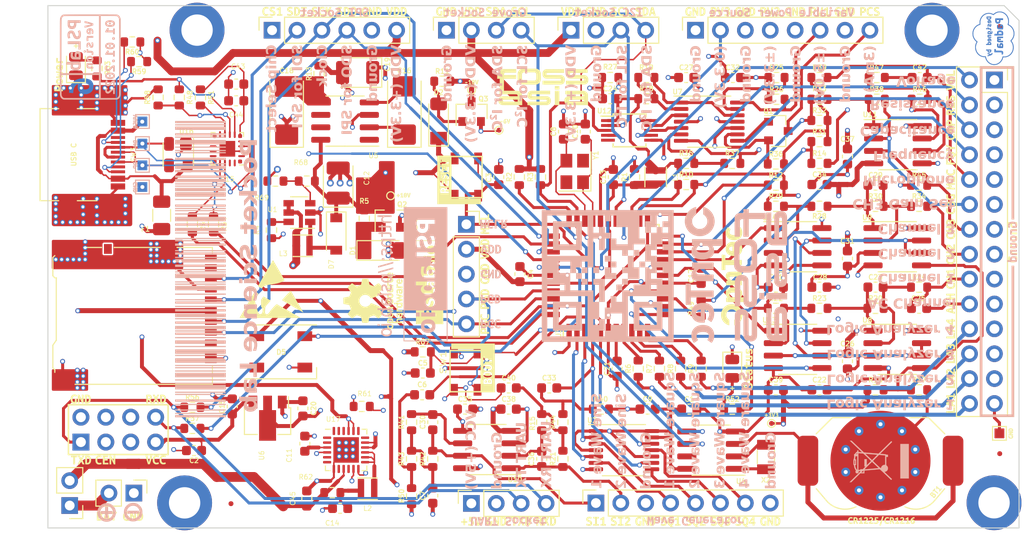
<source format=kicad_pcb>
(kicad_pcb (version 20171130) (host pcbnew 5.99.0+really5.1.12+dfsg1-1)
  (title_block (title PSLab) (date 2021-10-20) (rev v6.0-beta) (company FOSSASIA))
  (layers (0 L1.Front signal) (1 L2.Ground signal) (2 L3.Power signal) (31 L4.Signal power) (34 B.Paste user hide) (35 F.Paste user hide) (36 B.SilkS user hide) (37 F.SilkS user hide) (38 B.Mask user hide) (39 F.Mask user hide) (44 Edge.Cuts user))
  (net 0 "")
  (net 1 +5V)
  (net 2 "Net-(C14-Pad1)")
  (net 3 "Net-(C16-Pad2)")
  (net 4 SCK)
  (net 5 SCL)
  (net 6 SDA)
  (net 7 SDO)
  (net 8 "Net-(Q1-Pad1)")
  (net 9 PVS2)
  (net 10 PVS1)
  (net 11 PVS3)
  (net 12 "Net-(Q1-Pad2)")
  (net 13 PCS)
  (net 14 "Net-(C16-Pad1)")
  (net 15 "Net-(C18-Pad2)")
  (net 16 "Net-(C23-Pad1)")
  (net 17 "Net-(C23-Pad2)")
  (net 18 "Net-(C29-Pad1)")
  (net 19 "Net-(C29-Pad2)")
  (net 20 "Net-(R18-Pad2)")
  (net 21 "Net-(R35-Pad2)")
  (net 22 "Net-(R46-Pad1)")
  (net 23 MIC)
  (net 24 "Net-(C6-Pad2)")
  (net 25 "Net-(C7-Pad1)")
  (net 26 "Net-(C30-Pad2)")
  (net 27 "Net-(C40-Pad1)")
  (net 28 PGC2)
  (net 29 CH1)
  (net 30 ACH1)
  (net 31 CH2)
  (net 32 CH3)
  (net 33 "Net-(R33-Pad2)")
  (net 34 "Net-(R14-Pad2)")
  (net 35 PGD2)
  (net 36 "Net-(C33-Pad2)")
  (net 37 "Net-(C36-Pad2)")
  (net 38 SINE1)
  (net 39 SINE2)
  (net 40 "Net-(C42-Pad1)")
  (net 41 "Net-(R49-Pad1)")
  (net 42 "Net-(D3-Pad2)")
  (net 43 "Net-(D4-Pad2)")
  (net 44 CH3.GAIN)
  (net 45 MCLR)
  (net 46 SQR4)
  (net 47 SQR3)
  (net 48 SQR2)
  (net 49 SQR1)
  (net 50 SDI)
  (net 51 CS.CH3)
  (net 52 "Net-(BT1-Pad1)")
  (net 53 "Net-(D1-Pad1)")
  (net 54 "Net-(D2-Pad2)")
  (net 55 RGB)
  (net 56 "Net-(R27-Pad2)")
  (net 57 "Net-(U13-Pad3)")
  (net 58 "Net-(U14-Pad3)")
  (net 59 "Net-(R61-Pad1)")
  (net 60 /VUSBIN)
  (net 61 /VINPUT)
  (net 62 /CC2)
  (net 63 /CC1)
  (net 64 /VBusSense)
  (net 65 /D+)
  (net 66 /D-)
  (net 67 STAT)
  (net 68 /SQR1_)
  (net 69 /SQR2_)
  (net 70 /OSC_IN)
  (net 71 /OSC_OUT)
  (net 72 LA4)
  (net 73 LA3)
  (net 74 LA2)
  (net 75 LA1)
  (net 76 /LA1_)
  (net 77 /LA2_)
  (net 78 /LA3_)
  (net 79 /LA4_)
  (net 80 "Net-(C21-Pad1)")
  (net 81 SPI.CS)
  (net 82 "Net-(U4-Pad1)")
  (net 83 "Net-(U4-Pad2)")
  (net 84 "Net-(R10-Pad1)")
  (net 85 BOOT)
  (net 86 FQy)
  (net 87 "Net-(R19-Pad1)")
  (net 88 "Net-(R25-Pad2)")
  (net 89 /DAC.1)
  (net 90 /DAC.2)
  (net 91 /DAC.4)
  (net 92 CS.CH1)
  (net 93 CS.CH2)
  (net 94 +3V3)
  (net 95 SQR4_)
  (net 96 +10V)
  (net 97 VDDA)
  (net 98 -10V)
  (net 99 -6V)
  (net 100 +6V)
  (net 101 SQR3_)
  (net 102 /VOL)
  (net 103 /RES)
  (net 104 /CAP)
  (net 105 /OSC_REF)
  (net 106 "Net-(R22-Pad2)")
  (net 107 "Net-(R28-Pad2)")
  (net 108 /RxD)
  (net 109 /TxD)
  (net 110 TxD2)
  (net 111 RxD2)
  (net 112 GND)
  (net 113 MIC_IN)
  (net 114 CH3_IN)
  (net 115 CH1_IN)
  (net 116 CH2_IN)
  (net 117 "Net-(C11-Pad1)")
  (net 118 /BAT+)
  (net 119 "Net-(D7-Pad2)")
  (net 120 "Net-(J11-Pad2)")
  (net 121 "Net-(L2-Pad1)")
  (net 122 "Net-(R4-Pad1)")
  (net 123 "Net-(R68-Pad2)")
  (net 124 /CP2102_Vreg)
  (net 125 "Net-(R51-Pad1)")
  (net 126 "Net-(R55-Pad1)")
  (net 127 "Net-(R54-Pad1)")
  (net 128 "Net-(D5-Pad2)")
  (net 129 "Net-(J6-Pad3)")
  (net 130 "Net-(J6-Pad6)")
  (net 131 "Net-(J6-Pad5)")
  (net 132 "Net-(P1-Pad9)")
  (net 133 "Net-(P1-Pad8)")
  (net 134 "Net-(P1-Pad1)")
  (net 135 "Net-(P1-Pad10)")
  (net 136 "Net-(SW3-PadB8)")
  (net 137 "Net-(SW3-PadA8)")
  (net 138 "Net-(U4-Pad7)")
  (net 139 "Net-(U5-Pad7)")
  (net 140 "Net-(U5-Pad6)")
  (net 141 "Net-(U5-Pad1)")
  (net 142 "Net-(U12-Pad5)")
  (net 143 "Net-(U15-Pad2)")
  (net 144 "Net-(U15-Pad10)")
  (net 145 "Net-(U15-Pad13)")
  (net 146 "Net-(U15-Pad14)")
  (net 147 "Net-(U15-Pad15)")
  (net 148 "Net-(U15-Pad19)")
  (net 149 "Net-(U15-Pad20)")
  (net 150 "Net-(U15-Pad1)")
  (net 151 "Net-(U15-Pad16)")
  (net 152 "Net-(U15-Pad11)")
  (net 153 "Net-(U17-Pad24)")
  (net 154 "Net-(U17-Pad23)")
  (net 155 "Net-(U17-Pad22)")
  (net 156 "Net-(U17-Pad19)")
  (net 157 "Net-(U17-Pad18)")
  (net 158 "Net-(U17-Pad10)")
  (net 159 "Net-(U17-Pad8)")
  (net 160 "Net-(U17-Pad6)")
  (net 161 "Net-(U17-Pad5)")
  (net 162 "Net-(U17-Pad2)")
  (net 163 "Net-(U17-Pad1)")
  (net 164 "Net-(Y1-Pad2)")
  (net 165 "Net-(Y1-Pad4)")
  (module PSLab:Voltage_Test_Point (layer L1.Front) (at 136.94 72.98)
    (fp_text reference TP3 hide)
    (fp_text value TEST)
    (pad 1 smd circle (at 0 0) (size 0.5 0.5) (layers L1.Front F.Mask) (net 99 -6V))
  )
  (module PSLab:button_SPST_3x4x2.5 (layer L1.Front) (at 133.612 77.766 270)
    (fp_text reference SW2 (at -0.9 2.3 270) (layer F.SilkS) (effects (font (size 0.6 0.8) (thickness 0.1))))
    (fp_text value SW_MEC_5E)
    (pad 2 smd rect (at -1.9 -1.2 270) (size 1.2 0.8) (layers L1.Front F.Paste F.Mask) (net 45 MCLR))
    (pad 3 smd rect (at -1.9 1.2 270) (size 1.2 0.8) (layers L1.Front F.Paste F.Mask) (net 112 GND))
    (pad 4 smd rect (at 1.9 1.2 270) (size 1.2 0.8) (layers L1.Front F.Paste F.Mask) (net 112 GND))
    (pad 1 smd rect (at 1.9 -1.2 270) (size 1.2 0.8) (layers L1.Front F.Paste F.Mask) (net 45 MCLR))
  )
  (module PSLab:button_SPST_3x4x2.5 (layer L1.Front) (at 133.548 97.578 270)
    (fp_text reference SW1 (at -0.9 2.3 270) (layer F.SilkS) (effects (font (size 0.6 0.8) (thickness 0.1))))
    (fp_text value SW_MEC_5E)
    (pad 2 smd rect (at -1.9 -1.2 270) (size 1.2 0.8) (layers L1.Front F.Paste F.Mask) (net 85 BOOT))
    (pad 3 smd rect (at -1.9 1.2 270) (size 1.2 0.8) (layers L1.Front F.Paste F.Mask) (net 112 GND))
    (pad 4 smd rect (at 1.9 1.2 270) (size 1.2 0.8) (layers L1.Front F.Paste F.Mask) (net 112 GND))
    (pad 1 smd rect (at 1.9 -1.2 270) (size 1.2 0.8) (layers L1.Front F.Paste F.Mask) (net 85 BOOT))
  )
  (module Capacitor_SMD:C_0603_1608Metric (layer L1.Front) (at 143.5185 73.1305 90)
    (fp_text reference C8 (at 0 -1.016 90) (layer F.SilkS) (effects (font (size 0.5 0.5) (thickness 0.1))))
    (fp_text value 12pF)
    (pad 2 smd roundrect (at 0.775 0 90) (size 0.9 0.95) (layers L1.Front F.Paste F.Mask) (net 112 GND))
    (pad 1 smd roundrect (at -0.775 0 90) (size 0.9 0.95) (layers L1.Front F.Paste F.Mask) (net 71 /OSC_OUT))
  )
  (module Capacitor_SMD:C_0603_1608Metric (layer L1.Front) (at 145.7405 73.1305 90)
    (fp_text reference C10 (at 0 -1.016 90) (layer F.SilkS) (effects (font (size 0.5 0.5) (thickness 0.1))))
    (fp_text value 12pF)
    (pad 2 smd roundrect (at 0.775 0 90) (size 0.9 0.95) (layers L1.Front F.Paste F.Mask) (net 112 GND))
    (pad 1 smd roundrect (at -0.775 0 90) (size 0.9 0.95) (layers L1.Front F.Paste F.Mask) (net 70 /OSC_IN))
  )
  (module Inductor_SMD:L_Taiyo-Yuden_MD-2020 (layer L1.Front) (at 152.916 77.766 270)
    (fp_text reference L1 (at 0 -2 90) (layer F.SilkS) (effects (font (size 0.5 0.5) (thickness 0.075))))
    (fp_text value 10uH)
    (pad 2 smd rect (at 0.675 0 270) (size 0.65 2) (layers L1.Front F.Paste F.Mask) (net 94 +3V3))
    (pad 1 smd rect (at -0.675 0 270) (size 0.65 2) (layers L1.Front F.Paste F.Mask) (net 97 VDDA))
  )
  (module PSLab:QFN-20_EP_3x3_Pitch0.5mm (layer L1.Front) (at 109.24 74.88 180)
    (fp_text reference U15 (at 0 -3.1) (layer F.SilkS) (effects (font (size 0.5 0.5) (thickness 0.075))))
    (fp_text value CP2102N-xxx-xQFN20x)
    (pad 2 smd oval (at -1.45 -0.75 270) (size 0.2 0.7) (layers L1.Front F.Paste F.Mask) (net 143 "Net-(U15-Pad2)"))
    (pad 3 smd oval (at -1.45 -0.25 270) (size 0.2 0.7) (layers L1.Front F.Paste F.Mask) (net 112 GND))
    (pad 4 smd oval (at -1.45 0.25 270) (size 0.2 0.7) (layers L1.Front F.Paste F.Mask) (net 65 /D+))
    (pad 5 smd oval (at -1.45 0.75 270) (size 0.2 0.7) (layers L1.Front F.Paste F.Mask) (net 66 /D-))
    (pad 7 smd oval (at -0.75 1.45 180) (size 0.2 0.7) (layers L1.Front F.Paste F.Mask) (net 1 +5V))
    (pad 8 smd oval (at -0.25 1.45 180) (size 0.2 0.7) (layers L1.Front F.Paste F.Mask) (net 64 /VBusSense))
    (pad 9 smd oval (at 0.25 1.45 180) (size 0.2 0.7) (layers L1.Front F.Paste F.Mask) (net 125 "Net-(R51-Pad1)"))
    (pad 10 smd oval (at 0.75 1.45 180) (size 0.2 0.7) (layers L1.Front F.Paste F.Mask) (net 144 "Net-(U15-Pad10)"))
    (pad 12 smd oval (at 1.45 0.75 270) (size 0.2 0.7) (layers L1.Front F.Paste F.Mask) (net 112 GND))
    (pad 13 smd oval (at 1.45 0.25 270) (size 0.2 0.7) (layers L1.Front F.Paste F.Mask) (net 145 "Net-(U15-Pad13)"))
    (pad 14 smd oval (at 1.45 -0.25 270) (size 0.2 0.7) (layers L1.Front F.Paste F.Mask) (net 146 "Net-(U15-Pad14)"))
    (pad 15 smd oval (at 1.45 -0.75 270) (size 0.2 0.7) (layers L1.Front F.Paste F.Mask) (net 147 "Net-(U15-Pad15)"))
    (pad 17 smd oval (at 0.75 -1.45 180) (size 0.2 0.7) (layers L1.Front F.Paste F.Mask) (net 127 "Net-(R54-Pad1)"))
    (pad 18 smd oval (at 0.25 -1.45 180) (size 0.2 0.7) (layers L1.Front F.Paste F.Mask) (net 126 "Net-(R55-Pad1)"))
    (pad 19 smd oval (at -0.25 -1.45 180) (size 0.2 0.7) (layers L1.Front F.Paste F.Mask) (net 148 "Net-(U15-Pad19)"))
    (pad 20 smd oval (at -0.75 -1.45 180) (size 0.2 0.7) (layers L1.Front F.Paste F.Mask) (net 149 "Net-(U15-Pad20)"))
    (pad 21 smd rect (at 0 0 180) (size 1.6 1.6) (layers L1.Front F.Paste F.Mask) (net 112 GND))
    (pad 1 smd roundrect (at -1.3 -1.3 180) (size 0.4 0.4) (layers L1.Front F.Paste F.Mask) (net 150 "Net-(U15-Pad1)"))
    (pad 6 smd roundrect (at -1.3 1.3 180) (size 0.4 0.4) (layers L1.Front F.Paste F.Mask) (net 124 /CP2102_Vreg))
    (pad 16 smd roundrect (at 1.3 -1.3 180) (size 0.4 0.4) (layers L1.Front F.Paste F.Mask) (net 151 "Net-(U15-Pad16)"))
    (pad 11 smd roundrect (at 1.3 1.3 180) (size 0.4 0.4) (layers L1.Front F.Paste F.Mask) (net 152 "Net-(U15-Pad11)"))
  )
  (module Capacitor_SMD:C_0603_1608Metric (layer L1.Front) (at 110.14 69.98 180)
    (fp_text reference C44 (at 0 -1.43) (layer F.SilkS) (effects (font (size 0.5 0.5) (thickness 0.075))))
    (fp_text value 10uF)
    (pad 2 smd roundrect (at 0.775 0 180) (size 0.9 0.95) (layers L1.Front F.Paste F.Mask) (net 112 GND))
    (pad 1 smd roundrect (at -0.775 0 180) (size 0.9 0.95) (layers L1.Front F.Paste F.Mask) (net 124 /CP2102_Vreg))
  )
  (module Capacitor_SMD:C_0603_1608Metric (layer L1.Front) (at 110.14 68.28 180)
    (fp_text reference C43 (at -0.2 1.8) (layer F.SilkS) (effects (font (size 0.5 0.5) (thickness 0.075))))
    (fp_text value 0.1uF)
    (pad 2 smd roundrect (at 0.775 0 180) (size 0.9 0.95) (layers L1.Front F.Paste F.Mask) (net 112 GND))
    (pad 1 smd roundrect (at -0.775 0 180) (size 0.9 0.95) (layers L1.Front F.Paste F.Mask) (net 124 /CP2102_Vreg))
  )
  (module Inductor_SMD:L_Taiyo-Yuden_MD-2020 (layer L1.Front) (at 116.94 84.78)
    (fp_text reference L3 (at -2 0.8) (layer F.SilkS) (effects (font (size 0.5 0.5) (thickness 0.075))))
    (fp_text value 4.7uH)
    (pad 2 smd rect (at 0.675 0) (size 0.65 2) (layers L1.Front F.Paste F.Mask) (net 119 "Net-(D7-Pad2)"))
    (pad 1 smd rect (at -0.675 0) (size 0.65 2) (layers L1.Front F.Paste F.Mask) (net 1 +5V))
  )
  (module incremental_library:USB_C_Receptacle_12pin_SMT (layer L1.Front) (at 94.04 75.48 270)
    (fp_text reference SW3 (at 0 -5.645 90) (layer F.SilkS) (effects (font (size 0.5 0.5) (thickness 0.075))))
    (fp_text value "USB_C - Generic")
    (pad S1 smd rect (at 5.33 -3.1 270) (size 2.02 1.5) (layers L1.Front F.Paste F.Mask) (net 112 GND))
    (pad S1 smd rect (at -5.33 -3.1 270) (size 2.02 1.5) (layers L1.Front F.Paste F.Mask) (net 112 GND))
    (pad S1 smd rect (at 5.33 0.9 270) (size 2.02 1.5) (layers L1.Front F.Paste F.Mask) (net 112 GND))
    (pad S1 smd rect (at -5.33 0.9 270) (size 2.02 1.5) (layers L1.Front F.Paste F.Mask) (net 112 GND))
    (pad B1 smd rect (at 3.25 -4.045 270) (size 0.6 1.45) (layers L1.Front F.Paste F.Mask) (net 112 GND))
    (pad A9 smd rect (at 2.45 -4.045 270) (size 0.6 1.45) (layers L1.Front F.Paste F.Mask) (net 60 /VUSBIN))
    (pad B9 smd rect (at -2.45 -4.045 270) (size 0.6 1.45) (layers L1.Front F.Paste F.Mask) (net 60 /VUSBIN))
    (pad B12 smd rect (at -3.25 -4.045 270) (size 0.6 1.45) (layers L1.Front F.Paste F.Mask) (net 112 GND))
    (pad A1 smd rect (at -3.25 -4.045 270) (size 0.6 1.45) (layers L1.Front F.Paste F.Mask) (net 112 GND))
    (pad A4 smd rect (at -2.45 -4.045 270) (size 0.6 1.45) (layers L1.Front F.Paste F.Mask) (net 60 /VUSBIN))
    (pad B4 smd rect (at 2.45 -4.045 270) (size 0.6 1.45) (layers L1.Front F.Paste F.Mask) (net 60 /VUSBIN))
    (pad A12 smd rect (at 3.25 -4.045 270) (size 0.6 1.45) (layers L1.Front F.Paste F.Mask) (net 112 GND))
    (pad B8 smd rect (at -1.75 -4.045 270) (size 0.3 1.45) (layers L1.Front F.Paste F.Mask) (net 136 "Net-(SW3-PadB8)"))
    (pad A5 smd rect (at -1.25 -4.045 270) (size 0.3 1.45) (layers L1.Front F.Paste F.Mask) (net 63 /CC1))
    (pad B7 smd rect (at -0.75 -4.045 270) (size 0.3 1.45) (layers L1.Front F.Paste F.Mask) (net 66 /D-))
    (pad A7 smd rect (at 0.25 -4.045 270) (size 0.3 1.45) (layers L1.Front F.Paste F.Mask) (net 66 /D-))
    (pad B6 smd rect (at 0.75 -4.045 270) (size 0.3 1.45) (layers L1.Front F.Paste F.Mask) (net 65 /D+))
    (pad A8 smd rect (at 1.25 -4.045 270) (size 0.3 1.45) (layers L1.Front F.Paste F.Mask) (net 137 "Net-(SW3-PadA8)"))
    (pad B5 smd rect (at 1.75 -4.045 270) (size 0.3 1.45) (layers L1.Front F.Paste F.Mask) (net 62 /CC2))
    (pad A6 smd rect (at -0.25 -4.045 270) (size 0.3 1.45) (layers L1.Front F.Paste F.Mask) (net 65 /D+))
    (pad "" np_thru_hole circle (at -2.89 -2.6 270) (size 0.65 0.65) (drill 0.65) (layers *.Cu *.Mask))
    (pad "" np_thru_hole circle (at 2.89 -2.6 270) (size 0.65 0.65) (drill 0.65) (layers *.Cu *.Mask))
  )
  (module Inductor_SMD:L_Taiyo-Yuden_MD-2020 (layer L1.Front) (at 123.54 109.58 180)
    (fp_text reference L2 (at 0 -2) (layer F.SilkS) (effects (font (size 0.5 0.5) (thickness 0.075))))
    (fp_text value 4.7uH)
    (pad 2 smd rect (at 0.675 0 180) (size 0.65 2) (layers L1.Front F.Paste F.Mask) (net 2 "Net-(C14-Pad1)"))
    (pad 1 smd rect (at -0.675 0 180) (size 0.65 2) (layers L1.Front F.Paste F.Mask) (net 121 "Net-(L2-Pad1)"))
  )
  (module Package_DFN_QFN:QFN-24-1EP_4x4mm_P0.5mm_EP2.6x2.6mm (layer L1.Front) (at 121.35 105.62)
    (fp_text reference U17 (at -1.31 -3.14) (layer F.SilkS) (effects (font (size 0.5 0.5) (thickness 0.075))))
    (fp_text value IP5189T)
    (pad 25 smd rect (at 0 0) (size 2.6 2.6) (layers L1.Front F.Mask) (net 112 GND))
    (pad 24 smd roundrect (at -1.25 -1.9375) (size 0.25 0.825) (layers L1.Front F.Paste F.Mask) (net 153 "Net-(U17-Pad24)"))
    (pad 23 smd roundrect (at -0.75 -1.9375) (size 0.25 0.825) (layers L1.Front F.Paste F.Mask) (net 154 "Net-(U17-Pad23)"))
    (pad 22 smd roundrect (at -0.25 -1.9375) (size 0.25 0.825) (layers L1.Front F.Paste F.Mask) (net 155 "Net-(U17-Pad22)"))
    (pad 21 smd roundrect (at 0.25 -1.9375) (size 0.25 0.825) (layers L1.Front F.Paste F.Mask) (net 61 /VINPUT))
    (pad 20 smd roundrect (at 0.75 -1.9375) (size 0.25 0.825) (layers L1.Front F.Paste F.Mask) (net 61 /VINPUT))
    (pad 19 smd roundrect (at 1.25 -1.9375) (size 0.25 0.825) (layers L1.Front F.Paste F.Mask) (net 156 "Net-(U17-Pad19)"))
    (pad 18 smd roundrect (at 1.9375 -1.25) (size 0.825 0.25) (layers L1.Front F.Paste F.Mask) (net 157 "Net-(U17-Pad18)"))
    (pad 17 smd roundrect (at 1.9375 -0.75) (size 0.825 0.25) (layers L1.Front F.Paste F.Mask) (net 1 +5V))
    (pad 16 smd roundrect (at 1.9375 -0.25) (size 0.825 0.25) (layers L1.Front F.Paste F.Mask) (net 1 +5V))
    (pad 15 smd roundrect (at 1.9375 0.25) (size 0.825 0.25) (layers L1.Front F.Paste F.Mask) (net 121 "Net-(L2-Pad1)"))
    (pad 14 smd roundrect (at 1.9375 0.75) (size 0.825 0.25) (layers L1.Front F.Paste F.Mask) (net 121 "Net-(L2-Pad1)"))
    (pad 13 smd roundrect (at 1.9375 1.25) (size 0.825 0.25) (layers L1.Front F.Paste F.Mask) (net 121 "Net-(L2-Pad1)"))
    (pad 12 smd roundrect (at 1.25 1.9375) (size 0.25 0.825) (layers L1.Front F.Paste F.Mask) (net 112 GND))
    (pad 11 smd roundrect (at 0.75 1.9375) (size 0.25 0.825) (layers L1.Front F.Paste F.Mask) (net 59 "Net-(R61-Pad1)"))
    (pad 10 smd roundrect (at 0.25 1.9375) (size 0.25 0.825) (layers L1.Front F.Paste F.Mask) (net 158 "Net-(U17-Pad10)"))
    (pad 9 smd roundrect (at -0.25 1.9375) (size 0.25 0.825) (layers L1.Front F.Paste F.Mask) (net 118 /BAT+))
    (pad 8 smd roundrect (at -0.75 1.9375) (size 0.25 0.825) (layers L1.Front F.Paste F.Mask) (net 159 "Net-(U17-Pad8)"))
    (pad 7 smd roundrect (at -1.25 1.9375) (size 0.25 0.825) (layers L1.Front F.Paste F.Mask) (net 112 GND))
    (pad 6 smd roundrect (at -1.9375 1.25) (size 0.825 0.25) (layers L1.Front F.Paste F.Mask) (net 160 "Net-(U17-Pad6)"))
    (pad 5 smd roundrect (at -1.9375 0.75) (size 0.825 0.25) (layers L1.Front F.Paste F.Mask) (net 161 "Net-(U17-Pad5)"))
    (pad 4 smd roundrect (at -1.9375 0.25) (size 0.825 0.25) (layers L1.Front F.Paste F.Mask) (net 61 /VINPUT))
    (pad 3 smd roundrect (at -1.9375 -0.25) (size 0.825 0.25) (layers L1.Front F.Paste F.Mask) (net 117 "Net-(C11-Pad1)"))
    (pad 2 smd roundrect (at -1.9375 -0.75) (size 0.825 0.25) (layers L1.Front F.Paste F.Mask) (net 162 "Net-(U17-Pad2)"))
    (pad 1 smd roundrect (at -1.9375 -1.25) (size 0.825 0.25) (layers L1.Front F.Paste F.Mask) (net 163 "Net-(U17-Pad1)"))
  )
  (module PSLab:Silk (layer L1.Front) (at 140.216 63.4785)
    (fp_text reference Z9 hide)
    (fp_text value Silk hide)
    (fp_poly (pts (xy 46.910336 -2.076097) (xy 46.912716 -2.060321) (xy 46.914519 -2.034978) (xy 46.915461 -2.004611) (xy 46.915534 -1.992781) (xy 46.914956 -1.959999) (xy 46.912643 -1.936256) (xy 46.907591 -1.9165) (xy 46.898797 -1.895677) (xy 46.894523 -1.886949) (xy 46.865686 -1.843972) (xy 46.827468 -1.811515) (xy 46.780136 -1.789801) (xy 46.776742 -1.788764) (xy 46.74774 -1.783039) (xy 46.710314 -1.77966) (xy 46.669218 -1.778647) (xy 46.629207 -1.780024) (xy 46.595036 -1.78381) (xy 46.57725 -1.787869) (xy 46.529803 -1.80755) (xy 46.493272 -1.833887) (xy 46.46529 -1.868765) (xy 46.456825 -1.883833) (xy 46.449794 -1.905204) (xy 46.444362 -1.936434) (xy 46.440858 -1.973326) (xy 46.440097 -1.996722) (xy 46.522498 -1.996722) (xy 46.526171 -1.964142) (xy 46.535579 -1.931295) (xy 46.556001 -1.906448) (xy 46.588304 -1.888588) (xy 46.591949 -1.887244) (xy 46.622463 -1.88048) (xy 46.660961 -1.877731) (xy 46.701921 -1.878924) (xy 46.73982 -1.883987) (xy 46.760531 -1.889434) (xy 46.792871 -1.906528) (xy 46.815575 -1.931241) (xy 46.826825 -1.961311) (xy 46.827722 -1.973071) (xy 46.827722 -1.996722) (xy 46.522498 -1.996722) (xy 46.440097 -1.996722) (xy 46.43961 -2.011687) (xy 46.440946 -2.04732) (xy 46.442779 -2.063437) (xy 46.447587 -2.0955) (xy 46.905065 -2.0955) (xy 46.910336 -2.076097)) (layer L4.Signal) (width 0.01))
    (fp_poly (pts (xy 46.758704 -1.734412) (xy 46.793398 -1.730636) (xy 46.809265 -1.726989) (xy 46.846301 -1.708851) (xy 46.876872 -1.67952) (xy 46.899876 -1.640855) (xy 46.914212 -1.594717) (xy 46.918779 -1.542963) (xy 46.918767 -1.542122) (xy 46.916976 -1.511776) (xy 46.913011 -1.482258) (xy 46.907579 -1.456831) (xy 46.901388 -1.438757) (xy 46.895145 -1.431301) (xy 46.89475 -1.431261) (xy 46.884191 -1.431988) (xy 46.864758 -1.434036) (xy 46.850119 -1.435787) (xy 46.828383 -1.439235) (xy 46.818038 -1.443401) (xy 46.816375 -1.449641) (xy 46.817218 -1.452255) (xy 46.826737 -1.485735) (xy 46.83147 -1.522886) (xy 46.830838 -1.557283) (xy 46.828066 -1.572436) (xy 46.817677 -1.597998) (xy 46.802815 -1.619534) (xy 46.786387 -1.633504) (xy 46.775126 -1.636889) (xy 46.770992 -1.635199) (xy 46.768034 -1.62884) (xy 46.766064 -1.615878) (xy 46.764898 -1.59438) (xy 46.764346 -1.562412) (xy 46.764222 -1.524) (xy 46.764222 -1.411111) (xy 46.716597 -1.411421) (xy 46.687491 -1.412976) (xy 46.660114 -1.416702) (xy 46.643467 -1.420845) (xy 46.603809 -1.440343) (xy 46.575237 -1.467191) (xy 46.556808 -1.502717) (xy 46.547581 -1.548247) (xy 46.54687 -1.556929) (xy 46.548113 -1.575606) (xy 46.630283 -1.575606) (xy 46.634314 -1.548841) (xy 46.647629 -1.525384) (xy 46.668329 -1.508913) (xy 46.688375 -1.50328) (xy 46.690647 -1.509623) (xy 46.692431 -1.527037) (xy 46.693485 -1.552487) (xy 46.693667 -1.569861) (xy 46.693288 -1.598664) (xy 46.69227 -1.621266) (xy 46.690791 -1.634605) (xy 46.689789 -1.636889) (xy 46.676663 -1.632586) (xy 46.659452 -1.622317) (xy 46.6441 -1.610044) (xy 46.637432 -1.602002) (xy 46.630283 -1.575606) (xy 46.548113 -1.575606) (xy 46.550096 -1.605402) (xy 46.565816 -1.648861) (xy 46.592877 -1.685539) (xy 46.63013 -1.713665) (xy 46.656611 -1.7256) (xy 46.684566 -1.731841) (xy 46.720512 -1.734796) (xy 46.758704 -1.734412)) (layer L4.Signal) (width 0.01))
    (fp_poly (pts (xy 48.118889 -1.742722) (xy 47.857834 -1.742722) (xy 47.857711 -1.688041) (xy 47.853329 -1.619949) (xy 47.840917 -1.557842) (xy 47.821103 -1.50367) (xy 47.794515 -1.459382) (xy 47.778049 -1.440737) (xy 47.748539 -1.415456) (xy 47.717917 -1.397706) (xy 47.68281 -1.386296) (xy 47.639841 -1.380034) (xy 47.600306 -1.377997) (xy 47.552688 -1.378061) (xy 47.516086 -1.380831) (xy 47.494472 -1.385336) (xy 47.445576 -1.406718) (xy 47.405937 -1.436146) (xy 47.374848 -1.474647) (xy 47.351598 -1.523247) (xy 47.335478 -1.582974) (xy 47.328876 -1.625043) (xy 47.326757 -1.654273) (xy 47.3261 -1.692419) (xy 47.326747 -1.735705) (xy 47.327029 -1.742722) (xy 47.469778 -1.742722) (xy 47.469778 -1.681947) (xy 47.472585 -1.635433) (xy 47.481595 -1.600055) (xy 47.497693 -1.573881) (xy 47.521764 -1.554977) (xy 47.52975 -1.550866) (xy 47.561811 -1.541908) (xy 47.599379 -1.540597) (xy 47.636294 -1.546645) (xy 47.662002 -1.557037) (xy 47.685303 -1.576971) (xy 47.701736 -1.606617) (xy 47.711806 -1.64718) (xy 47.715429 -1.684358) (xy 47.718492 -1.742722) (xy 47.469778 -1.742722) (xy 47.327029 -1.742722) (xy 47.328543 -1.780359) (xy 47.331331 -1.822608) (xy 47.334955 -1.858679) (xy 47.339257 -1.884798) (xy 47.339719 -1.886716) (xy 47.344308 -1.905) (xy 48.118889 -1.905) (xy 48.118889 -1.742722)) (layer L4.Signal) (width 0.01))
    (fp_poly (pts (xy 46.889736 -1.341605) (xy 46.89788 -1.326245) (xy 46.902986 -1.314097) (xy 46.911039 -1.283495) (xy 46.915607 -1.245455) (xy 46.916715 -1.204397) (xy 46.91439 -1.164742) (xy 46.908658 -1.130909) (xy 46.901806 -1.111343) (xy 46.879279 -1.080068) (xy 46.850005 -1.060039) (xy 46.816324 -1.052067) (xy 46.780574 -1.056964) (xy 46.764329 -1.063636) (xy 46.742289 -1.080325) (xy 46.722377 -1.107801) (xy 46.703775 -1.147358) (xy 46.693481 -1.175694) (xy 46.683575 -1.200618) (xy 46.672573 -1.221498) (xy 46.664505 -1.232045) (xy 46.653565 -1.240781) (xy 46.646759 -1.239676) (xy 46.640113 -1.231516) (xy 46.633256 -1.213322) (xy 46.630571 -1.186367) (xy 46.632031 -1.155363) (xy 46.637606 -1.125021) (xy 46.640826 -1.114564) (xy 46.64681 -1.096297) (xy 46.649703 -1.084792) (xy 46.649645 -1.082973) (xy 46.640774 -1.080164) (xy 46.623269 -1.076618) (xy 46.602081 -1.073115) (xy 46.582159 -1.070434) (xy 46.568454 -1.069354) (xy 46.565387 -1.069708) (xy 46.559817 -1.079616) (xy 46.554647 -1.099978) (xy 46.55038 -1.127136) (xy 46.547519 -1.157433) (xy 46.546567 -1.187211) (xy 46.547086 -1.202782) (xy 46.553814 -1.247396) (xy 46.5671 -1.284665) (xy 46.585898 -1.312106) (xy 46.596979 -1.321326) (xy 46.629814 -1.335392) (xy 46.664873 -1.337978) (xy 46.698373 -1.329541) (xy 46.726532 -1.310539) (xy 46.731588 -1.305042) (xy 46.742689 -1.287672) (xy 46.754783 -1.262389) (xy 46.76453 -1.236721) (xy 46.773943 -1.209546) (xy 46.783228 -1.185137) (xy 46.790059 -1.169458) (xy 46.801882 -1.155216) (xy 46.815703 -1.150332) (xy 46.827291 -1.155668) (xy 46.830495 -1.161216) (xy 46.834464 -1.183106) (xy 46.834328 -1.213409) (xy 46.83047 -1.247163) (xy 46.823279 -1.279403) (xy 46.820667 -1.287639) (xy 46.813272 -1.309405) (xy 46.808164 -1.324969) (xy 46.806556 -1.330492) (xy 46.812694 -1.332789) (xy 46.827936 -1.336676) (xy 46.847524 -1.3411) (xy 46.866702 -1.345009) (xy 46.880712 -1.347349) (xy 46.883931 -1.347611) (xy 46.889736 -1.341605)) (layer L4.Signal) (width 0.01))
    (fp_poly (pts (xy 46.4862 -0.90971) (xy 46.505251 -0.893199) (xy 46.516034 -0.869586) (xy 46.517278 -0.85725) (xy 46.511346 -0.831381) (xy 46.495823 -0.811624) (xy 46.474115 -0.799398) (xy 46.449631 -0.796128) (xy 46.425779 -0.803233) (xy 46.412674 -0.813607) (xy 46.400046 -0.836035) (xy 46.396996 -0.862582) (xy 46.403464 -0.887835) (xy 46.413663 -0.901881) (xy 46.436984 -0.915525) (xy 46.462303 -0.917643) (xy 46.4862 -0.90971)) (layer L4.Signal) (width 0.01))
    (fp_poly (pts (xy 47.996393 -1.280994) (xy 48.041086 -1.264644) (xy 48.077047 -1.237445) (xy 48.104745 -1.199115) (xy 48.112308 -1.183621) (xy 48.121443 -1.153603) (xy 48.128 -1.112565) (xy 48.13189 -1.063377) (xy 48.133021 -1.00891) (xy 48.131302 -0.952034) (xy 48.126643 -0.89562) (xy 48.122455 -0.863562) (xy 48.110302 -0.783166) (xy 47.897637 -0.783643) (xy 47.824872 -0.784072) (xy 47.765489 -0.78502) (xy 47.71877 -0.786515) (xy 47.683994 -0.788585) (xy 47.660443 -0.791257) (xy 47.651879 -0.793029) (xy 47.605884 -0.811595) (xy 47.568884 -0.840463) (xy 47.540106 -0.880373) (xy 47.524377 -0.915453) (xy 47.517191 -0.938413) (xy 47.512604 -0.96285) (xy 47.510107 -0.992823) (xy 47.509193 -1.032392) (xy 47.509169 -1.037166) (xy 47.510036 -1.078017) (xy 47.512695 -1.119361) (xy 47.516769 -1.158088) (xy 47.521884 -1.191091) (xy 47.527663 -1.215258) (xy 47.531885 -1.225226) (xy 47.539294 -1.228482) (xy 47.556414 -1.228416) (xy 47.584876 -1.22496) (xy 47.600945 -1.222426) (xy 47.665085 -1.21185) (xy 47.655736 -1.172133) (xy 47.649426 -1.135526) (xy 47.646308 -1.095615) (xy 47.646299 -1.056147) (xy 47.649313 -1.020865) (xy 47.655267 -0.993514) (xy 47.659992 -0.982828) (xy 47.681947 -0.95847) (xy 47.710702 -0.94277) (xy 47.735775 -0.938395) (xy 47.755528 -0.938401) (xy 47.755528 -0.994335) (xy 47.864989 -0.994335) (xy 47.86597 -0.968361) (xy 47.868753 -0.950752) (xy 47.869172 -0.949549) (xy 47.873989 -0.943983) (xy 47.884997 -0.940566) (xy 47.904848 -0.93885) (xy 47.935377 -0.938389) (xy 47.965169 -0.938628) (xy 47.983792 -0.939818) (xy 47.994185 -0.942662) (xy 47.999288 -0.947866) (xy 48.001553 -0.954264) (xy 48.005259 -0.980808) (xy 48.005353 -1.014591) (xy 48.002026 -1.049261) (xy 47.998061 -1.069503) (xy 47.984937 -1.100014) (xy 47.96546 -1.119713) (xy 47.942351 -1.128551) (xy 47.918333 -1.126476) (xy 47.896128 -1.113439) (xy 47.878458 -1.089387) (xy 47.871776 -1.071857) (xy 47.868 -1.051143) (xy 47.865701 -1.023616) (xy 47.864989 -0.994335) (xy 47.755528 -0.994335) (xy 47.755528 -1.035409) (xy 47.75661 -1.08915) (xy 47.760284 -1.131627) (xy 47.767192 -1.165547) (xy 47.777978 -1.193621) (xy 47.793283 -1.218559) (xy 47.801436 -1.22902) (xy 47.834286 -1.259131) (xy 47.874478 -1.278096) (xy 47.923065 -1.286347) (xy 47.9425 -1.286781) (xy 47.996393 -1.280994)) (layer L4.Signal) (width 0.01))
    (fp_poly (pts (xy 46.637222 -0.889) (xy 46.727892 -0.889) (xy 46.764619 -0.88838) (xy 46.798333 -0.88669) (xy 46.825385 -0.884184) (xy 46.842128 -0.881119) (xy 46.842545 -0.880984) (xy 46.874714 -0.863853) (xy 46.900115 -0.837898) (xy 46.913142 -0.812635) (xy 46.917361 -0.787761) (xy 46.917657 -0.755324) (xy 46.914438 -0.721192) (xy 46.908112 -0.691233) (xy 46.903908 -0.679647) (xy 46.898109 -0.668217) (xy 46.891244 -0.662777) (xy 46.879153 -0.662115) (xy 46.857675 -0.66502) (xy 46.855072 -0.665425) (xy 46.815395 -0.671615) (xy 46.825086 -0.703817) (xy 46.83247 -0.73225) (xy 46.83386 -0.75167) (xy 46.82902 -0.76595) (xy 46.820667 -0.776111) (xy 46.814675 -0.781162) (xy 46.806885 -0.784845) (xy 46.795157 -0.787373) (xy 46.777348 -0.78896) (xy 46.751317 -0.78982) (xy 46.714922 -0.790168) (xy 46.679556 -0.790222) (xy 46.552556 -0.790222) (xy 46.552556 -0.987778) (xy 46.637222 -0.987778) (xy 46.637222 -0.889)) (layer L4.Signal) (width 0.01))
    (fp_poly (pts (xy 46.75818 -0.611465) (xy 46.803296 -0.602195) (xy 46.838649 -0.584144) (xy 46.865162 -0.556929) (xy 46.87473 -0.541061) (xy 46.882408 -0.51705) (xy 46.886337 -0.485618) (xy 46.886102 -0.453058) (xy 46.882164 -0.428625) (xy 46.879778 -0.414811) (xy 46.885654 -0.409822) (xy 46.896914 -0.409222) (xy 46.92115 -0.4153) (xy 46.938607 -0.432526) (xy 46.948735 -0.459385) (xy 46.950987 -0.494363) (xy 46.944813 -0.535946) (xy 46.944023 -0.539179) (xy 46.938597 -0.563264) (xy 46.935633 -0.581524) (xy 46.935744 -0.590138) (xy 46.935818 -0.590225) (xy 46.944993 -0.594239) (xy 46.962535 -0.599136) (xy 46.982873 -0.603599) (xy 47.000436 -0.606312) (xy 47.005171 -0.606609) (xy 47.014501 -0.600086) (xy 47.02265 -0.581769) (xy 47.029099 -0.55396) (xy 47.033328 -0.518961) (xy 47.034819 -0.479073) (xy 47.0348 -0.475231) (xy 47.030471 -0.423578) (xy 47.017995 -0.382751) (xy 46.996685 -0.351595) (xy 46.965852 -0.328956) (xy 46.941322 -0.318579) (xy 46.928203 -0.316388) (xy 46.904171 -0.314508) (xy 46.8715 -0.312953) (xy 46.832465 -0.31174) (xy 46.789339 -0.310882) (xy 46.744399 -0.310395) (xy 46.699917 -0.310294) (xy 46.658169 -0.310594) (xy 46.621429 -0.311309) (xy 46.591972 -0.312456) (xy 46.572073 -0.314047) (xy 46.564006 -0.316097) (xy 46.561118 -0.325465) (xy 46.556877 -0.344645) (xy 46.552195 -0.369517) (xy 46.552114 -0.369979) (xy 46.546536 -0.429857) (xy 46.547258 -0.437908) (xy 46.630167 -0.437908) (xy 46.630167 -0.409222) (xy 46.798861 -0.409222) (xy 46.803485 -0.43387) (xy 46.805454 -0.456121) (xy 46.8038 -0.475673) (xy 46.803702 -0.476075) (xy 46.792575 -0.493936) (xy 46.771753 -0.506425) (xy 46.744621 -0.513459) (xy 46.714567 -0.514954) (xy 46.684977 -0.510826) (xy 46.659238 -0.500993) (xy 46.640737 -0.485371) (xy 46.637432 -0.480168) (xy 46.632704 -0.464385) (xy 46.630259 -0.442648) (xy 46.630167 -0.437908) (xy 46.547258 -0.437908) (xy 46.551356 -0.483536) (xy 46.566223 -0.529783) (xy 46.590785 -0.567364) (xy 46.614567 -0.588569) (xy 46.631764 -0.599373) (xy 46.6487 -0.606069) (xy 46.670093 -0.609934) (xy 46.70066 -0.612244) (xy 46.702376 -0.612335) (xy 46.75818 -0.611465)) (layer L4.Signal) (width 0.01))
    (fp_poly (pts (xy 47.894787 -0.672217) (xy 47.959042 -0.657051) (xy 48.014122 -0.632108) (xy 48.059503 -0.597662) (xy 48.094662 -0.553987) (xy 48.108884 -0.527385) (xy 48.117983 -0.505858) (xy 48.124094 -0.486029) (xy 48.127957 -0.463822) (xy 48.130311 -0.435158) (xy 48.131718 -0.401484) (xy 48.130887 -0.322018) (xy 48.123333 -0.247499) (xy 48.11129 -0.188736) (xy 48.104234 -0.162278) (xy 47.236676 -0.162278) (xy 47.240177 -0.178153) (xy 47.243129 -0.193349) (xy 47.247299 -0.216964) (xy 47.251126 -0.239889) (xy 47.255654 -0.267105) (xy 47.25988 -0.291409) (xy 47.262431 -0.305153) (xy 47.266288 -0.324555) (xy 47.532652 -0.324555) (xy 47.522382 -0.353665) (xy 47.515737 -0.383499) (xy 47.513693 -0.408875) (xy 47.65179 -0.408875) (xy 47.655931 -0.371412) (xy 47.66318 -0.349659) (xy 47.673669 -0.324555) (xy 47.991889 -0.324555) (xy 47.991889 -0.376429) (xy 47.988198 -0.418726) (xy 47.976293 -0.451541) (xy 47.954923 -0.476173) (xy 47.922837 -0.493921) (xy 47.878785 -0.506084) (xy 47.864776 -0.508564) (xy 47.823046 -0.511734) (xy 47.77799 -0.509356) (xy 47.735208 -0.502056) (xy 47.700301 -0.490462) (xy 47.699508 -0.49009) (xy 47.674256 -0.470833) (xy 47.658124 -0.442889) (xy 47.65179 -0.408875) (xy 47.513693 -0.408875) (xy 47.512681 -0.421424) (xy 47.513191 -0.461887) (xy 47.517244 -0.499336) (xy 47.523078 -0.523559) (xy 47.544695 -0.565678) (xy 47.578171 -0.602094) (xy 47.622175 -0.632124) (xy 47.675377 -0.655081) (xy 47.736445 -0.670282) (xy 47.80405 -0.677042) (xy 47.821881 -0.677333) (xy 47.894787 -0.672217)) (layer L4.Signal) (width 0.01))
    (fp_poly (pts (xy 46.912389 -0.119944) (xy 46.775281 -0.119944) (xy 46.728053 -0.119878) (xy 46.693028 -0.119552) (xy 46.6683 -0.118775) (xy 46.651961 -0.117355) (xy 46.642104 -0.115101) (xy 46.63682 -0.11182) (xy 46.634204 -0.107322) (xy 46.633659 -0.105722) (xy 46.632731 -0.087339) (xy 46.637965 -0.065837) (xy 46.647282 -0.047241) (xy 46.656966 -0.038172) (xy 46.667741 -0.036224) (xy 46.690043 -0.034229) (xy 46.721289 -0.032348) (xy 46.758896 -0.030743) (xy 46.790681 -0.029794) (xy 46.912389 -0.026826) (xy 46.912389 0.070556) (xy 46.797736 0.069783) (xy 46.756315 0.069146) (xy 46.717493 0.0679) (xy 46.684518 0.066196) (xy 46.66064 0.064184) (xy 46.652633 0.063016) (xy 46.612508 0.049693) (xy 46.581506 0.027938) (xy 46.56284 0.0019) (xy 46.553051 -0.029557) (xy 46.548026 -0.070107) (xy 46.547989 -0.115481) (xy 46.553167 -0.161409) (xy 46.553969 -0.165805) (xy 46.563312 -0.215194) (xy 46.737851 -0.217081) (xy 46.912389 -0.218969) (xy 46.912389 -0.119944)) (layer L4.Signal) (width 0.01))
    (fp_poly (pts (xy 46.78662 0.136078) (xy 46.83209 0.152058) (xy 46.86844 0.178471) (xy 46.895227 0.214806) (xy 46.91201 0.26055) (xy 46.918345 0.31519) (xy 46.91748 0.345371) (xy 46.914567 0.374436) (xy 46.910487 0.400514) (xy 46.906096 0.418202) (xy 46.905857 0.418839) (xy 46.90078 0.430106) (xy 46.894172 0.435605) (xy 46.882007 0.436601) (xy 46.860257 0.434363) (xy 46.85758 0.434033) (xy 46.835594 0.431136) (xy 46.820351 0.428795) (xy 46.815768 0.427749) (xy 46.816641 0.420827) (xy 46.820268 0.404004) (xy 46.825414 0.382736) (xy 46.832839 0.335057) (xy 46.829382 0.294932) (xy 46.815147 0.263081) (xy 46.806494 0.252853) (xy 46.791989 0.239209) (xy 46.781231 0.232218) (xy 46.773665 0.233098) (xy 46.768736 0.243067) (xy 46.76589 0.263347) (xy 46.764571 0.295154) (xy 46.764225 0.339708) (xy 46.764222 0.345722) (xy 46.764222 0.458611) (xy 46.720125 0.458139) (xy 46.690273 0.456232) (xy 46.660714 0.451834) (xy 46.645173 0.448044) (xy 46.607209 0.429191) (xy 46.576921 0.399954) (xy 46.556013 0.362735) (xy 46.546187 0.319933) (xy 46.545655 0.307735) (xy 46.545991 0.304841) (xy 46.62962 0.304841) (xy 46.636936 0.32972) (xy 46.655486 0.349803) (xy 46.667764 0.356604) (xy 46.683186 0.363185) (xy 46.691577 0.366525) (xy 46.691903 0.366613) (xy 46.692661 0.360193) (xy 46.693255 0.342709) (xy 46.693606 0.317211) (xy 46.693667 0.299861) (xy 46.692878 0.264737) (xy 46.689918 0.2427) (xy 46.683893 0.232784) (xy 46.673912 0.234023) (xy 46.659081 0.245451) (xy 46.650791 0.253457) (xy 46.634063 0.278357) (xy 46.62962 0.304841) (xy 46.545991 0.304841) (xy 46.551539 0.257118) (xy 46.569061 0.213804) (xy 46.597298 0.178666) (xy 46.635328 0.152577) (xy 46.682228 0.136408) (xy 46.732472 0.131045) (xy 46.78662 0.136078)) (layer L4.Signal) (width 0.01))
    (fp_poly (pts (xy 48.118889 0.091722) (xy 47.653222 0.091722) (xy 47.653222 0.119763) (xy 47.654786 0.136818) (xy 47.660638 0.149526) (xy 47.672514 0.158498) (xy 47.692153 0.164348) (xy 47.721293 0.167686) (xy 47.761673 0.169126) (xy 47.793983 0.169334) (xy 47.893111 0.169334) (xy 47.893111 0.304684) (xy 47.774931 0.302447) (xy 47.65675 0.30021) (xy 47.654601 0.329607) (xy 47.654558 0.349721) (xy 47.659875 0.362016) (xy 47.671912 0.371766) (xy 47.678633 0.375431) (xy 47.687471 0.378365) (xy 47.700033 0.38067) (xy 47.717924 0.382448) (xy 47.742752 0.383804) (xy 47.776123 0.384839) (xy 47.819644 0.385656) (xy 47.87492 0.386357) (xy 47.90513 0.386673) (xy 48.118889 0.388819) (xy 48.118889 0.522111) (xy 47.908986 0.52115) (xy 47.855134 0.520822) (xy 47.8052 0.520362) (xy 47.761116 0.5198) (xy 47.724812 0.519166) (xy 47.69822 0.518491) (xy 47.683271 0.517803) (xy 47.681445 0.517614) (xy 47.639064 0.510334) (xy 47.607531 0.502002) (xy 47.583584 0.491466) (xy 47.563959 0.477573) (xy 47.561176 0.475118) (xy 47.543287 0.455411) (xy 47.529387 0.433891) (xy 47.525734 0.425381) (xy 47.518581 0.388894) (xy 47.51788 0.34722) (xy 47.523362 0.306867) (xy 47.531769 0.280463) (xy 47.546134 0.247987) (xy 47.531432 0.218271) (xy 47.521241 0.185332) (xy 47.517304 0.141536) (xy 47.519634 0.088684) (xy 47.528242 0.028572) (xy 47.530081 0.019013) (xy 47.542265 -0.042333) (xy 48.118889 -0.042333) (xy 48.118889 0.091722)) (layer L4.Signal) (width 0.01))
    (fp_poly (pts (xy 46.767063 0.504912) (xy 46.791571 0.506706) (xy 46.810383 0.510573) (xy 46.827702 0.517227) (xy 46.838431 0.522498) (xy 46.873925 0.548263) (xy 46.899245 0.583714) (xy 46.914347 0.628713) (xy 46.919187 0.683121) (xy 46.913719 0.7468) (xy 46.912607 0.753652) (xy 46.904059 0.804334) (xy 46.384933 0.804334) (xy 46.391451 0.77082) (xy 46.396726 0.742329) (xy 46.401154 0.723527) (xy 46.40748 0.712428) (xy 46.418445 0.707045) (xy 46.436795 0.70539) (xy 46.465271 0.705477) (xy 46.481566 0.705556) (xy 46.558474 0.705556) (xy 46.551236 0.679343) (xy 46.548237 0.659331) (xy 46.632737 0.659331) (xy 46.63641 0.685758) (xy 46.636756 0.686691) (xy 46.643929 0.705556) (xy 46.834778 0.705556) (xy 46.834778 0.678285) (xy 46.828563 0.647219) (xy 46.81051 0.623342) (xy 46.781506 0.607749) (xy 46.776191 0.606171) (xy 46.746824 0.601733) (xy 46.713741 0.601988) (xy 46.68241 0.606463) (xy 46.658299 0.614685) (xy 46.654928 0.616669) (xy 46.639349 0.63461) (xy 46.632737 0.659331) (xy 46.548237 0.659331) (xy 46.54757 0.654887) (xy 46.547657 0.627544) (xy 46.548268 0.621983) (xy 46.558487 0.583894) (xy 46.578511 0.554121) (xy 46.610076 0.530352) (xy 46.621713 0.524215) (xy 46.642195 0.514898) (xy 46.6605 0.509055) (xy 46.681057 0.5059) (xy 46.708297 0.504644) (xy 46.732661 0.504472) (xy 46.767063 0.504912)) (layer L4.Signal) (width 0.01))
    (fp_poly (pts (xy 48.002817 0.614656) (xy 48.037385 0.629686) (xy 48.070393 0.655393) (xy 48.098218 0.688495) (xy 48.112582 0.714109) (xy 48.118799 0.728849) (xy 48.123269 0.742982) (xy 48.126279 0.759177) (xy 48.128114 0.780104) (xy 48.12906 0.80843) (xy 48.129405 0.846826) (xy 48.12944 0.871361) (xy 48.128854 0.916891) (xy 48.127216 0.962918) (xy 48.124746 1.005279) (xy 48.12166 1.039812) (xy 48.119924 1.053042) (xy 48.110376 1.114778) (xy 47.90473 1.114178) (xy 47.828569 1.113608) (xy 47.766422 1.11238) (xy 47.718208 1.110491) (xy 47.683847 1.107939) (xy 47.663806 1.10486) (xy 47.615559 1.088126) (xy 47.577882 1.063498) (xy 47.548681 1.029125) (xy 47.525861 0.983159) (xy 47.525824 0.983065) (xy 47.518516 0.961703) (xy 47.513706 0.940043) (xy 47.510881 0.914184) (xy 47.509527 0.880228) (xy 47.509226 0.85725) (xy 47.510072 0.812472) (xy 47.513028 0.768828) (xy 47.51771 0.729348) (xy 47.523734 0.69706) (xy 47.530718 0.674996) (xy 47.532797 0.671057) (xy 47.538426 0.667321) (xy 47.55034 0.666227) (xy 47.570349 0.667939) (xy 47.600265 0.672623) (xy 47.641899 0.680442) (xy 47.646925 0.681433) (xy 47.665323 0.685069) (xy 47.655855 0.725298) (xy 47.649616 0.761759) (xy 47.646552 0.801793) (xy 47.646604 0.84139) (xy 47.649715 0.87654) (xy 47.655826 0.903233) (xy 47.658525 0.909568) (xy 47.676482 0.932148) (xy 47.702169 0.949811) (xy 47.729939 0.958996) (xy 47.737779 0.959565) (xy 47.755528 0.959575) (xy 47.753465 0.885336) (xy 47.865304 0.885336) (xy 47.86575 0.9181) (xy 47.869236 0.943301) (xy 47.869336 0.943681) (xy 47.8723 0.95128) (xy 47.878166 0.955969) (xy 47.889862 0.958446) (xy 47.910317 0.959408) (xy 47.935948 0.959556) (xy 47.998305 0.959556) (xy 48.003095 0.934025) (xy 48.005017 0.91292) (xy 48.005007 0.884913) (xy 48.003684 0.863508) (xy 47.997402 0.823201) (xy 47.986627 0.795149) (xy 47.970324 0.777926) (xy 47.947457 0.770107) (xy 47.935251 0.76928) (xy 47.906965 0.773921) (xy 47.887072 0.789169) (xy 47.874258 0.816121) (xy 47.872839 0.821342) (xy 47.867725 0.851064) (xy 47.865304 0.885336) (xy 47.753465 0.885336) (xy 47.753166 0.874604) (xy 47.752512 0.834485) (xy 47.753407 0.804091) (xy 47.756267 0.779083) (xy 47.761506 0.755119) (xy 47.766165 0.738775) (xy 47.787151 0.690358) (xy 47.817144 0.65242) (xy 47.855153 0.625479) (xy 47.900188 0.610055) (xy 47.951256 0.606669) (xy 48.002817 0.614656)) (layer L4.Signal) (width 0.01))
    (fp_poly (pts (xy 46.653254 1.271674) (xy 46.901806 1.273528) (xy 46.910799 1.315861) (xy 46.914945 1.344566) (xy 46.917321 1.379901) (xy 46.917439 1.414445) (xy 46.917379 1.415962) (xy 46.915312 1.447623) (xy 46.911396 1.470346) (xy 46.904317 1.489296) (xy 46.894039 1.507576) (xy 46.866575 1.539136) (xy 46.829319 1.562984) (xy 46.78478 1.578322) (xy 46.735466 1.584354) (xy 46.683886 1.580283) (xy 46.6725 1.577956) (xy 46.626757 1.563902) (xy 46.59272 1.544573) (xy 46.568504 1.518495) (xy 46.552226 1.484195) (xy 46.55209 1.483782) (xy 46.547725 1.458049) (xy 46.547827 1.426229) (xy 46.548045 1.424661) (xy 46.632342 1.424661) (xy 46.639912 1.449491) (xy 46.659341 1.467608) (xy 46.690094 1.478482) (xy 46.726128 1.48164) (xy 46.753376 1.480419) (xy 46.778146 1.477244) (xy 46.790482 1.474238) (xy 46.812007 1.459863) (xy 46.827283 1.436265) (xy 46.833871 1.407809) (xy 46.833626 1.397) (xy 46.83125 1.372306) (xy 46.738377 1.370341) (xy 46.645505 1.368377) (xy 46.637165 1.393647) (xy 46.632342 1.424661) (xy 46.548045 1.424661) (xy 46.552098 1.395517) (xy 46.556337 1.381125) (xy 46.557276 1.375997) (xy 46.553974 1.372519) (xy 46.544296 1.370376) (xy 46.526107 1.369251) (xy 46.497271 1.368827) (xy 46.473027 1.368778) (xy 46.384933 1.368778) (xy 46.391451 1.335264) (xy 46.3961 1.311638) (xy 46.400165 1.291437) (xy 46.401336 1.285785) (xy 46.404703 1.26982) (xy 46.653254 1.271674)) (layer L4.Signal) (width 0.01))
    (fp_poly (pts (xy 47.312792 1.229175) (xy 47.381584 1.231195) (xy 47.383573 1.310018) (xy 47.385563 1.388842) (xy 47.672851 1.391638) (xy 47.745687 1.392406) (xy 47.805854 1.393206) (xy 47.854796 1.394105) (xy 47.893955 1.395173) (xy 47.924773 1.396477) (xy 47.948694 1.398086) (xy 47.967159 1.400067) (xy 47.981613 1.402489) (xy 47.993497 1.405419) (xy 47.998746 1.407038) (xy 48.04881 1.428828) (xy 48.086763 1.457504) (xy 48.112431 1.49293) (xy 48.1129 1.493873) (xy 48.119967 1.509652) (xy 48.124676 1.525131) (xy 48.127472 1.543666) (xy 48.128799 1.568616) (xy 48.129104 1.603338) (xy 48.129065 1.615722) (xy 48.128379 1.657256) (xy 48.1265 1.68813) (xy 48.123032 1.711773) (xy 48.117578 1.731613) (xy 48.114774 1.739195) (xy 48.106508 1.7579) (xy 48.09748 1.769487) (xy 48.084657 1.774982) (xy 48.065007 1.775408) (xy 48.035496 1.771789) (xy 48.023639 1.76997) (xy 47.994601 1.765326) (xy 47.977349 1.760966) (xy 47.969803 1.754542) (xy 47.969885 1.743704) (xy 47.975518 1.726102) (xy 47.97818 1.71858) (xy 47.98619 1.68847) (xy 47.991128 1.655807) (xy 47.991889 1.640987) (xy 47.987308 1.605776) (xy 47.973084 1.580514) (xy 47.948496 1.564214) (xy 47.931917 1.559077) (xy 47.9192 1.557743) (xy 47.893917 1.556493) (xy 47.857609 1.555357) (xy 47.811821 1.554364) (xy 47.758095 1.553541) (xy 47.697977 1.552919) (xy 47.633009 1.552525) (xy 47.573847 1.552391) (xy 47.244 1.552222) (xy 47.244 1.227156) (xy 47.312792 1.229175)) (layer L4.Signal) (width 0.01))
    (fp_poly (pts (xy 47.020652 1.620907) (xy 47.028861 1.630448) (xy 47.033759 1.650549) (xy 47.035617 1.662417) (xy 47.036822 1.709845) (xy 47.025261 1.751287) (xy 47.00087 1.786872) (xy 46.963588 1.816732) (xy 46.960825 1.818413) (xy 46.926454 1.836361) (xy 46.880292 1.856392) (xy 46.824369 1.877741) (xy 46.760716 1.899642) (xy 46.691361 1.92133) (xy 46.675605 1.925978) (xy 46.639566 1.936511) (xy 46.607671 1.945865) (xy 46.582713 1.953219) (xy 46.567487 1.957748) (xy 46.564903 1.958537) (xy 46.558549 1.959061) (xy 46.554829 1.953923) (xy 46.553062 1.940464) (xy 46.552563 1.916024) (xy 46.552556 1.910451) (xy 46.552556 1.858507) (xy 46.611018 1.846356) (xy 46.648194 1.838119) (xy 46.69002 1.828087) (xy 46.727592 1.818397) (xy 46.728412 1.818174) (xy 46.787344 1.802143) (xy 46.719433 1.778734) (xy 46.683858 1.766946) (xy 46.646826 1.755446) (xy 46.614436 1.746105) (xy 46.603802 1.743305) (xy 46.556084 1.731285) (xy 46.554011 1.680559) (xy 46.553506 1.653073) (xy 46.555022 1.637188) (xy 46.558921 1.630492) (xy 46.561665 1.629834) (xy 46.575797 1.632282) (xy 46.600384 1.639019) (xy 46.632762 1.649133) (xy 46.670267 1.661711) (xy 46.710237 1.67584) (xy 46.750009 1.690609) (xy 46.786918 1.705105) (xy 46.811546 1.715435) (xy 46.844818 1.729177) (xy 46.873264 1.739512) (xy 46.894191 1.745542) (xy 46.904619 1.746477) (xy 46.922597 1.735653) (xy 46.93879 1.717872) (xy 46.948617 1.698653) (xy 46.949729 1.692121) (xy 46.948525 1.673072) (xy 46.945157 1.653805) (xy 46.939947 1.631915) (xy 46.980413 1.623788) (xy 47.00566 1.619497) (xy 47.020652 1.620907)) (layer L4.Signal) (width 0.01))
    (fp_poly (pts (xy 47.871657 -2.601937) (xy 47.959166 -2.589892) (xy 48.043719 -2.56853) (xy 48.129816 -2.53694) (xy 48.142048 -2.531737) (xy 48.237863 -2.482857) (xy 48.328463 -2.421738) (xy 48.412455 -2.349724) (xy 48.488442 -2.268161) (xy 48.555029 -2.178394) (xy 48.610823 -2.081768) (xy 48.61277 -2.077861) (xy 48.653716 -1.987372) (xy 48.684259 -1.900887) (xy 48.70549 -1.814222) (xy 48.7185 -1.723194) (xy 48.723328 -1.654009) (xy 48.724284 -1.565396) (xy 48.718466 -1.483809) (xy 48.705326 -1.403609) (xy 48.694352 -1.356368) (xy 48.677728 -1.291041) (xy 48.748442 -1.254718) (xy 48.847059 -1.196278) (xy 48.937106 -1.126991) (xy 49.018057 -1.0476) (xy 49.089389 -0.95885) (xy 49.150574 -0.861488) (xy 49.20109 -0.756257) (xy 49.240411 -0.643902) (xy 49.268011 -0.525169) (xy 49.269758 -0.515055) (xy 49.275639 -0.465117) (xy 49.278607 -0.405845) (xy 49.278747 -0.341694) (xy 49.276147 -0.277119) (xy 49.27089 -0.216575) (xy 49.263064 -0.164517) (xy 49.263001 -0.164198) (xy 49.232903 -0.045019) (xy 49.19079 0.066942) (xy 49.136303 0.172428) (xy 49.069081 0.272179) (xy 49.022638 0.329408) (xy 48.972632 0.387176) (xy 49.014865 0.445824) (xy 49.077999 0.545334) (xy 49.128873 0.650753) (xy 49.167395 0.760848) (xy 49.193476 0.874385) (xy 49.207024 0.990128) (xy 49.207948 1.106846) (xy 49.196157 1.223302) (xy 49.171561 1.338264) (xy 49.134068 1.450497) (xy 49.095215 1.536528) (xy 49.037596 1.635472) (xy 48.96965 1.726413) (xy 48.892485 1.808391) (xy 48.807209 1.880445) (xy 48.71493 1.941617) (xy 48.616756 1.990947) (xy 48.536124 2.020798) (xy 48.467504 2.03972) (xy 48.401278 2.052013) (xy 48.33242 2.05834) (xy 48.255904 2.05936) (xy 48.24486 2.059131) (xy 48.141525 2.056634) (xy 48.132853 2.09547) (xy 48.101998 2.202081) (xy 48.058079 2.305883) (xy 48.002108 2.405061) (xy 47.935098 2.497802) (xy 47.865164 2.575284) (xy 47.778667 2.652863) (xy 47.687883 2.717234) (xy 47.591922 2.768886) (xy 47.489892 2.80831) (xy 47.395695 2.833) (xy 47.368957 2.837273) (xy 47.333239 2.841117) (xy 47.292036 2.844356) (xy 47.248842 2.846812) (xy 47.207149 2.848306) (xy 47.170453 2.848661) (xy 47.142247 2.8477) (xy 47.131111 2.846462) (xy 47.115234 2.843839) (xy 47.090804 2.839879) (xy 47.064084 2.835594) (xy 46.981629 2.817056) (xy 46.896181 2.787932) (xy 46.811782 2.749865) (xy 46.732476 2.7045) (xy 46.717354 2.694543) (xy 46.628629 2.626314) (xy 46.54787 2.547259) (xy 46.476068 2.458819) (xy 46.414216 2.362435) (xy 46.363305 2.25955) (xy 46.324329 2.151605) (xy 46.311784 2.10522) (xy 46.296501 2.042584) (xy 46.204042 2.042187) (xy 46.096222 2.034837) (xy 45.991136 2.014188) (xy 45.889709 1.980933) (xy 45.792868 1.935767) (xy 45.701538 1.879385) (xy 45.616645 1.81248) (xy 45.539115 1.735749) (xy 45.469874 1.649884) (xy 45.409848 1.555582) (xy 45.359962 1.453537) (xy 45.33601 1.390987) (xy 45.316202 1.330264) (xy 45.301447 1.275804) (xy 45.291092 1.22354) (xy 45.284488 1.169405) (xy 45.280982 1.109333) (xy 45.279924 1.040695) (xy 45.280149 0.988607) (xy 45.281112 0.947408) (xy 45.283048 0.913884) (xy 45.286195 0.884822) (xy 45.290785 0.857007) (xy 45.294831 0.837265) (xy 45.317003 0.748738) (xy 45.343776 0.668493) (xy 45.377088 0.590956) (xy 45.38882 0.567044) (xy 45.4284 0.488504) (xy 45.408247 0.476599) (xy 45.387988 0.461964) (xy 45.361172 0.438777) (xy 45.330162 0.409419) (xy 45.297321 0.376275) (xy 45.265011 0.341725) (xy 45.235594 0.308153) (xy 45.212103 0.278832) (xy 45.150857 0.186604) (xy 45.098437 0.085452) (xy 45.056233 -0.02156) (xy 45.025636 -0.131363) (xy 45.025045 -0.134055) (xy 45.020236 -0.163312) (xy 45.015915 -0.2034) (xy 45.01237 -0.251045) (xy 45.009886 -0.302967) (xy 45.009637 -0.310444) (xy 45.008723 -0.346701) (xy 45.086707 -0.346701) (xy 45.087974 -0.289135) (xy 45.091048 -0.233818) (xy 45.095843 -0.184642) (xy 45.102271 -0.145498) (xy 45.102461 -0.144639) (xy 45.134058 -0.033551) (xy 45.177638 0.072045) (xy 45.232439 0.170956) (xy 45.297702 0.261988) (xy 45.372666 0.343948) (xy 45.456572 0.415641) (xy 45.461572 0.419367) (xy 45.485347 0.438041) (xy 45.504613 0.455211) (xy 45.51651 0.468235) (xy 45.518751 0.472201) (xy 45.517279 0.487136) (xy 45.506642 0.512512) (xy 45.490685 0.541817) (xy 45.436085 0.649078) (xy 45.395203 0.759059) (xy 45.368109 0.871261) (xy 45.354873 0.985183) (xy 45.355565 1.100327) (xy 45.370255 1.216192) (xy 45.386274 1.287604) (xy 45.420697 1.395764) (xy 45.465354 1.494943) (xy 45.521184 1.586778) (xy 45.589124 1.672904) (xy 45.635121 1.721556) (xy 45.716416 1.794038) (xy 45.80186 1.853439) (xy 45.892918 1.900532) (xy 45.991056 1.93609) (xy 46.08425 1.958417) (xy 46.117677 1.963779) (xy 46.15112 1.966781) (xy 46.18897 1.967634) (xy 46.235617 1.966548) (xy 46.245679 1.966146) (xy 46.282129 1.965031) (xy 46.313871 1.96483) (xy 46.338069 1.965504) (xy 46.351885 1.967014) (xy 46.353606 1.967638) (xy 46.358846 1.976615) (xy 46.36552 1.99617) (xy 46.372589 2.022989) (xy 46.376568 2.04108) (xy 46.405887 2.152014) (xy 46.446818 2.256505) (xy 46.498627 2.35378) (xy 46.560578 2.443069) (xy 46.631936 2.5236) (xy 46.711966 2.594599) (xy 46.799934 2.655296) (xy 46.895103 2.704918) (xy 46.996739 2.742694) (xy 47.060556 2.75936) (xy 47.111357 2.767264) (xy 47.171401 2.771251) (xy 47.236408 2.771444) (xy 47.302099 2.767963) (xy 47.364195 2.76093) (xy 47.418418 2.750466) (xy 47.423917 2.749058) (xy 47.523117 2.715722) (xy 47.617157 2.669904) (xy 47.705148 2.612569) (xy 47.786202 2.544684) (xy 47.859432 2.467216) (xy 47.923951 2.381131) (xy 47.978869 2.287394) (xy 48.023299 2.186973) (xy 48.056354 2.080833) (xy 48.062655 2.053889) (xy 48.069783 2.025508) (xy 48.077428 2.001752) (xy 48.084255 1.986593) (xy 48.086094 1.98416) (xy 48.092084 1.979947) (xy 48.101393 1.977598) (xy 48.116503 1.977076) (xy 48.139894 1.978342) (xy 48.174049 1.98136) (xy 48.187106 1.982635) (xy 48.294464 1.986427) (xy 48.399151 1.976488) (xy 48.500596 1.95304) (xy 48.598228 1.916306) (xy 48.691473 1.866509) (xy 48.77976 1.803873) (xy 48.862517 1.72862) (xy 48.876519 1.71403) (xy 48.948013 1.627935) (xy 49.008157 1.534347) (xy 49.056701 1.43449) (xy 49.093392 1.329584) (xy 49.117981 1.220852) (xy 49.130217 1.109517) (xy 49.129848 0.996799) (xy 49.116624 0.883922) (xy 49.090293 0.772108) (xy 49.077891 0.733322) (xy 49.057257 0.681033) (xy 49.030148 0.624069) (xy 48.998722 0.566219) (xy 48.965138 0.511269) (xy 48.931555 0.463007) (xy 48.905724 0.431293) (xy 48.889984 0.412946) (xy 48.880682 0.39809) (xy 48.878428 0.384276) (xy 48.883835 0.369055) (xy 48.89751 0.349978) (xy 48.920066 0.324596) (xy 48.936759 0.306761) (xy 49.011793 0.217948) (xy 49.074106 0.124071) (xy 49.124319 0.023937) (xy 49.16305 -0.083644) (xy 49.185274 -0.171532) (xy 49.195181 -0.235187) (xy 49.200458 -0.307215) (xy 49.20111 -0.382663) (xy 49.197143 -0.456575) (xy 49.188562 -0.523997) (xy 49.184867 -0.543278) (xy 49.155289 -0.655681) (xy 49.115584 -0.758863) (xy 49.065091 -0.854067) (xy 49.003147 -0.942539) (xy 48.92909 -1.025523) (xy 48.927407 -1.027209) (xy 48.884025 -1.068966) (xy 48.844043 -1.103389) (xy 48.80369 -1.133157) (xy 48.759197 -1.160949) (xy 48.706793 -1.189444) (xy 48.680061 -1.202994) (xy 48.645934 -1.220117) (xy 48.622464 -1.23252) (xy 48.607673 -1.241773) (xy 48.599586 -1.249446) (xy 48.596228 -1.257108) (xy 48.595621 -1.26633) (xy 48.595689 -1.270021) (xy 48.597778 -1.287561) (xy 48.602931 -1.314239) (xy 48.610243 -1.345648) (xy 48.614764 -1.362996) (xy 48.632525 -1.438782) (xy 48.643049 -1.510883) (xy 48.646979 -1.58525) (xy 48.645777 -1.651) (xy 48.634215 -1.764504) (xy 48.609987 -1.874147) (xy 48.573723 -1.978914) (xy 48.526057 -2.077791) (xy 48.467618 -2.169764) (xy 48.399038 -2.253818) (xy 48.320949 -2.32894) (xy 48.233982 -2.394117) (xy 48.154167 -2.440623) (xy 48.055332 -2.483778) (xy 47.954395 -2.5133) (xy 47.852293 -2.529331) (xy 47.749964 -2.532018) (xy 47.648346 -2.521504) (xy 47.548378 -2.497936) (xy 47.450995 -2.461458) (xy 47.357138 -2.412216) (xy 47.267743 -2.350353) (xy 47.201667 -2.293386) (xy 47.17626 -2.269893) (xy 47.158054 -2.255251) (xy 47.144259 -2.248349) (xy 47.132085 -2.248073) (xy 47.118741 -2.253312) (xy 47.111288 -2.257354) (xy 47.016089 -2.306718) (xy 46.926272 -2.344359) (xy 46.840005 -2.370686) (xy 46.755459 -2.386105) (xy 46.670803 -2.391023) (xy 46.584207 -2.385848) (xy 46.552526 -2.381641) (xy 46.449115 -2.359067) (xy 46.350102 -2.323647) (xy 46.256424 -2.276218) (xy 46.169017 -2.217613) (xy 46.088816 -2.148668) (xy 46.016758 -2.070217) (xy 45.953777 -1.983095) (xy 45.90081 -1.888136) (xy 45.858792 -1.786176) (xy 45.848145 -1.753305) (xy 45.837835 -1.718066) (xy 45.828076 -1.682476) (xy 45.820353 -1.652047) (xy 45.817704 -1.640416) (xy 45.814583 -1.617947) (xy 45.812044 -1.584561) (xy 45.810133 -1.543444) (xy 45.808892 -1.497781) (xy 45.808368 -1.450757) (xy 45.808604 -1.405557) (xy 45.809644 -1.365366) (xy 45.811533 -1.333368) (xy 45.813217 -1.318605) (xy 45.814744 -1.29015) (xy 45.809689 -1.274677) (xy 45.799403 -1.267785) (xy 45.779011 -1.258865) (xy 45.75208 -1.249389) (xy 45.737639 -1.245004) (xy 45.650472 -1.215499) (xy 45.570744 -1.178624) (xy 45.493227 -1.1321) (xy 45.40596 -1.065633) (xy 45.327716 -0.988806) (xy 45.259096 -0.902581) (xy 45.2007 -0.807919) (xy 45.15313 -0.705784) (xy 45.116986 -0.597138) (xy 45.094623 -0.493973) (xy 45.089944 -0.453011) (xy 45.087334 -0.402623) (xy 45.086707 -0.346701) (xy 45.008723 -0.346701) (xy 45.008377 -0.360411) (xy 45.008266 -0.400213) (xy 45.009503 -0.433767) (xy 45.012287 -0.464986) (xy 45.016818 -0.497785) (xy 45.020241 -0.518583) (xy 45.044816 -0.630271) (xy 45.079469 -0.734105) (xy 45.125444 -0.833233) (xy 45.181645 -0.927281) (xy 45.214541 -0.972325) (xy 45.255194 -1.020777) (xy 45.300616 -1.069581) (xy 45.347816 -1.115682) (xy 45.393804 -1.156025) (xy 45.435591 -1.187554) (xy 45.43775 -1.189) (xy 45.490107 -1.221179) (xy 45.547189 -1.251816) (xy 45.60444 -1.278681) (xy 45.657304 -1.299545) (xy 45.676194 -1.305708) (xy 45.730584 -1.322128) (xy 45.730584 -1.463633) (xy 45.73079 -1.515357) (xy 45.731565 -1.556035) (xy 45.733144 -1.58873) (xy 45.735758 -1.616504) (xy 45.739643 -1.642417) (xy 45.745033 -1.669533) (xy 45.746982 -1.678379) (xy 45.780241 -1.797448) (xy 45.824807 -1.908948) (xy 45.880262 -2.012327) (xy 45.946189 -2.107034) (xy 46.02217 -2.192521) (xy 46.107787 -2.268235) (xy 46.202623 -2.333627) (xy 46.273953 -2.372808) (xy 46.364992 -2.412139) (xy 46.457206 -2.439728) (xy 46.553514 -2.456236) (xy 46.656836 -2.462326) (xy 46.669117 -2.462389) (xy 46.770979 -2.457376) (xy 46.866166 -2.441783) (xy 46.958208 -2.414779) (xy 47.050634 -2.375531) (xy 47.062461 -2.369687) (xy 47.131394 -2.335118) (xy 47.184665 -2.381577) (xy 47.275393 -2.451847) (xy 47.371355 -2.509042) (xy 47.472315 -2.553073) (xy 47.57804 -2.583852) (xy 47.688294 -2.601291) (xy 47.776695 -2.605573) (xy 47.871657 -2.601937)) (layer L4.Signal) (width 0.01))
    (fp_poly (pts (xy -45.560301 4.22731) (xy -45.501834 4.229424) (xy -45.454351 4.232894) (xy -45.366188 4.244272) (xy -45.278684 4.260383) (xy -45.19479 4.280475) (xy -45.117461 4.303793) (xy -45.049649 4.329584) (xy -45.018344 4.344116) (xy -44.933874 4.394098) (xy -44.858993 4.454232) (xy -44.794093 4.523964) (xy -44.739567 4.602743) (xy -44.695809 4.690015) (xy -44.663211 4.785228) (xy -44.645103 4.868733) (xy -44.631101 4.986088) (xy -44.629075 5.096114) (xy -44.639091 5.199046) (xy -44.661213 5.295122) (xy -44.695507 5.384575) (xy -44.742037 5.467644) (xy -44.800869 5.544564) (xy -44.843455 5.589177) (xy -44.923614 5.65695) (xy -45.012783 5.713911) (xy -45.110819 5.759988) (xy -45.217578 5.795111) (xy -45.28586 5.810915) (xy -45.314598 5.815198) (xy -45.352965 5.818963) (xy -45.39721 5.822044) (xy -45.443581 5.824272) (xy -45.488327 5.825477) (xy -45.527698 5.825493) (xy -45.557942 5.824149) (xy -45.564778 5.823443) (xy -45.674987 5.804704) (xy -45.774241 5.777396) (xy -45.863004 5.741241) (xy -45.941743 5.695959) (xy -46.010923 5.64127) (xy -46.071008 5.576893) (xy -46.122465 5.50255) (xy -46.135042 5.480545) (xy -46.171358 5.404144) (xy -46.198892 5.32262) (xy -46.218227 5.233743) (xy -46.229946 5.135285) (xy -46.231583 5.11175) (xy -46.231319 5.034552) (xy -46.220762 4.955452) (xy -46.220032 4.952576) (xy -45.825062 4.952576) (xy -45.824835 5.021431) (xy -45.818345 5.086586) (xy -45.805598 5.145023) (xy -45.787331 5.192291) (xy -45.755751 5.239417) (xy -45.713443 5.278816) (xy -45.661738 5.310084) (xy -45.60197 5.332817) (xy -45.53547 5.346612) (xy -45.463572 5.351064) (xy -45.387608 5.345771) (xy -45.321361 5.333433) (xy -45.250354 5.310839) (xy -45.189145 5.279831) (xy -45.138323 5.241197) (xy -45.09848 5.195724) (xy -45.070204 5.1442) (xy -45.054086 5.087411) (xy -45.050715 5.026147) (xy -45.056481 4.979867) (xy -45.072495 4.924681) (xy -45.097792 4.878291) (xy -45.132024 4.839478) (xy -45.186413 4.79702) (xy -45.249989 4.763147) (xy -45.323838 4.737355) (xy -45.381966 4.72389) (xy -45.416074 4.718589) (xy -45.459236 4.713722) (xy -45.508181 4.709475) (xy -45.55964 4.706034) (xy -45.610343 4.703588) (xy -45.657022 4.702322) (xy -45.696405 4.702424) (xy -45.725223 4.70408) (xy -45.726357 4.704211) (xy -45.77152 4.709584) (xy -45.788109 4.75398) (xy -45.806704 4.815832) (xy -45.81902 4.883037) (xy -45.825062 4.952576) (xy -46.220032 4.952576) (xy -46.199478 4.871652) (xy -46.189818 4.841875) (xy -46.18237 4.817745) (xy -46.178283 4.799746) (xy -46.178238 4.791066) (xy -46.17887 4.790722) (xy -46.192884 4.793777) (xy -46.21601 4.801975) (xy -46.244881 4.81387) (xy -46.27613 4.828016) (xy -46.306392 4.842965) (xy -46.328518 4.855044) (xy -46.365533 4.880188) (xy -46.4064 4.914007) (xy -46.447615 4.953133) (xy -46.485678 4.994198) (xy -46.517086 5.033833) (xy -46.522469 5.041602) (xy -46.568677 5.119232) (xy -46.609546 5.205636) (xy -46.643013 5.295866) (xy -46.667017 5.38497) (xy -46.668539 5.392253) (xy -46.675535 5.431031) (xy -46.682469 5.477294) (xy -46.688887 5.527107) (xy -46.694333 5.576535) (xy -46.698353 5.621645) (xy -46.700493 5.658502) (xy -46.700722 5.67086) (xy -46.701492 5.693692) (xy -46.703499 5.709589) (xy -46.706014 5.71486) (xy -46.714167 5.714348) (xy -46.734555 5.712975) (xy -46.765334 5.710866) (xy -46.804661 5.708149) (xy -46.850694 5.704951) (xy -46.90159 5.701398) (xy -46.908861 5.700889) (xy -46.960349 5.697295) (xy -47.007288 5.694039) (xy -47.047822 5.691247) (xy -47.080095 5.689048) (xy -47.102252 5.687567) (xy -47.112437 5.686932) (xy -47.112791 5.686919) (xy -47.115378 5.680204) (xy -47.116665 5.661718) (xy -47.116774 5.633728) (xy -47.115825 5.5985) (xy -47.113939 5.558304) (xy -47.111235 5.515405) (xy -47.107835 5.472072) (xy -47.10386 5.430572) (xy -47.099429 5.393172) (xy -47.095897 5.369278) (xy -47.065792 5.223137) (xy -47.025445 5.086695) (xy -46.974834 4.95992) (xy -46.913938 4.842779) (xy -46.842733 4.735242) (xy -46.761198 4.637275) (xy -46.669311 4.548847) (xy -46.567049 4.469926) (xy -46.45439 4.400479) (xy -46.407235 4.375758) (xy -46.311449 4.332738) (xy -46.210152 4.29708) (xy -46.100672 4.26795) (xy -45.99495 4.246971) (xy -45.951128 4.241016) (xy -45.896218 4.23598) (xy -45.833219 4.231941) (xy -45.765129 4.228976) (xy -45.694947 4.227164) (xy -45.625672 4.226582) (xy -45.560301 4.22731)) (layer L4.Signal) (width 0.01))
  )
  (module Package_TO_SOT_SMD:SOT-89-3 (layer L1.Front) (at 113.34 102.38 270)
    (fp_text reference U6 (at 3.8 0.6 90) (layer F.SilkS) (effects (font (size 0.5 0.5) (thickness 0.075))))
    (fp_text value HT7333-A)
    (pad 2 smd custom (at -1.5625 0 270) (size 1.475 0.9) (layers L1.Front F.Paste F.Mask) (net 1 +5V) (options (clearance outline) (anchor rect)) (primitives (gr_poly (pts (xy 0.7375 -0.8665) (xy 3.8625 -0.8665) (xy 3.8625 0.8665) (xy 0.7375 0.8665)) (width 0))))
    (pad 3 smd rect (at -1.65 1.5 270) (size 1.3 0.9) (layers L1.Front F.Paste F.Mask) (net 94 +3V3))
    (pad 1 smd rect (at -1.65 -1.5 270) (size 1.3 0.9) (layers L1.Front F.Paste F.Mask) (net 112 GND))
  )
  (module Package_SO:SOIC-8_3.9x4.9mm_P1.27mm (layer L1.Front) (at 121.24 72.055 180)
    (fp_text reference U5 (at -2.9 -3.525) (layer F.SilkS) (effects (font (size 0.5 0.5) (thickness 0.075))))
    (fp_text value TP7660H)
    (pad 8 smd roundrect (at 2.475 -1.905 180) (size 1.95 0.6) (layers L1.Front F.Paste F.Mask) (net 96 +10V))
    (pad 7 smd roundrect (at 2.475 -0.635 180) (size 1.95 0.6) (layers L1.Front F.Paste F.Mask) (net 139 "Net-(U5-Pad7)"))
    (pad 6 smd roundrect (at 2.475 0.635 180) (size 1.95 0.6) (layers L1.Front F.Paste F.Mask) (net 140 "Net-(U5-Pad6)"))
    (pad 5 smd roundrect (at 2.475 1.905 180) (size 1.95 0.6) (layers L1.Front F.Paste F.Mask) (net 15 "Net-(C18-Pad2)"))
    (pad 4 smd roundrect (at -2.475 1.905 180) (size 1.95 0.6) (layers L1.Front F.Paste F.Mask) (net 3 "Net-(C16-Pad2)"))
    (pad 3 smd roundrect (at -2.475 0.635 180) (size 1.95 0.6) (layers L1.Front F.Paste F.Mask) (net 112 GND))
    (pad 2 smd roundrect (at -2.475 -0.635 180) (size 1.95 0.6) (layers L1.Front F.Paste F.Mask) (net 14 "Net-(C16-Pad1)"))
    (pad 1 smd roundrect (at -2.475 -1.905 180) (size 1.95 0.6) (layers L1.Front F.Paste F.Mask) (net 141 "Net-(U5-Pad1)"))
  )
  (module Package_TO_SOT_SMD:SOT-23-6 (layer L1.Front) (at 116.59 81.39 180)
    (fp_text reference U1 (at 2.75 0.31) (layer F.SilkS) (effects (font (size 0.5 0.5) (thickness 0.075))))
    (fp_text value FP6291)
    (pad 5 smd rect (at 1.1 0 180) (size 1.06 0.65) (layers L1.Front F.Paste F.Mask) (net 1 +5V))
    (pad 6 smd rect (at 1.1 -0.95 180) (size 1.06 0.65) (layers L1.Front F.Paste F.Mask) (net 122 "Net-(R4-Pad1)"))
    (pad 4 smd rect (at 1.1 0.95 180) (size 1.06 0.65) (layers L1.Front F.Paste F.Mask) (net 1 +5V))
    (pad 3 smd rect (at -1.1 0.95 180) (size 1.06 0.65) (layers L1.Front F.Paste F.Mask) (net 123 "Net-(R68-Pad2)"))
    (pad 2 smd rect (at -1.1 0 180) (size 1.06 0.65) (layers L1.Front F.Paste F.Mask) (net 112 GND))
    (pad 1 smd rect (at -1.1 -0.95 180) (size 1.06 0.65) (layers L1.Front F.Paste F.Mask) (net 119 "Net-(D7-Pad2)"))
  )
  (module Resistor_SMD:R_0603_1608Metric (layer L1.Front) (at 114.14 78.18 180)
    (fp_text reference R69 (at 1.4 -1.7) (layer F.SilkS) (effects (font (size 0.5 0.5) (thickness 0.075))))
    (fp_text value 30k)
    (pad 2 smd roundrect (at 0.825 0 180) (size 0.8 0.95) (layers L1.Front F.Paste F.Mask) (net 112 GND))
    (pad 1 smd roundrect (at -0.825 0 180) (size 0.8 0.95) (layers L1.Front F.Paste F.Mask) (net 123 "Net-(R68-Pad2)"))
  )
  (module Resistor_SMD:R_0603_1608Metric (layer L1.Front) (at 117.34 78.18 180)
    (fp_text reference R68 (at 0.6 1.9) (layer F.SilkS) (effects (font (size 0.5 0.5) (thickness 0.075))))
    (fp_text value 470k)
    (pad 2 smd roundrect (at 0.825 0 180) (size 0.8 0.95) (layers L1.Front F.Paste F.Mask) (net 123 "Net-(R68-Pad2)"))
    (pad 1 smd roundrect (at -0.825 0 180) (size 0.8 0.95) (layers L1.Front F.Paste F.Mask) (net 96 +10V))
  )
  (module Resistor_SMD:R_0603_1608Metric (layer L1.Front) (at 119.94 109.98)
    (fp_text reference R62 (at -2.7 -1.6) (layer F.SilkS) (effects (font (size 0.5 0.5) (thickness 0.075))))
    (fp_text value 0.5R)
    (pad 2 smd roundrect (at 0.825 0) (size 0.8 0.95) (layers L1.Front F.Paste F.Mask) (net 2 "Net-(C14-Pad1)"))
    (pad 1 smd roundrect (at -0.825 0) (size 0.8 0.95) (layers L1.Front F.Paste F.Mask) (net 118 /BAT+))
  )
  (module Resistor_SMD:R_0603_1608Metric (layer L1.Front) (at 122.94 101.18 180)
    (fp_text reference R61 (at -0.3 1.3) (layer F.SilkS) (effects (font (size 0.5 0.5) (thickness 0.075))))
    (fp_text value 200k)
    (pad 2 smd roundrect (at 0.825 0 180) (size 0.8 0.95) (layers L1.Front F.Paste F.Mask) (net 112 GND))
    (pad 1 smd roundrect (at -0.825 0 180) (size 0.8 0.95) (layers L1.Front F.Paste F.Mask) (net 59 "Net-(R61-Pad1)"))
  )
  (module Resistor_SMD:R_0603_1608Metric (layer L1.Front) (at 113.74 83.18 270)
    (fp_text reference R4 (at 0 1.5 90) (layer F.SilkS) (effects (font (size 0.5 0.5) (thickness 0.075))))
    (fp_text value 100k)
    (pad 2 smd roundrect (at 0.825 0 270) (size 0.8 0.95) (layers L1.Front F.Paste F.Mask) (net 112 GND))
    (pad 1 smd roundrect (at -0.825 0 270) (size 0.8 0.95) (layers L1.Front F.Paste F.Mask) (net 122 "Net-(R4-Pad1)"))
  )
  (module Diode_SMD:D_SOD-123 (layer L1.Front) (at 120.34 83.58 270)
    (fp_text reference D7 (at 3.1 0.5 90) (layer F.SilkS) (effects (font (size 0.5 0.5) (thickness 0.075))))
    (fp_text value K1N5817HW-7-F)
    (pad 2 smd rect (at 1.65 0 270) (size 0.9 1.2) (layers L1.Front F.Paste F.Mask) (net 119 "Net-(D7-Pad2)"))
    (pad 1 smd rect (at -1.65 0 270) (size 0.9 1.2) (layers L1.Front F.Paste F.Mask) (net 96 +10V))
  )
  (module Capacitor_SMD:C_0603_1608Metric (layer L1.Front) (at 117.34 110.58 90)
    (fp_text reference C45 (at 0 -1.43 90) (layer F.SilkS) (effects (font (size 0.5 0.5) (thickness 0.075))))
    (fp_text value 22uF)
    (pad 2 smd roundrect (at 0.775 0 90) (size 0.9 0.95) (layers L1.Front F.Paste F.Mask) (net 112 GND))
    (pad 1 smd roundrect (at -0.775 0 90) (size 0.9 0.95) (layers L1.Front F.Paste F.Mask) (net 118 /BAT+))
  )
  (module Capacitor_SMD:C_0603_1608Metric (layer L1.Front) (at 120.74 111.58 180)
    (fp_text reference C14 (at 0.8 -1.5) (layer F.SilkS) (effects (font (size 0.5 0.5) (thickness 0.075))))
    (fp_text value 22uF)
    (pad 2 smd roundrect (at 0.775 0 180) (size 0.9 0.95) (layers L1.Front F.Paste F.Mask) (net 112 GND))
    (pad 1 smd roundrect (at -0.775 0 180) (size 0.9 0.95) (layers L1.Front F.Paste F.Mask) (net 2 "Net-(C14-Pad1)"))
  )
  (module Capacitor_Tantalum_SMD:CP_EIA-3528-21_Kemet-B (layer L1.Front) (at 120.54 78.38 90)
    (fp_text reference C12 (at 0.5 2.9 90) (layer F.SilkS) (effects (font (size 0.5 0.5) (thickness 0.075))))
    (fp_text value 100uF)
    (pad 2 smd roundrect (at 1.5375 0 90) (size 1.325 2.35) (layers L1.Front F.Paste F.Mask) (roundrect_rratio 0.188679) (net 112 GND))
    (pad 1 smd roundrect (at -1.5375 0 90) (size 1.325 2.35) (layers L1.Front F.Paste F.Mask) (roundrect_rratio 0.188679) (net 96 +10V))
  )
  (module Capacitor_SMD:C_0603_1608Metric (layer L1.Front) (at 117.14 104.98 90)
    (fp_text reference C11 (at -1.2 -1.6 90) (layer F.SilkS) (effects (font (size 0.5 0.5) (thickness 0.075))))
    (fp_text value 22uF)
    (pad 2 smd roundrect (at 0.775 0 90) (size 0.9 0.95) (layers L1.Front F.Paste F.Mask) (net 112 GND))
    (pad 1 smd roundrect (at -0.775 0 90) (size 0.9 0.95) (layers L1.Front F.Paste F.Mask) (net 117 "Net-(C11-Pad1)"))
  )
  (module LED_SMD:LED_WS2812B_PLCC4_5.0x5.0mm_P3.2mm (layer L1.Front) (at 114.689 95.6095)
    (fp_text reference D5 (at 0.0381 0.0254) (layer F.SilkS) (effects (font (size 0.5 0.5) (thickness 0.1))))
    (fp_text value WS2812B)
    (pad 1 smd rect (at -2.45 -1.6) (size 1.5 1) (layers L1.Front F.Paste F.Mask) (net 1 +5V))
    (pad 2 smd rect (at -2.45 1.6) (size 1.5 1) (layers L1.Front F.Paste F.Mask) (net 128 "Net-(D5-Pad2)"))
    (pad 4 smd rect (at 2.45 -1.6) (size 1.5 1) (layers L1.Front F.Paste F.Mask) (net 55 RGB))
    (pad 3 smd rect (at 2.45 1.6) (size 1.5 1) (layers L1.Front F.Paste F.Mask) (net 112 GND))
  )
  (module Symbol:ESD-Logo_6.6x6mm_SilkScreen (layer L1.Front) (at 113.74 89.18)
    (fp_text reference Z10 hide)
    (fp_text value ESD-Logo)
  )
  (module Connector_PinSocket_2.54mm:PinSocket_1x05_P2.54mm_Vertical (layer L1.Front) (at 133.612 82.592)
    (fp_text reference Z1 hide)
    (fp_text value Programmer)
    (pad 5 thru_hole oval (at 0 10.16) (size 1.7 1.7) (drill 1) (layers *.Cu *.Mask) (net 28 PGC2))
    (pad 4 thru_hole oval (at 0 7.62) (size 1.7 1.7) (drill 1) (layers *.Cu *.Mask) (net 35 PGD2))
    (pad 3 thru_hole oval (at 0 5.08) (size 1.7 1.7) (drill 1) (layers *.Cu *.Mask) (net 112 GND))
    (pad 2 thru_hole oval (at 0 2.54) (size 1.7 1.7) (drill 1) (layers *.Cu *.Mask) (net 94 +3V3))
    (pad 1 thru_hole rect (at 0 0) (size 1.7 1.7) (drill 1) (layers *.Cu *.Mask) (net 45 MCLR))
  )
  (module Package_SO:SOIC-8_3.9x4.9mm_P1.27mm (layer L1.Front) (at 167.394 95.3555)
    (fp_text reference U13 (at -2.8575 -2.9845) (layer F.SilkS) (effects (font (size 0.5 0.5) (thickness 0.1))))
    (fp_text value MCP6S21)
    (pad 8 smd roundrect (at 2.475 -1.905) (size 1.95 0.6) (layers L1.Front F.Paste F.Mask) (net 97 VDDA))
    (pad 7 smd roundrect (at 2.475 -0.635) (size 1.95 0.6) (layers L1.Front F.Paste F.Mask) (net 4 SCK))
    (pad 6 smd roundrect (at 2.475 0.635) (size 1.95 0.6) (layers L1.Front F.Paste F.Mask) (net 7 SDO))
    (pad 5 smd roundrect (at 2.475 1.905) (size 1.95 0.6) (layers L1.Front F.Paste F.Mask) (net 92 CS.CH1))
    (pad 4 smd roundrect (at -2.475 1.905) (size 1.95 0.6) (layers L1.Front F.Paste F.Mask) (net 112 GND))
    (pad 3 smd roundrect (at -2.475 0.635) (size 1.95 0.6) (layers L1.Front F.Paste F.Mask) (net 57 "Net-(U13-Pad3)"))
    (pad 2 smd roundrect (at -2.475 -0.635) (size 1.95 0.6) (layers L1.Front F.Paste F.Mask) (net 106 "Net-(R22-Pad2)"))
    (pad 1 smd roundrect (at -2.475 -1.905) (size 1.95 0.6) (layers L1.Front F.Paste F.Mask) (net 115 CH1_IN))
  )
  (module Resistor_SMD:R_0603_1608Metric (layer L1.Front) (at 175.332 80.7505)
    (fp_text reference R30 (at 0 -1.016) (layer F.SilkS) (effects (font (size 0.5 0.5) (thickness 0.1))))
    (fp_text value 200K)
    (pad 2 smd roundrect (at 0.825 0) (size 0.8 0.95) (layers L1.Front F.Paste F.Mask) (net 19 "Net-(C29-Pad2)"))
    (pad 1 smd roundrect (at -0.825 0) (size 0.8 0.95) (layers L1.Front F.Paste F.Mask) (net 18 "Net-(C29-Pad1)"))
  )
  (module Package_SO:SOIC-8_3.9x4.9mm_P1.27mm (layer L1.Front) (at 177.618 74.464)
    (fp_text reference U11 (at -2.84 -3.07) (layer F.SilkS) (effects (font (size 0.5 0.5) (thickness 0.1))))
    (fp_text value TL082)
    (pad 8 smd roundrect (at 2.475 -1.905) (size 1.95 0.6) (layers L1.Front F.Paste F.Mask) (net 100 +6V))
    (pad 7 smd roundrect (at 2.475 -0.635) (size 1.95 0.6) (layers L1.Front F.Paste F.Mask) (net 34 "Net-(R14-Pad2)"))
    (pad 6 smd roundrect (at 2.475 0.635) (size 1.95 0.6) (layers L1.Front F.Paste F.Mask) (net 22 "Net-(R46-Pad1)"))
    (pad 5 smd roundrect (at 2.475 1.905) (size 1.95 0.6) (layers L1.Front F.Paste F.Mask) (net 112 GND))
    (pad 4 smd roundrect (at -2.475 1.905) (size 1.95 0.6) (layers L1.Front F.Paste F.Mask) (net 99 -6V))
    (pad 3 smd roundrect (at -2.475 0.635) (size 1.95 0.6) (layers L1.Front F.Paste F.Mask) (net 32 CH3))
    (pad 2 smd roundrect (at -2.475 -0.635) (size 1.95 0.6) (layers L1.Front F.Paste F.Mask) (net 44 CH3.GAIN))
    (pad 1 smd roundrect (at -2.475 -1.905) (size 1.95 0.6) (layers L1.Front F.Paste F.Mask) (net 33 "Net-(R33-Pad2)"))
  )
  (module Package_QFP:TQFP-44_10x10mm_P0.8mm (layer L1.Front) (at 148.09 87.799 90)
    (fp_text reference U3 (at -5.9055 -5.08 90) (layer F.SilkS) (effects (font (size 0.5 0.5) (thickness 0.1))))
    (fp_text value PIC24EP256GP204)
    (pad 44 smd rect (at -4 -5.7 180) (size 1.5 0.55) (layers L1.Front F.Paste F.Mask) (net 109 /TxD))
    (pad 43 smd rect (at -3.2 -5.7 180) (size 1.5 0.55) (layers L1.Front F.Paste F.Mask) (net 108 /RxD))
    (pad 42 smd rect (at -2.4 -5.7 180) (size 1.5 0.55) (layers L1.Front F.Paste F.Mask) (net 28 PGC2))
    (pad 41 smd rect (at -1.6 -5.7 180) (size 1.5 0.55) (layers L1.Front F.Paste F.Mask) (net 35 PGD2))
    (pad 40 smd rect (at -0.8 -5.7 180) (size 1.5 0.55) (layers L1.Front F.Paste F.Mask) (net 94 +3V3))
    (pad 39 smd rect (at 0 -5.7 180) (size 1.5 0.55) (layers L1.Front F.Paste F.Mask) (net 112 GND))
    (pad 38 smd rect (at 0.8 -5.7 180) (size 1.5 0.55) (layers L1.Front F.Paste F.Mask) (net 85 BOOT))
    (pad 37 smd rect (at 1.6 -5.7 180) (size 1.5 0.55) (layers L1.Front F.Paste F.Mask) (net 81 SPI.CS))
    (pad 36 smd rect (at 2.4 -5.7 180) (size 1.5 0.55) (layers L1.Front F.Paste F.Mask) (net 4 SCK))
    (pad 35 smd rect (at 3.2 -5.7 180) (size 1.5 0.55) (layers L1.Front F.Paste F.Mask) (net 50 SDI))
    (pad 34 smd rect (at 4 -5.7 180) (size 1.5 0.55) (layers L1.Front F.Paste F.Mask) (net 7 SDO))
    (pad 33 smd rect (at 5.7 -4 90) (size 1.5 0.55) (layers L1.Front F.Paste F.Mask) (net 5 SCL))
    (pad 32 smd rect (at 5.7 -3.2 90) (size 1.5 0.55) (layers L1.Front F.Paste F.Mask) (net 6 SDA))
    (pad 31 smd rect (at 5.7 -2.4 90) (size 1.5 0.55) (layers L1.Front F.Paste F.Mask) (net 71 /OSC_OUT))
    (pad 30 smd rect (at 5.7 -1.6 90) (size 1.5 0.55) (layers L1.Front F.Paste F.Mask) (net 70 /OSC_IN))
    (pad 29 smd rect (at 5.7 -0.8 90) (size 1.5 0.55) (layers L1.Front F.Paste F.Mask) (net 112 GND))
    (pad 28 smd rect (at 5.7 0 90) (size 1.5 0.55) (layers L1.Front F.Paste F.Mask) (net 94 +3V3))
    (pad 27 smd rect (at 5.7 0.8 90) (size 1.5 0.55) (layers L1.Front F.Paste F.Mask) (net 102 /VOL))
    (pad 26 smd rect (at 5.7 1.6 90) (size 1.5 0.55) (layers L1.Front F.Paste F.Mask) (net 103 /RES))
    (pad 25 smd rect (at 5.7 2.4 90) (size 1.5 0.55) (layers L1.Front F.Paste F.Mask) (net 84 "Net-(R10-Pad1)"))
    (pad 24 smd rect (at 5.7 3.2 90) (size 1.5 0.55) (layers L1.Front F.Paste F.Mask) (net 104 /CAP))
    (pad 23 smd rect (at 5.7 4 90) (size 1.5 0.55) (layers L1.Front F.Paste F.Mask) (net 55 RGB))
    (pad 22 smd rect (at 4 5.7 180) (size 1.5 0.55) (layers L1.Front F.Paste F.Mask) (net 115 CH1_IN))
    (pad 21 smd rect (at 3.2 5.7 180) (size 1.5 0.55) (layers L1.Front F.Paste F.Mask) (net 113 MIC_IN))
    (pad 20 smd rect (at 2.4 5.7 180) (size 1.5 0.55) (layers L1.Front F.Paste F.Mask) (net 114 CH3_IN))
    (pad 19 smd rect (at 1.6 5.7 180) (size 1.5 0.55) (layers L1.Front F.Paste F.Mask) (net 116 CH2_IN))
    (pad 18 smd rect (at 0.8 5.7 180) (size 1.5 0.55) (layers L1.Front F.Paste F.Mask) (net 45 MCLR))
    (pad 17 smd rect (at 0 5.7 180) (size 1.5 0.55) (layers L1.Front F.Paste F.Mask) (net 97 VDDA))
    (pad 16 smd rect (at -0.8 5.7 180) (size 1.5 0.55) (layers L1.Front F.Paste F.Mask) (net 112 GND))
    (pad 15 smd rect (at -1.6 5.7 180) (size 1.5 0.55) (layers L1.Front F.Paste F.Mask) (net 67 STAT))
    (pad 14 smd rect (at -2.4 5.7 180) (size 1.5 0.55) (layers L1.Front F.Paste F.Mask) (net 41 "Net-(R49-Pad1)"))
    (pad 13 smd rect (at -3.2 5.7 180) (size 1.5 0.55) (layers L1.Front F.Paste F.Mask) (net 93 CS.CH2))
    (pad 12 smd rect (at -4 5.7 180) (size 1.5 0.55) (layers L1.Front F.Paste F.Mask) (net 92 CS.CH1))
    (pad 11 smd rect (at -5.7 4 90) (size 1.5 0.55) (layers L1.Front F.Paste F.Mask) (net 79 /LA4_))
    (pad 10 smd rect (at -5.7 3.2 90) (size 1.5 0.55) (layers L1.Front F.Paste F.Mask) (net 78 /LA3_))
    (pad 9 smd rect (at -5.7 2.4 90) (size 1.5 0.55) (layers L1.Front F.Paste F.Mask) (net 77 /LA2_))
    (pad 8 smd rect (at -5.7 1.6 90) (size 1.5 0.55) (layers L1.Front F.Paste F.Mask) (net 76 /LA1_))
    (pad 7 smd rect (at -5.7 0.8 90) (size 1.5 0.55) (layers L1.Front F.Paste F.Mask) (net 80 "Net-(C21-Pad1)"))
    (pad 6 smd rect (at -5.7 0 90) (size 1.5 0.55) (layers L1.Front F.Paste F.Mask) (net 112 GND))
    (pad 5 smd rect (at -5.7 -0.8 90) (size 1.5 0.55) (layers L1.Front F.Paste F.Mask) (net 95 SQR4_))
    (pad 4 smd rect (at -5.7 -1.6 90) (size 1.5 0.55) (layers L1.Front F.Paste F.Mask) (net 101 SQR3_))
    (pad 3 smd rect (at -5.7 -2.4 90) (size 1.5 0.55) (layers L1.Front F.Paste F.Mask) (net 69 /SQR2_))
    (pad 2 smd rect (at -5.7 -3.2 90) (size 1.5 0.55) (layers L1.Front F.Paste F.Mask) (net 68 /SQR1_))
    (pad 1 smd rect (at -5.7 -4 90) (size 1.5 0.55) (layers L1.Front F.Paste F.Mask) (net 51 CS.CH3))
  )
  (module Package_TO_SOT_SMD:SOT-143 (layer L1.Front) (at 104.24 75.48 270)
    (fp_text reference U16 (at -2.3876 -0.8255 180) (layer F.SilkS) (effects (font (size 0.5 0.5) (thickness 0.1))))
    (fp_text value SP0503BAHT)
    (pad 1 smd roundrect (at -1.1 -0.77 180) (size 1.2 1.4) (layers L1.Front F.Paste F.Mask) (net 112 GND))
    (pad 2 smd roundrect (at -1.1 0.95 180) (size 1 1.4) (layers L1.Front F.Paste F.Mask) (net 66 /D-))
    (pad 3 smd roundrect (at 1.1 0.95 180) (size 1 1.4) (layers L1.Front F.Paste F.Mask) (net 65 /D+))
    (pad 4 smd roundrect (at 1.1 -0.95 180) (size 1 1.4) (layers L1.Front F.Paste F.Mask) (net 60 /VUSBIN))
  )
  (module PSLab:BatteryHolder_LINX_BAT-HLD-012-SMT (layer L1.Front) (at 175.84 106.722)
    (fp_text reference BT1 (at 5.651 3.175 50) (layer F.SilkS) (effects (font (size 0.5 0.5) (thickness 0.1))))
    (fp_text value CR1225)
    (pad 1 smd roundrect (at -7.4 0) (size 2.1 5.1) (layers L1.Front F.Paste F.Mask) (net 52 "Net-(BT1-Pad1)"))
    (pad 1 smd roundrect (at 7.4 0) (size 2.1 5.1) (layers L1.Front F.Paste F.Mask) (net 52 "Net-(BT1-Pad1)"))
    (pad 2 smd circle (at 0 0) (size 10.2 10.2) (layers L1.Front F.Mask) (net 112 GND))
  )
  (module Capacitor_SMD:C_0603_1608Metric (layer L1.Front) (at 165.172 99.483 180)
    (fp_text reference C39 (at 0 1.016) (layer F.SilkS) (effects (font (size 0.5 0.5) (thickness 0.1))))
    (fp_text value 0.1uF)
    (pad 2 smd roundrect (at 0.775 0 180) (size 0.9 0.95) (layers L1.Front F.Paste F.Mask) (net 112 GND))
    (pad 1 smd roundrect (at -0.775 0 180) (size 0.9 0.95) (layers L1.Front F.Paste F.Mask) (net 97 VDDA))
  )
  (module Fiducial:Fiducial_0.5mm_Mask1.5mm (layer L1.Front) (at 109.609 111.104)
    (fp_text reference FID1 hide)
    (fp_text value Fiducial)
    (pad "" smd circle (at 0 0) (size 0.5 0.5) (layers L1.Front F.Mask) (clearance 0.5))
  )
  (module Fiducial:Fiducial_0.5mm_Mask1.5mm (layer L1.Front) (at 188 106)
    (fp_text reference FID2 hide)
    (fp_text value Fiducial)
    (pad "" smd circle (at 0 0) (size 0.5 0.5) (layers L1.Front F.Mask) (clearance 0.5))
  )
  (module Fiducial:Fiducial_0.5mm_Mask1.5mm (layer L1.Front) (at 188 62.4)
    (fp_text reference FID3 hide)
    (fp_text value Fiducial)
    (pad "" smd circle (at 0 0) (size 0.5 0.5) (layers L1.Front F.Mask) (clearance 0.5))
  )
  (module Package_SO:MSOP-10_3x3mm_P0.5mm (layer L1.Front) (at 150.249 73.0035)
    (fp_text reference U12 (at -2.56 -1.99) (layer F.SilkS) (effects (font (size 0.5 0.5) (thickness 0.1))))
    (fp_text value MCP4728)
    (pad 10 smd rect (at 2.2 -1) (size 1.4 0.3) (layers L1.Front F.Paste F.Mask) (net 112 GND))
    (pad 9 smd rect (at 2.2 -0.5) (size 1.4 0.3) (layers L1.Front F.Paste F.Mask) (net 89 /DAC.1))
    (pad 8 smd rect (at 2.2 0) (size 1.4 0.3) (layers L1.Front F.Paste F.Mask) (net 90 /DAC.2))
    (pad 7 smd rect (at 2.2 0.5) (size 1.4 0.3) (layers L1.Front F.Paste F.Mask) (net 11 PVS3))
    (pad 6 smd rect (at 2.2 1) (size 1.4 0.3) (layers L1.Front F.Paste F.Mask) (net 91 /DAC.4))
    (pad 5 smd rect (at -2.2 1) (size 1.4 0.3) (layers L1.Front F.Paste F.Mask) (net 142 "Net-(U12-Pad5)"))
    (pad 4 smd rect (at -2.2 0.5) (size 1.4 0.3) (layers L1.Front F.Paste F.Mask) (net 56 "Net-(R27-Pad2)"))
    (pad 3 smd rect (at -2.2 0) (size 1.4 0.3) (layers L1.Front F.Paste F.Mask) (net 6 SDA))
    (pad 2 smd rect (at -2.2 -0.5) (size 1.4 0.3) (layers L1.Front F.Paste F.Mask) (net 5 SCL))
    (pad 1 smd rect (at -2.2 -1) (size 1.4 0.3) (layers L1.Front F.Paste F.Mask) (net 97 VDDA))
  )
  (module LED_SMD:LED_0805_2012Metric (layer L1.Front) (at 160.726 97.324 270)
    (fp_text reference D3 hide)
    (fp_text value GREEN)
    (pad 2 smd roundrect (at 0.9375 0 270) (size 0.975 1.4) (layers L1.Front F.Paste F.Mask) (net 42 "Net-(D3-Pad2)"))
    (pad 1 smd roundrect (at -0.9375 0 270) (size 0.975 1.4) (layers L1.Front F.Paste F.Mask) (net 112 GND))
  )
  (module LED_SMD:LED_0805_2012Metric (layer L1.Front) (at 93.8 66.44 90)
    (fp_text reference D4 hide)
    (fp_text value BLUE)
    (pad 2 smd roundrect (at 0.9375 0 90) (size 0.975 1.4) (layers L1.Front F.Paste F.Mask) (net 43 "Net-(D4-Pad2)"))
    (pad 1 smd roundrect (at -0.9375 0 90) (size 0.975 1.4) (layers L1.Front F.Paste F.Mask) (net 112 GND))
  )
  (module Package_SO:SOIC-8_3.9x4.9mm_P1.27mm (layer L1.Front) (at 177.554 95.3555)
    (fp_text reference U8 (at -3.06 -2.9845) (layer F.SilkS) (effects (font (size 0.5 0.5) (thickness 0.1))))
    (fp_text value TL082)
    (pad 8 smd roundrect (at 2.475 -1.905) (size 1.95 0.6) (layers L1.Front F.Paste F.Mask) (net 100 +6V))
    (pad 7 smd roundrect (at 2.475 -0.635) (size 1.95 0.6) (layers L1.Front F.Paste F.Mask) (net 57 "Net-(U13-Pad3)"))
    (pad 6 smd roundrect (at 2.475 0.635) (size 1.95 0.6) (layers L1.Front F.Paste F.Mask) (net 57 "Net-(U13-Pad3)"))
    (pad 5 smd roundrect (at 2.475 1.905) (size 1.95 0.6) (layers L1.Front F.Paste F.Mask) (net 105 /OSC_REF))
    (pad 4 smd roundrect (at -2.475 1.905) (size 1.95 0.6) (layers L1.Front F.Paste F.Mask) (net 99 -6V))
    (pad 3 smd roundrect (at -2.475 0.635) (size 1.95 0.6) (layers L1.Front F.Paste F.Mask) (net 112 GND))
    (pad 2 smd roundrect (at -2.475 -0.635) (size 1.95 0.6) (layers L1.Front F.Paste F.Mask) (net 17 "Net-(C23-Pad2)"))
    (pad 1 smd roundrect (at -2.475 -1.905) (size 1.95 0.6) (layers L1.Front F.Paste F.Mask) (net 16 "Net-(C23-Pad1)"))
  )
  (module Package_SO:SOIC-8_3.9x4.9mm_P1.27mm (layer L1.Front) (at 135.708 105.579 180)
    (fp_text reference U10 (at -2.8575 -3.048) (layer F.SilkS) (effects (font (size 0.5 0.5) (thickness 0.1))))
    (fp_text value TL082)
    (pad 8 smd roundrect (at 2.475 -1.905 180) (size 1.95 0.6) (layers L1.Front F.Paste F.Mask) (net 96 +10V))
    (pad 7 smd roundrect (at 2.475 -0.635 180) (size 1.95 0.6) (layers L1.Front F.Paste F.Mask) (net 38 SINE1))
    (pad 6 smd roundrect (at 2.475 0.635 180) (size 1.95 0.6) (layers L1.Front F.Paste F.Mask) (net 26 "Net-(C30-Pad2)"))
    (pad 5 smd roundrect (at 2.475 1.905 180) (size 1.95 0.6) (layers L1.Front F.Paste F.Mask) (net 112 GND))
    (pad 4 smd roundrect (at -2.475 1.905 180) (size 1.95 0.6) (layers L1.Front F.Paste F.Mask) (net 98 -10V))
    (pad 3 smd roundrect (at -2.475 0.635 180) (size 1.95 0.6) (layers L1.Front F.Paste F.Mask) (net 112 GND))
    (pad 2 smd roundrect (at -2.475 -0.635 180) (size 1.95 0.6) (layers L1.Front F.Paste F.Mask) (net 37 "Net-(C36-Pad2)"))
    (pad 1 smd roundrect (at -2.475 -1.905 180) (size 1.95 0.6) (layers L1.Front F.Paste F.Mask) (net 39 SINE2))
  )
  (module Package_SO:SOIC-8_3.9x4.9mm_P1.27mm (layer L1.Front) (at 177.554 84.878)
    (fp_text reference U9 (at -3.07 -2.9845) (layer F.SilkS) (effects (font (size 0.5 0.5) (thickness 0.1))))
    (fp_text value TL082)
    (pad 8 smd roundrect (at 2.475 -1.905) (size 1.95 0.6) (layers L1.Front F.Paste F.Mask) (net 100 +6V))
    (pad 7 smd roundrect (at 2.475 -0.635) (size 1.95 0.6) (layers L1.Front F.Paste F.Mask) (net 58 "Net-(U14-Pad3)"))
    (pad 6 smd roundrect (at 2.475 0.635) (size 1.95 0.6) (layers L1.Front F.Paste F.Mask) (net 58 "Net-(U14-Pad3)"))
    (pad 5 smd roundrect (at 2.475 1.905) (size 1.95 0.6) (layers L1.Front F.Paste F.Mask) (net 105 /OSC_REF))
    (pad 4 smd roundrect (at -2.475 1.905) (size 1.95 0.6) (layers L1.Front F.Paste F.Mask) (net 99 -6V))
    (pad 3 smd roundrect (at -2.475 0.635) (size 1.95 0.6) (layers L1.Front F.Paste F.Mask) (net 112 GND))
    (pad 2 smd roundrect (at -2.475 -0.635) (size 1.95 0.6) (layers L1.Front F.Paste F.Mask) (net 19 "Net-(C29-Pad2)"))
    (pad 1 smd roundrect (at -2.475 -1.905) (size 1.95 0.6) (layers L1.Front F.Paste F.Mask) (net 18 "Net-(C29-Pad1)"))
  )
  (module Package_SO:SOIC-8_3.9x4.9mm_P1.27mm (layer L1.Front) (at 167.394 84.878)
    (fp_text reference U14 (at -2.8575 -2.9845) (layer F.SilkS) (effects (font (size 0.5 0.5) (thickness 0.1))))
    (fp_text value MCP6S21)
    (pad 8 smd roundrect (at 2.475 -1.905) (size 1.95 0.6) (layers L1.Front F.Paste F.Mask) (net 97 VDDA))
    (pad 7 smd roundrect (at 2.475 -0.635) (size 1.95 0.6) (layers L1.Front F.Paste F.Mask) (net 4 SCK))
    (pad 6 smd roundrect (at 2.475 0.635) (size 1.95 0.6) (layers L1.Front F.Paste F.Mask) (net 7 SDO))
    (pad 5 smd roundrect (at 2.475 1.905) (size 1.95 0.6) (layers L1.Front F.Paste F.Mask) (net 93 CS.CH2))
    (pad 4 smd roundrect (at -2.475 1.905) (size 1.95 0.6) (layers L1.Front F.Paste F.Mask) (net 112 GND))
    (pad 3 smd roundrect (at -2.475 0.635) (size 1.95 0.6) (layers L1.Front F.Paste F.Mask) (net 58 "Net-(U14-Pad3)"))
    (pad 2 smd roundrect (at -2.475 -0.635) (size 1.95 0.6) (layers L1.Front F.Paste F.Mask) (net 107 "Net-(R28-Pad2)"))
    (pad 1 smd roundrect (at -2.475 -1.905) (size 1.95 0.6) (layers L1.Front F.Paste F.Mask) (net 116 CH2_IN))
  )
  (module Package_SO:SOIC-8_3.9x4.9mm_P1.27mm (layer L1.Front) (at 158.568 105.642 180)
    (fp_text reference U4 (at -3.048 -3.175) (layer F.SilkS) (effects (font (size 0.5 0.5) (thickness 0.1))))
    (fp_text value DS1307Z+)
    (pad 8 smd roundrect (at 2.475 -1.905 180) (size 1.95 0.6) (layers L1.Front F.Paste F.Mask) (net 1 +5V))
    (pad 7 smd roundrect (at 2.475 -0.635 180) (size 1.95 0.6) (layers L1.Front F.Paste F.Mask) (net 138 "Net-(U4-Pad7)"))
    (pad 6 smd roundrect (at 2.475 0.635 180) (size 1.95 0.6) (layers L1.Front F.Paste F.Mask) (net 5 SCL))
    (pad 5 smd roundrect (at 2.475 1.905 180) (size 1.95 0.6) (layers L1.Front F.Paste F.Mask) (net 6 SDA))
    (pad 4 smd roundrect (at -2.475 1.905 180) (size 1.95 0.6) (layers L1.Front F.Paste F.Mask) (net 112 GND))
    (pad 3 smd roundrect (at -2.475 0.635 180) (size 1.95 0.6) (layers L1.Front F.Paste F.Mask) (net 52 "Net-(BT1-Pad1)"))
    (pad 2 smd roundrect (at -2.475 -0.635 180) (size 1.95 0.6) (layers L1.Front F.Paste F.Mask) (net 83 "Net-(U4-Pad2)"))
    (pad 1 smd roundrect (at -2.475 -1.905 180) (size 1.95 0.6) (layers L1.Front F.Paste F.Mask) (net 82 "Net-(U4-Pad1)"))
  )
  (module Package_TO_SOT_SMD:SOT-23 (layer L1.Front) (at 125.89 81.8935 90)
    (fp_text reference Q2 (at 1.33 1.17 180) (layer F.SilkS) (effects (font (size 0.5 0.5) (thickness 0.1))))
    (fp_text value MMBT3904)
    (pad 1 smd rect (at -1 -0.95 90) (size 0.9 0.8) (layers L1.Front F.Paste F.Mask) (net 53 "Net-(D1-Pad1)"))
    (pad 2 smd rect (at -1 0.95 90) (size 0.9 0.8) (layers L1.Front F.Paste F.Mask) (net 100 +6V))
    (pad 3 smd rect (at 1 0 90) (size 0.9 0.8) (layers L1.Front F.Paste F.Mask) (net 96 +10V))
  )
  (module Package_TO_SOT_SMD:SOT-23 (layer L1.Front) (at 134.145 71.0985 90)
    (fp_text reference Q3 (at 1.31 1.2) (layer F.SilkS) (effects (font (size 0.5 0.5) (thickness 0.1))))
    (fp_text value MMBT3906)
    (pad 1 smd rect (at -1 -0.95 90) (size 0.9 0.8) (layers L1.Front F.Paste F.Mask) (net 54 "Net-(D2-Pad2)"))
    (pad 2 smd rect (at -1 0.95 90) (size 0.9 0.8) (layers L1.Front F.Paste F.Mask) (net 99 -6V))
    (pad 3 smd rect (at 1 0 90) (size 0.9 0.8) (layers L1.Front F.Paste F.Mask) (net 98 -10V))
  )
  (module Package_TO_SOT_SMD:SOT-23 (layer L1.Front) (at 165.426 73.067)
    (fp_text reference Q1 (at -1.016 -2.032 180) (layer F.SilkS) (effects (font (size 0.5 0.5) (thickness 0.1))))
    (fp_text value MMBT3906)
    (pad 3 smd rect (at 1 0) (size 0.9 0.8) (layers L1.Front F.Paste F.Mask) (net 13 PCS))
    (pad 2 smd rect (at -1 0.95) (size 0.9 0.8) (layers L1.Front F.Paste F.Mask) (net 12 "Net-(Q1-Pad2)"))
    (pad 1 smd rect (at -1 -0.95) (size 0.9 0.8) (layers L1.Front F.Paste F.Mask) (net 8 "Net-(Q1-Pad1)"))
  )
  (module Capacitor_SMD:C_0603_1608Metric (layer L1.Front) (at 129.104 99.991 180)
    (fp_text reference C6 (at 0 1.0414) (layer F.SilkS) (effects (font (size 0.5 0.5) (thickness 0.1))))
    (fp_text value 10uF)
    (pad 2 smd roundrect (at 0.775 0 180) (size 0.9 0.95) (layers L1.Front F.Paste F.Mask) (net 24 "Net-(C6-Pad2)"))
    (pad 1 smd roundrect (at -0.775 0 180) (size 0.9 0.95) (layers L1.Front F.Paste F.Mask) (net 95 SQR4_))
  )
  (module Capacitor_SMD:C_0603_1608Metric (layer L1.Front) (at 130.183 110.278 270)
    (fp_text reference C7 (at 0 1.016 90) (layer F.SilkS) (effects (font (size 0.5 0.5) (thickness 0.1))))
    (fp_text value 10nF)
    (pad 2 smd roundrect (at 0.775 0 270) (size 0.9 0.95) (layers L1.Front F.Paste F.Mask) (net 112 GND))
    (pad 1 smd roundrect (at -0.775 0 270) (size 0.9 0.95) (layers L1.Front F.Paste F.Mask) (net 25 "Net-(C7-Pad1)"))
  )
  (module Capacitor_SMD:C_0603_1608Metric (layer L1.Front) (at 109.74 101.18 270)
    (fp_text reference C15 (at 0 1.043 90) (layer F.SilkS) (effects (font (size 0.5 0.5) (thickness 0.1))))
    (fp_text value 10uF)
    (pad 2 smd roundrect (at 0.775 0 270) (size 0.9 0.95) (layers L1.Front F.Paste F.Mask) (net 94 +3V3))
    (pad 1 smd roundrect (at -0.775 0 270) (size 0.9 0.95) (layers L1.Front F.Paste F.Mask) (net 112 GND))
  )
  (module Capacitor_SMD:C_0603_1608Metric (layer L1.Front) (at 116.94 101.38 270)
    (fp_text reference C20 (at 0 -1.0942 90) (layer F.SilkS) (effects (font (size 0.5 0.5) (thickness 0.1))))
    (fp_text value 1uF)
    (pad 2 smd roundrect (at 0.775 0 270) (size 0.9 0.95) (layers L1.Front F.Paste F.Mask) (net 1 +5V))
    (pad 1 smd roundrect (at -0.775 0 270) (size 0.9 0.95) (layers L1.Front F.Paste F.Mask) (net 112 GND))
  )
  (module Capacitor_SMD:C_0603_1608Metric (layer L1.Front) (at 169.616 99.483 180)
    (fp_text reference C22 (at 0 1.016) (layer F.SilkS) (effects (font (size 0.5 0.5) (thickness 0.1))))
    (fp_text value 0.1uF)
    (pad 2 smd roundrect (at 0.775 0 180) (size 0.9 0.95) (layers L1.Front F.Paste F.Mask) (net 112 GND))
    (pad 1 smd roundrect (at -0.775 0 180) (size 0.9 0.95) (layers L1.Front F.Paste F.Mask) (net 99 -6V))
  )
  (module Capacitor_SMD:C_0603_1608Metric (layer L1.Front) (at 175.332 89.0055)
    (fp_text reference C23 (at 0 -1.016) (layer F.SilkS) (effects (font (size 0.5 0.5) (thickness 0.1))))
    (fp_text value 0.5pF)
    (pad 2 smd roundrect (at 0.775 0) (size 0.9 0.95) (layers L1.Front F.Paste F.Mask) (net 17 "Net-(C23-Pad2)"))
    (pad 1 smd roundrect (at -0.775 0) (size 0.9 0.95) (layers L1.Front F.Paste F.Mask) (net 16 "Net-(C23-Pad1)"))
  )
  (module Capacitor_SMD:C_0603_1608Metric (layer L1.Front) (at 148.281 69.765)
    (fp_text reference C24 (at 0 -1.016) (layer F.SilkS) (effects (font (size 0.5 0.5) (thickness 0.1))))
    (fp_text value 0.1uF)
    (pad 2 smd roundrect (at 0.775 0) (size 0.9 0.95) (layers L1.Front F.Paste F.Mask) (net 97 VDDA))
    (pad 1 smd roundrect (at -0.775 0) (size 0.9 0.95) (layers L1.Front F.Paste F.Mask) (net 112 GND))
  )
  (module Capacitor_SMD:C_0603_1608Metric (layer L1.Front) (at 179.776 91.1645)
    (fp_text reference C25 (at -0.0635 -1.016) (layer F.SilkS) (effects (font (size 0.5 0.5) (thickness 0.1))))
    (fp_text value 0.1uF)
    (pad 2 smd roundrect (at 0.775 0) (size 0.9 0.95) (layers L1.Front F.Paste F.Mask) (net 30 ACH1))
    (pad 1 smd roundrect (at -0.775 0) (size 0.9 0.95) (layers L1.Front F.Paste F.Mask) (net 29 CH1))
  )
  (module Capacitor_SMD:C_0603_1608Metric (layer L1.Front) (at 172.474 96.562 270)
    (fp_text reference C26 (at -1.778 0 180) (layer F.SilkS) (effects (font (size 0.5 0.5) (thickness 0.1))))
    (fp_text value 0.1uF)
    (pad 2 smd roundrect (at 0.775 0 270) (size 0.9 0.95) (layers L1.Front F.Paste F.Mask) (net 112 GND))
    (pad 1 smd roundrect (at -0.775 0 270) (size 0.9 0.95) (layers L1.Front F.Paste F.Mask) (net 100 +6V))
  )
  (module Capacitor_SMD:C_0603_1608Metric (layer L1.Front) (at 156.028 67.606 180)
    (fp_text reference C27 (at 0 1.016) (layer F.SilkS) (effects (font (size 0.5 0.5) (thickness 0.1))))
    (fp_text value 0.1uF)
    (pad 2 smd roundrect (at 0.775 0 180) (size 0.9 0.95) (layers L1.Front F.Paste F.Mask) (net 112 GND))
    (pad 1 smd roundrect (at -0.775 0 180) (size 0.9 0.95) (layers L1.Front F.Paste F.Mask) (net 96 +10V))
  )
  (module Capacitor_SMD:C_0603_1608Metric (layer L1.Front) (at 169.616 89.0055 180)
    (fp_text reference C28 (at -0.0635 1.016) (layer F.SilkS) (effects (font (size 0.5 0.5) (thickness 0.1))))
    (fp_text value 0.1uF)
    (pad 2 smd roundrect (at 0.775 0 180) (size 0.9 0.95) (layers L1.Front F.Paste F.Mask) (net 112 GND))
    (pad 1 smd roundrect (at -0.775 0 180) (size 0.9 0.95) (layers L1.Front F.Paste F.Mask) (net 99 -6V))
  )
  (module Capacitor_SMD:C_0603_1608Metric (layer L1.Front) (at 175.332 78.5915)
    (fp_text reference C29 (at 0 -1.016) (layer F.SilkS) (effects (font (size 0.5 0.5) (thickness 0.1))))
    (fp_text value 0.5pF)
    (pad 2 smd roundrect (at 0.775 0) (size 0.9 0.95) (layers L1.Front F.Paste F.Mask) (net 19 "Net-(C29-Pad2)"))
    (pad 1 smd roundrect (at -0.775 0) (size 0.9 0.95) (layers L1.Front F.Paste F.Mask) (net 18 "Net-(C29-Pad1)"))
  )
  (module Capacitor_SMD:C_0603_1608Metric (layer L1.Front) (at 130.183 102.785 90)
    (fp_text reference C30 (at 0 -1.016 90) (layer F.SilkS) (effects (font (size 0.5 0.5) (thickness 0.1))))
    (fp_text value 1nF)
    (pad 2 smd roundrect (at 0.775 0 90) (size 0.9 0.95) (layers L1.Front F.Paste F.Mask) (net 26 "Net-(C30-Pad2)"))
    (pad 1 smd roundrect (at -0.775 0 90) (size 0.9 0.95) (layers L1.Front F.Paste F.Mask) (net 38 SINE1))
  )
  (module Capacitor_SMD:C_0603_1608Metric (layer L1.Front) (at 172.474 86.0845 270)
    (fp_text reference C31 (at -1.778 0 180) (layer F.SilkS) (effects (font (size 0.5 0.5) (thickness 0.1))))
    (fp_text value 0.1uF)
    (pad 2 smd roundrect (at 0.775 0 270) (size 0.9 0.95) (layers L1.Front F.Paste F.Mask) (net 112 GND))
    (pad 1 smd roundrect (at -0.775 0 270) (size 0.9 0.95) (layers L1.Front F.Paste F.Mask) (net 100 +6V))
  )
  (module Capacitor_SMD:C_0603_1608Metric (layer L1.Front) (at 160.79 67.606)
    (fp_text reference C32 (at -0.0084 -1.016) (layer F.SilkS) (effects (font (size 0.5 0.5) (thickness 0.1))))
    (fp_text value 0.1uF)
    (pad 2 smd roundrect (at 0.775 0) (size 0.9 0.95) (layers L1.Front F.Paste F.Mask) (net 112 GND))
    (pad 1 smd roundrect (at -0.775 0) (size 0.9 0.95) (layers L1.Front F.Paste F.Mask) (net 98 -10V))
  )
  (module Capacitor_SMD:C_0603_1608Metric (layer L1.Front) (at 142.0575 99.2925 180)
    (fp_text reference C33 (at 0 1.016) (layer F.SilkS) (effects (font (size 0.5 0.5) (thickness 0.1))))
    (fp_text value 10uF)
    (pad 2 smd roundrect (at 0.775 0 180) (size 0.9 0.95) (layers L1.Front F.Paste F.Mask) (net 36 "Net-(C33-Pad2)"))
    (pad 1 smd roundrect (at -0.775 0 180) (size 0.9 0.95) (layers L1.Front F.Paste F.Mask) (net 101 SQR3_))
  )
  (module Capacitor_SMD:C_0603_1608Metric (layer L1.Front) (at 169.616 78.528 180)
    (fp_text reference C34 (at -0.0032 1.016) (layer F.SilkS) (effects (font (size 0.5 0.5) (thickness 0.1))))
    (fp_text value 0.1uF)
    (pad 2 smd roundrect (at 0.775 0 180) (size 0.9 0.95) (layers L1.Front F.Paste F.Mask) (net 112 GND))
    (pad 1 smd roundrect (at -0.775 0 180) (size 0.9 0.95) (layers L1.Front F.Paste F.Mask) (net 99 -6V))
  )
  (module Capacitor_SMD:C_0603_1608Metric (layer L1.Front) (at 133.485 101.452 180)
    (fp_text reference C35 (at 0 1.016 180) (layer F.SilkS) (effects (font (size 0.5 0.5) (thickness 0.1))))
    (fp_text value 0.1uF)
    (pad 2 smd roundrect (at 0.775 0 180) (size 0.9 0.95) (layers L1.Front F.Paste F.Mask) (net 112 GND))
    (pad 1 smd roundrect (at -0.775 0 180) (size 0.9 0.95) (layers L1.Front F.Paste F.Mask) (net 96 +10V))
  )
  (module Capacitor_SMD:C_0603_1608Metric (layer L1.Front) (at 141.296 106.532 90)
    (fp_text reference C36 (at 0 -1.0414 90) (layer F.SilkS) (effects (font (size 0.5 0.5) (thickness 0.1))))
    (fp_text value 1nF)
    (pad 2 smd roundrect (at 0.775 0 90) (size 0.9 0.95) (layers L1.Front F.Paste F.Mask) (net 37 "Net-(C36-Pad2)"))
    (pad 1 smd roundrect (at -0.775 0 90) (size 0.9 0.95) (layers L1.Front F.Paste F.Mask) (net 39 SINE2))
  )
  (module Capacitor_SMD:C_0603_1608Metric (layer L1.Front) (at 172.474 75.6705 270)
    (fp_text reference C37 (at -1.778 0 180) (layer F.SilkS) (effects (font (size 0.5 0.5) (thickness 0.1))))
    (fp_text value 0.1uF)
    (pad 2 smd roundrect (at 0.775 0 270) (size 0.9 0.95) (layers L1.Front F.Paste F.Mask) (net 112 GND))
    (pad 1 smd roundrect (at -0.775 0 270) (size 0.9 0.95) (layers L1.Front F.Paste F.Mask) (net 100 +6V))
  )
  (module Capacitor_SMD:C_0603_1608Metric (layer L1.Front) (at 137.93 101.452)
    (fp_text reference C38 (at 0 -1.016) (layer F.SilkS) (effects (font (size 0.5 0.5) (thickness 0.1))))
    (fp_text value 0.1uF)
    (pad 2 smd roundrect (at 0.775 0) (size 0.9 0.95) (layers L1.Front F.Paste F.Mask) (net 112 GND))
    (pad 1 smd roundrect (at -0.775 0) (size 0.9 0.95) (layers L1.Front F.Paste F.Mask) (net 98 -10V))
  )
  (module Capacitor_SMD:C_0603_1608Metric (layer L1.Front) (at 137.93 99.2925 180)
    (fp_text reference C40 (at 0 1.016) (layer F.SilkS) (effects (font (size 0.5 0.5) (thickness 0.1))))
    (fp_text value 10nF)
    (pad 2 smd roundrect (at 0.775 0 180) (size 0.9 0.95) (layers L1.Front F.Paste F.Mask) (net 112 GND))
    (pad 1 smd roundrect (at -0.775 0 180) (size 0.9 0.95) (layers L1.Front F.Paste F.Mask) (net 27 "Net-(C40-Pad1)"))
  )
  (module Capacitor_SMD:C_0603_1608Metric (layer L1.Front) (at 165.172 89.0055 180)
    (fp_text reference C41 (at 0 1.016) (layer F.SilkS) (effects (font (size 0.5 0.5) (thickness 0.1))))
    (fp_text value 0.1uF)
    (pad 2 smd roundrect (at 0.775 0 180) (size 0.9 0.95) (layers L1.Front F.Paste F.Mask) (net 112 GND))
    (pad 1 smd roundrect (at -0.775 0 180) (size 0.9 0.95) (layers L1.Front F.Paste F.Mask) (net 97 VDDA))
  )
  (module Capacitor_SMD:C_0603_1608Metric (layer L1.Front) (at 179.84 67.606)
    (fp_text reference C42 (at 0 -1.0382) (layer F.SilkS) (effects (font (size 0.5 0.5) (thickness 0.1))))
    (fp_text value 1uF)
    (pad 2 smd roundrect (at 0.775 0) (size 0.9 0.95) (layers L1.Front F.Paste F.Mask) (net 23 MIC))
    (pad 1 smd roundrect (at -0.775 0) (size 0.9 0.95) (layers L1.Front F.Paste F.Mask) (net 40 "Net-(C42-Pad1)"))
  )
  (module Capacitor_SMD:C_0603_1608Metric (layer L1.Front) (at 152.09 101.452 180)
    (fp_text reference C9 (at 0 1.016) (layer F.SilkS) (effects (font (size 0.5 0.5) (thickness 0.1))))
    (fp_text value 0.1uF)
    (pad 2 smd roundrect (at 0.775 0 180) (size 0.9 0.95) (layers L1.Front F.Paste F.Mask) (net 112 GND))
    (pad 1 smd roundrect (at -0.775 0 180) (size 0.9 0.95) (layers L1.Front F.Paste F.Mask) (net 1 +5V))
  )
  (module Capacitor_SMD:C_0603_1608Metric (layer L1.Front) (at 156.345 101.452)
    (fp_text reference C1 (at 0 -1.016) (layer F.SilkS) (effects (font (size 0.5 0.5) (thickness 0.1))))
    (fp_text value 0.1uF)
    (pad 2 smd roundrect (at 0.775 0) (size 0.9 0.95) (layers L1.Front F.Paste F.Mask) (net 112 GND))
    (pad 1 smd roundrect (at -0.775 0) (size 0.9 0.95) (layers L1.Front F.Paste F.Mask) (net 1 +5V))
  )
  (module Capacitor_SMD:C_0603_1608Metric (layer L1.Front) (at 139.073 87.672 90)
    (fp_text reference C4 (at 0 1.0795 90) (layer F.SilkS) (effects (font (size 0.5 0.5) (thickness 0.1))))
    (fp_text value 0.1uF)
    (pad 2 smd roundrect (at 0.775 0 90) (size 0.9 0.95) (layers L1.Front F.Paste F.Mask) (net 112 GND))
    (pad 1 smd roundrect (at -0.775 0 90) (size 0.9 0.95) (layers L1.Front F.Paste F.Mask) (net 94 +3V3))
  )
  (module Capacitor_SMD:C_0603_1608Metric (layer L1.Front) (at 148.598 77.766 90)
    (fp_text reference C13 (at 0 -1.016 90) (layer F.SilkS) (effects (font (size 0.5 0.5) (thickness 0.1))))
    (fp_text value 0.1uF)
    (pad 2 smd roundrect (at 0.775 0 90) (size 0.9 0.95) (layers L1.Front F.Paste F.Mask) (net 112 GND))
    (pad 1 smd roundrect (at -0.775 0 90) (size 0.9 0.95) (layers L1.Front F.Paste F.Mask) (net 94 +3V3))
  )
  (module Capacitor_SMD:C_0603_1608Metric (layer L1.Front) (at 157.5515 87.8625 270)
    (fp_text reference C17 (at 0 1.016 90) (layer F.SilkS) (effects (font (size 0.5 0.5) (thickness 0.1))))
    (fp_text value 0.1uF)
    (pad 2 smd roundrect (at 0.775 0 270) (size 0.9 0.95) (layers L1.Front F.Paste F.Mask) (net 112 GND))
    (pad 1 smd roundrect (at -0.775 0 270) (size 0.9 0.95) (layers L1.Front F.Paste F.Mask) (net 97 VDDA))
  )
  (module Capacitor_SMD:C_0603_1608Metric (layer L1.Front) (at 148.979 97.324 270)
    (fp_text reference C21 (at 0 1.016 90) (layer F.SilkS) (effects (font (size 0.5 0.5) (thickness 0.1))))
    (fp_text value 10uF)
    (pad 2 smd roundrect (at 0.775 0 270) (size 0.9 0.95) (layers L1.Front F.Paste F.Mask) (net 112 GND))
    (pad 1 smd roundrect (at -0.775 0 270) (size 0.9 0.95) (layers L1.Front F.Paste F.Mask) (net 80 "Net-(C21-Pad1)"))
  )
  (module Capacitor_SMD:C_0603_1608Metric (layer L1.Front) (at 105.84 105.68 180)
    (fp_text reference C2 (at 0 -1.016) (layer F.SilkS) (effects (font (size 0.5 0.5) (thickness 0.1))))
    (fp_text value 0.1uF)
    (pad 2 smd roundrect (at 0.775 0 180) (size 0.9 0.95) (layers L1.Front F.Paste F.Mask) (net 112 GND))
    (pad 1 smd roundrect (at -0.775 0 180) (size 0.9 0.95) (layers L1.Front F.Paste F.Mask) (net 94 +3V3))
  )
  (module Capacitor_SMD:C_0603_1608Metric (layer L1.Front) (at 136.914 77.766 270)
    (fp_text reference C3 (at 0.0635 1.016 90) (layer F.SilkS) (effects (font (size 0.5 0.5) (thickness 0.1))))
    (fp_text value 0.1uF)
    (pad 2 smd roundrect (at 0.775 0 270) (size 0.9 0.95) (layers L1.Front F.Paste F.Mask) (net 45 MCLR))
    (pad 1 smd roundrect (at -0.775 0 270) (size 0.9 0.95) (layers L1.Front F.Paste F.Mask) (net 112 GND))
  )
  (module Capacitor_SMD:C_0603_1608Metric (layer L1.Front) (at 129.167 97.7685)
    (fp_text reference C5 (at 0 -1.016) (layer F.SilkS) (effects (font (size 0.5 0.5) (thickness 0.1))))
    (fp_text value 0.1uF)
    (pad 2 smd roundrect (at 0.775 0) (size 0.9 0.95) (layers L1.Front F.Paste F.Mask) (net 85 BOOT))
    (pad 1 smd roundrect (at -0.775 0) (size 0.9 0.95) (layers L1.Front F.Paste F.Mask) (net 112 GND))
  )
  (module Capacitor_Tantalum_SMD:CP_EIA-6032-28_Kemet-C (layer L1.Front) (at 127.287 70.9715 90)
    (fp_text reference C16 (at 4.064 0 180) (layer F.SilkS) (effects (font (size 0.5 0.5) (thickness 0.1))))
    (fp_text value 100uF)
    (pad 1 smd roundrect (at -2.4625 0 90) (size 2.075 2.35) (layers L1.Front F.Paste F.Mask) (roundrect_rratio 0.1204819277108434) (net 14 "Net-(C16-Pad1)"))
    (pad 2 smd roundrect (at 2.4625 0 90) (size 2.075 2.35) (layers L1.Front F.Paste F.Mask) (roundrect_rratio 0.1204819277108434) (net 3 "Net-(C16-Pad2)"))
  )
  (module Capacitor_Tantalum_SMD:CP_EIA-6032-28_Kemet-C (layer L1.Front) (at 115.286 70.9715 90)
    (fp_text reference C18 (at 4.064 0) (layer F.SilkS) (effects (font (size 0.5 0.5) (thickness 0.1))))
    (fp_text value 100uF)
    (pad 1 smd roundrect (at -2.4625 0 90) (size 2.075 2.35) (layers L1.Front F.Paste F.Mask) (roundrect_rratio 0.1204819277108434) (net 112 GND))
    (pad 2 smd roundrect (at 2.4625 0 90) (size 2.075 2.35) (layers L1.Front F.Paste F.Mask) (roundrect_rratio 0.1204819277108434) (net 15 "Net-(C18-Pad2)"))
  )
  (module Resistor_SMD:R_0603_1608Metric (layer L1.Front) (at 160.726 101.452 180)
    (fp_text reference R52 (at -0.014 1.016 180) (layer F.SilkS) (effects (font (size 0.5 0.5) (thickness 0.1))))
    (fp_text value 5K1)
    (pad 2 smd roundrect (at 0.825 0 180) (size 0.8 0.95) (layers L1.Front F.Paste F.Mask) (net 42 "Net-(D3-Pad2)"))
    (pad 1 smd roundrect (at -0.825 0 180) (size 0.8 0.95) (layers L1.Front F.Paste F.Mask) (net 67 STAT))
  )
  (module Resistor_SMD:R_0603_1608Metric (layer L1.Front) (at 130.183 106.532 90)
    (fp_text reference R42 (at 0 -1.016 90) (layer F.SilkS) (effects (font (size 0.5 0.5) (thickness 0.1))))
    (fp_text value 10K)
    (pad 1 smd roundrect (at -0.825 0 90) (size 0.8 0.95) (layers L1.Front F.Paste F.Mask) (net 25 "Net-(C7-Pad1)"))
    (pad 2 smd roundrect (at 0.825 0 90) (size 0.8 0.95) (layers L1.Front F.Paste F.Mask) (net 38 SINE1))
  )
  (module Resistor_SMD:R_0603_1608Metric (layer L1.Front) (at 143.454 106.532 270)
    (fp_text reference R21 (at 0 1.016 270) (layer F.SilkS) (effects (font (size 0.5 0.5) (thickness 0.1))))
    (fp_text value 10K)
    (pad 2 smd roundrect (at 0.825 0 270) (size 0.8 0.95) (layers L1.Front F.Paste F.Mask) (net 39 SINE2))
    (pad 1 smd roundrect (at -0.825 0 270) (size 0.8 0.95) (layers L1.Front F.Paste F.Mask) (net 27 "Net-(C40-Pad1)"))
  )
  (module Resistor_SMD:R_0603_1608Metric (layer L1.Front) (at 123.2 82 90)
    (fp_text reference R5 (at 1.778 0 180) (layer F.SilkS) (effects (font (size 0.5 0.5) (thickness 0.1))))
    (fp_text value 1K)
    (pad 1 smd roundrect (at -0.825 0 90) (size 0.8 0.95) (layers L1.Front F.Paste F.Mask) (net 53 "Net-(D1-Pad1)"))
    (pad 2 smd roundrect (at 0.825 0 90) (size 0.8 0.95) (layers L1.Front F.Paste F.Mask) (net 96 +10V))
  )
  (module Resistor_SMD:R_0603_1608Metric (layer L1.Front) (at 131.16 67.987)
    (fp_text reference R11 (at 0 -1.016) (layer F.SilkS) (effects (font (size 0.5 0.5) (thickness 0.1))))
    (fp_text value 1K)
    (pad 1 smd roundrect (at -0.825 0) (size 0.8 0.95) (layers L1.Front F.Paste F.Mask) (net 54 "Net-(D2-Pad2)"))
    (pad 2 smd roundrect (at 0.825 0) (size 0.8 0.95) (layers L1.Front F.Paste F.Mask) (net 98 -10V))
  )
  (module Resistor_SMD:R_0603_1608Metric (layer L1.Front) (at 118.588 67.225 90)
    (fp_text reference R13 (at 0 -1.016 270) (layer F.SilkS) (effects (font (size 0.5 0.5) (thickness 0.1))))
    (fp_text value 18)
    (pad 1 smd roundrect (at -0.825 0 90) (size 0.8 0.95) (layers L1.Front F.Paste F.Mask) (net 15 "Net-(C18-Pad2)"))
    (pad 2 smd roundrect (at 0.825 0 90) (size 0.8 0.95) (layers L1.Front F.Paste F.Mask) (net 98 -10V))
  )
  (module Resistor_SMD:R_0603_1608Metric (layer L1.Front) (at 169.616 76.369)
    (fp_text reference R14 (at 0 -1.016) (layer F.SilkS) (effects (font (size 0.5 0.5) (thickness 0.1))))
    (fp_text value 10K)
    (pad 2 smd roundrect (at 0.825 0) (size 0.8 0.95) (layers L1.Front F.Paste F.Mask) (net 34 "Net-(R14-Pad2)"))
    (pad 1 smd roundrect (at -0.825 0) (size 0.8 0.95) (layers L1.Front F.Paste F.Mask) (net 113 MIC_IN))
  )
  (module Resistor_SMD:R_0603_1608Metric (layer L1.Front) (at 141.296 102.785 270)
    (fp_text reference R15 (at 0.127 0.9525 270) (layer F.SilkS) (effects (font (size 0.5 0.5) (thickness 0.1))))
    (fp_text value 5K1)
    (pad 2 smd roundrect (at 0.825 0 270) (size 0.8 0.95) (layers L1.Front F.Paste F.Mask) (net 37 "Net-(C36-Pad2)"))
    (pad 1 smd roundrect (at -0.825 0 270) (size 0.8 0.95) (layers L1.Front F.Paste F.Mask) (net 27 "Net-(C40-Pad1)"))
  )
  (module Resistor_SMD:R_0603_1608Metric (layer L1.Front) (at 175.332 99.483 180)
    (fp_text reference R16 (at 0 1.016 180) (layer F.SilkS) (effects (font (size 0.5 0.5) (thickness 0.1))))
    (fp_text value 10K)
    (pad 2 smd roundrect (at 0.825 0 180) (size 0.8 0.95) (layers L1.Front F.Paste F.Mask) (net 97 VDDA))
    (pad 1 smd roundrect (at -0.825 0 180) (size 0.8 0.95) (layers L1.Front F.Paste F.Mask) (net 105 /OSC_REF))
  )
  (module Resistor_SMD:R_0603_1608Metric (layer L1.Front) (at 179.776 99.483)
    (fp_text reference R17 (at -0.0005 -1.016) (layer F.SilkS) (effects (font (size 0.5 0.5) (thickness 0.1))))
    (fp_text value 10K)
    (pad 2 smd roundrect (at 0.825 0) (size 0.8 0.95) (layers L1.Front F.Paste F.Mask) (net 112 GND))
    (pad 1 smd roundrect (at -0.825 0) (size 0.8 0.95) (layers L1.Front F.Paste F.Mask) (net 105 /OSC_REF))
  )
  (module Resistor_SMD:R_0603_1608Metric (layer L1.Front) (at 151.963 69.765)
    (fp_text reference R18 (at 0 -1.016) (layer F.SilkS) (effects (font (size 0.5 0.5) (thickness 0.1))))
    (fp_text value 10K)
    (pad 2 smd roundrect (at 0.825 0) (size 0.8 0.95) (layers L1.Front F.Paste F.Mask) (net 20 "Net-(R18-Pad2)"))
    (pad 1 smd roundrect (at -0.825 0) (size 0.8 0.95) (layers L1.Front F.Paste F.Mask) (net 97 VDDA))
  )
  (module Resistor_SMD:R_0603_1608Metric (layer L1.Front) (at 151.963 67.606 180)
    (fp_text reference R19 (at -0.0005 1.016) (layer F.SilkS) (effects (font (size 0.5 0.5) (thickness 0.1))))
    (fp_text value 10K)
    (pad 2 smd roundrect (at 0.825 0 180) (size 0.8 0.95) (layers L1.Front F.Paste F.Mask) (net 20 "Net-(R18-Pad2)"))
    (pad 1 smd roundrect (at -0.825 0 180) (size 0.8 0.95) (layers L1.Front F.Paste F.Mask) (net 87 "Net-(R19-Pad1)"))
  )
  (module Resistor_SMD:R_0603_1608Metric (layer L1.Front) (at 175.332 91.1645 180)
    (fp_text reference R20 (at -0.0005 1.016 180) (layer F.SilkS) (effects (font (size 0.5 0.5) (thickness 0.1))))
    (fp_text value 200K)
    (pad 2 smd roundrect (at 0.825 0 180) (size 0.8 0.95) (layers L1.Front F.Paste F.Mask) (net 16 "Net-(C23-Pad1)"))
    (pad 1 smd roundrect (at -0.825 0 180) (size 0.8 0.95) (layers L1.Front F.Paste F.Mask) (net 17 "Net-(C23-Pad2)"))
  )
  (module Resistor_SMD:R_0603_1608Metric (layer L1.Front) (at 165.172 91.1645)
    (fp_text reference R22 (at 0 -1.016 180) (layer F.SilkS) (effects (font (size 0.5 0.5) (thickness 0.1))))
    (fp_text value 10K)
    (pad 2 smd roundrect (at 0.825 0) (size 0.8 0.95) (layers L1.Front F.Paste F.Mask) (net 106 "Net-(R22-Pad2)"))
    (pad 1 smd roundrect (at -0.825 0) (size 0.8 0.95) (layers L1.Front F.Paste F.Mask) (net 97 VDDA))
  )
  (module Resistor_SMD:R_0603_1608Metric (layer L1.Front) (at 169.616 91.1645 180)
    (fp_text reference R23 (at -0.01 1.016 180) (layer F.SilkS) (effects (font (size 0.5 0.5) (thickness 0.1))))
    (fp_text value 10K)
    (pad 2 smd roundrect (at 0.825 0 180) (size 0.8 0.95) (layers L1.Front F.Paste F.Mask) (net 106 "Net-(R22-Pad2)"))
    (pad 1 smd roundrect (at -0.825 0 180) (size 0.8 0.95) (layers L1.Front F.Paste F.Mask) (net 16 "Net-(C23-Pad1)"))
  )
  (module Resistor_SMD:R_0603_1608Metric (layer L1.Front) (at 179.776 89.0055)
    (fp_text reference R24 (at 0 -1.016 180) (layer F.SilkS) (effects (font (size 0.5 0.5) (thickness 0.1))))
    (fp_text value 1M)
    (pad 2 smd roundrect (at 0.825 0) (size 0.8 0.95) (layers L1.Front F.Paste F.Mask) (net 29 CH1))
    (pad 1 smd roundrect (at -0.825 0) (size 0.8 0.95) (layers L1.Front F.Paste F.Mask) (net 17 "Net-(C23-Pad2)"))
  )
  (module Resistor_SMD:R_0603_1608Metric (layer L1.Front) (at 165.235 67.606)
    (fp_text reference R25 (at 0 -1.016 180) (layer F.SilkS) (effects (font (size 0.5 0.5) (thickness 0.1))))
    (fp_text value 10K)
    (pad 2 smd roundrect (at 0.825 0) (size 0.8 0.95) (layers L1.Front F.Paste F.Mask) (net 88 "Net-(R25-Pad2)"))
    (pad 1 smd roundrect (at -0.825 0) (size 0.8 0.95) (layers L1.Front F.Paste F.Mask) (net 112 GND))
  )
  (module Resistor_SMD:R_0603_1608Metric (layer L1.Front) (at 165.235 69.8285 180)
    (fp_text reference R26 (at 0 1.016 180) (layer F.SilkS) (effects (font (size 0.5 0.5) (thickness 0.1))))
    (fp_text value 5K1)
    (pad 2 smd roundrect (at 0.825 0 180) (size 0.8 0.95) (layers L1.Front F.Paste F.Mask) (net 88 "Net-(R25-Pad2)"))
    (pad 1 smd roundrect (at -0.825 0 180) (size 0.8 0.95) (layers L1.Front F.Paste F.Mask) (net 10 PVS1))
  )
  (module Resistor_SMD:R_0603_1608Metric (layer L1.Front) (at 148.281 67.606)
    (fp_text reference R27 (at 0 -1.0795 180) (layer F.SilkS) (effects (font (size 0.5 0.5) (thickness 0.1))))
    (fp_text value 1K)
    (pad 2 smd roundrect (at 0.825 0) (size 0.8 0.95) (layers L1.Front F.Paste F.Mask) (net 56 "Net-(R27-Pad2)"))
    (pad 1 smd roundrect (at -0.825 0) (size 0.8 0.95) (layers L1.Front F.Paste F.Mask) (net 112 GND))
  )
  (module Resistor_SMD:R_0603_1608Metric (layer L1.Front) (at 169.616 80.7505 180)
    (fp_text reference R28 (at 0.0068 -1.016 180) (layer F.SilkS) (effects (font (size 0.5 0.5) (thickness 0.1))))
    (fp_text value 10K)
    (pad 2 smd roundrect (at 0.825 0 180) (size 0.8 0.95) (layers L1.Front F.Paste F.Mask) (net 107 "Net-(R28-Pad2)"))
    (pad 1 smd roundrect (at -0.825 0 180) (size 0.8 0.95) (layers L1.Front F.Paste F.Mask) (net 18 "Net-(C29-Pad1)"))
  )
  (module Resistor_SMD:R_0603_1608Metric (layer L1.Front) (at 165.172 80.7505)
    (fp_text reference R29 (at 0 -1.04 180) (layer F.SilkS) (effects (font (size 0.5 0.5) (thickness 0.1))))
    (fp_text value 10K)
    (pad 2 smd roundrect (at 0.825 0) (size 0.8 0.95) (layers L1.Front F.Paste F.Mask) (net 107 "Net-(R28-Pad2)"))
    (pad 1 smd roundrect (at -0.825 0) (size 0.8 0.95) (layers L1.Front F.Paste F.Mask) (net 97 VDDA))
  )
  (module Resistor_SMD:R_0603_1608Metric (layer L1.Front) (at 169.616 74.1465 180)
    (fp_text reference R31 (at 0 1.016) (layer F.SilkS) (effects (font (size 0.5 0.5) (thickness 0.1))))
    (fp_text value 10K)
    (pad 2 smd roundrect (at 0.825 0 180) (size 0.8 0.95) (layers L1.Front F.Paste F.Mask) (net 113 MIC_IN))
    (pad 1 smd roundrect (at -0.825 0 180) (size 0.8 0.95) (layers L1.Front F.Paste F.Mask) (net 97 VDDA))
  )
  (module Resistor_SMD:R_0603_1608Metric (layer L1.Front) (at 169.616 71.9875)
    (fp_text reference R32 (at 0 -1.016) (layer F.SilkS) (effects (font (size 0.5 0.5) (thickness 0.1))))
    (fp_text value 10K)
    (pad 2 smd roundrect (at 0.825 0) (size 0.8 0.95) (layers L1.Front F.Paste F.Mask) (net 97 VDDA))
    (pad 1 smd roundrect (at -0.825 0) (size 0.8 0.95) (layers L1.Front F.Paste F.Mask) (net 114 CH3_IN))
  )
  (module Resistor_SMD:R_0603_1608Metric (layer L1.Front) (at 169.616 69.8285)
    (fp_text reference R33 (at 0 -1.0795) (layer F.SilkS) (effects (font (size 0.5 0.5) (thickness 0.1))))
    (fp_text value 10K)
    (pad 2 smd roundrect (at 0.825 0) (size 0.8 0.95) (layers L1.Front F.Paste F.Mask) (net 33 "Net-(R33-Pad2)"))
    (pad 1 smd roundrect (at -0.825 0) (size 0.8 0.95) (layers L1.Front F.Paste F.Mask) (net 114 CH3_IN))
  )
  (module Resistor_SMD:R_0603_1608Metric (layer L1.Front) (at 179.776 80.7505)
    (fp_text reference R34 (at -0.0005 -1.016 180) (layer F.SilkS) (effects (font (size 0.5 0.5) (thickness 0.1))))
    (fp_text value 1M)
    (pad 1 smd roundrect (at -0.825 0) (size 0.8 0.95) (layers L1.Front F.Paste F.Mask) (net 19 "Net-(C29-Pad2)"))
    (pad 2 smd roundrect (at 0.825 0) (size 0.8 0.95) (layers L1.Front F.Paste F.Mask) (net 31 CH2))
  )
  (module Resistor_SMD:R_0603_1608Metric (layer L1.Front) (at 156.028 76.369)
    (fp_text reference R35 (at -0.0005 -1.016) (layer F.SilkS) (effects (font (size 0.5 0.5) (thickness 0.1))))
    (fp_text value 10K)
    (pad 2 smd roundrect (at 0.825 0) (size 0.8 0.95) (layers L1.Front F.Paste F.Mask) (net 21 "Net-(R35-Pad2)"))
    (pad 1 smd roundrect (at -0.825 0) (size 0.8 0.95) (layers L1.Front F.Paste F.Mask) (net 97 VDDA))
  )
  (module Resistor_SMD:R_0603_1608Metric (layer L1.Front) (at 165.172 76.4325)
    (fp_text reference R36 (at 0 -1.016 180) (layer F.SilkS) (effects (font (size 0.5 0.5) (thickness 0.1))))
    (fp_text value 1K)
    (pad 2 smd roundrect (at 0.825 0) (size 0.8 0.95) (layers L1.Front F.Paste F.Mask) (net 97 VDDA))
    (pad 1 smd roundrect (at -0.825 0) (size 0.8 0.95) (layers L1.Front F.Paste F.Mask) (net 12 "Net-(Q1-Pad2)"))
  )
  (module Resistor_SMD:R_0603_1608Metric (layer L1.Front) (at 160.726 76.369)
    (fp_text reference R37 (at 0 -1.016) (layer F.SilkS) (effects (font (size 0.5 0.5) (thickness 0.1))))
    (fp_text value 10K)
    (pad 2 smd roundrect (at 0.825 0) (size 0.8 0.95) (layers L1.Front F.Paste F.Mask) (net 9 PVS2))
    (pad 1 smd roundrect (at -0.825 0) (size 0.8 0.95) (layers L1.Front F.Paste F.Mask) (net 21 "Net-(R35-Pad2)"))
  )
  (module Resistor_SMD:R_0603_1608Metric (layer L1.Front) (at 175.4585 69.8285 180)
    (fp_text reference R38 (at 0.002 1.016) (layer F.SilkS) (effects (font (size 0.5 0.5) (thickness 0.1))))
    (fp_text value 10K)
    (pad 2 smd roundrect (at 0.825 0 180) (size 0.8 0.95) (layers L1.Front F.Paste F.Mask) (net 33 "Net-(R33-Pad2)"))
    (pad 1 smd roundrect (at -0.825 0 180) (size 0.8 0.95) (layers L1.Front F.Paste F.Mask) (net 44 CH3.GAIN))
  )
  (module Resistor_SMD:R_0603_1608Metric (layer L1.Front) (at 169.616 67.606 180)
    (fp_text reference R39 (at -0.0072 1.016) (layer F.SilkS) (effects (font (size 0.5 0.5) (thickness 0.1))))
    (fp_text value 10K)
    (pad 2 smd roundrect (at 0.825 0 180) (size 0.8 0.95) (layers L1.Front F.Paste F.Mask) (net 97 VDDA))
    (pad 1 smd roundrect (at -0.825 0 180) (size 0.8 0.95) (layers L1.Front F.Paste F.Mask) (net 23 MIC))
  )
  (module Resistor_SMD:R_0603_1608Metric (layer L1.Front) (at 147.328 101.452 180)
    (fp_text reference R40 (at 0 1.016 180) (layer F.SilkS) (effects (font (size 0.5 0.5) (thickness 0.1))))
    (fp_text value 200K)
    (pad 2 smd roundrect (at 0.825 0 180) (size 0.8 0.95) (layers L1.Front F.Paste F.Mask) (net 36 "Net-(C33-Pad2)"))
    (pad 1 smd roundrect (at -0.825 0 180) (size 0.8 0.95) (layers L1.Front F.Paste F.Mask) (net 112 GND))
  )
  (module Resistor_SMD:R_0603_1608Metric (layer L1.Front) (at 128.024 102.785 90)
    (fp_text reference R41 (at 0 -1.02 270) (layer F.SilkS) (effects (font (size 0.5 0.5) (thickness 0.1))))
    (fp_text value 5K1)
    (pad 2 smd roundrect (at 0.825 0 90) (size 0.8 0.95) (layers L1.Front F.Paste F.Mask) (net 26 "Net-(C30-Pad2)"))
    (pad 1 smd roundrect (at -0.825 0 90) (size 0.8 0.95) (layers L1.Front F.Paste F.Mask) (net 25 "Net-(C7-Pad1)"))
  )
  (module Resistor_SMD:R_0603_1608Metric (layer L1.Front) (at 128.024 106.532 90)
    (fp_text reference R43 (at 0 -1.016 90) (layer F.SilkS) (effects (font (size 0.5 0.5) (thickness 0.1))))
    (fp_text value 5K1)
    (pad 2 smd roundrect (at 0.825 0 90) (size 0.8 0.95) (layers L1.Front F.Paste F.Mask) (net 25 "Net-(C7-Pad1)"))
    (pad 1 smd roundrect (at -0.825 0 90) (size 0.8 0.95) (layers L1.Front F.Paste F.Mask) (net 24 "Net-(C6-Pad2)"))
  )
  (module Resistor_SMD:R_0603_1608Metric (layer L1.Front) (at 143.454 102.785 90)
    (fp_text reference R44 (at 0 -1.016 270) (layer F.SilkS) (effects (font (size 0.5 0.5) (thickness 0.1))))
    (fp_text value 5K1)
    (pad 2 smd roundrect (at 0.825 0 90) (size 0.8 0.95) (layers L1.Front F.Paste F.Mask) (net 36 "Net-(C33-Pad2)"))
    (pad 1 smd roundrect (at -0.825 0 90) (size 0.8 0.95) (layers L1.Front F.Paste F.Mask) (net 27 "Net-(C40-Pad1)"))
  )
  (module Resistor_SMD:R_0603_1608Metric (layer L1.Front) (at 179.776 78.5915)
    (fp_text reference R45 (at 0 -1.016 180) (layer F.SilkS) (effects (font (size 0.5 0.5) (thickness 0.1))))
    (fp_text value 1M)
    (pad 2 smd roundrect (at 0.825 0) (size 0.8 0.95) (layers L1.Front F.Paste F.Mask) (net 32 CH3))
    (pad 1 smd roundrect (at -0.825 0) (size 0.8 0.95) (layers L1.Front F.Paste F.Mask) (net 112 GND))
  )
  (module Resistor_SMD:R_0603_1608Metric (layer L1.Front) (at 179.84 69.8285 180)
    (fp_text reference R46 (at 0 1.016) (layer F.SilkS) (effects (font (size 0.5 0.5) (thickness 0.1))))
    (fp_text value 200K)
    (pad 2 smd roundrect (at 0.825 0 180) (size 0.8 0.95) (layers L1.Front F.Paste F.Mask) (net 34 "Net-(R14-Pad2)"))
    (pad 1 smd roundrect (at -0.825 0 180) (size 0.8 0.95) (layers L1.Front F.Paste F.Mask) (net 22 "Net-(R46-Pad1)"))
  )
  (module Resistor_SMD:R_0603_1608Metric (layer L1.Front) (at 175.458 67.606 180)
    (fp_text reference R47 (at 0.0142 1.016) (layer F.SilkS) (effects (font (size 0.5 0.5) (thickness 0.1))))
    (fp_text value 1K)
    (pad 2 smd roundrect (at 0.825 0 180) (size 0.8 0.95) (layers L1.Front F.Paste F.Mask) (net 22 "Net-(R46-Pad1)"))
    (pad 1 smd roundrect (at -0.825 0 180) (size 0.8 0.95) (layers L1.Front F.Paste F.Mask) (net 40 "Net-(C42-Pad1)"))
  )
  (module Resistor_SMD:R_0603_1608Metric (layer L1.Front) (at 95.94 66.68 90)
    (fp_text reference R53 (at 0.04 1.1 270) (layer F.SilkS) (effects (font (size 0.5 0.5) (thickness 0.1))))
    (fp_text value 5K1)
    (pad 2 smd roundrect (at 0.825 0 90) (size 0.8 0.95) (layers L1.Front F.Paste F.Mask) (net 43 "Net-(D4-Pad2)"))
    (pad 1 smd roundrect (at -0.825 0 90) (size 0.8 0.95) (layers L1.Front F.Paste F.Mask) (net 1 +5V))
  )
  (module Resistor_SMD:R_0603_1608Metric (layer L1.Front) (at 107.831 82.592 270)
    (fp_text reference R54 (at 0 -1.06 90) (layer F.SilkS) (effects (font (size 0.5 0.5) (thickness 0.1))))
    (fp_text value 18)
    (pad 2 smd roundrect (at 0.825 0 270) (size 0.8 0.95) (layers L1.Front F.Paste F.Mask) (net 108 /RxD))
    (pad 1 smd roundrect (at -0.825 0 270) (size 0.8 0.95) (layers L1.Front F.Paste F.Mask) (net 127 "Net-(R54-Pad1)"))
  )
  (module Resistor_SMD:R_0603_1608Metric (layer L1.Front) (at 105.672 82.592 270)
    (fp_text reference R55 (at 0 -1.06 90) (layer F.SilkS) (effects (font (size 0.5 0.5) (thickness 0.1))))
    (fp_text value 18)
    (pad 2 smd roundrect (at 0.825 0 270) (size 0.8 0.95) (layers L1.Front F.Paste F.Mask) (net 109 /TxD))
    (pad 1 smd roundrect (at -0.825 0 270) (size 0.8 0.95) (layers L1.Front F.Paste F.Mask) (net 126 "Net-(R55-Pad1)"))
  )
  (module Resistor_SMD:R_0603_1608Metric (layer L1.Front) (at 128.024 110.342 90)
    (fp_text reference R50 (at 0.02 -1.016 270) (layer F.SilkS) (effects (font (size 0.5 0.5) (thickness 0.1))))
    (fp_text value 200K)
    (pad 2 smd roundrect (at 0.825 0 90) (size 0.8 0.95) (layers L1.Front F.Paste F.Mask) (net 24 "Net-(C6-Pad2)"))
    (pad 1 smd roundrect (at -0.825 0 90) (size 0.8 0.95) (layers L1.Front F.Paste F.Mask) (net 112 GND))
  )
  (module Resistor_SMD:R_0603_1608Metric (layer L1.Front) (at 106.498 69.638 90)
    (fp_text reference R51 (at 0 1.0922 90) (layer F.SilkS) (effects (font (size 0.5 0.5) (thickness 0.1))))
    (fp_text value 1K)
    (pad 2 smd roundrect (at 0.825 0 90) (size 0.8 0.95) (layers L1.Front F.Paste F.Mask) (net 124 /CP2102_Vreg))
    (pad 1 smd roundrect (at -0.825 0 90) (size 0.8 0.95) (layers L1.Front F.Paste F.Mask) (net 125 "Net-(R51-Pad1)"))
  )
  (module Resistor_SMD:R_0603_1608Metric (layer L1.Front) (at 100.24 65.98 180)
    (fp_text reference R59 (at 0 -1.016) (layer F.SilkS) (effects (font (size 0.5 0.5) (thickness 0.1))))
    (fp_text value 5K1)
    (pad 2 smd roundrect (at 0.825 0 180) (size 0.8 0.95) (layers L1.Front F.Paste F.Mask) (net 62 /CC2))
    (pad 1 smd roundrect (at -0.825 0 180) (size 0.8 0.95) (layers L1.Front F.Paste F.Mask) (net 112 GND))
  )
  (module Resistor_SMD:R_0603_1608Metric (layer L1.Front) (at 99.54 63.98 180)
    (fp_text reference R60 (at 0 -1.016) (layer F.SilkS) (effects (font (size 0.5 0.5) (thickness 0.1))))
    (fp_text value 5K1)
    (pad 2 smd roundrect (at 0.825 0 180) (size 0.8 0.95) (layers L1.Front F.Paste F.Mask) (net 63 /CC1))
    (pad 1 smd roundrect (at -0.825 0 180) (size 0.8 0.95) (layers L1.Front F.Paste F.Mask) (net 112 GND))
  )
  (module Resistor_SMD:R_0603_1608Metric (layer L1.Front) (at 104.338 69.638 270)
    (fp_text reference R48 (at 0 -1.0795 90) (layer F.SilkS) (effects (font (size 0.5 0.5) (thickness 0.1))))
    (fp_text value 5K1)
    (pad 2 smd roundrect (at 0.825 0 270) (size 0.8 0.95) (layers L1.Front F.Paste F.Mask) (net 64 /VBusSense))
    (pad 1 smd roundrect (at -0.825 0 270) (size 0.8 0.95) (layers L1.Front F.Paste F.Mask) (net 1 +5V))
  )
  (module Resistor_SMD:R_0603_1608Metric (layer L1.Front) (at 102.18 69.638 270)
    (fp_text reference R58 (at 0 1.0795 90) (layer F.SilkS) (effects (font (size 0.5 0.5) (thickness 0.1))))
    (fp_text value 10K)
    (pad 2 smd roundrect (at 0.825 0 270) (size 0.8 0.95) (layers L1.Front F.Paste F.Mask) (net 64 /VBusSense))
    (pad 1 smd roundrect (at -0.825 0 270) (size 0.8 0.95) (layers L1.Front F.Paste F.Mask) (net 112 GND))
  )
  (module Resistor_SMD:R_0603_1608Metric (layer L1.Front) (at 151.138 97.324 90)
    (fp_text reference R6 (at 0 -1.016 270) (layer F.SilkS) (effects (font (size 0.5 0.5) (thickness 0.1))))
    (fp_text value 200)
    (pad 2 smd roundrect (at 0.825 0 90) (size 0.8 0.95) (layers L1.Front F.Paste F.Mask) (net 76 /LA1_))
    (pad 1 smd roundrect (at -0.825 0 90) (size 0.8 0.95) (layers L1.Front F.Paste F.Mask) (net 75 LA1))
  )
  (module Resistor_SMD:R_0603_1608Metric (layer L1.Front) (at 153.297 97.324 90)
    (fp_text reference R7 (at 0 -1.016 270) (layer F.SilkS) (effects (font (size 0.5 0.5) (thickness 0.1))))
    (fp_text value 200)
    (pad 2 smd roundrect (at 0.825 0 90) (size 0.8 0.95) (layers L1.Front F.Paste F.Mask) (net 77 /LA2_))
    (pad 1 smd roundrect (at -0.825 0 90) (size 0.8 0.95) (layers L1.Front F.Paste F.Mask) (net 74 LA2))
  )
  (module Resistor_SMD:R_0603_1608Metric (layer L1.Front) (at 155.456 97.324 90)
    (fp_text reference R8 (at 0 -1.016 270) (layer F.SilkS) (effects (font (size 0.5 0.5) (thickness 0.1))))
    (fp_text value 200)
    (pad 2 smd roundrect (at 0.825 0 90) (size 0.8 0.95) (layers L1.Front F.Paste F.Mask) (net 78 /LA3_))
    (pad 1 smd roundrect (at -0.825 0 90) (size 0.8 0.95) (layers L1.Front F.Paste F.Mask) (net 73 LA3))
  )
  (module Resistor_SMD:R_0603_1608Metric (layer L1.Front) (at 157.552 97.324 90)
    (fp_text reference R9 (at 0 -1.016 270) (layer F.SilkS) (effects (font (size 0.5 0.5) (thickness 0.1))))
    (fp_text value 200)
    (pad 2 smd roundrect (at 0.825 0 90) (size 0.8 0.95) (layers L1.Front F.Paste F.Mask) (net 79 /LA4_))
    (pad 1 smd roundrect (at -0.825 0 90) (size 0.8 0.95) (layers L1.Front F.Paste F.Mask) (net 72 LA4))
  )
  (module Resistor_SMD:R_0603_1608Metric (layer L1.Front) (at 157.5515 91.1645 90)
    (fp_text reference R49 (at 0 -1.016 90) (layer F.SilkS) (effects (font (size 0.5 0.5) (thickness 0.1))))
    (fp_text value 200)
    (pad 2 smd roundrect (at 0.825 0 90) (size 0.8 0.95) (layers L1.Front F.Paste F.Mask) (net 86 FQy))
    (pad 1 smd roundrect (at -0.825 0 90) (size 0.8 0.95) (layers L1.Front F.Paste F.Mask) (net 41 "Net-(R49-Pad1)"))
  )
  (module Resistor_SMD:R_0603_1608Metric (layer L1.Front) (at 150.757 77.766 90)
    (fp_text reference R1 (at 0 -1.016 90) (layer F.SilkS) (effects (font (size 0.5 0.5) (thickness 0.1))))
    (fp_text value 10K)
    (pad 2 smd roundrect (at 0.825 0 90) (size 0.8 0.95) (layers L1.Front F.Paste F.Mask) (net 45 MCLR))
    (pad 1 smd roundrect (at -0.825 0 90) (size 0.8 0.95) (layers L1.Front F.Paste F.Mask) (net 94 +3V3))
  )
  (module Resistor_SMD:R_0603_1608Metric (layer L1.Front) (at 139.01 77.766 90)
    (fp_text reference R2 (at 0 -1.016 90) (layer F.SilkS) (effects (font (size 0.5 0.5) (thickness 0.1))))
    (fp_text value 5K1)
    (pad 2 smd roundrect (at 0.825 0 90) (size 0.8 0.95) (layers L1.Front F.Paste F.Mask) (net 94 +3V3))
    (pad 1 smd roundrect (at -0.825 0 90) (size 0.8 0.95) (layers L1.Front F.Paste F.Mask) (net 5 SCL))
  )
  (module Resistor_SMD:R_0603_1608Metric (layer L1.Front) (at 141.168 77.766 90)
    (fp_text reference R3 (at 0 -1.016 90) (layer F.SilkS) (effects (font (size 0.5 0.5) (thickness 0.1))))
    (fp_text value 5K1)
    (pad 2 smd roundrect (at 0.825 0 90) (size 0.8 0.95) (layers L1.Front F.Paste F.Mask) (net 94 +3V3))
    (pad 1 smd roundrect (at -0.825 0 90) (size 0.8 0.95) (layers L1.Front F.Paste F.Mask) (net 6 SDA))
  )
  (module Resistor_SMD:R_0603_1608Metric (layer L1.Front) (at 156.028 78.528)
    (fp_text reference R10 (at 0 -1.016) (layer F.SilkS) (effects (font (size 0.5 0.5) (thickness 0.1))))
    (fp_text value 10K)
    (pad 2 smd roundrect (at 0.825 0) (size 0.8 0.95) (layers L1.Front F.Paste F.Mask) (net 104 /CAP))
    (pad 1 smd roundrect (at -0.825 0) (size 0.8 0.95) (layers L1.Front F.Paste F.Mask) (net 84 "Net-(R10-Pad1)"))
  )
  (module Resistor_SMD:R_0603_1608Metric (layer L1.Front) (at 165.1715 78.5915)
    (fp_text reference R12 (at 0 -1.016) (layer F.SilkS) (effects (font (size 0.5 0.5) (thickness 0.1))))
    (fp_text value 5K1)
    (pad 2 smd roundrect (at 0.825 0) (size 0.8 0.95) (layers L1.Front F.Paste F.Mask) (net 97 VDDA))
    (pad 1 smd roundrect (at -0.825 0) (size 0.8 0.95) (layers L1.Front F.Paste F.Mask) (net 103 /RES))
  )
  (module Resistor_SMD:R_0603_1608Metric (layer L1.Front) (at 105.672 101.261 180)
    (fp_text reference R56 (at 0 1.016) (layer F.SilkS) (effects (font (size 0.5 0.5) (thickness 0.1))))
    (fp_text value 18)
    (pad 2 smd roundrect (at 0.825 0 180) (size 0.8 0.95) (layers L1.Front F.Paste F.Mask) (net 111 RxD2))
    (pad 1 smd roundrect (at -0.825 0 180) (size 0.8 0.95) (layers L1.Front F.Paste F.Mask) (net 28 PGC2))
  )
  (module Resistor_SMD:R_0603_1608Metric (layer L1.Front) (at 105.672 103.42 180)
    (fp_text reference R57 (at 0 1.016) (layer F.SilkS) (effects (font (size 0.5 0.5) (thickness 0.1))))
    (fp_text value 18)
    (pad 2 smd roundrect (at 0.825 0 180) (size 0.8 0.95) (layers L1.Front F.Paste F.Mask) (net 110 TxD2))
    (pad 1 smd roundrect (at -0.825 0 180) (size 0.8 0.95) (layers L1.Front F.Paste F.Mask) (net 35 PGD2))
  )
  (module TestPoint:TestPoint_Pad_1.0x1.0mm (layer L4.Signal) (at 100.577 76.5715)
    (fp_text reference Z4 hide)
    (fp_text value D+)
    (pad 1 smd rect (at 0 0) (size 1 1) (layers L4.Signal B.Mask) (net 65 /D+))
  )
  (module TestPoint:TestPoint_Pad_1.0x1.0mm (layer L4.Signal) (at 100.5796 72.0977)
    (fp_text reference Z3 hide)
    (fp_text value VBUS)
    (pad 1 smd rect (at 0 0) (size 1 1) (layers L4.Signal B.Mask) (net 60 /VUSBIN))
  )
  (module TestPoint:TestPoint_Pad_1.0x1.0mm (layer L4.Signal) (at 100.577 74.3515)
    (fp_text reference Z5 hide)
    (fp_text value D-)
    (pad 1 smd rect (at 0 0) (size 1 1) (layers L4.Signal B.Mask) (net 66 /D-))
  )
  (module TestPoint:TestPoint_Pad_1.0x1.0mm (layer L1.Front) (at 187.968 103.928)
    (fp_text reference TP4 hide)
    (fp_text value GND)
    (pad 1 smd rect (at 0 0) (size 1 1) (layers L1.Front F.Mask) (net 112 GND))
  )
  (module Symbol:OSHW-Logo_5.7x6mm_SilkScreen (layer L1.Front) (at 124.087 90.4025 90)
    (fp_text reference Z11 hide)
    (fp_text value OpenHardware)
  )
  (module PSLab:Website_QR (layer L4.Signal) (at 148.0265 87.8625)
    (fp_text reference Z8 hide)
    (fp_text value "QR Code" hide)
  )
  (module PSLab:Barcode (layer L4.Signal) (at 106.2435 87.164 90)
    (fp_text reference Z7 hide)
    (fp_text value "PSLab BarCode" hide)
  )
  (module PSLab:ESP-01 (layer L1.Front) (at 94.3055 104.817 90)
    (fp_text reference J6 hide)
    (fp_text value ESP01)
    (pad 2 thru_hole rect (at 0 0 90) (size 1.7272 1.7272) (drill 1.016) (layers *.Cu *.Mask) (net 111 RxD2))
    (pad 1 thru_hole oval (at 2.54 0 90) (size 1.7272 1.7272) (drill 1.016) (layers *.Cu *.Mask) (net 112 GND))
    (pad 4 thru_hole oval (at 0 2.54 90) (size 1.7272 1.7272) (drill 1.016) (layers *.Cu *.Mask) (net 94 +3V3))
    (pad 3 thru_hole oval (at 2.54 2.54 90) (size 1.7272 1.7272) (drill 1.016) (layers *.Cu *.Mask) (net 129 "Net-(J6-Pad3)"))
    (pad 6 thru_hole oval (at 0 5.08 90) (size 1.7272 1.7272) (drill 1.016) (layers *.Cu *.Mask) (net 130 "Net-(J6-Pad6)"))
    (pad 5 thru_hole oval (at 2.54 5.08 90) (size 1.7272 1.7272) (drill 1.016) (layers *.Cu *.Mask) (net 131 "Net-(J6-Pad5)"))
    (pad 8 thru_hole oval (at 0 7.62 90) (size 1.7272 1.7272) (drill 1.016) (layers *.Cu *.Mask) (net 94 +3V3))
    (pad 7 thru_hole oval (at 2.54 7.62 90) (size 1.7272 1.7272) (drill 1.016) (layers *.Cu *.Mask) (net 110 TxD2))
  )
  (module Diode_SMD:D_MiniMELF (layer L1.Front) (at 125.001 85.259)
    (fp_text reference D1 (at -2.9845 0 90) (layer F.SilkS) (effects (font (size 0.5 0.5) (thickness 0.1))))
    (fp_text value 6.8V)
    (pad 2 smd roundrect (at 1.75 0) (size 1.3 1.7) (layers L1.Front F.Paste F.Mask) (net 112 GND))
    (pad 1 smd rect (at -1.75 0) (size 1.3 1.7) (layers L1.Front F.Paste F.Mask) (net 53 "Net-(D1-Pad1)"))
  )
  (module Diode_SMD:D_MiniMELF (layer L1.Front) (at 130.78 72.051 90)
    (fp_text reference D2 (at 2.921 0 180) (layer F.SilkS) (effects (font (size 0.5 0.5) (thickness 0.1))))
    (fp_text value 6.8V)
    (pad 1 smd rect (at -1.75 0 90) (size 1.3 1.7) (layers L1.Front F.Paste F.Mask) (net 112 GND))
    (pad 2 smd roundrect (at 1.75 0 90) (size 1.3 1.7) (layers L1.Front F.Paste F.Mask) (net 54 "Net-(D2-Pad2)"))
  )
  (module Fuse:Fuse_1206_3216Metric (layer L1.Front) (at 102.54 81.68 270)
    (fp_text reference F1 (at 1.397 1.651 180) (layer F.SilkS) (effects (font (size 0.5 0.5) (thickness 0.1))))
    (fp_text value 1A)
    (pad 1 smd roundrect (at -1.4 0 270) (size 1.25 1.75) (layers L1.Front F.Paste F.Mask) (roundrect_rratio 0.2) (net 60 /VUSBIN))
    (pad 2 smd roundrect (at 1.4 0 270) (size 1.25 1.75) (layers L1.Front F.Paste F.Mask) (roundrect_rratio 0.2) (net 61 /VINPUT))
  )
  (module PSLab:microSD_HC_Hirose_DM3AT-SF-PEJM5 (layer L1.Front) (at 99.83 91.9265 270)
    (fp_text reference P1 hide)
    (fp_text value SDCard)
    (pad 9 smd rect (at -5.875 -7.725 270) (size 0.7 1.2) (layers L1.Front F.Paste F.Mask) (net 132 "Net-(P1-Pad9)"))
    (pad 8 smd rect (at -4.925 -7.725 270) (size 0.7 1.2) (layers L1.Front F.Paste F.Mask) (net 133 "Net-(P1-Pad8)"))
    (pad 1 smd rect (at 2.775 -7.725 270) (size 0.7 1.2) (layers L1.Front F.Paste F.Mask) (net 134 "Net-(P1-Pad1)"))
    (pad 2 smd rect (at 1.675 -7.725 270) (size 0.7 1.2) (layers L1.Front F.Paste F.Mask) (net 51 CS.CH3))
    (pad 3 smd rect (at 0.575 -7.725 270) (size 0.7 1.2) (layers L1.Front F.Paste F.Mask) (net 7 SDO))
    (pad 4 smd rect (at -0.525 -7.725 270) (size 0.7 1.2) (layers L1.Front F.Paste F.Mask) (net 94 +3V3))
    (pad 5 smd rect (at -1.625 -7.725 270) (size 0.7 1.2) (layers L1.Front F.Paste F.Mask) (net 4 SCK))
    (pad 6 smd rect (at -2.725 -7.725 270) (size 0.7 1.2) (layers L1.Front F.Paste F.Mask) (net 112 GND))
    (pad 7 smd rect (at -3.825 -7.725 270) (size 0.7 1.2) (layers L1.Front F.Paste F.Mask) (net 50 SDI))
    (pad 11 smd rect (at 4.325 -7.725 270) (size 1 1.2) (layers L1.Front F.Paste F.Mask) (net 112 GND))
    (pad 11 smd rect (at -6.825 -3.425 270) (size 1 1.2) (layers L1.Front F.Paste F.Mask) (net 112 GND))
    (pad 10 smd rect (at -6.825 2.775 270) (size 1 0.8) (layers L1.Front F.Paste F.Mask) (net 135 "Net-(P1-Pad10)"))
    (pad 11 smd rect (at -6.825 6.925 270) (size 1 2.8) (layers L1.Front F.Paste F.Mask) (net 112 GND))
    (pad 11 smd rect (at 6.675 7.375 270) (size 1.3 1.9) (layers L1.Front F.Paste F.Mask) (net 112 GND))
  )
  (module MountingHole:MountingHole_3.2mm_M3_DIN965_Pad (layer L1.Front) (at 104.88 111.02)
    (fp_text reference MH1 hide)
    (fp_text value M)
    (pad 1 thru_hole circle (at 0 0) (size 5.6 5.6) (drill 3.2) (layers *.Cu *.Mask) (net 112 GND))
  )
  (module MountingHole:MountingHole_3.2mm_M3_DIN965_Pad (layer L1.Front) (at 181.09 62.78)
    (fp_text reference MH2 hide)
    (fp_text value M)
    (pad 1 thru_hole circle (at 0 0) (size 5.6 5.6) (drill 3.2) (layers *.Cu *.Mask) (net 112 GND))
  )
  (module MountingHole:MountingHole_3.2mm_M3_DIN965_Pad (layer L1.Front) (at 106.15 62.77)
    (fp_text reference MH3 hide)
    (fp_text value M)
    (pad 1 thru_hole circle (at 0 0) (size 5.6 5.6) (drill 3.2) (layers *.Cu *.Mask) (net 112 GND))
  )
  (module MountingHole:MountingHole_3.2mm_M3_DIN965_Pad (layer L1.Front) (at 187.42 111.01)
    (fp_text reference MH4 hide)
    (fp_text value M)
    (pad 1 thru_hole circle (at 0 0) (size 5.6 5.6) (drill 3.2) (layers *.Cu *.Mask) (net 112 GND))
  )
  (module Capacitor_Tantalum_SMD:CP_EIA-3528-21_Kemet-B (layer L1.Front) (at 122.524 67.098 180)
    (fp_text reference C19 (at -3.048 0.8255 90) (layer F.SilkS) (effects (font (size 0.5 0.5) (thickness 0.1))))
    (fp_text value 33uF)
    (pad 2 smd roundrect (at 1.5375 0 180) (size 1.325 2.35) (layers L1.Front F.Paste F.Mask) (roundrect_rratio 0.1886769811320755) (net 98 -10V))
    (pad 1 smd roundrect (at -1.5375 0 180) (size 1.325 2.35) (layers L1.Front F.Paste F.Mask) (roundrect_rratio 0.1886769811320755) (net 112 GND))
  )
  (module Connector_PinSocket_2.54mm:PinSocket_2x14_P2.54mm_Vertical (layer L1.Front) (at 187.46 67.86)
    (fp_text reference J1 hide)
    (fp_text value DoublePins)
    (pad 1 thru_hole rect (at 0 0) (size 1.7 1.7) (drill 1) (layers *.Cu *.Mask) (net 112 GND))
    (pad 2 thru_hole oval (at -2.54 0) (size 1.7 1.7) (drill 1) (layers *.Cu *.Mask) (net 102 /VOL))
    (pad 3 thru_hole oval (at 0 2.54) (size 1.7 1.7) (drill 1) (layers *.Cu *.Mask) (net 112 GND))
    (pad 4 thru_hole oval (at -2.54 2.54) (size 1.7 1.7) (drill 1) (layers *.Cu *.Mask) (net 103 /RES))
    (pad 5 thru_hole oval (at 0 5.08) (size 1.7 1.7) (drill 1) (layers *.Cu *.Mask) (net 112 GND))
    (pad 6 thru_hole oval (at -2.54 5.08) (size 1.7 1.7) (drill 1) (layers *.Cu *.Mask) (net 104 /CAP))
    (pad 7 thru_hole oval (at 0 7.62) (size 1.7 1.7) (drill 1) (layers *.Cu *.Mask) (net 112 GND))
    (pad 8 thru_hole oval (at -2.54 7.62) (size 1.7 1.7) (drill 1) (layers *.Cu *.Mask) (net 86 FQy))
    (pad 9 thru_hole oval (at 0 10.16) (size 1.7 1.7) (drill 1) (layers *.Cu *.Mask) (net 112 GND))
    (pad 10 thru_hole oval (at -2.54 10.16) (size 1.7 1.7) (drill 1) (layers *.Cu *.Mask) (net 23 MIC))
    (pad 11 thru_hole oval (at 0 12.7) (size 1.7 1.7) (drill 1) (layers *.Cu *.Mask) (net 112 GND))
    (pad 12 thru_hole oval (at -2.54 12.7) (size 1.7 1.7) (drill 1) (layers *.Cu *.Mask) (net 44 CH3.GAIN))
    (pad 13 thru_hole oval (at 0 15.24) (size 1.7 1.7) (drill 1) (layers *.Cu *.Mask) (net 112 GND))
    (pad 14 thru_hole oval (at -2.54 15.24) (size 1.7 1.7) (drill 1) (layers *.Cu *.Mask) (net 32 CH3))
    (pad 15 thru_hole oval (at 0 17.78) (size 1.7 1.7) (drill 1) (layers *.Cu *.Mask) (net 112 GND))
    (pad 16 thru_hole oval (at -2.54 17.78) (size 1.7 1.7) (drill 1) (layers *.Cu *.Mask) (net 31 CH2))
    (pad 17 thru_hole oval (at 0 20.32) (size 1.7 1.7) (drill 1) (layers *.Cu *.Mask) (net 112 GND))
    (pad 18 thru_hole oval (at -2.54 20.32) (size 1.7 1.7) (drill 1) (layers *.Cu *.Mask) (net 29 CH1))
    (pad 19 thru_hole oval (at 0 22.86) (size 1.7 1.7) (drill 1) (layers *.Cu *.Mask) (net 112 GND))
    (pad 20 thru_hole oval (at -2.54 22.86) (size 1.7 1.7) (drill 1) (layers *.Cu *.Mask) (net 30 ACH1))
    (pad 21 thru_hole oval (at 0 25.4) (size 1.7 1.7) (drill 1) (layers *.Cu *.Mask) (net 112 GND))
    (pad 22 thru_hole oval (at -2.54 25.4) (size 1.7 1.7) (drill 1) (layers *.Cu *.Mask) (net 72 LA4))
    (pad 23 thru_hole oval (at 0 27.94) (size 1.7 1.7) (drill 1) (layers *.Cu *.Mask) (net 112 GND))
    (pad 24 thru_hole oval (at -2.54 27.94) (size 1.7 1.7) (drill 1) (layers *.Cu *.Mask) (net 73 LA3))
    (pad 25 thru_hole oval (at 0 30.48) (size 1.7 1.7) (drill 1) (layers *.Cu *.Mask) (net 112 GND))
    (pad 26 thru_hole oval (at -2.54 30.48) (size 1.7 1.7) (drill 1) (layers *.Cu *.Mask) (net 74 LA2))
    (pad 27 thru_hole oval (at 0 33.02) (size 1.7 1.7) (drill 1) (layers *.Cu *.Mask) (net 112 GND))
    (pad 28 thru_hole oval (at -2.54 33.02) (size 1.7 1.7) (drill 1) (layers *.Cu *.Mask) (net 75 LA1))
  )
  (module Crystal:Crystal_SMD_3225-4Pin_3.2x2.5mm (layer L1.Front) (at 144.661 77.1945 90)
    (fp_text reference Y1 (at 1.651 2.159 90) (layer F.SilkS) (effects (font (size 0.5 0.5) (thickness 0.1))))
    (fp_text value "12 MHz")
    (pad 1 smd rect (at -1.1 0.85 90) (size 1.4 1.2) (layers L1.Front F.Paste F.Mask) (net 70 /OSC_IN))
    (pad 2 smd rect (at 1.1 0.85 90) (size 1.4 1.2) (layers L1.Front F.Paste F.Mask) (net 164 "Net-(Y1-Pad2)"))
    (pad 3 smd rect (at 1.1 -0.85 90) (size 1.4 1.2) (layers L1.Front F.Paste F.Mask) (net 71 /OSC_OUT))
    (pad 4 smd rect (at -1.1 -0.85 90) (size 1.4 1.2) (layers L1.Front F.Paste F.Mask) (net 165 "Net-(Y1-Pad4)"))
  )
  (module Battery:Battery_CR1225 (layer L1.Front) (at 175.84 106.722)
    (fp_text reference BT2 hide)
    (fp_text value CR1225)
  )
  (module Crystal:Crystal_SMD_3215-2Pin_3.2x1.5mm (layer L1.Front) (at 164.156 106.341 270)
    (fp_text reference X2 (at 2.3495 0 180) (layer F.SilkS) (effects (font (size 0.5 0.5) (thickness 0.1))))
    (fp_text value "32.768 kHz")
    (pad 1 smd rect (at 1.25 0 270) (size 1 1.8) (layers L1.Front F.Paste F.Mask) (net 82 "Net-(U4-Pad1)"))
    (pad 2 smd rect (at -1.25 0 270) (size 1 1.8) (layers L1.Front F.Paste F.Mask) (net 83 "Net-(U4-Pad2)"))
  )
  (module Connector_PinSocket_2.54mm:PinSocket_1x08_P2.54mm_Vertical (layer L1.Front) (at 156.98 62.78 90)
    (fp_text reference J2 hide)
    (fp_text value "Power Pins")
    (pad 1 thru_hole rect (at 0 0 90) (size 1.7 1.7) (drill 1) (layers *.Cu *.Mask) (net 112 GND))
    (pad 2 thru_hole oval (at 0 2.54 90) (size 1.7 1.7) (drill 1) (layers *.Cu *.Mask) (net 11 PVS3))
    (pad 3 thru_hole oval (at 0 5.08 90) (size 1.7 1.7) (drill 1) (layers *.Cu *.Mask) (net 112 GND))
    (pad 4 thru_hole oval (at 0 7.62 90) (size 1.7 1.7) (drill 1) (layers *.Cu *.Mask) (net 9 PVS2))
    (pad 5 thru_hole oval (at 0 10.16 90) (size 1.7 1.7) (drill 1) (layers *.Cu *.Mask) (net 112 GND))
    (pad 6 thru_hole oval (at 0 12.7 90) (size 1.7 1.7) (drill 1) (layers *.Cu *.Mask) (net 10 PVS1))
    (pad 7 thru_hole oval (at 0 15.24 90) (size 1.7 1.7) (drill 1) (layers *.Cu *.Mask) (net 112 GND))
    (pad 8 thru_hole oval (at 0 17.78 90) (size 1.7 1.7) (drill 1) (layers *.Cu *.Mask) (net 13 PCS))
  )
  (module Connector_PinSocket_2.54mm:PinSocket_1x08_P2.54mm_Vertical (layer L1.Front) (at 146.82 111.04 90)
    (fp_text reference J3 hide)
    (fp_text value "Wave Generator")
    (pad 8 thru_hole oval (at 0 17.78 90) (size 1.7 1.7) (drill 1) (layers *.Cu *.Mask) (net 112 GND))
    (pad 7 thru_hole oval (at 0 15.24 90) (size 1.7 1.7) (drill 1) (layers *.Cu *.Mask) (net 46 SQR4))
    (pad 6 thru_hole oval (at 0 12.7 90) (size 1.7 1.7) (drill 1) (layers *.Cu *.Mask) (net 47 SQR3))
    (pad 5 thru_hole oval (at 0 10.16 90) (size 1.7 1.7) (drill 1) (layers *.Cu *.Mask) (net 48 SQR2))
    (pad 4 thru_hole oval (at 0 7.62 90) (size 1.7 1.7) (drill 1) (layers *.Cu *.Mask) (net 49 SQR1))
    (pad 3 thru_hole oval (at 0 5.08 90) (size 1.7 1.7) (drill 1) (layers *.Cu *.Mask) (net 112 GND))
    (pad 2 thru_hole oval (at 0 2.54 90) (size 1.7 1.7) (drill 1) (layers *.Cu *.Mask) (net 39 SINE2))
    (pad 1 thru_hole rect (at 0 0 90) (size 1.7 1.7) (drill 1) (layers *.Cu *.Mask) (net 38 SINE1))
  )
  (module Connector_PinSocket_2.54mm:PinSocket_1x04_P2.54mm_Vertical (layer L1.Front) (at 131.58 62.78 90)
    (fp_text reference J4 hide)
    (fp_text value I2C)
    (pad 1 thru_hole rect (at 0 0 90) (size 1.7 1.7) (drill 1) (layers *.Cu *.Mask) (net 112 GND))
    (pad 2 thru_hole oval (at 0 2.54 90) (size 1.7 1.7) (drill 1) (layers *.Cu *.Mask) (net 94 +3V3))
    (pad 3 thru_hole oval (at 0 5.08 90) (size 1.7 1.7) (drill 1) (layers *.Cu *.Mask) (net 6 SDA))
    (pad 4 thru_hole oval (at 0 7.62 90) (size 1.7 1.7) (drill 1) (layers *.Cu *.Mask) (net 5 SCL))
  )
  (module Connector_PinSocket_2.54mm:PinSocket_1x04_P2.54mm_Vertical (layer L1.Front) (at 144.28 62.78 90)
    (fp_text reference J5 hide)
    (fp_text value I2C)
    (pad 1 thru_hole rect (at 0 0 90) (size 1.7 1.7) (drill 1) (layers *.Cu *.Mask) (net 94 +3V3))
    (pad 2 thru_hole oval (at 0 2.54 90) (size 1.7 1.7) (drill 1) (layers *.Cu *.Mask) (net 112 GND))
    (pad 3 thru_hole oval (at 0 5.08 90) (size 1.7 1.7) (drill 1) (layers *.Cu *.Mask) (net 5 SCL))
    (pad 4 thru_hole oval (at 0 7.62 90) (size 1.7 1.7) (drill 1) (layers *.Cu *.Mask) (net 6 SDA))
  )
  (module Connector_PinSocket_2.54mm:PinSocket_1x04_P2.54mm_Vertical (layer L1.Front) (at 134.12 111.074 90)
    (fp_text reference J7 hide)
    (fp_text value UART)
    (pad 4 thru_hole oval (at 0 7.62 90) (size 1.7 1.7) (drill 1) (layers *.Cu *.Mask) (net 111 RxD2))
    (pad 3 thru_hole oval (at 0 5.08 90) (size 1.7 1.7) (drill 1) (layers *.Cu *.Mask) (net 110 TxD2))
    (pad 2 thru_hole oval (at 0 2.54 90) (size 1.7 1.7) (drill 1) (layers *.Cu *.Mask) (net 112 GND))
    (pad 1 thru_hole rect (at 0 0 90) (size 1.7 1.7) (drill 1) (layers *.Cu *.Mask) (net 1 +5V))
  )
  (module Connector_PinSocket_2.54mm:PinSocket_1x06_P2.54mm_Vertical (layer L1.Front) (at 113.8 62.78 90)
    (fp_text reference J9 hide)
    (fp_text value SPI)
    (pad 1 thru_hole rect (at 0 0 90) (size 1.7 1.7) (drill 1) (layers *.Cu *.Mask) (net 81 SPI.CS))
    (pad 2 thru_hole oval (at 0 2.54 90) (size 1.7 1.7) (drill 1) (layers *.Cu *.Mask) (net 50 SDI))
    (pad 3 thru_hole oval (at 0 5.08 90) (size 1.7 1.7) (drill 1) (layers *.Cu *.Mask) (net 4 SCK))
    (pad 4 thru_hole oval (at 0 7.62 90) (size 1.7 1.7) (drill 1) (layers *.Cu *.Mask) (net 7 SDO))
    (pad 5 thru_hole oval (at 0 10.16 90) (size 1.7 1.7) (drill 1) (layers *.Cu *.Mask) (net 112 GND))
    (pad 6 thru_hole oval (at 0 12.7 90) (size 1.7 1.7) (drill 1) (layers *.Cu *.Mask) (net 94 +3V3))
  )
  (module Package_SO:TSSOP-14_4.4x5mm_P0.65mm (layer L1.Front) (at 158.377 72.1145)
    (fp_text reference U7 (at -3.2385 -3.048) (layer F.SilkS) (effects (font (size 0.5 0.5) (thickness 0.1))))
    (fp_text value LM324)
    (pad 1 smd roundrect (at -2.8625 -1.95) (size 1.475 0.4) (layers L1.Front F.Paste F.Mask) (net 87 "Net-(R19-Pad1)"))
    (pad 2 smd roundrect (at -2.8625 -1.3) (size 1.475 0.4) (layers L1.Front F.Paste F.Mask) (net 20 "Net-(R18-Pad2)"))
    (pad 3 smd roundrect (at -2.8625 -0.65) (size 1.475 0.4) (layers L1.Front F.Paste F.Mask) (net 89 /DAC.1))
    (pad 4 smd roundrect (at -2.8625 0) (size 1.475 0.4) (layers L1.Front F.Paste F.Mask) (net 96 +10V))
    (pad 5 smd roundrect (at -2.8625 0.65) (size 1.475 0.4) (layers L1.Front F.Paste F.Mask) (net 90 /DAC.2))
    (pad 6 smd roundrect (at -2.8625 1.3) (size 1.475 0.4) (layers L1.Front F.Paste F.Mask) (net 21 "Net-(R35-Pad2)"))
    (pad 7 smd roundrect (at -2.8625 1.95) (size 1.475 0.4) (layers L1.Front F.Paste F.Mask) (net 9 PVS2))
    (pad 8 smd roundrect (at 2.8625 1.95) (size 1.475 0.4) (layers L1.Front F.Paste F.Mask) (net 8 "Net-(Q1-Pad1)"))
    (pad 9 smd roundrect (at 2.8625 1.3) (size 1.475 0.4) (layers L1.Front F.Paste F.Mask) (net 12 "Net-(Q1-Pad2)"))
    (pad 10 smd roundrect (at 2.8625 0.65) (size 1.475 0.4) (layers L1.Front F.Paste F.Mask) (net 91 /DAC.4))
    (pad 11 smd roundrect (at 2.8625 0) (size 1.475 0.4) (layers L1.Front F.Paste F.Mask) (net 98 -10V))
    (pad 12 smd roundrect (at 2.8625 -0.65) (size 1.475 0.4) (layers L1.Front F.Paste F.Mask) (net 87 "Net-(R19-Pad1)"))
    (pad 13 smd roundrect (at 2.8625 -1.3) (size 1.475 0.4) (layers L1.Front F.Paste F.Mask) (net 88 "Net-(R25-Pad2)"))
    (pad 14 smd roundrect (at 2.8625 -1.95) (size 1.475 0.4) (layers L1.Front F.Paste F.Mask) (net 10 PVS1))
  )
  (module PSLab:Voltage_Test_Point (layer L1.Front) (at 164.727 102.912 90)
    (fp_text reference TP1 hide)
    (fp_text value TEST)
    (pad 1 smd circle (at 0 0 90) (size 0.5 0.5) (layers L1.Front F.Mask) (net 97 VDDA))
  )
  (module PSLab:Voltage_Test_Point (layer L1.Front) (at 128.176 82.9095 90)
    (fp_text reference TP2 hide)
    (fp_text value TEST)
    (pad 1 smd circle (at 0 0 90) (size 0.5 0.5) (layers L1.Front F.Mask) (net 100 +6V))
  )
  (module PSLab:Voltage_Test_Point (layer L1.Front) (at 134.145 68.876 90)
    (fp_text reference TP5 hide)
    (fp_text value TEST)
    (pad 1 smd circle (at 0 0 90) (size 0.5 0.5) (layers L1.Front F.Mask) (net 98 -10V))
  )
  (module PSLab:Voltage_Test_Point (layer L1.Front) (at 125.89 79.671 90)
    (fp_text reference TP6 hide)
    (fp_text value TEST)
    (pad 1 smd circle (at 0 0 90) (size 0.5 0.5) (layers L1.Front F.Mask) (net 96 +10V))
  )
  (module Resistor_SMD:R_0603_1608Metric (layer L1.Front) (at 129.167 95.6095 180)
    (fp_text reference R67 (at 0 1.016) (layer F.SilkS) (effects (font (size 0.5 0.5) (thickness 0.1))))
    (fp_text value 10K)
    (pad 1 smd roundrect (at -0.825 0 180) (size 0.8 0.95) (layers L1.Front F.Paste F.Mask) (net 85 BOOT))
    (pad 2 smd roundrect (at 0.825 0 180) (size 0.8 0.95) (layers L1.Front F.Paste F.Mask) (net 94 +3V3))
  )
  (module TestPoint:TestPoint_Pad_1.0x1.0mm (layer L4.Signal) (at 100.577 78.782)
    (fp_text reference Z2 hide)
    (fp_text value GND)
    (pad 1 smd rect (at 0 0) (size 1 1) (layers L4.Signal B.Mask) (net 112 GND))
  )
  (module Package_SO:TSSOP-14_4.4x5mm_P0.65mm (layer L1.Front) (at 149.6775 105.642)
    (fp_text reference U2 (at -3.2385 -3.0475) (layer F.SilkS) (effects (font (size 0.5 0.5) (thickness 0.1))))
    (fp_text value 74HC126)
    (pad 1 smd roundrect (at -2.8625 -1.95) (size 1.475 0.4) (layers L1.Front F.Paste F.Mask) (net 1 +5V))
    (pad 2 smd roundrect (at -2.8625 -1.3) (size 1.475 0.4) (layers L1.Front F.Paste F.Mask) (net 69 /SQR2_))
    (pad 3 smd roundrect (at -2.8625 -0.65) (size 1.475 0.4) (layers L1.Front F.Paste F.Mask) (net 48 SQR2))
    (pad 4 smd roundrect (at -2.8625 0) (size 1.475 0.4) (layers L1.Front F.Paste F.Mask) (net 1 +5V))
    (pad 5 smd roundrect (at -2.8625 0.65) (size 1.475 0.4) (layers L1.Front F.Paste F.Mask) (net 68 /SQR1_))
    (pad 6 smd roundrect (at -2.8625 1.3) (size 1.475 0.4) (layers L1.Front F.Paste F.Mask) (net 49 SQR1))
    (pad 7 smd roundrect (at -2.8625 1.95) (size 1.475 0.4) (layers L1.Front F.Paste F.Mask) (net 112 GND))
    (pad 8 smd roundrect (at 2.8625 1.95) (size 1.475 0.4) (layers L1.Front F.Paste F.Mask) (net 47 SQR3))
    (pad 9 smd roundrect (at 2.8625 1.3) (size 1.475 0.4) (layers L1.Front F.Paste F.Mask) (net 101 SQR3_))
    (pad 10 smd roundrect (at 2.8625 0.65) (size 1.475 0.4) (layers L1.Front F.Paste F.Mask) (net 1 +5V))
    (pad 11 smd roundrect (at 2.8625 0) (size 1.475 0.4) (layers L1.Front F.Paste F.Mask) (net 46 SQR4))
    (pad 12 smd roundrect (at 2.8625 -0.65) (size 1.475 0.4) (layers L1.Front F.Paste F.Mask) (net 95 SQR4_))
    (pad 13 smd roundrect (at 2.8625 -1.3) (size 1.475 0.4) (layers L1.Front F.Paste F.Mask) (net 1 +5V))
    (pad 14 smd roundrect (at 2.8625 -1.95) (size 1.475 0.4) (layers L1.Front F.Paste F.Mask) (net 1 +5V))
  )
  (module Symbol:WEEE-Logo_4.2x6mm_SilkScreen (layer L4.Signal) (at 175.7125 106.7855 270)
    (fp_text reference Z6 hide)
    (fp_text value eWaste)
  )
  (module Connector_PinHeader_2.54mm:PinHeader_1x02_P2.54mm_Vertical (layer L1.Front) (at 93.1625 111.294 180)
    (fp_text reference J8 hide)
    (fp_text value "Battery Switch")
    (pad 1 thru_hole rect (at 0 0 180) (size 1.7 1.7) (drill 1) (layers *.Cu *.Mask) (net 120 "Net-(J11-Pad2)"))
    (pad 2 thru_hole oval (at 0 2.54 180) (size 1.7 1.7) (drill 1) (layers *.Cu *.Mask) (net 118 /BAT+))
  )
  (module Connector_PinHeader_2.54mm:PinHeader_1x02_P2.54mm_Vertical (layer L1.Front) (at 99.703 110.024 270)
    (fp_text reference J11 hide)
    (fp_text value "Li-Ion Battery")
    (pad 1 thru_hole rect (at 0 0 270) (size 1.7 1.7) (drill 1) (layers *.Cu *.Mask) (net 112 GND))
    (pad 2 thru_hole oval (at 0 2.54 270) (size 1.7 1.7) (drill 1) (layers *.Cu *.Mask) (net 120 "Net-(J11-Pad2)"))
  )
  (gr_text "USB C" (at 93.58 75.48 90) (layer F.SilkS) (effects (font (size 0.5 0.5) (thickness 0.1))))
  (gr_line (start 90.94 113.58) (end 90.94 60.27) (angle 90) (layer Edge.Cuts) (width 0.1))
  (gr_line (start 189.97 113.58) (end 90.94 113.58) (angle 90) (layer Edge.Cuts) (width 0.1))
  (gr_line (start 189.97 61.79) (end 189.97 113.58) (angle 90) (layer Edge.Cuts) (width 0.1))
  (gr_line (start 188.45 60.27) (end 189.97 61.79) (angle 90) (layer Edge.Cuts) (width 0.1))
  (gr_line (start 90.94 60.27) (end 188.45 60.27) (angle 90) (layer Edge.Cuts) (width 0.1))
  (gr_text + (at 93.8012 64.3524) (layer F.SilkS) (effects (font (size 0.5 0.5) (thickness 0.1))))
  (gr_text + (at 160.7265 99.2925) (layer F.SilkS) (effects (font (size 0.5 0.5) (thickness 0.1))))
  (segment (start 152.6035 101.7135) (end 152.865 101.452) (width 0.3048) (layer L1.Front) (net 1))
  (segment (start 146.815 103.692) (end 148.3342 103.692) (width 0.3048) (layer L1.Front) (net 1))
  (segment (start 148.3342 103.692) (end 152.54 103.692) (width 0.3048) (layer L1.Front) (net 1))
  (via (at 148.199002 103.692) (size 0.5) (drill 0.3) (layers L1.Front L4.Signal) (net 1))
  (segment (start 148.3342 103.692) (end 148.199002 103.692) (width 0.3048) (layer L1.Front) (net 1))
  (segment (start 150.799002 106.292) (end 148.199002 103.692) (width 0.3048) (layer L1.Front) (net 1))
  (segment (start 152.54 106.292) (end 150.799002 106.292) (width 0.3048) (layer L1.Front) (net 1))
  (segment (start 145.368908 105.642) (end 144.657398 104.93049) (width 0.3048) (layer L1.Front) (net 1))
  (segment (start 144.657398 104.058602) (end 145.024 103.692) (width 0.3048) (layer L1.Front) (net 1))
  (segment (start 146.815 105.642) (end 145.368908 105.642) (width 0.3048) (layer L1.Front) (net 1))
  (segment (start 144.657398 104.93049) (end 144.657398 104.058602) (width 0.3048) (layer L1.Front) (net 1))
  (segment (start 145.024 103.692) (end 146.815 103.692) (width 0.3048) (layer L1.Front) (net 1))
  (segment (start 155.57 101.452) (end 154.63 101.452) (width 0.3048) (layer L1.Front) (net 1))
  (segment (start 154.63 101.452) (end 152.865 101.452) (width 0.3048) (layer L1.Front) (net 1))
  (segment (start 154.422 103.692) (end 152.54 103.692) (width 0.3048) (layer L1.Front) (net 1))
  (segment (start 154.44 103.3565) (end 154.44 103.674) (width 0.3048) (layer L1.Front) (net 1))
  (segment (start 154.44 103.674) (end 154.422 103.692) (width 0.3048) (layer L1.Front) (net 1))
  (segment (start 154.44 103.3565) (end 154.44 104.817) (width 0.3048) (layer L1.Front) (net 1))
  (segment (start 154.8205 107.547) (end 156.093 107.547) (width 0.3048) (layer L1.Front) (net 1))
  (segment (start 152.54 104.342) (end 154.407 104.342) (width 0.3048) (layer L1.Front) (net 1))
  (segment (start 154.407 104.342) (end 154.44 104.309) (width 0.3048) (layer L1.Front) (net 1))
  (segment (start 154.44 104.309) (end 154.44 107.1665) (width 0.3048) (layer L1.Front) (net 1))
  (segment (start 154.44 107.1665) (end 154.8205 107.547) (width 0.3048) (layer L1.Front) (net 1))
  (segment (start 154.44 101.5795) (end 154.44 103.3565) (width 0.3048) (layer L1.Front) (net 1))
  (segment (start 154.3125 101.452) (end 154.44 101.5795) (width 0.3048) (layer L1.Front) (net 1))
  (via (at 118.753 90.402506) (size 0.5) (drill 0.3) (layers L1.Front L4.Signal) (net 1))
  (segment (start 116.4264 81.39) (end 115.49 81.39) (width 0.4064) (layer L1.Front) (net 1))
  (segment (start 116.74 81.7036) (end 116.4264 81.39) (width 0.4064) (layer L1.Front) (net 1))
  (segment (start 116.74 82.98) (end 116.74 81.7036) (width 0.4064) (layer L1.Front) (net 1))
  (segment (start 116.265 83.455) (end 116.265 84.78) (width 0.8) (layer L1.Front) (net 1))
  (segment (start 116.74 82.98) (end 116.265 83.455) (width 0.4) (layer L1.Front) (net 1))
  (segment (start 115.49 81.39) (end 115.49 80.44) (width 0.4064) (layer L1.Front) (net 1))
  (via (at 115.94 86.78) (size 0.5) (drill 0.3) (layers L1.Front L4.Signal) (net 1))
  (segment (start 116.265 86.455) (end 115.94 86.78) (width 0.8) (layer L1.Front) (net 1))
  (segment (start 116.265 84.78) (end 116.265 86.455) (width 0.8) (layer L1.Front) (net 1))
  (segment (start 113.34 100.8175) (end 113.34 102.18) (width 0.4) (layer L1.Front) (net 1))
  (segment (start 114.34 103.18) (end 115.915 103.18) (width 0.4) (layer L1.Front) (net 1))
  (segment (start 115.915 103.18) (end 116.94 102.155) (width 0.4) (layer L1.Front) (net 1))
  (segment (start 113.34 102.18) (end 114.34 103.18) (width 0.4) (layer L1.Front) (net 1))
  (segment (start 124.34 105.18) (end 124.15 105.37) (width 0.4) (layer L1.Front) (net 1))
  (segment (start 124.15 105.37) (end 123.2875 105.37) (width 0.15) (layer L1.Front) (net 1))
  (segment (start 124.34 104.98) (end 124.34 105.18) (width 0.4) (layer L1.Front) (net 1))
  (segment (start 124.23 104.87) (end 124.34 104.98) (width 0.15) (layer L1.Front) (net 1))
  (segment (start 123.2875 104.87) (end 124.23 104.87) (width 0.15) (layer L1.Front) (net 1))
  (segment (start 123.832994 95.4825) (end 123.996 95.4825) (width 0.15) (layer L1.Front) (net 1))
  (segment (start 123.996 95.4825) (end 125.103 95.4825) (width 0.508) (layer L1.Front) (net 1))
  (segment (start 118.753 90.402506) (end 123.832994 95.4825) (width 0.508) (layer L1.Front) (net 1))
  (segment (start 125.6745 100.1145) (end 125.94 100.38) (width 0.4) (layer L1.Front) (net 1))
  (segment (start 125.94 100.38) (end 125.94 108.58) (width 0.4) (layer L1.Front) (net 1))
  (segment (start 125.94 108.58) (end 126.54 109.18) (width 0.4) (layer L1.Front) (net 1))
  (via (at 126.54 109.18) (size 0.5) (drill 0.3) (layers L1.Front L4.Signal) (net 1))
  (segment (start 116.94 102.155) (end 118.165 102.155) (width 0.4) (layer L1.Front) (net 1))
  (segment (start 118.165 102.155) (end 118.74 101.58) (width 0.4) (layer L1.Front) (net 1))
  (via (at 118.74 101.58) (size 0.5) (drill 0.3) (layers L1.Front L4.Signal) (net 1))
  (segment (start 124.34 104.98) (end 124.34 103.98) (width 0.4) (layer L1.Front) (net 1))
  (via (at 124.34 103.98) (size 0.5) (drill 0.3) (layers L1.Front L4.Signal) (net 1))
  (segment (start 124.94 100.18) (end 125.609 100.18) (width 0.4) (layer L1.Front) (net 1))
  (segment (start 125.609 100.18) (end 125.6745 100.1145) (width 0.4) (layer L1.Front) (net 1))
  (via (at 124.94 100.18) (size 0.5) (drill 0.3) (layers L1.Front L4.Signal) (net 1))
  (segment (start 109.99 73.43) (end 109.99 71.13) (width 0.15) (layer L1.Front) (net 1))
  (segment (start 108.74 70.78) (end 107.74 69.78) (width 0.15) (layer L1.Front) (net 1))
  (segment (start 107.74 69.78) (end 107.74 69.38) (width 0.15) (layer L1.Front) (net 1))
  (via (at 107.74 69.38) (size 0.5) (drill 0.3) (layers L1.Front L4.Signal) (net 1))
  (segment (start 109.64 70.78) (end 108.74 70.78) (width 0.15) (layer L1.Front) (net 1))
  (segment (start 109.99 71.13) (end 109.64 70.78) (width 0.15) (layer L1.Front) (net 1))
  (segment (start 115.845994 90.402506) (end 112.239 94.0095) (width 0.4) (layer L1.Front) (net 1))
  (segment (start 118.753 90.402506) (end 115.845994 90.402506) (width 0.4) (layer L1.Front) (net 1))
  (segment (start 125.94 96.3195) (end 125.94 100.38) (width 0.4) (layer L1.Front) (net 1))
  (segment (start 125.103 95.4825) (end 125.94 96.3195) (width 0.4) (layer L1.Front) (net 1))
  (segment (start 96.415 67.98) (end 100.54 67.98) (width 0.25) (layer L1.Front) (net 1))
  (segment (start 100.54 67.98) (end 100.723976 67.796024) (width 0.25) (layer L1.Front) (net 1))
  (segment (start 95.94 67.505) (end 96.415 67.98) (width 0.25) (layer L1.Front) (net 1))
  (segment (start 105.921976 69.38) (end 104.338 67.796024) (width 0.15) (layer L4.Signal) (net 1))
  (segment (start 104.338 68.813) (end 104.338 67.796024) (width 0.15) (layer L1.Front) (net 1))
  (segment (start 107.74 69.38) (end 105.921976 69.38) (width 0.15) (layer L4.Signal) (net 1))
  (via (at 104.338 67.796024) (size 0.5) (drill 0.3) (layers L1.Front L4.Signal) (net 1))
  (segment (start 100.723976 67.796024) (end 104.338 67.796024) (width 0.25) (layer L1.Front) (net 1))
  (segment (start 120.965 109.78) (end 120.765 109.98) (width 0.4) (layer L1.Front) (net 2))
  (segment (start 122.665 109.78) (end 122.865 109.58) (width 0.4) (layer L1.Front) (net 2))
  (segment (start 121.54 109.78) (end 122.665 109.78) (width 0.4) (layer L1.Front) (net 2))
  (segment (start 122.5525 109.78) (end 121.54 109.78) (width 0.4) (layer L1.Front) (net 2))
  (segment (start 121.54 109.78) (end 120.965 109.78) (width 0.4) (layer L1.Front) (net 2))
  (segment (start 120.765 110.83) (end 121.515 111.58) (width 0.25) (layer L1.Front) (net 2))
  (segment (start 120.765 109.98) (end 120.765 110.83) (width 0.25) (layer L1.Front) (net 2))
  (segment (start 127.287 68.509) (end 125.65 70.146) (width 0.3048) (layer L1.Front) (net 3))
  (segment (start 125.65 70.146) (end 123.729 70.146) (width 0.3048) (layer L1.Front) (net 3))
  (segment (start 141.0126 85.399) (end 142.39 85.399) (width 0.3048) (layer L1.Front) (net 4))
  (via (at 141.0126 85.399) (size 0.5) (drill 0.3) (layers L1.Front L4.Signal) (net 4))
  (segment (start 169.869 84.243) (end 170.2756 84.243) (width 0.3048) (layer L1.Front) (net 4))
  (via (at 168.283006 94.7205) (size 0.5) (drill 0.3) (layers L1.Front L4.Signal) (net 4))
  (segment (start 169.869 94.7205) (end 168.283006 94.7205) (width 0.3048) (layer L1.Front) (net 4))
  (segment (start 107.5925 90.339) (end 107.555 90.3015) (width 0.3048) (layer L1.Front) (net 4))
  (segment (start 108.8845 90.3015) (end 108.9105 90.2755) (width 0.3048) (layer L1.Front) (net 4))
  (via (at 108.9105 90.2755) (size 0.5) (drill 0.3) (layers L1.Front L4.Signal) (net 4))
  (segment (start 107.555 90.3015) (end 108.8845 90.3015) (width 0.3048) (layer L1.Front) (net 4))
  (segment (start 168.283004 94.720498) (end 168.283006 94.7205) (width 0.3048) (layer L4.Signal) (net 4))
  (segment (start 141.0126 85.399) (end 141.867 84.5446) (width 0.3048) (layer L4.Signal) (net 4))
  (segment (start 141.867 84.5446) (end 141.867 83.1635) (width 0.3048) (layer L4.Signal) (net 4))
  (segment (start 141.867 83.1635) (end 128.278 69.5745) (width 0.3048) (layer L4.Signal) (net 4))
  (segment (start 128.278 69.5745) (end 128.278 62.018) (width 0.3048) (layer L4.Signal) (net 4))
  (segment (start 128.278 62.018) (end 127.3255 61.0655) (width 0.3048) (layer L4.Signal) (net 4))
  (segment (start 120.5945 61.0655) (end 118.88 62.78) (width 0.3048) (layer L4.Signal) (net 4))
  (segment (start 127.3255 61.0655) (end 120.5945 61.0655) (width 0.3048) (layer L4.Signal) (net 4))
  (segment (start 108.9105 90.2755) (end 111.641 90.2755) (width 0.3048) (layer L4.Signal) (net 4))
  (segment (start 111.641 90.2755) (end 112.657 89.2595) (width 0.3048) (layer L4.Signal) (net 4))
  (segment (start 112.657 89.2595) (end 112.657 69.003) (width 0.3048) (layer L4.Signal) (net 4))
  (segment (start 117.498401 64.161599) (end 118.88 62.78) (width 0.3048) (layer L4.Signal) (net 4))
  (segment (start 112.657 69.003) (end 117.498401 64.161599) (width 0.3048) (layer L4.Signal) (net 4))
  (via (at 168.3 84.3) (size 0.5) (drill 0.3) (layers L1.Front L4.Signal) (net 4))
  (segment (start 168.357 84.243) (end 168.3 84.3) (width 0.25) (layer L1.Front) (net 4))
  (segment (start 169.869 84.243) (end 168.357 84.243) (width 0.25) (layer L1.Front) (net 4))
  (segment (start 168.283006 94.7205) (end 168.283006 92.483006) (width 0.25) (layer L4.Signal) (net 4))
  (segment (start 168.283006 92.483006) (end 167.7 91.9) (width 0.25) (layer L4.Signal) (net 4))
  (segment (start 167.7 84.9) (end 168.3 84.3) (width 0.25) (layer L4.Signal) (net 4))
  (segment (start 167.7 91.9) (end 167.7 84.9) (width 0.25) (layer L4.Signal) (net 4))
  (segment (start 156.093 105.007) (end 155.7235 105.007) (width 0.3048) (layer L1.Front) (net 5))
  (via (at 157.6785 105.0075) (size 0.5) (drill 0.3) (layers L1.Front L4.Signal) (net 5))
  (segment (start 157.678 105.007) (end 157.6785 105.0075) (width 0.3048) (layer L1.Front) (net 5))
  (segment (start 156.093 105.007) (end 157.678 105.007) (width 0.3048) (layer L1.Front) (net 5))
  (via (at 144.751558 83.900697) (size 0.5) (drill 0.3) (layers L1.Front L4.Signal) (net 5))
  (segment (start 144.09 82.099) (end 144.09 83.239139) (width 0.3048) (layer L1.Front) (net 5))
  (segment (start 144.09 83.239139) (end 144.751558 83.900697) (width 0.3048) (layer L1.Front) (net 5))
  (segment (start 149.5425 72.5035) (end 149.5505 72.4955) (width 0.3048) (layer L1.Front) (net 5))
  (segment (start 148.049 72.5035) (end 149.5425 72.5035) (width 0.3048) (layer L1.Front) (net 5))
  (segment (start 140.47 80.8775) (end 139.01 79.4175) (width 0.3048) (layer L1.Front) (net 5))
  (segment (start 143.8355 80.8775) (end 140.47 80.8775) (width 0.3048) (layer L1.Front) (net 5))
  (segment (start 144.09 81.132) (end 143.8355 80.8775) (width 0.3048) (layer L1.Front) (net 5))
  (segment (start 139.01 79.4175) (end 139.01 78.591) (width 0.3048) (layer L1.Front) (net 5))
  (segment (start 144.09 82.099) (end 144.09 81.132) (width 0.3048) (layer L1.Front) (net 5))
  (via (at 149.5505 72.4955) (size 0.5) (drill 0.3) (layers L1.Front L4.Signal) (net 5))
  (segment (start 149.5505 72.4955) (end 150.122 71.924) (width 0.3048) (layer L4.Signal) (net 5))
  (segment (start 150.122 63.542) (end 149.36 62.78) (width 0.3048) (layer L4.Signal) (net 5))
  (segment (start 150.122 71.924) (end 150.122 63.542) (width 0.3048) (layer L4.Signal) (net 5))
  (segment (start 139.2 62.78) (end 140.7875 64.3675) (width 0.3048) (layer L4.Signal) (net 5))
  (segment (start 147.7725 64.3675) (end 149.36 62.78) (width 0.3048) (layer L4.Signal) (net 5))
  (segment (start 144.751558 83.900697) (end 140.9145 80.063639) (width 0.3048) (layer L4.Signal) (net 5))
  (segment (start 140.9145 80.063639) (end 140.9145 64.3675) (width 0.3048) (layer L4.Signal) (net 5))
  (segment (start 140.9145 64.3675) (end 147.7725 64.3675) (width 0.3048) (layer L4.Signal) (net 5))
  (segment (start 140.7875 64.3675) (end 140.9145 64.3675) (width 0.3048) (layer L4.Signal) (net 5))
  (segment (start 144.751558 83.900697) (end 145.855861 85.005) (width 0.3048) (layer L4.Signal) (net 5))
  (segment (start 145.855861 85.005) (end 145.855861 86.580861) (width 0.3048) (layer L4.Signal) (net 5))
  (segment (start 145.855861 86.580861) (end 145.8675 86.5925) (width 0.3048) (layer L4.Signal) (net 5))
  (segment (start 145.8675 86.5925) (end 145.8675 95.038) (width 0.3048) (layer L4.Signal) (net 5))
  (segment (start 155.837 105.0075) (end 157.6785 105.0075) (width 0.3048) (layer L4.Signal) (net 5))
  (segment (start 145.8675 95.038) (end 155.837 105.0075) (width 0.3048) (layer L4.Signal) (net 5))
  (via (at 157.6785 103.7375) (size 0.5) (drill 0.3) (layers L1.Front L4.Signal) (net 6))
  (segment (start 157.678 103.737) (end 157.6785 103.7375) (width 0.3048) (layer L1.Front) (net 6))
  (segment (start 156.093 103.737) (end 157.678 103.737) (width 0.3048) (layer L1.Front) (net 6))
  (via (at 145.931 83.9255) (size 0.5) (drill 0.3) (layers L1.Front L4.Signal) (net 6))
  (segment (start 144.89 82.8845) (end 145.931 83.9255) (width 0.3048) (layer L1.Front) (net 6))
  (segment (start 144.89 82.099) (end 144.89 82.8845) (width 0.3048) (layer L1.Front) (net 6))
  (segment (start 141.9305 80.2425) (end 141.168 79.48) (width 0.3048) (layer L1.Front) (net 6))
  (segment (start 144.2165 80.2425) (end 141.9305 80.2425) (width 0.3048) (layer L1.Front) (net 6))
  (segment (start 144.89 80.916) (end 144.2165 80.2425) (width 0.3048) (layer L1.Front) (net 6))
  (segment (start 141.168 79.48) (end 141.168 78.591) (width 0.3048) (layer L1.Front) (net 6))
  (segment (start 144.89 82.099) (end 144.89 80.916) (width 0.3048) (layer L1.Front) (net 6))
  (segment (start 141.168 78.591) (end 141.931 78.591) (width 0.3048) (layer L1.Front) (net 6))
  (segment (start 141.931 78.591) (end 142.1845 78.3375) (width 0.3048) (layer L1.Front) (net 6))
  (segment (start 142.1845 78.3375) (end 142.1845 71.035) (width 0.3048) (layer L1.Front) (net 6))
  (segment (start 143.013602 70.205898) (end 142.1845 71.035) (width 0.3048) (layer L1.Front) (net 6))
  (segment (start 146.569602 70.784602) (end 145.990898 70.205898) (width 0.3048) (layer L1.Front) (net 6))
  (segment (start 147.0442 73.0035) (end 146.569602 72.528902) (width 0.3048) (layer L1.Front) (net 6))
  (segment (start 146.569602 72.528902) (end 146.569602 70.784602) (width 0.3048) (layer L1.Front) (net 6))
  (segment (start 148.049 73.0035) (end 147.0442 73.0035) (width 0.3048) (layer L1.Front) (net 6))
  (segment (start 136.66 62.78) (end 138.311 61.129) (width 0.3048) (layer L4.Signal) (net 6))
  (segment (start 150.249 61.129) (end 151.9 62.78) (width 0.3048) (layer L4.Signal) (net 6))
  (segment (start 138.311 61.129) (end 150.249 61.129) (width 0.3048) (layer L4.Signal) (net 6))
  (segment (start 145.931 83.9255) (end 146.566 84.5605) (width 0.3048) (layer L4.Signal) (net 6))
  (segment (start 146.566 84.5605) (end 146.566 94.657) (width 0.3048) (layer L4.Signal) (net 6))
  (segment (start 155.6465 103.7375) (end 157.6785 103.7375) (width 0.3048) (layer L4.Signal) (net 6))
  (segment (start 146.566 94.657) (end 155.6465 103.7375) (width 0.3048) (layer L4.Signal) (net 6))
  (segment (start 151.9 62.78) (end 151.9 64.52) (width 0.15) (layer L1.Front) (net 6))
  (segment (start 151.9 64.52) (end 150.64 65.78) (width 0.15) (layer L1.Front) (net 6))
  (segment (start 150.64 65.78) (end 146.74 65.78) (width 0.15) (layer L1.Front) (net 6))
  (segment (start 145.314102 67.205898) (end 145.314102 70.205898) (width 0.15) (layer L1.Front) (net 6))
  (segment (start 146.74 65.78) (end 145.314102 67.205898) (width 0.15) (layer L1.Front) (net 6))
  (segment (start 145.314102 70.205898) (end 143.013602 70.205898) (width 0.3048) (layer L1.Front) (net 6))
  (segment (start 145.990898 70.205898) (end 145.314102 70.205898) (width 0.3048) (layer L1.Front) (net 6))
  (segment (start 141.0043 83.799) (end 142.39 83.799) (width 0.3048) (layer L1.Front) (net 7))
  (via (at 141.0043 83.799) (size 0.5) (drill 0.3) (layers L1.Front L4.Signal) (net 7))
  (via (at 167.14 94.7205) (size 0.5) (drill 0.3) (layers L1.Front L4.Signal) (net 7))
  (segment (start 167.14 94.77409) (end 167.14 94.7205) (width 0.3048) (layer L1.Front) (net 7))
  (segment (start 168.35641 95.9905) (end 167.14 94.77409) (width 0.3048) (layer L1.Front) (net 7))
  (segment (start 169.869 95.9905) (end 168.35641 95.9905) (width 0.3048) (layer L1.Front) (net 7))
  (via (at 108.9105 92.498) (size 0.5) (drill 0.3) (layers L1.Front L4.Signal) (net 7))
  (segment (start 107.5585 92.498) (end 107.555 92.5015) (width 0.3048) (layer L1.Front) (net 7))
  (segment (start 108.9105 92.498) (end 107.5585 92.498) (width 0.3048) (layer L1.Front) (net 7))
  (segment (start 108.9105 92.498) (end 111.1965 92.498) (width 0.3048) (layer L4.Signal) (net 7))
  (segment (start 111.1965 92.498) (end 113.4825 90.212) (width 0.3048) (layer L4.Signal) (net 7))
  (segment (start 113.4825 70.7175) (end 121.42 62.78) (width 0.3048) (layer L4.Signal) (net 7))
  (segment (start 113.4825 90.212) (end 113.4825 70.7175) (width 0.3048) (layer L4.Signal) (net 7))
  (segment (start 127.9228 70.7175) (end 141.0043 83.799) (width 0.3048) (layer L4.Signal) (net 7))
  (segment (start 167.14 84.08) (end 167.14 94.7205) (width 0.3048) (layer L4.Signal) (net 7))
  (via (at 167.14 84.08) (size 0.5) (drill 0.3) (layers L1.Front L4.Signal) (net 7))
  (segment (start 168.573 85.513) (end 167.14 84.08) (width 0.25) (layer L1.Front) (net 7))
  (segment (start 168.607 85.513) (end 168.573 85.513) (width 0.25) (layer L1.Front) (net 7))
  (segment (start 168.607 85.513) (end 169.869 85.513) (width 0.3048) (layer L1.Front) (net 7))
  (segment (start 127.9228 70.7175) (end 127.44 70.2347) (width 0.25) (layer L4.Signal) (net 7))
  (segment (start 127.44 70.2347) (end 127.44 65.88) (width 0.25) (layer L4.Signal) (net 7))
  (segment (start 127.44 65.88) (end 126.14 64.58) (width 0.25) (layer L4.Signal) (net 7))
  (segment (start 123.22 64.58) (end 121.42 62.78) (width 0.25) (layer L4.Signal) (net 7))
  (segment (start 126.14 64.58) (end 123.22 64.58) (width 0.25) (layer L4.Signal) (net 7))
  (segment (start 164.007 72.117) (end 164.426 72.117) (width 0.3048) (layer L1.Front) (net 8))
  (segment (start 162.0595 74.0645) (end 164.007 72.117) (width 0.3048) (layer L1.Front) (net 8))
  (segment (start 161.2395 74.0645) (end 162.0595 74.0645) (width 0.3048) (layer L1.Front) (net 8))
  (segment (start 158.581011 75.363822) (end 161.118322 75.363822) (width 0.3048) (layer L1.Front) (net 9))
  (segment (start 157.281689 74.0645) (end 158.581011 75.363822) (width 0.3048) (layer L1.Front) (net 9))
  (segment (start 155.5145 74.0645) (end 157.281689 74.0645) (width 0.3048) (layer L1.Front) (net 9))
  (segment (start 161.551 75.375644) (end 161.551 76.369) (width 0.3048) (layer L1.Front) (net 9))
  (segment (start 161.562822 75.363822) (end 161.551 75.375644) (width 0.3048) (layer L1.Front) (net 9))
  (segment (start 161.118322 75.363822) (end 161.562822 75.363822) (width 0.3048) (layer L1.Front) (net 9))
  (via (at 163.456992 74.972) (size 0.5) (drill 0.3) (layers L1.Front L4.Signal) (net 9))
  (segment (start 161.118322 75.363822) (end 163.06517 75.363822) (width 0.3048) (layer L1.Front) (net 9))
  (segment (start 163.06517 75.363822) (end 163.456992 74.972) (width 0.3048) (layer L1.Front) (net 9))
  (segment (start 161.2395 70.1645) (end 162.8405 70.1645) (width 0.3048) (layer L1.Front) (net 10))
  (segment (start 162.8405 70.1645) (end 163.584 70.908) (width 0.3048) (layer L1.Front) (net 10))
  (segment (start 166.06 70.9075) (end 166.0605 70.908) (width 0.3048) (layer L1.Front) (net 10))
  (segment (start 166.06 69.8285) (end 166.06 70.9075) (width 0.3048) (layer L1.Front) (net 10))
  (segment (start 163.584 70.908) (end 166.0605 70.908) (width 0.3048) (layer L1.Front) (net 10))
  (segment (start 167.2035 70.4) (end 167.2035 65.2565) (width 0.3048) (layer L1.Front) (net 10))
  (segment (start 167.2035 65.2565) (end 169.68 62.78) (width 0.3048) (layer L1.Front) (net 10))
  (segment (start 166.6955 70.908) (end 167.2035 70.4) (width 0.3048) (layer L1.Front) (net 10))
  (segment (start 166.0605 70.908) (end 166.6955 70.908) (width 0.3048) (layer L1.Front) (net 10))
  (segment (start 151.0992 73.5035) (end 152.449 73.5035) (width 0.3048) (layer L1.Front) (net 11))
  (via (at 151.0992 73.5035) (size 0.5) (drill 0.3) (layers L1.Front L4.Signal) (net 11))
  (segment (start 159.52 65.574) (end 159.52 62.78) (width 0.3048) (layer L4.Signal) (net 11))
  (segment (start 151.5905 73.5035) (end 159.52 65.574) (width 0.3048) (layer L4.Signal) (net 11))
  (segment (start 151.0992 73.5035) (end 151.5905 73.5035) (width 0.3048) (layer L4.Signal) (net 11))
  (segment (start 160.028 73.702) (end 160.3155 73.4145) (width 0.3048) (layer L1.Front) (net 12))
  (segment (start 160.028 74.4005) (end 160.028 73.702) (width 0.3048) (layer L1.Front) (net 12))
  (segment (start 162.421777 74.718) (end 160.3455 74.718) (width 0.3048) (layer L1.Front) (net 12))
  (segment (start 163.120277 74.0195) (end 162.421777 74.718) (width 0.3048) (layer L1.Front) (net 12))
  (segment (start 160.3455 74.718) (end 160.028 74.4005) (width 0.3048) (layer L1.Front) (net 12))
  (segment (start 164.347 74.0195) (end 163.120277 74.0195) (width 0.3048) (layer L1.Front) (net 12))
  (segment (start 160.3155 73.4145) (end 161.2395 73.4145) (width 0.3048) (layer L1.Front) (net 12))
  (segment (start 164.347 76.4325) (end 164.347 74.0195) (width 0.3048) (layer L1.Front) (net 12))
  (segment (start 172.22 65.32) (end 173.910001 63.629999) (width 0.3048) (layer L1.Front) (net 13))
  (segment (start 169.2355 65.32) (end 172.22 65.32) (width 0.3048) (layer L1.Front) (net 13))
  (segment (start 167.775 70.7175) (end 167.775 66.7805) (width 0.3048) (layer L1.Front) (net 13))
  (segment (start 167.775 66.7805) (end 169.2355 65.32) (width 0.3048) (layer L1.Front) (net 13))
  (segment (start 166.426 72.0665) (end 167.775 70.7175) (width 0.3048) (layer L1.Front) (net 13))
  (segment (start 173.910001 63.629999) (end 174.76 62.78) (width 0.3048) (layer L1.Front) (net 13))
  (segment (start 166.426 73.067) (end 166.426 72.0665) (width 0.3048) (layer L1.Front) (net 13))
  (segment (start 127.287 73.434) (end 126.539 72.686) (width 0.3048) (layer L1.Front) (net 14))
  (segment (start 126.539 72.686) (end 123.729 72.686) (width 0.3048) (layer L1.Front) (net 14))
  (segment (start 174.507 91.1645) (end 174.507 89.0555) (width 0.3048) (layer L1.Front) (net 16))
  (segment (start 174.507 91.991) (end 174.507 91.1645) (width 0.3048) (layer L1.Front) (net 16))
  (segment (start 175.079 92.563) (end 174.507 91.991) (width 0.3048) (layer L1.Front) (net 16))
  (segment (start 175.079 93.4505) (end 175.079 92.563) (width 0.3048) (layer L1.Front) (net 16))
  (segment (start 170.441 91.1645) (end 174.507 91.1645) (width 0.3048) (layer L1.Front) (net 16))
  (segment (start 176.157 91.1645) (end 176.157 89.0555) (width 0.3048) (layer L1.Front) (net 17))
  (segment (start 177.173 91.609) (end 176.7285 91.1645) (width 0.3048) (layer L1.Front) (net 17))
  (segment (start 177.173 94.276) (end 177.173 91.609) (width 0.3048) (layer L1.Front) (net 17))
  (segment (start 176.7285 94.7205) (end 177.173 94.276) (width 0.3048) (layer L1.Front) (net 17))
  (segment (start 176.7285 91.1645) (end 176.157 91.1645) (width 0.3048) (layer L1.Front) (net 17))
  (segment (start 175.079 94.7205) (end 176.7285 94.7205) (width 0.3048) (layer L1.Front) (net 17))
  (segment (start 176.207 89.0055) (end 178.951 89.0055) (width 0.3048) (layer L1.Front) (net 17))
  (segment (start 176.157 89.0555) (end 176.207 89.0055) (width 0.3048) (layer L1.Front) (net 17))
  (segment (start 174.507 80.7505) (end 174.507 78.6415) (width 0.3048) (layer L1.Front) (net 18))
  (segment (start 174.507 78.6415) (end 174.557 78.5915) (width 0.3048) (layer L1.Front) (net 18))
  (segment (start 174.507 80.7505) (end 170.441 80.7505) (width 0.3048) (layer L1.Front) (net 18))
  (segment (start 174.507 81.6405) (end 174.507 80.7505) (width 0.3048) (layer L1.Front) (net 18))
  (segment (start 175.079 82.2125) (end 174.507 81.6405) (width 0.3048) (layer L1.Front) (net 18))
  (segment (start 175.079 82.973) (end 175.079 82.2125) (width 0.3048) (layer L1.Front) (net 18))
  (segment (start 176.157 80.7505) (end 176.157 78.6415) (width 0.3048) (layer L1.Front) (net 19))
  (segment (start 176.157 78.6415) (end 176.107 78.5915) (width 0.3048) (layer L1.Front) (net 19))
  (segment (start 178.951 80.7505) (end 176.157 80.7505) (width 0.3048) (layer L1.Front) (net 19))
  (segment (start 177.4905 80.7505) (end 176.157 80.7505) (width 0.3048) (layer L1.Front) (net 19))
  (segment (start 177.4905 83.481) (end 177.4905 80.7505) (width 0.3048) (layer L1.Front) (net 19))
  (segment (start 176.7285 84.243) (end 177.4905 83.481) (width 0.3048) (layer L1.Front) (net 19))
  (segment (start 175.079 84.243) (end 176.7285 84.243) (width 0.3048) (layer L1.Front) (net 19))
  (segment (start 153.901 70.8145) (end 155.5145 70.8145) (width 0.3048) (layer L1.Front) (net 20))
  (segment (start 152.788 69.7015) (end 153.901 70.8145) (width 0.3048) (layer L1.Front) (net 20))
  (segment (start 152.788 69.129) (end 152.788 69.7015) (width 0.3048) (layer L1.Front) (net 20))
  (segment (start 152.4715 68.8125) (end 152.788 69.129) (width 0.3048) (layer L1.Front) (net 20))
  (segment (start 151.5825 68.8125) (end 152.4715 68.8125) (width 0.3048) (layer L1.Front) (net 20))
  (segment (start 151.138 68.368) (end 151.5825 68.8125) (width 0.3048) (layer L1.Front) (net 20))
  (segment (start 151.138 67.5425) (end 151.138 68.368) (width 0.3048) (layer L1.Front) (net 20))
  (segment (start 159.901 76.369) (end 156.853 76.369) (width 0.3048) (layer L1.Front) (net 21))
  (segment (start 154.537 73.4145) (end 155.5145 73.4145) (width 0.3048) (layer L1.Front) (net 21))
  (segment (start 154.2495 73.702) (end 154.537 73.4145) (width 0.3048) (layer L1.Front) (net 21))
  (segment (start 154.526907 75.122407) (end 154.2495 74.845) (width 0.3048) (layer L1.Front) (net 21))
  (segment (start 156.368407 75.122407) (end 154.526907 75.122407) (width 0.3048) (layer L1.Front) (net 21))
  (segment (start 156.853 75.607) (end 156.368407 75.122407) (width 0.3048) (layer L1.Front) (net 21))
  (segment (start 154.2495 74.845) (end 154.2495 73.702) (width 0.3048) (layer L1.Front) (net 21))
  (segment (start 156.853 76.369) (end 156.853 75.607) (width 0.3048) (layer L1.Front) (net 21))
  (segment (start 174.633 67.606) (end 174.633 68.5585) (width 0.3048) (layer L1.Front) (net 22))
  (segment (start 174.633 68.5585) (end 174.76 68.6855) (width 0.3048) (layer L1.Front) (net 22))
  (segment (start 174.76 68.6855) (end 180.2845 68.6855) (width 0.3048) (layer L1.Front) (net 22))
  (segment (start 180.665 69.066) (end 180.665 69.8285) (width 0.3048) (layer L1.Front) (net 22))
  (segment (start 180.2845 68.6855) (end 180.665 69.066) (width 0.3048) (layer L1.Front) (net 22))
  (segment (start 181.618 75.099) (end 180.093 75.099) (width 0.3048) (layer L1.Front) (net 22))
  (segment (start 182.3165 74.4005) (end 181.618 75.099) (width 0.3048) (layer L1.Front) (net 22))
  (segment (start 182.3165 70.654) (end 182.3165 74.4005) (width 0.3048) (layer L1.Front) (net 22))
  (segment (start 181.491 69.8285) (end 182.3165 70.654) (width 0.3048) (layer L1.Front) (net 22))
  (segment (start 180.665 69.8285) (end 181.491 69.8285) (width 0.3048) (layer L1.Front) (net 22))
  (segment (start 182.9515 68.9395) (end 181.618 67.606) (width 0.3048) (layer L1.Front) (net 23))
  (segment (start 182.9515 76.0515) (end 182.9515 68.9395) (width 0.3048) (layer L1.Front) (net 23))
  (segment (start 181.618 67.606) (end 180.615 67.606) (width 0.3048) (layer L1.Front) (net 23))
  (segment (start 184.92 78.02) (end 182.9515 76.0515) (width 0.3048) (layer L1.Front) (net 23))
  (segment (start 180.615 66.73) (end 180.615 67.606) (width 0.3048) (layer L1.Front) (net 23))
  (segment (start 172.5375 66.463) (end 180.348 66.463) (width 0.3048) (layer L1.Front) (net 23))
  (segment (start 171.3945 67.606) (end 172.5375 66.463) (width 0.3048) (layer L1.Front) (net 23))
  (segment (start 180.348 66.463) (end 180.615 66.73) (width 0.3048) (layer L1.Front) (net 23))
  (segment (start 170.441 67.606) (end 171.3945 67.606) (width 0.3048) (layer L1.Front) (net 23))
  (segment (start 128.024 109.517) (end 128.024 107.357) (width 0.3048) (layer L1.Front) (net 24))
  (segment (start 127.516 99.991) (end 128.329 99.991) (width 0.3048) (layer L1.Front) (net 24))
  (segment (start 126.8175 100.6895) (end 127.516 99.991) (width 0.3048) (layer L1.Front) (net 24))
  (segment (start 126.8175 106.9125) (end 126.8175 100.6895) (width 0.3048) (layer L1.Front) (net 24))
  (segment (start 127.262 107.357) (end 126.8175 106.9125) (width 0.3048) (layer L1.Front) (net 24))
  (segment (start 128.024 107.357) (end 127.262 107.357) (width 0.3048) (layer L1.Front) (net 24))
  (segment (start 130.183 109.503) (end 130.183 107.357) (width 0.3048) (layer L1.Front) (net 25))
  (segment (start 128.024 103.61) (end 128.024 105.707) (width 0.3048) (layer L1.Front) (net 25))
  (segment (start 130.183 107.357) (end 129.3575 107.357) (width 0.3048) (layer L1.Front) (net 25))
  (segment (start 129.3575 107.357) (end 129.1035 107.103) (width 0.3048) (layer L1.Front) (net 25))
  (segment (start 129.1035 107.103) (end 129.1035 105.8965) (width 0.3048) (layer L1.Front) (net 25))
  (segment (start 128.914 105.707) (end 128.024 105.707) (width 0.3048) (layer L1.Front) (net 25))
  (segment (start 129.1035 105.8965) (end 128.914 105.707) (width 0.3048) (layer L1.Front) (net 25))
  (segment (start 128.024 101.96) (end 130.133 101.96) (width 0.3048) (layer L1.Front) (net 26))
  (segment (start 130.133 101.96) (end 130.183 102.01) (width 0.3048) (layer L1.Front) (net 26))
  (segment (start 130.9955 102.01) (end 130.183 102.01) (width 0.3048) (layer L1.Front) (net 26))
  (segment (start 131.453 102.4675) (end 130.9955 102.01) (width 0.3048) (layer L1.Front) (net 26))
  (segment (start 131.453 104.4995) (end 131.453 102.4675) (width 0.3048) (layer L1.Front) (net 26))
  (segment (start 131.8975 104.944) (end 131.453 104.4995) (width 0.3048) (layer L1.Front) (net 26))
  (segment (start 133.233 104.944) (end 131.8975 104.944) (width 0.3048) (layer L1.Front) (net 26))
  (segment (start 142.375 102.3405) (end 141.9945 101.96) (width 0.3048) (layer L1.Front) (net 27))
  (segment (start 141.9945 101.96) (end 141.296 101.96) (width 0.3048) (layer L1.Front) (net 27))
  (segment (start 142.375 103.293) (end 142.375 102.3405) (width 0.3048) (layer L1.Front) (net 27))
  (segment (start 142.692 103.61) (end 142.375 103.293) (width 0.3048) (layer L1.Front) (net 27))
  (segment (start 143.454 103.61) (end 142.692 103.61) (width 0.3048) (layer L1.Front) (net 27))
  (segment (start 143.454 105.707) (end 143.454 103.61) (width 0.3048) (layer L1.Front) (net 27))
  (segment (start 139.3905 99.2925) (end 141.296 101.198) (width 0.3048) (layer L1.Front) (net 27))
  (segment (start 141.296 101.198) (end 141.296 101.96) (width 0.3048) (layer L1.Front) (net 27))
  (segment (start 138.705 99.2925) (end 139.3905 99.2925) (width 0.3048) (layer L1.Front) (net 27))
  (via (at 107.577004 101.261) (size 0.5) (drill 0.3) (layers L1.Front L4.Signal) (net 28))
  (segment (start 107.577004 101.261) (end 116.530504 92.3075) (width 0.3048) (layer L4.Signal) (net 28))
  (segment (start 116.530504 92.3075) (end 131.707 92.3075) (width 0.3048) (layer L4.Signal) (net 28))
  (segment (start 131.707 92.3075) (end 132.1515 92.752) (width 0.3048) (layer L4.Signal) (net 28))
  (segment (start 132.1515 92.752) (end 133.612 92.752) (width 0.3048) (layer L4.Signal) (net 28))
  (segment (start 107.556904 101.2409) (end 107.577004 101.261) (width 0.3048) (layer L1.Front) (net 28))
  (segment (start 106.497 101.2409) (end 107.556904 101.2409) (width 0.3048) (layer L1.Front) (net 28))
  (segment (start 138.1205 92.752) (end 133.612 92.752) (width 0.3048) (layer L1.Front) (net 28))
  (segment (start 140.6735 90.199) (end 138.1205 92.752) (width 0.3048) (layer L1.Front) (net 28))
  (segment (start 142.39 90.199) (end 140.6735 90.199) (width 0.3048) (layer L1.Front) (net 28))
  (segment (start 180.601 89.705) (end 180.601 89.0055) (width 0.3048) (layer L1.Front) (net 29))
  (segment (start 180.221 90.085) (end 180.601 89.705) (width 0.3048) (layer L1.Front) (net 29))
  (segment (start 179.3955 90.085) (end 180.221 90.085) (width 0.3048) (layer L1.Front) (net 29))
  (segment (start 179.001 90.4795) (end 179.3955 90.085) (width 0.3048) (layer L1.Front) (net 29))
  (segment (start 179.001 91.1645) (end 179.001 90.4795) (width 0.3048) (layer L1.Front) (net 29))
  (segment (start 182.126 89.0055) (end 180.601 89.0055) (width 0.3048) (layer L1.Front) (net 29))
  (segment (start 182.9515 88.18) (end 182.126 89.0055) (width 0.3048) (layer L1.Front) (net 29))
  (segment (start 184.92 88.18) (end 182.9515 88.18) (width 0.3048) (layer L1.Front) (net 29))
  (segment (start 182.126 91.1645) (end 180.551 91.1645) (width 0.3048) (layer L1.Front) (net 30))
  (segment (start 182.5705 90.72) (end 182.126 91.1645) (width 0.3048) (layer L1.Front) (net 30))
  (segment (start 184.92 90.72) (end 182.5705 90.72) (width 0.3048) (layer L1.Front) (net 30))
  (segment (start 183.2055 85.64) (end 184.92 85.64) (width 0.3048) (layer L1.Front) (net 31))
  (segment (start 182.1895 84.624) (end 183.2055 85.64) (width 0.3048) (layer L1.Front) (net 31))
  (segment (start 182.1895 81.5125) (end 182.1895 84.624) (width 0.3048) (layer L1.Front) (net 31))
  (segment (start 181.4275 80.7505) (end 182.1895 81.5125) (width 0.3048) (layer L1.Front) (net 31))
  (segment (start 180.601 80.7505) (end 181.4275 80.7505) (width 0.3048) (layer L1.Front) (net 31))
  (segment (start 183.904 83.1) (end 184.92 83.1) (width 0.3048) (layer L1.Front) (net 32))
  (segment (start 182.888 82.084) (end 183.904 83.1) (width 0.3048) (layer L1.Front) (net 32))
  (segment (start 182.888 79.6075) (end 182.888 82.084) (width 0.3048) (layer L1.Front) (net 32))
  (segment (start 181.872 78.5915) (end 182.888 79.6075) (width 0.3048) (layer L1.Front) (net 32))
  (segment (start 180.601 78.5915) (end 181.872 78.5915) (width 0.3048) (layer L1.Front) (net 32))
  (segment (start 176.665 75.099) (end 175.143 75.099) (width 0.3048) (layer L1.Front) (net 32))
  (segment (start 179.078 77.512) (end 176.665 75.099) (width 0.3048) (layer L1.Front) (net 32))
  (segment (start 180.348 77.512) (end 179.078 77.512) (width 0.3048) (layer L1.Front) (net 32))
  (segment (start 180.601 77.765) (end 180.348 77.512) (width 0.3048) (layer L1.Front) (net 32))
  (segment (start 180.601 78.5915) (end 180.601 77.765) (width 0.3048) (layer L1.Front) (net 32))
  (segment (start 170.441 69.8285) (end 174.6335 69.8285) (width 0.3048) (layer L1.Front) (net 33))
  (segment (start 174.633 69.829) (end 174.6335 69.8285) (width 0.3048) (layer L1.Front) (net 33))
  (segment (start 174.633 70.9715) (end 174.633 69.829) (width 0.3048) (layer L1.Front) (net 33))
  (segment (start 175.143 71.4815) (end 174.633 70.9715) (width 0.3048) (layer L1.Front) (net 33))
  (segment (start 175.143 72.559) (end 175.143 71.4815) (width 0.3048) (layer L1.Front) (net 33))
  (segment (start 179.015 70.6545) (end 179.332 70.9715) (width 0.3048) (layer L1.Front) (net 34))
  (segment (start 179.015 69.8285) (end 179.015 70.6545) (width 0.3048) (layer L1.Front) (net 34))
  (segment (start 181.237 73.829) (end 180.093 73.829) (width 0.3048) (layer L1.Front) (net 34))
  (segment (start 181.6815 73.3845) (end 181.237 73.829) (width 0.3048) (layer L1.Front) (net 34))
  (segment (start 181.6815 71.4795) (end 181.6815 73.3845) (width 0.3048) (layer L1.Front) (net 34))
  (segment (start 181.11 70.908) (end 181.6815 71.4795) (width 0.3048) (layer L1.Front) (net 34))
  (segment (start 179.332 70.9715) (end 179.3955 70.908) (width 0.3048) (layer L1.Front) (net 34))
  (via (at 179.014512 70.908) (size 0.5) (drill 0.3) (layers L1.Front L4.Signal) (net 34))
  (segment (start 179.332 70.9715) (end 179.2685 70.908) (width 0.3048) (layer L1.Front) (net 34))
  (segment (start 179.2685 70.908) (end 179.014512 70.908) (width 0.3048) (layer L1.Front) (net 34))
  (segment (start 180.094 70.908) (end 179.014512 70.908) (width 0.3048) (layer L1.Front) (net 34))
  (segment (start 179.3955 70.908) (end 180.094 70.908) (width 0.3048) (layer L1.Front) (net 34))
  (segment (start 180.094 70.908) (end 181.11 70.908) (width 0.3048) (layer L1.Front) (net 34))
  (via (at 172.474 70.907996) (size 0.5) (drill 0.3) (layers L1.Front L4.Signal) (net 34))
  (segment (start 171.458 71.923996) (end 172.474 70.907996) (width 0.3048) (layer L1.Front) (net 34))
  (segment (start 171.458 75.988) (end 171.458 71.923996) (width 0.3048) (layer L1.Front) (net 34))
  (segment (start 171.077 76.369) (end 171.458 75.988) (width 0.3048) (layer L1.Front) (net 34))
  (segment (start 170.441 76.369) (end 171.077 76.369) (width 0.3048) (layer L1.Front) (net 34))
  (via (at 107.577 103.42) (size 0.5) (drill 0.3) (layers L1.Front L4.Signal) (net 35))
  (segment (start 106.497 103.42) (end 107.577 103.42) (width 0.3048) (layer L1.Front) (net 35))
  (segment (start 139.581 90.212) (end 140.4065 89.3865) (width 0.3048) (layer L1.Front) (net 35))
  (segment (start 133.612 90.212) (end 139.581 90.212) (width 0.3048) (layer L1.Front) (net 35))
  (segment (start 142.3775 89.3865) (end 142.39 89.399) (width 0.3048) (layer L1.Front) (net 35))
  (segment (start 140.4065 89.3865) (end 142.3775 89.3865) (width 0.3048) (layer L1.Front) (net 35))
  (segment (start 135.136 90.212) (end 133.612 90.212) (width 0.3048) (layer L4.Signal) (net 35))
  (segment (start 135.898 90.974) (end 135.136 90.212) (width 0.3048) (layer L4.Signal) (net 35))
  (segment (start 135.009 94.911) (end 135.898 94.022) (width 0.3048) (layer L4.Signal) (net 35))
  (segment (start 131.3895 94.911) (end 135.009 94.911) (width 0.3048) (layer L4.Signal) (net 35))
  (segment (start 135.898 94.022) (end 135.898 90.974) (width 0.3048) (layer L4.Signal) (net 35))
  (segment (start 129.548 93.0695) (end 131.3895 94.911) (width 0.3048) (layer L4.Signal) (net 35))
  (segment (start 117.9275 93.0695) (end 129.548 93.0695) (width 0.3048) (layer L4.Signal) (net 35))
  (segment (start 107.577 103.42) (end 117.9275 93.0695) (width 0.3048) (layer L4.Signal) (net 35))
  (segment (start 143.454 101.96) (end 143.454 101.6495) (width 0.3048) (layer L1.Front) (net 36))
  (segment (start 143.454 100.943) (end 143.454 101.96) (width 0.3048) (layer L1.Front) (net 36))
  (segment (start 145.233 101.452) (end 146.503 101.452) (width 0.3048) (layer L1.Front) (net 36))
  (segment (start 144.407 100.626) (end 145.233 101.452) (width 0.3048) (layer L1.Front) (net 36))
  (segment (start 143.454 100.626) (end 144.407 100.626) (width 0.3048) (layer L1.Front) (net 36))
  (segment (start 143.454 100.943) (end 143.454 100.626) (width 0.3048) (layer L1.Front) (net 36))
  (segment (start 141.2825 100.2955) (end 141.613 100.626) (width 0.3048) (layer L1.Front) (net 36))
  (segment (start 141.613 100.626) (end 143.454 100.626) (width 0.3048) (layer L1.Front) (net 36))
  (segment (start 141.2825 99.2925) (end 141.2825 100.2955) (width 0.3048) (layer L1.Front) (net 36))
  (segment (start 138.183 106.214) (end 139.708 106.214) (width 0.3048) (layer L1.Front) (net 37))
  (segment (start 140.165 105.757) (end 141.296 105.757) (width 0.3048) (layer L1.Front) (net 37))
  (segment (start 139.708 106.214) (end 140.165 105.757) (width 0.3048) (layer L1.Front) (net 37))
  (segment (start 141.296 103.61) (end 141.296 105.757) (width 0.3048) (layer L1.Front) (net 37))
  (segment (start 130.183 105.707) (end 130.183 103.56) (width 0.3048) (layer L1.Front) (net 38))
  (segment (start 136.977244 108.553221) (end 141.109521 108.553221) (width 0.3048) (layer L1.Front) (net 38))
  (segment (start 136.438779 107.482679) (end 136.438779 108.014756) (width 0.3048) (layer L1.Front) (net 38))
  (segment (start 141.109521 108.553221) (end 143.5963 111.04) (width 0.3048) (layer L1.Front) (net 38))
  (segment (start 136.438779 108.014756) (end 136.977244 108.553221) (width 0.3048) (layer L1.Front) (net 38))
  (segment (start 133.233 106.214) (end 135.1701 106.214) (width 0.3048) (layer L1.Front) (net 38))
  (segment (start 143.5963 111.04) (end 146.82 111.04) (width 0.3048) (layer L1.Front) (net 38))
  (segment (start 135.1701 106.214) (end 136.438779 107.482679) (width 0.3048) (layer L1.Front) (net 38))
  (segment (start 130.183 105.707) (end 131.073 105.707) (width 0.3048) (layer L1.Front) (net 38))
  (segment (start 131.58 106.214) (end 133.233 106.214) (width 0.3048) (layer L1.Front) (net 38))
  (segment (start 131.073 105.707) (end 131.58 106.214) (width 0.3048) (layer L1.Front) (net 38))
  (segment (start 141.296 107.357) (end 141.296 107.307) (width 0.3048) (layer L1.Front) (net 39))
  (segment (start 141.296 107.357) (end 143.454 107.357) (width 0.3048) (layer L1.Front) (net 39))
  (segment (start 149.36 111.04) (end 149.36 110.024) (width 0.3048) (layer L1.Front) (net 39))
  (segment (start 149.36 110.024) (end 148.1535 108.8175) (width 0.3048) (layer L1.Front) (net 39))
  (segment (start 148.1535 108.8175) (end 145.55 108.8175) (width 0.3048) (layer L1.Front) (net 39))
  (segment (start 144.0895 107.357) (end 143.454 107.357) (width 0.3048) (layer L1.Front) (net 39))
  (segment (start 145.55 108.8175) (end 144.0895 107.357) (width 0.3048) (layer L1.Front) (net 39))
  (segment (start 138.183 107.484) (end 139.454 107.484) (width 0.3048) (layer L1.Front) (net 39))
  (segment (start 139.631 107.307) (end 141.296 107.307) (width 0.3048) (layer L1.Front) (net 39))
  (segment (start 139.454 107.484) (end 139.631 107.307) (width 0.3048) (layer L1.Front) (net 39))
  (segment (start 176.283 67.606) (end 179.065 67.606) (width 0.3048) (layer L1.Front) (net 40))
  (segment (start 153.790524 90.198476) (end 153.79 90.199) (width 0.3048) (layer L1.Front) (net 41))
  (segment (start 154.997976 90.198476) (end 153.790524 90.198476) (width 0.3048) (layer L1.Front) (net 41))
  (segment (start 156.5985 91.799) (end 154.997976 90.198476) (width 0.3048) (layer L1.Front) (net 41))
  (segment (start 157.552 91.799) (end 156.5985 91.799) (width 0.3048) (layer L1.Front) (net 41))
  (segment (start 159.901 101.642) (end 159.901 100.5625) (width 0.3048) (layer L1.Front) (net 42))
  (segment (start 160.726 99.7375) (end 160.726 98.2615) (width 0.3048) (layer L1.Front) (net 42))
  (segment (start 159.901 100.5625) (end 160.726 99.7375) (width 0.3048) (layer L1.Front) (net 42))
  (segment (start 93.8925 65.595) (end 93.8 65.5025) (width 0.3048) (layer L1.Front) (net 43))
  (segment (start 94.1525 65.855) (end 93.8 65.5025) (width 0.25) (layer L1.Front) (net 43))
  (segment (start 95.94 65.855) (end 94.1525 65.855) (width 0.25) (layer L1.Front) (net 43))
  (segment (start 175.143 73.829) (end 176.7285 73.829) (width 0.3048) (layer L1.Front) (net 44))
  (via (at 176.7285 73.829) (size 0.5) (drill 0.3) (layers L1.Front L4.Signal) (net 44))
  (segment (start 176.284 69.829) (end 176.2835 69.8285) (width 0.3048) (layer L1.Front) (net 44))
  (segment (start 176.284 71.0985) (end 176.284 69.829) (width 0.3048) (layer L1.Front) (net 44))
  (segment (start 176.7285 71.543) (end 176.284 71.0985) (width 0.3048) (layer L1.Front) (net 44))
  (segment (start 176.7285 73.829) (end 176.7285 71.543) (width 0.3048) (layer L1.Front) (net 44))
  (segment (start 176.7285 73.829) (end 176.7285 76.1785) (width 0.3048) (layer L4.Signal) (net 44))
  (segment (start 181.11 80.56) (end 184.92 80.56) (width 0.3048) (layer L4.Signal) (net 44))
  (segment (start 176.7285 76.1785) (end 181.11 80.56) (width 0.3048) (layer L4.Signal) (net 44))
  (segment (start 133.612 79.466) (end 133.612 81.4333) (width 0.3048) (layer L1.Front) (net 45))
  (segment (start 133.612 82.592) (end 133.612 81.4333) (width 0.3048) (layer L1.Front) (net 45))
  (segment (start 153.79 86.999) (end 152.7352 86.999) (width 0.3048) (layer L1.Front) (net 45))
  (segment (start 152.7352 86.999) (end 152.715198 86.978998) (width 0.3048) (layer L1.Front) (net 45))
  (segment (start 134.96 79.466) (end 133.612 79.466) (width 0.3048) (layer L1.Front) (net 45))
  (segment (start 135.885 78.541) (end 134.96 79.466) (width 0.3048) (layer L1.Front) (net 45))
  (segment (start 136.914 78.541) (end 135.885 78.541) (width 0.3048) (layer L1.Front) (net 45))
  (via (at 152.408 87.037) (size 0.5) (drill 0.3) (layers L1.Front L4.Signal) (net 45))
  (segment (start 153.752 87.037) (end 153.79 86.999) (width 0.3048) (layer L1.Front) (net 45))
  (segment (start 152.408 87.037) (end 153.752 87.037) (width 0.3048) (layer L1.Front) (net 45))
  (via (at 147.3915 87.037) (size 0.5) (drill 0.3) (layers L1.Front L4.Signal) (net 45))
  (segment (start 146.744922 87.037) (end 147.3915 87.037) (width 0.3048) (layer L1.Front) (net 45))
  (segment (start 143.5815 83.354) (end 143.5815 83.873578) (width 0.3048) (layer L1.Front) (net 45))
  (segment (start 142.8195 82.592) (end 143.5815 83.354) (width 0.3048) (layer L1.Front) (net 45))
  (segment (start 143.5815 83.873578) (end 146.744922 87.037) (width 0.3048) (layer L1.Front) (net 45))
  (segment (start 133.612 82.592) (end 142.8195 82.592) (width 0.3048) (layer L1.Front) (net 45))
  (via (at 150.757 75.797496) (size 0.5) (drill 0.3) (layers L1.Front L4.Signal) (net 45))
  (segment (start 150.757 76.941) (end 150.757 75.797496) (width 0.3048) (layer L1.Front) (net 45))
  (segment (start 150.757 75.797496) (end 148.0265 78.527996) (width 0.3048) (layer L4.Signal) (net 45))
  (segment (start 148.0265 78.527996) (end 148.0265 85.0685) (width 0.3048) (layer L4.Signal) (net 45))
  (segment (start 147.3915 85.7035) (end 147.3915 87.037) (width 0.3048) (layer L4.Signal) (net 45))
  (segment (start 148.0265 85.0685) (end 147.3915 85.7035) (width 0.3048) (layer L4.Signal) (net 45))
  (segment (start 134.812 77.468) (end 135.885 78.541) (width 0.15) (layer L1.Front) (net 45))
  (segment (start 134.812 75.866) (end 134.812 77.468) (width 0.15) (layer L1.Front) (net 45))
  (segment (start 153.8685 106.024) (end 153.8685 107.9285) (width 0.3048) (layer L1.Front) (net 46))
  (segment (start 152.54 105.642) (end 153.4865 105.642) (width 0.3048) (layer L1.Front) (net 46))
  (segment (start 153.4865 105.642) (end 153.8685 106.024) (width 0.3048) (layer L1.Front) (net 46))
  (segment (start 153.8685 107.9285) (end 154.2495 108.3095) (width 0.3048) (layer L1.Front) (net 46))
  (segment (start 154.2495 108.3095) (end 159.3295 108.3095) (width 0.3048) (layer L1.Front) (net 46))
  (segment (start 159.3295 108.3095) (end 162.06 111.04) (width 0.3048) (layer L1.Front) (net 46))
  (segment (start 153.1065 108.8175) (end 157.2975 108.8175) (width 0.3048) (layer L1.Front) (net 47))
  (segment (start 157.2975 108.8175) (end 159.52 111.04) (width 0.3048) (layer L1.Front) (net 47))
  (segment (start 152.54 108.251) (end 153.1065 108.8175) (width 0.3048) (layer L1.Front) (net 47))
  (segment (start 152.54 107.592) (end 152.54 108.251) (width 0.3048) (layer L1.Front) (net 47))
  (segment (start 155.2655 109.3255) (end 156.98 111.04) (width 0.3048) (layer L1.Front) (net 48))
  (segment (start 151.99525 109.3255) (end 155.2655 109.3255) (width 0.3048) (layer L1.Front) (net 48))
  (segment (start 147.66175 104.992) (end 151.99525 109.3255) (width 0.3048) (layer L1.Front) (net 48))
  (segment (start 146.815 104.992) (end 147.66175 104.992) (width 0.3048) (layer L1.Front) (net 48))
  (segment (start 151.011 109.8335) (end 153.2335 109.8335) (width 0.3048) (layer L1.Front) (net 49))
  (segment (start 148.1195 106.942) (end 151.011 109.8335) (width 0.3048) (layer L1.Front) (net 49))
  (segment (start 153.2335 109.8335) (end 154.44 111.04) (width 0.3048) (layer L1.Front) (net 49))
  (segment (start 146.815 106.942) (end 148.1195 106.942) (width 0.3048) (layer L1.Front) (net 49))
  (via (at 108.9105 88.1165) (size 0.5) (drill 0.3) (layers L1.Front L4.Signal) (net 50))
  (segment (start 107.57 88.1165) (end 107.555 88.1015) (width 0.3048) (layer L1.Front) (net 50))
  (segment (start 108.9105 88.1165) (end 107.57 88.1165) (width 0.3048) (layer L1.Front) (net 50))
  (via (at 111.768 85.894) (size 0.5) (drill 0.3) (layers L1.Front L4.Signal) (net 50))
  (segment (start 108.9105 88.1165) (end 111.1965 88.1165) (width 0.3048) (layer L4.Signal) (net 50))
  (segment (start 111.768 87.545) (end 111.768 85.894) (width 0.3048) (layer L4.Signal) (net 50))
  (segment (start 111.1965 88.1165) (end 111.768 87.545) (width 0.3048) (layer L4.Signal) (net 50))
  (segment (start 111.768 67.352) (end 116.34 62.78) (width 0.3048) (layer L4.Signal) (net 50))
  (segment (start 111.768 85.894) (end 111.768 67.352) (width 0.3048) (layer L4.Signal) (net 50))
  (segment (start 142.39 84.599) (end 140.191 84.599) (width 0.3048) (layer L1.Front) (net 50))
  (segment (start 140.191 84.599) (end 139.454 83.862) (width 0.3048) (layer L1.Front) (net 50))
  (segment (start 139.454 83.862) (end 132.5325 83.862) (width 0.3048) (layer L1.Front) (net 50))
  (segment (start 132.5325 83.862) (end 128.4685 87.926) (width 0.3048) (layer L1.Front) (net 50))
  (segment (start 128.4685 87.926) (end 113.8 87.926) (width 0.3048) (layer L1.Front) (net 50))
  (segment (start 113.8 87.926) (end 111.768 85.894) (width 0.3048) (layer L1.Front) (net 50))
  (via (at 108.9105 93.641) (size 0.5) (drill 0.3) (layers L1.Front L4.Signal) (net 51))
  (segment (start 108.871 93.6015) (end 108.9105 93.641) (width 0.3048) (layer L1.Front) (net 51))
  (segment (start 107.555 93.6015) (end 108.871 93.6015) (width 0.3048) (layer L1.Front) (net 51))
  (via (at 142.629 95.673) (size 0.5) (drill 0.3) (layers L1.Front L4.Signal) (net 51))
  (segment (start 142.629 95.673) (end 143.4545 95.673) (width 0.3048) (layer L1.Front) (net 51))
  (segment (start 144.09 95.0375) (end 144.09 93.499) (width 0.3048) (layer L1.Front) (net 51))
  (segment (start 143.4545 95.673) (end 144.09 95.0375) (width 0.3048) (layer L1.Front) (net 51))
  (via (at 132.342 91.482) (size 0.5) (drill 0.3) (layers L1.Front L4.Signal) (net 51))
  (segment (start 108.9105 93.641) (end 113.9905 93.641) (width 0.3048) (layer L4.Signal) (net 51))
  (segment (start 113.9905 93.641) (end 116.1495 91.482) (width 0.3048) (layer L4.Signal) (net 51))
  (segment (start 116.1495 91.482) (end 132.342 91.482) (width 0.3048) (layer L4.Signal) (net 51))
  (segment (start 183.24 106.722) (end 183.24 106.4227) (width 0.3048) (layer L1.Front) (net 52))
  (segment (start 168.44 106.722) (end 168.44 110.943) (width 0.508) (layer L1.Front) (net 52))
  (segment (start 168.44 110.943) (end 170.061 112.564) (width 0.508) (layer L1.Front) (net 52))
  (segment (start 170.061 112.564) (end 181.491 112.564) (width 0.508) (layer L1.Front) (net 52))
  (segment (start 183.24 110.815) (end 183.24 106.722) (width 0.508) (layer L1.Front) (net 52))
  (segment (start 181.491 112.564) (end 183.24 110.815) (width 0.508) (layer L1.Front) (net 52))
  (segment (start 167.013 103.928) (end 168.2771 105.1921) (width 0.3048) (layer L1.Front) (net 52))
  (segment (start 168.2771 106.5591) (end 168.44 106.722) (width 0.3048) (layer L1.Front) (net 52))
  (segment (start 168.2771 105.1921) (end 168.2771 106.5591) (width 0.3048) (layer L1.Front) (net 52))
  (segment (start 163.203 103.928) (end 167.013 103.928) (width 0.3048) (layer L1.Front) (net 52))
  (segment (start 162.124 105.007) (end 163.203 103.928) (width 0.3048) (layer L1.Front) (net 52))
  (segment (start 161.043 105.007) (end 162.124 105.007) (width 0.3048) (layer L1.Front) (net 52))
  (segment (start 130.78 69.2825) (end 130.335 68.8375) (width 0.3048) (layer L1.Front) (net 54))
  (segment (start 130.78 70.301) (end 130.78 69.2825) (width 0.3048) (layer L1.Front) (net 54))
  (segment (start 130.335 67.987) (end 130.335 68.8375) (width 0.3048) (layer L1.Front) (net 54))
  (segment (start 130.78 71.5685) (end 130.78 70.301) (width 0.3048) (layer L1.Front) (net 54))
  (segment (start 131.31 72.0985) (end 130.78 71.5685) (width 0.3048) (layer L1.Front) (net 54))
  (segment (start 133.195 72.0985) (end 131.31 72.0985) (width 0.3048) (layer L1.Front) (net 54))
  (via (at 118.499 94.022) (size 0.5) (drill 0.3) (layers L1.Front L4.Signal) (net 55))
  (segment (start 118.4865 94.0095) (end 118.499 94.022) (width 0.3048) (layer L1.Front) (net 55))
  (segment (start 117.139 94.0095) (end 118.4865 94.0095) (width 0.3048) (layer L1.Front) (net 55))
  (via (at 143.899 90.9105) (size 0.5) (drill 0.3) (layers L1.Front L4.Signal) (net 55))
  (segment (start 152.09 84.815) (end 152.09 82.099) (width 0.3048) (layer L1.Front) (net 55))
  (segment (start 145.9945 90.9105) (end 152.09 84.815) (width 0.3048) (layer L1.Front) (net 55))
  (segment (start 143.899 90.9105) (end 145.9945 90.9105) (width 0.3048) (layer L1.Front) (net 55))
  (segment (start 137.102901 95.547599) (end 141.74 90.9105) (width 0.3048) (layer L4.Signal) (net 55))
  (segment (start 129.3575 94.022) (end 130.883099 95.547599) (width 0.3048) (layer L4.Signal) (net 55))
  (segment (start 118.499 94.022) (end 129.3575 94.022) (width 0.3048) (layer L4.Signal) (net 55))
  (segment (start 130.883099 95.547599) (end 137.102901 95.547599) (width 0.3048) (layer L4.Signal) (net 55))
  (segment (start 141.74 90.9105) (end 143.899 90.9105) (width 0.3048) (layer L4.Signal) (net 55))
  (via (at 149.5505 74.0195) (size 0.5) (drill 0.3) (layers L1.Front L4.Signal) (net 56))
  (segment (start 148.049 73.5035) (end 149.0538 73.5035) (width 0.3048) (layer L1.Front) (net 56))
  (segment (start 149.0538 73.5035) (end 149.5505 74.0002) (width 0.3048) (layer L1.Front) (net 56))
  (segment (start 149.5505 74.0002) (end 149.5505 74.0195) (width 0.3048) (layer L1.Front) (net 56))
  (via (at 149.14 68.58) (size 0.5) (drill 0.3) (layers L1.Front L4.Signal) (net 56))
  (segment (start 149.04 68.58) (end 149.14 68.58) (width 0.25) (layer L4.Signal) (net 56))
  (segment (start 148.7345 68.8855) (end 149.04 68.58) (width 0.25) (layer L4.Signal) (net 56))
  (segment (start 149.14 67.64) (end 149.106 67.606) (width 0.25) (layer L1.Front) (net 56))
  (segment (start 149.14 68.58) (end 149.14 67.64) (width 0.25) (layer L1.Front) (net 56))
  (segment (start 148.7345 68.8855) (end 148.5345 69.0855) (width 0.25) (layer L4.Signal) (net 56))
  (segment (start 148.5345 69.0855) (end 148.54 69.08) (width 0.3048) (layer L4.Signal) (net 56))
  (segment (start 148.5345 73.0035) (end 148.5345 69.0855) (width 0.3048) (layer L4.Signal) (net 56))
  (segment (start 149.5505 74.0195) (end 148.5345 73.0035) (width 0.3048) (layer L4.Signal) (net 56))
  (segment (start 180.029 94.7205) (end 180.4618 94.7205) (width 0.3048) (layer L1.Front) (net 57))
  (segment (start 180.029 95.9905) (end 180.029 94.7205) (width 0.3048) (layer L1.Front) (net 57))
  (via (at 178.443 95.9905) (size 0.5) (drill 0.3) (layers L1.Front L4.Signal) (net 57))
  (segment (start 178.443 95.9905) (end 180.029 95.9905) (width 0.4064) (layer L1.Front) (net 57))
  (via (at 167.14 95.990504) (size 0.5) (drill 0.3) (layers L1.Front L4.Signal) (net 57))
  (segment (start 164.919004 95.990504) (end 164.919 95.9905) (width 0.3048) (layer L1.Front) (net 57))
  (segment (start 167.14 95.990504) (end 164.919004 95.990504) (width 0.3048) (layer L1.Front) (net 57))
  (segment (start 178.442996 95.990504) (end 178.443 95.9905) (width 0.3048) (layer L4.Signal) (net 57))
  (segment (start 167.14 95.990504) (end 178.442996 95.990504) (width 0.3048) (layer L4.Signal) (net 57))
  (via (at 178.379502 84.243) (size 0.5) (drill 0.3) (layers L1.Front L4.Signal) (net 58))
  (segment (start 180.029 84.243) (end 178.379502 84.243) (width 0.3048) (layer L1.Front) (net 58))
  (segment (start 180.029 85.513) (end 178.697 85.513) (width 0.3048) (layer L1.Front) (net 58))
  (segment (start 178.379502 85.195502) (end 178.379502 84.243) (width 0.3048) (layer L1.Front) (net 58))
  (segment (start 178.697 85.513) (end 178.379502 85.195502) (width 0.3048) (layer L1.Front) (net 58))
  (segment (start 167.0145 83.4175) (end 168.918 83.4175) (width 0.3048) (layer L4.Signal) (net 58))
  (segment (start 168.918 83.4175) (end 169.7435 84.243) (width 0.3048) (layer L4.Signal) (net 58))
  (segment (start 169.7435 84.243) (end 178.379502 84.243) (width 0.3048) (layer L4.Signal) (net 58))
  (segment (start 166.34 86.08) (end 166.34 86.18) (width 0.25) (layer L1.Front) (net 58))
  (via (at 166.34 86.18) (size 0.5) (drill 0.3) (layers L1.Front L4.Signal) (net 58))
  (segment (start 165.773 85.513) (end 166.34 86.08) (width 0.25) (layer L1.Front) (net 58))
  (segment (start 166.34 84.092) (end 167.0145 83.4175) (width 0.25) (layer L4.Signal) (net 58))
  (segment (start 166.34 86.18) (end 166.34 84.092) (width 0.25) (layer L4.Signal) (net 58))
  (segment (start 122.1 107.5575) (end 122.1 108.22) (width 0.15) (layer L1.Front) (net 59))
  (segment (start 125.14 101.58) (end 124.165 101.58) (width 0.15) (layer L1.Front) (net 59))
  (segment (start 124.165 101.58) (end 123.765 101.18) (width 0.15) (layer L1.Front) (net 59))
  (via (at 125.14 101.58) (size 0.5) (drill 0.3) (layers L1.Front L4.Signal) (net 59))
  (via (at 121.94 108.78) (size 0.5) (drill 0.3) (layers L1.Front L4.Signal) (net 59))
  (segment (start 121.94 108.38) (end 121.94 108.78) (width 0.15) (layer L1.Front) (net 59))
  (segment (start 122.1 108.22) (end 121.94 108.38) (width 0.15) (layer L1.Front) (net 59))
  (via (at 100.56 72.114501) (size 0.9144) (drill 0.4064) (layers L1.Front L4.Signal) (net 60))
  (segment (start 98.085 73.03) (end 97.29 73.03) (width 0.2) (layer L1.Front) (net 60))
  (segment (start 97.29 73.03) (end 96.74 73.58) (width 0.2) (layer L1.Front) (net 60))
  (segment (start 96.74 73.58) (end 96.24 73.58) (width 0.4) (layer L1.Front) (net 60))
  (segment (start 96.24 73.58) (end 96.04 73.78) (width 0.4) (layer L1.Front) (net 60))
  (segment (start 96.04 73.78) (end 96.04 76.98) (width 0.4) (layer L1.Front) (net 60))
  (segment (start 96.04 76.98) (end 96.34 77.28) (width 0.4) (layer L1.Front) (net 60))
  (segment (start 96.34 77.28) (end 96.64 77.58) (width 0.15) (layer L1.Front) (net 60))
  (segment (start 96.64 77.58) (end 96.84 77.58) (width 0.15) (layer L1.Front) (net 60))
  (segment (start 97.19 77.93) (end 98.085 77.93) (width 0.15) (layer L1.Front) (net 60))
  (segment (start 96.84 77.58) (end 97.19 77.93) (width 0.15) (layer L1.Front) (net 60))
  (segment (start 98.085 73.03) (end 99.59 73.03) (width 0.4) (layer L1.Front) (net 60))
  (segment (start 100.505499 72.114501) (end 100.56 72.114501) (width 0.4) (layer L1.Front) (net 60))
  (segment (start 99.59 73.03) (end 100.505499 72.114501) (width 0.4) (layer L1.Front) (net 60))
  (segment (start 98.085 77.93) (end 99.09 77.93) (width 0.2) (layer L1.Front) (net 60))
  (segment (start 99.09 77.93) (end 99.34 77.68) (width 0.2) (layer L1.Front) (net 60))
  (segment (start 99.34 77.68) (end 101.84 77.68) (width 0.2) (layer L1.Front) (net 60))
  (segment (start 101.84 77.68) (end 102.34 78.18) (width 0.4) (layer L1.Front) (net 60))
  (segment (start 103.59 78.18) (end 105.19 76.58) (width 0.4) (layer L1.Front) (net 60))
  (segment (start 102.34 78.18) (end 103.59 78.18) (width 0.4) (layer L1.Front) (net 60))
  (segment (start 102.54 78.38) (end 102.54 80.28) (width 0.4) (layer L1.Front) (net 60))
  (segment (start 102.34 78.18) (end 102.54 78.38) (width 0.4) (layer L1.Front) (net 60))
  (via (at 100.5285 94.0855) (size 0.5) (drill 0.3) (layers L1.Front L4.Signal) (net 61))
  (segment (start 102.38435 98.98935) (end 118.34935 98.98935) (width 0.4) (layer L1.Front) (net 61))
  (segment (start 118.34935 98.98935) (end 119.94 100.58) (width 0.4) (layer L1.Front) (net 61))
  (segment (start 119.94 100.58) (end 119.94 101.58) (width 0.4) (layer L1.Front) (net 61))
  (segment (start 119.94 101.58) (end 120.54 102.18) (width 0.4) (layer L1.Front) (net 61))
  (segment (start 120.54 102.18) (end 121.34 102.18) (width 0.4) (layer L1.Front) (net 61))
  (segment (start 121.6 102.44) (end 121.34 102.18) (width 0.15) (layer L1.Front) (net 61))
  (via (at 100.5285 82.7685) (size 0.5) (drill 0.3) (layers L1.Front L4.Signal) (net 61))
  (segment (start 100.5285 97.1335) (end 102.38435 98.98935) (width 0.4) (layer L1.Front) (net 61))
  (segment (start 100.5285 94.0855) (end 100.5285 97.1335) (width 0.4) (layer L1.Front) (net 61))
  (segment (start 121.6 103.6825) (end 121.6 102.44) (width 0.15) (layer L1.Front) (net 61))
  (segment (start 122.1 102.94) (end 121.6 102.44) (width 0.15) (layer L1.Front) (net 61))
  (segment (start 122.1 103.6825) (end 122.1 102.94) (width 0.15) (layer L1.Front) (net 61))
  (segment (start 119.4125 105.87) (end 118.45 105.87) (width 0.15) (layer L1.Front) (net 61))
  (via (at 118.34 105.98) (size 0.5) (drill 0.3) (layers L1.Front L4.Signal) (net 61))
  (segment (start 118.45 105.87) (end 118.34 105.98) (width 0.15) (layer L1.Front) (net 61))
  (via (at 121.6 102.44) (size 0.5) (drill 0.3) (layers L1.Front L4.Signal) (net 61))
  (segment (start 101.04 83.28) (end 100.5285 82.7685) (width 0.4) (layer L1.Front) (net 61))
  (segment (start 102.54 83.28) (end 101.04 83.28) (width 0.4) (layer L1.Front) (net 61))
  (segment (start 99.415 65.98) (end 99.415 67.355) (width 0.15) (layer L1.Front) (net 62))
  (via (at 99.44 67.38) (size 0.5) (drill 0.3) (layers L1.Front L4.Signal) (net 62))
  (segment (start 99.415 67.355) (end 99.44 67.38) (width 0.15) (layer L1.Front) (net 62))
  (segment (start 99.44 67.38) (end 98.34 68.48) (width 0.15) (layer L4.Signal) (net 62))
  (segment (start 98.34 68.48) (end 98.34 75.78) (width 0.15) (layer L4.Signal) (net 62))
  (via (at 96.74 76.78) (size 0.5) (drill 0.3) (layers L1.Front L4.Signal) (net 62))
  (segment (start 97.34 76.78) (end 96.74 76.78) (width 0.15) (layer L4.Signal) (net 62))
  (segment (start 98.34 75.78) (end 97.34 76.78) (width 0.15) (layer L4.Signal) (net 62))
  (segment (start 97.19 77.23) (end 98.085 77.23) (width 0.15) (layer L1.Front) (net 62))
  (segment (start 96.74 76.78) (end 97.19 77.23) (width 0.15) (layer L1.Front) (net 62))
  (via (at 98.84 66.88) (size 0.5) (drill 0.3) (layers L1.Front L4.Signal) (net 63))
  (segment (start 98.715 66.755) (end 98.84 66.88) (width 0.15) (layer L1.Front) (net 63))
  (segment (start 98.715 63.98) (end 98.715 66.755) (width 0.15) (layer L1.Front) (net 63))
  (segment (start 98.84 66.88) (end 97.94 67.78) (width 0.15) (layer L4.Signal) (net 63))
  (segment (start 97.94 67.78) (end 97.94 72.88) (width 0.15) (layer L4.Signal) (net 63))
  (via (at 96.64 74.18) (size 0.5) (drill 0.3) (layers L1.Front L4.Signal) (net 63))
  (segment (start 97.94 72.88) (end 96.64 74.18) (width 0.15) (layer L4.Signal) (net 63))
  (segment (start 96.69 74.23) (end 96.64 74.18) (width 0.15) (layer L1.Front) (net 63))
  (segment (start 98.085 74.23) (end 96.69 74.23) (width 0.15) (layer L1.Front) (net 63))
  (segment (start 102.18 70.463) (end 104.338 70.463) (width 0.2) (layer L1.Front) (net 64))
  (via (at 109.04 71.38) (size 0.5) (drill 0.3) (layers L1.Front L4.Signal) (net 64))
  (segment (start 109.04 71.38) (end 106.84 71.38) (width 0.15) (layer L4.Signal) (net 64))
  (via (at 106.44 71.48) (size 0.5) (drill 0.3) (layers L1.Front L4.Signal) (net 64))
  (segment (start 106.74 71.48) (end 106.44 71.48) (width 0.15) (layer L4.Signal) (net 64))
  (segment (start 106.84 71.38) (end 106.74 71.48) (width 0.15) (layer L4.Signal) (net 64))
  (segment (start 105.355 71.48) (end 104.338 70.463) (width 0.15) (layer L1.Front) (net 64))
  (segment (start 106.44 71.48) (end 105.355 71.48) (width 0.15) (layer L1.Front) (net 64))
  (segment (start 109.49 71.83) (end 109.04 71.38) (width 0.15) (layer L1.Front) (net 64))
  (segment (start 109.49 73.43) (end 109.49 71.83) (width 0.15) (layer L1.Front) (net 64))
  (via (at 100.577 76.5715) (size 0.9144) (drill 0.4064) (layers L1.Front L4.Signal) (net 65))
  (segment (start 110.69 74.63) (end 111.49 74.63) (width 0.15) (layer L1.Front) (net 65))
  (segment (start 111.49 74.63) (end 111.54 74.68) (width 0.15) (layer L1.Front) (net 65))
  (segment (start 111.54 77.28) (end 111.54 74.68) (width 0.15) (layer L1.Front) (net 65))
  (segment (start 107.2315 76.5715) (end 100.577 76.5715) (width 0.15) (layer L4.Signal) (net 65))
  (segment (start 110.24 78.58) (end 109.54 79.28) (width 0.15) (layer L1.Front) (net 65))
  (segment (start 110.24 78.58) (end 111.54 77.28) (width 0.15) (layer L1.Front) (net 65))
  (segment (start 107.2315 76.5715) (end 109.54 78.88) (width 0.15) (layer L4.Signal) (net 65))
  (segment (start 109.54 78.88) (end 109.54 79.28) (width 0.15) (layer L4.Signal) (net 65))
  (via (at 109.54 79.28) (size 0.5) (drill 0.3) (layers L1.Front L4.Signal) (net 65))
  (segment (start 97.71 75.23) (end 98.3689 75.23) (width 0.15) (layer L1.Front) (net 65))
  (segment (start 99.84 76.18) (end 99.89 76.23) (width 0.15) (layer L1.Front) (net 65))
  (segment (start 98.085 76.23) (end 99.89 76.23) (width 0.15) (layer L1.Front) (net 65))
  (segment (start 99.84 75.38) (end 99.84 76.18) (width 0.15) (layer L1.Front) (net 65))
  (segment (start 99.69 75.23) (end 99.84 75.38) (width 0.15) (layer L1.Front) (net 65))
  (segment (start 98.085 75.23) (end 99.69 75.23) (width 0.15) (layer L1.Front) (net 65))
  (segment (start 100.5855 76.58) (end 100.577 76.5715) (width 0.15) (layer L1.Front) (net 65))
  (segment (start 103.29 76.58) (end 100.5855 76.58) (width 0.15) (layer L1.Front) (net 65))
  (segment (start 100.1855 76.18) (end 100.577 76.5715) (width 0.15) (layer L1.Front) (net 65))
  (segment (start 99.84 76.18) (end 100.1855 76.18) (width 0.15) (layer L1.Front) (net 65))
  (segment (start 97.71 75.73) (end 97.0354 75.73) (width 0.3048) (layer L1.Front) (net 66))
  (segment (start 97.0354 75.73) (end 96.7623 75.4569) (width 0.3048) (layer L1.Front) (net 66))
  (segment (start 96.7623 75.4569) (end 96.7623 74.9282) (width 0.3048) (layer L1.Front) (net 66))
  (segment (start 96.7623 74.9282) (end 96.9605 74.73) (width 0.3048) (layer L1.Front) (net 66))
  (segment (start 96.9605 74.73) (end 97.71 74.73) (width 0.3048) (layer L1.Front) (net 66))
  (via (at 100.577 74.3515) (size 0.9144) (drill 0.4064) (layers L1.Front L4.Signal) (net 66))
  (via (at 110.591746 78.935366) (size 0.5) (drill 0.3) (layers L1.Front L4.Signal) (net 66))
  (segment (start 111.94 77.587112) (end 110.591746 78.935366) (width 0.15) (layer L1.Front) (net 66))
  (segment (start 100.577 74.3515) (end 100.577 74.617) (width 0.15) (layer L4.Signal) (net 66))
  (segment (start 100.577 74.617) (end 102.04 76.08) (width 0.15) (layer L4.Signal) (net 66))
  (segment (start 107.73638 76.08) (end 109.48819 77.83181) (width 0.15) (layer L4.Signal) (net 66))
  (segment (start 109.48819 77.83181) (end 110.591746 78.935366) (width 0.15) (layer L4.Signal) (net 66))
  (segment (start 102.04 76.08) (end 107.73638 76.08) (width 0.15) (layer L4.Signal) (net 66))
  (segment (start 110.69 74.13) (end 111.69 74.13) (width 0.15) (layer L1.Front) (net 66))
  (segment (start 111.94 74.38) (end 111.94 77.587112) (width 0.15) (layer L1.Front) (net 66))
  (segment (start 111.69 74.13) (end 111.94 74.38) (width 0.15) (layer L1.Front) (net 66))
  (segment (start 100.1985 74.73) (end 100.577 74.3515) (width 0.25) (layer L1.Front) (net 66))
  (segment (start 98.085 74.73) (end 100.1985 74.73) (width 0.25) (layer L1.Front) (net 66))
  (segment (start 103.29 74.38) (end 103.29 74.03) (width 0.2) (layer L1.Front) (net 66))
  (segment (start 103.2615 74.3515) (end 103.29 74.38) (width 0.2) (layer L1.Front) (net 66))
  (segment (start 100.577 74.3515) (end 103.2615 74.3515) (width 0.2) (layer L1.Front) (net 66))
  (segment (start 153.79 89.399) (end 152.293504 89.399) (width 0.3048) (layer L1.Front) (net 67))
  (segment (start 152.293504 89.399) (end 152.281003 89.386499) (width 0.3048) (layer L1.Front) (net 67))
  (via (at 162.695 95.1015) (size 0.5) (drill 0.3) (layers L1.Front L4.Signal) (net 67))
  (segment (start 162.695 95.748078) (end 162.695 95.1015) (width 0.3048) (layer L1.Front) (net 67))
  (segment (start 162.695 101.261) (end 162.695 95.748078) (width 0.3048) (layer L1.Front) (net 67))
  (segment (start 162.504 101.452) (end 162.695 101.261) (width 0.3048) (layer L1.Front) (net 67))
  (segment (start 161.551 101.452) (end 162.504 101.452) (width 0.3048) (layer L1.Front) (net 67))
  (via (at 150.4395 89.386499) (size 0.5) (drill 0.3) (layers L1.Front L4.Signal) (net 67))
  (segment (start 153.79 89.399) (end 150.452001 89.399) (width 0.3048) (layer L1.Front) (net 67))
  (segment (start 150.452001 89.399) (end 150.4395 89.386499) (width 0.3048) (layer L1.Front) (net 67))
  (segment (start 150.4395 89.386499) (end 150.4395 90.2755) (width 0.3048) (layer L4.Signal) (net 67))
  (segment (start 150.4395 90.2755) (end 154.186 94.022) (width 0.3048) (layer L4.Signal) (net 67))
  (segment (start 161.6155 94.022) (end 162.695 95.1015) (width 0.3048) (layer L4.Signal) (net 67))
  (segment (start 154.186 94.022) (end 161.6155 94.022) (width 0.3048) (layer L4.Signal) (net 67))
  (via (at 144.787992 95.673) (size 0.5) (drill 0.3) (layers L1.Front L4.Signal) (net 68))
  (segment (start 144.89 93.499) (end 144.89 95.570992) (width 0.3048) (layer L1.Front) (net 68))
  (segment (start 144.89 95.570992) (end 144.787992 95.673) (width 0.3048) (layer L1.Front) (net 68))
  (segment (start 145.6625 106.292) (end 145.4865 106.468) (width 0.3048) (layer L1.Front) (net 68))
  (segment (start 146.815 106.292) (end 145.6625 106.292) (width 0.3048) (layer L1.Front) (net 68))
  (via (at 145.4865 106.468) (size 0.5) (drill 0.3) (layers L1.Front L4.Signal) (net 68))
  (segment (start 144.534 105.5155) (end 145.4865 106.468) (width 0.3048) (layer L4.Signal) (net 68))
  (segment (start 144.534 95.926992) (end 144.534 105.5155) (width 0.3048) (layer L4.Signal) (net 68))
  (segment (start 144.787992 95.673) (end 144.534 95.926992) (width 0.3048) (layer L4.Signal) (net 68))
  (via (at 145.69 96.562) (size 0.5) (drill 0.3) (layers L1.Front L4.Signal) (net 69))
  (via (at 145.4865 104.563) (size 0.5) (drill 0.3) (layers L1.Front L4.Signal) (net 69))
  (segment (start 145.69 93.499) (end 145.69 96.562) (width 0.3048) (layer L1.Front) (net 69))
  (segment (start 145.7075 104.342) (end 145.4865 104.563) (width 0.3048) (layer L1.Front) (net 69))
  (segment (start 146.749 104.342) (end 145.7075 104.342) (width 0.3048) (layer L1.Front) (net 69))
  (segment (start 146.782 104.309) (end 146.749 104.342) (width 0.3048) (layer L1.Front) (net 69))
  (segment (start 145.4865 96.7655) (end 145.69 96.562) (width 0.3048) (layer L4.Signal) (net 69))
  (segment (start 145.4865 104.563) (end 145.4865 96.7655) (width 0.3048) (layer L4.Signal) (net 69))
  (segment (start 146.49 82.099) (end 146.49 80.357) (width 0.15) (layer L1.Front) (net 70))
  (segment (start 145.511 79.378) (end 145.511 78.2945) (width 0.15) (layer L1.Front) (net 70))
  (segment (start 146.49 80.357) (end 145.511 79.378) (width 0.15) (layer L1.Front) (net 70))
  (segment (start 146.336001 77.469499) (end 146.30275 77.50275) (width 0.15) (layer L1.Front) (net 70))
  (segment (start 146.2155 73.9055) (end 146.336001 74.026001) (width 0.15) (layer L1.Front) (net 70))
  (segment (start 145.7405 73.9055) (end 146.2155 73.9055) (width 0.15) (layer L1.Front) (net 70))
  (segment (start 146.336001 77.469499) (end 145.511 78.2945) (width 0.15) (layer L1.Front) (net 70))
  (segment (start 146.336001 77.036001) (end 146.336001 77.469499) (width 0.15) (layer L1.Front) (net 70))
  (segment (start 146.336001 74.026001) (end 146.336001 77.036001) (width 0.15) (layer L1.Front) (net 70))
  (segment (start 142.756 77.1495) (end 143.811 76.0945) (width 0.15) (layer L1.Front) (net 71))
  (segment (start 142.756 79.255811) (end 142.756 77.1495) (width 0.15) (layer L1.Front) (net 71))
  (segment (start 143.044189 79.544) (end 142.756 79.255811) (width 0.15) (layer L1.Front) (net 71))
  (segment (start 144.5975 79.544) (end 143.044189 79.544) (width 0.15) (layer L1.Front) (net 71))
  (segment (start 145.69 80.6365) (end 144.5975 79.544) (width 0.15) (layer L1.Front) (net 71))
  (segment (start 145.69 82.099) (end 145.69 80.6365) (width 0.15) (layer L1.Front) (net 71))
  (segment (start 143.5185 75.802) (end 143.811 76.0945) (width 0.15) (layer L1.Front) (net 71))
  (segment (start 143.811 74.198) (end 143.5185 73.9055) (width 0.15) (layer L1.Front) (net 71))
  (segment (start 143.811 76.0945) (end 143.811 74.198) (width 0.15) (layer L1.Front) (net 71))
  (via (at 158.758 99.2925) (size 0.5) (drill 0.3) (layers L1.Front L4.Signal) (net 72))
  (segment (start 158.0595 99.2925) (end 158.758 99.2925) (width 0.3048) (layer L1.Front) (net 72))
  (segment (start 157.552 98.785) (end 158.0595 99.2925) (width 0.3048) (layer L1.Front) (net 72))
  (segment (start 157.552 98.149) (end 157.552 98.785) (width 0.3048) (layer L1.Front) (net 72))
  (segment (start 178.8875 99.2925) (end 184.92 93.26) (width 0.4064) (layer L4.Signal) (net 72))
  (segment (start 158.758 99.2925) (end 178.8875 99.2925) (width 0.4064) (layer L4.Signal) (net 72))
  (via (at 156.789504 99.292494) (size 0.5) (drill 0.3) (layers L1.Front L4.Signal) (net 73))
  (segment (start 155.456 98.721) (end 156.027494 99.292494) (width 0.3048) (layer L1.Front) (net 73))
  (segment (start 156.027494 99.292494) (end 156.789504 99.292494) (width 0.3048) (layer L1.Front) (net 73))
  (segment (start 155.456 98.149) (end 155.456 98.721) (width 0.3048) (layer L1.Front) (net 73))
  (segment (start 184.92 95.8635) (end 184.92 95.8) (width 0.4064) (layer L4.Signal) (net 73))
  (segment (start 180.5385 100.245) (end 184.92 95.8635) (width 0.4064) (layer L4.Signal) (net 73))
  (segment (start 157.74201 100.245) (end 180.5385 100.245) (width 0.4064) (layer L4.Signal) (net 73))
  (segment (start 156.789504 99.292494) (end 157.74201 100.245) (width 0.4064) (layer L4.Signal) (net 73))
  (via (at 154.694 99.292504) (size 0.5) (drill 0.3) (layers L1.Front L4.Signal) (net 74))
  (segment (start 153.868504 99.292504) (end 154.694 99.292504) (width 0.3048) (layer L1.Front) (net 74))
  (segment (start 153.297 98.721) (end 153.868504 99.292504) (width 0.3048) (layer L1.Front) (net 74))
  (segment (start 153.297 98.149) (end 153.297 98.721) (width 0.3048) (layer L1.Front) (net 74))
  (segment (start 182.1895 101.0705) (end 184.92 98.34) (width 0.4064) (layer L4.Signal) (net 74))
  (segment (start 156.471996 101.0705) (end 182.1895 101.0705) (width 0.4064) (layer L4.Signal) (net 74))
  (segment (start 154.694 99.292504) (end 156.471996 101.0705) (width 0.4064) (layer L4.Signal) (net 74))
  (via (at 152.535 99.2925) (size 0.5) (drill 0.3) (layers L1.Front L4.Signal) (net 75))
  (segment (start 151.646 99.2925) (end 152.535 99.2925) (width 0.3048) (layer L1.Front) (net 75))
  (segment (start 151.138 98.7845) (end 151.646 99.2925) (width 0.3048) (layer L1.Front) (net 75))
  (segment (start 151.138 98.149) (end 151.138 98.7845) (width 0.3048) (layer L1.Front) (net 75))
  (segment (start 183.777 102.023) (end 184.92 100.88) (width 0.4064) (layer L4.Signal) (net 75))
  (segment (start 155.2655 102.023) (end 183.777 102.023) (width 0.4064) (layer L4.Signal) (net 75))
  (segment (start 152.535 99.2925) (end 155.2655 102.023) (width 0.4064) (layer L4.Signal) (net 75))
  (segment (start 149.69 94.6695) (end 149.69 93.499) (width 0.3048) (layer L1.Front) (net 76))
  (segment (start 151.138 96.1175) (end 149.69 94.6695) (width 0.3048) (layer L1.Front) (net 76))
  (segment (start 151.138 96.499) (end 151.138 96.1175) (width 0.3048) (layer L1.Front) (net 76))
  (segment (start 151.392 95.546) (end 150.49 94.644) (width 0.3048) (layer L1.Front) (net 77))
  (segment (start 150.49 94.644) (end 150.49 93.499) (width 0.3048) (layer L1.Front) (net 77))
  (segment (start 152.94775 95.546) (end 151.392 95.546) (width 0.3048) (layer L1.Front) (net 77))
  (segment (start 153.297 95.89525) (end 152.94775 95.546) (width 0.3048) (layer L1.Front) (net 77))
  (segment (start 153.297 96.499) (end 153.297 95.89525) (width 0.3048) (layer L1.Front) (net 77))
  (segment (start 151.29 94.5538) (end 151.29 93.499) (width 0.3048) (layer L1.Front) (net 78))
  (segment (start 154.567 95.038) (end 151.7742 95.038) (width 0.3048) (layer L1.Front) (net 78))
  (segment (start 151.7742 95.038) (end 151.29 94.5538) (width 0.3048) (layer L1.Front) (net 78))
  (segment (start 155.456 95.927) (end 154.567 95.038) (width 0.3048) (layer L1.Front) (net 78))
  (segment (start 155.456 96.499) (end 155.456 95.927) (width 0.3048) (layer L1.Front) (net 78))
  (segment (start 152.0905 94.276) (end 152.0905 94.022) (width 0.3048) (layer L1.Front) (net 79))
  (segment (start 152.281 94.4665) (end 152.0905 94.276) (width 0.3048) (layer L1.Front) (net 79))
  (segment (start 156.1545 94.4665) (end 152.281 94.4665) (width 0.3048) (layer L1.Front) (net 79))
  (segment (start 157.552 95.864) (end 156.1545 94.4665) (width 0.3048) (layer L1.Front) (net 79))
  (segment (start 157.552 96.499) (end 157.552 95.864) (width 0.3048) (layer L1.Front) (net 79))
  (segment (start 148.9196 96.4896) (end 148.979 96.549) (width 0.3048) (layer L1.Front) (net 80))
  (segment (start 148.89 96.46) (end 148.979 96.549) (width 0.3048) (layer L1.Front) (net 80))
  (segment (start 148.89 93.499) (end 148.89 96.46) (width 0.3048) (layer L1.Front) (net 80))
  (via (at 139.6445 85.386002) (size 0.5) (drill 0.3) (layers L1.Front L4.Signal) (net 81))
  (segment (start 140.457498 86.199) (end 139.6445 85.386002) (width 0.3048) (layer L1.Front) (net 81))
  (segment (start 142.39 86.199) (end 140.457498 86.199) (width 0.3048) (layer L1.Front) (net 81))
  (via (at 117.54 75.38) (size 0.5) (drill 0.3) (layers L1.Front L4.Signal) (net 81))
  (segment (start 121.94 75.38) (end 117.54 75.38) (width 0.2) (layer L4.Signal) (net 81))
  (segment (start 133.040498 78.782) (end 139.6445 85.386002) (width 0.3048) (layer L4.Signal) (net 81))
  (segment (start 129.638498 75.38) (end 133.040498 78.782) (width 0.25) (layer L4.Signal) (net 81))
  (segment (start 121.94 75.38) (end 129.638498 75.38) (width 0.25) (layer L4.Signal) (net 81))
  (segment (start 164.112 107.547) (end 164.156 107.591) (width 0.3048) (layer L1.Front) (net 82))
  (segment (start 161.043 107.547) (end 164.112 107.547) (width 0.3048) (layer L1.Front) (net 82))
  (segment (start 163.3735 105.091) (end 164.156 105.091) (width 0.3048) (layer L1.Front) (net 83))
  (segment (start 162.1875 106.277) (end 163.3735 105.091) (width 0.3048) (layer L1.Front) (net 83))
  (segment (start 161.043 106.277) (end 162.1875 106.277) (width 0.3048) (layer L1.Front) (net 83))
  (segment (start 150.49 81.2455) (end 150.49 82.099) (width 0.3048) (layer L1.Front) (net 84))
  (segment (start 150.49 80.8252) (end 150.49 81.2455) (width 0.3048) (layer L1.Front) (net 84))
  (segment (start 154.567 80.052) (end 151.2632 80.052) (width 0.3048) (layer L1.Front) (net 84))
  (segment (start 151.2632 80.052) (end 150.49 80.8252) (width 0.3048) (layer L1.Front) (net 84))
  (segment (start 155.203 79.416) (end 154.567 80.052) (width 0.3048) (layer L1.Front) (net 84))
  (segment (start 155.203 78.528) (end 155.203 79.416) (width 0.3048) (layer L1.Front) (net 84))
  (segment (start 129.992 97.7185) (end 129.942 97.7685) (width 0.3048) (layer L1.Front) (net 85))
  (segment (start 129.992 95.6095) (end 129.992 97.7185) (width 0.3048) (layer L1.Front) (net 85))
  (segment (start 138.6775 95.878) (end 141.1685 93.387) (width 0.3048) (layer L1.Front) (net 85))
  (segment (start 143.772 93.387) (end 141.1685 93.387) (width 0.3048) (layer L4.Signal) (net 85))
  (segment (start 145.169 87.2275) (end 145.169 91.99) (width 0.3048) (layer L4.Signal) (net 85))
  (via (at 141.0415 86.9735) (size 0.5) (drill 0.3) (layers L1.Front L4.Signal) (net 85))
  (segment (start 145.169 91.99) (end 143.772 93.387) (width 0.3048) (layer L4.Signal) (net 85))
  (segment (start 144.915 86.9735) (end 145.169 87.2275) (width 0.3048) (layer L4.Signal) (net 85))
  (segment (start 141.0415 86.9735) (end 142.3645 86.9735) (width 0.3048) (layer L1.Front) (net 85))
  (segment (start 141.0415 86.9735) (end 144.915 86.9735) (width 0.3048) (layer L4.Signal) (net 85))
  (via (at 141.1685 93.387) (size 0.5) (drill 0.3) (layers L1.Front L4.Signal) (net 85))
  (segment (start 142.3645 86.9735) (end 142.39 86.999) (width 0.3048) (layer L1.Front) (net 85))
  (segment (start 138.4775 95.678) (end 138.6775 95.878) (width 0.15) (layer L1.Front) (net 85))
  (segment (start 134.748 95.678) (end 138.4775 95.678) (width 0.15) (layer L1.Front) (net 85))
  (segment (start 131.157502 96.775002) (end 133.650998 96.775002) (width 0.15) (layer L1.Front) (net 85))
  (segment (start 133.650998 96.775002) (end 134.748 95.678) (width 0.15) (layer L1.Front) (net 85))
  (segment (start 129.992 95.6095) (end 131.157502 96.775002) (width 0.15) (layer L1.Front) (net 85))
  (via (at 134 98.8) (size 0.5) (drill 0.3) (layers L1.Front L4.Signal) (net 85))
  (segment (start 134.678 99.478) (end 134 98.8) (width 0.15) (layer L1.Front) (net 85))
  (segment (start 134.748 99.478) (end 134.678 99.478) (width 0.15) (layer L1.Front) (net 85))
  (segment (start 134 98.8) (end 134.7 98.1) (width 0.15) (layer L4.Signal) (net 85))
  (via (at 135.7 96.4) (size 0.5) (drill 0.3) (layers L1.Front L4.Signal) (net 85))
  (segment (start 134.7 97.4) (end 135.7 96.4) (width 0.15) (layer L4.Signal) (net 85))
  (segment (start 134.7 98.1) (end 134.7 97.4) (width 0.15) (layer L4.Signal) (net 85))
  (segment (start 135.47 96.4) (end 134.748 95.678) (width 0.15) (layer L1.Front) (net 85))
  (segment (start 135.7 96.4) (end 135.47 96.4) (width 0.15) (layer L1.Front) (net 85))
  (segment (start 158.174922 90.338996) (end 158.8215 90.338996) (width 0.3048) (layer L1.Front) (net 86))
  (segment (start 157.741996 90.338996) (end 158.174922 90.338996) (width 0.3048) (layer L1.Front) (net 86))
  (via (at 158.8215 90.338996) (size 0.5) (drill 0.3) (layers L1.Front L4.Signal) (net 86))
  (segment (start 157.552 90.149) (end 157.741996 90.338996) (width 0.3048) (layer L1.Front) (net 86))
  (segment (start 158.8215 90.338996) (end 162.441 86.719496) (width 0.3048) (layer L4.Signal) (net 86))
  (segment (start 162.441 86.719496) (end 162.441 86.275) (width 0.3048) (layer L4.Signal) (net 86))
  (segment (start 162.441 86.275) (end 176.9825 71.7335) (width 0.3048) (layer L4.Signal) (net 86))
  (segment (start 181.1735 71.7335) (end 184.92 75.48) (width 0.3048) (layer L4.Signal) (net 86))
  (segment (start 176.9825 71.7335) (end 181.1735 71.7335) (width 0.3048) (layer L4.Signal) (net 86))
  (segment (start 154.0775 70.1645) (end 155.5145 70.1645) (width 0.3048) (layer L1.Front) (net 87))
  (segment (start 153.7415 69.8285) (end 154.0775 70.1645) (width 0.3048) (layer L1.Front) (net 87))
  (segment (start 153.7415 69.257) (end 153.7415 69.8285) (width 0.3048) (layer L1.Front) (net 87))
  (segment (start 152.788 68.3035) (end 153.7415 69.257) (width 0.3048) (layer L1.Front) (net 87))
  (segment (start 152.788 67.5425) (end 152.788 68.3035) (width 0.3048) (layer L1.Front) (net 87))
  (segment (start 158.6495 70.1645) (end 155.5145 70.1645) (width 0.3048) (layer L1.Front) (net 87))
  (segment (start 159.9495 71.4645) (end 158.6495 70.1645) (width 0.3048) (layer L1.Front) (net 87))
  (segment (start 161.2395 71.4645) (end 159.9495 71.4645) (width 0.3048) (layer L1.Front) (net 87))
  (segment (start 164.41 68.749) (end 164.41 69.8285) (width 0.3048) (layer L1.Front) (net 88))
  (segment (start 165.743 68.749) (end 164.41 68.749) (width 0.3048) (layer L1.Front) (net 88))
  (segment (start 166.06 68.432) (end 165.743 68.749) (width 0.3048) (layer L1.Front) (net 88))
  (segment (start 166.06 67.606) (end 166.06 68.432) (width 0.3048) (layer L1.Front) (net 88))
  (segment (start 160.282 68.749) (end 164.41 68.749) (width 0.3048) (layer L1.Front) (net 88))
  (segment (start 159.901 69.13) (end 160.282 68.749) (width 0.3048) (layer L1.Front) (net 88))
  (segment (start 159.901 70.527) (end 159.901 69.13) (width 0.3048) (layer L1.Front) (net 88))
  (segment (start 160.1885 70.8145) (end 159.901 70.527) (width 0.3048) (layer L1.Front) (net 88))
  (segment (start 161.2395 70.8145) (end 160.1885 70.8145) (width 0.3048) (layer L1.Front) (net 88))
  (segment (start 153.543 72.5035) (end 152.449 72.5035) (width 0.3048) (layer L1.Front) (net 89))
  (segment (start 154.582 71.4645) (end 153.543 72.5035) (width 0.3048) (layer L1.Front) (net 89))
  (segment (start 155.5145 71.4645) (end 154.582 71.4645) (width 0.3048) (layer L1.Front) (net 89))
  (segment (start 154.171 72.7645) (end 153.932 73.0035) (width 0.3048) (layer L1.Front) (net 90))
  (segment (start 153.932 73.0035) (end 152.449 73.0035) (width 0.3048) (layer L1.Front) (net 90))
  (segment (start 155.5145 72.7645) (end 154.171 72.7645) (width 0.3048) (layer L1.Front) (net 90))
  (via (at 158.9485 74.598221) (size 0.5) (drill 0.3) (layers L1.Front L4.Signal) (net 91))
  (via (at 153.7415 75.7975) (size 0.5) (drill 0.3) (layers L1.Front L4.Signal) (net 91))
  (segment (start 158.9485 73.731734) (end 158.9485 74.598221) (width 0.3048) (layer L1.Front) (net 91))
  (segment (start 161.2395 72.7645) (end 159.915734 72.7645) (width 0.3048) (layer L1.Front) (net 91))
  (segment (start 159.915734 72.7645) (end 158.9485 73.731734) (width 0.3048) (layer L1.Front) (net 91))
  (segment (start 153.7415 74.2735) (end 153.7415 75.7975) (width 0.3048) (layer L1.Front) (net 91))
  (segment (start 153.4715 74.0035) (end 153.7415 74.2735) (width 0.3048) (layer L1.Front) (net 91))
  (segment (start 152.449 74.0035) (end 153.4715 74.0035) (width 0.3048) (layer L1.Front) (net 91))
  (via (at 168.283 97.2605) (size 0.5) (drill 0.3) (layers L1.Front L4.Signal) (net 92))
  (segment (start 169.869 97.2605) (end 168.283 97.2605) (width 0.3048) (layer L1.Front) (net 92))
  (segment (start 150.5025 91.799) (end 150.4395 91.736) (width 0.3048) (layer L1.Front) (net 92))
  (segment (start 153.79 91.799) (end 150.5025 91.799) (width 0.3048) (layer L1.Front) (net 92))
  (via (at 150.4395 91.736) (size 0.5) (drill 0.3) (layers L1.Front L4.Signal) (net 92))
  (segment (start 150.4395 91.736) (end 155.964 97.2605) (width 0.3048) (layer L4.Signal) (net 92))
  (segment (start 155.964 97.2605) (end 168.283 97.2605) (width 0.3048) (layer L4.Signal) (net 92))
  (via (at 166.37439 87.386784) (size 0.5) (drill 0.3) (layers L1.Front L4.Signal) (net 93))
  (segment (start 169.869 86.783) (end 166.978174 86.783) (width 0.3048) (layer L1.Front) (net 93))
  (segment (start 166.978174 86.783) (end 166.37439 87.386784) (width 0.3048) (layer L1.Front) (net 93))
  (segment (start 152.814 90.999) (end 152.408 90.593) (width 0.3048) (layer L1.Front) (net 93))
  (segment (start 153.79 90.999) (end 152.814 90.999) (width 0.3048) (layer L1.Front) (net 93))
  (via (at 152.408 90.593) (size 0.5) (drill 0.3) (layers L1.Front L4.Signal) (net 93))
  (segment (start 153.17 91.355) (end 152.408 90.593) (width 0.3048) (layer L4.Signal) (net 93))
  (segment (start 162.406174 91.355) (end 153.17 91.355) (width 0.3048) (layer L4.Signal) (net 93))
  (segment (start 164.260587 89.500587) (end 164.260587 88.659413) (width 0.25) (layer L4.Signal) (net 93))
  (segment (start 164.260587 89.500587) (end 162.406174 91.355) (width 0.3048) (layer L4.Signal) (net 93))
  (segment (start 165.533216 87.386784) (end 166.37439 87.386784) (width 0.25) (layer L4.Signal) (net 93))
  (segment (start 164.260587 88.659413) (end 165.533216 87.386784) (width 0.25) (layer L4.Signal) (net 93))
  (segment (start 140.0782 76.941) (end 139.01 76.941) (width 0.3048) (layer L1.Front) (net 94))
  (segment (start 141.168 76.941) (end 140.0782 76.941) (width 0.3048) (layer L1.Front) (net 94))
  (segment (start 140.0782 75.9045) (end 140.0782 76.941) (width 0.3048) (layer L1.Front) (net 94))
  (segment (start 142.39 88.599) (end 139.225 88.599) (width 0.3048) (layer L1.Front) (net 94))
  (segment (start 139.225 88.599) (end 139.073 88.447) (width 0.3048) (layer L1.Front) (net 94))
  (segment (start 148.6292 78.5722) (end 148.598 78.541) (width 0.3048) (layer L1.Front) (net 94))
  (segment (start 150.757 78.5722) (end 148.6292 78.5722) (width 0.3048) (layer L1.Front) (net 94))
  (segment (start 152.916 78.5535) (end 150.7757 78.5535) (width 0.8) (layer L1.Front) (net 94))
  (segment (start 150.7757 78.5535) (end 150.757 78.5722) (width 0.3048) (layer L1.Front) (net 94))
  (segment (start 150.757 78.5722) (end 150.757 78.591) (width 0.3048) (layer L1.Front) (net 94))
  (segment (start 139.01 76.941) (end 140.026 76.941) (width 0.508) (layer L1.Front) (net 94))
  (segment (start 140.026 76.941) (end 141.168 76.941) (width 0.508) (layer L1.Front) (net 94))
  (segment (start 133.612 85.132) (end 135.009 85.132) (width 0.508) (layer L1.Front) (net 94))
  (segment (start 138.324 88.447) (end 139.073 88.447) (width 0.508) (layer L1.Front) (net 94))
  (segment (start 135.009 85.132) (end 138.324 88.447) (width 0.508) (layer L1.Front) (net 94))
  (via (at 102.116 63.835) (size 0.5) (drill 0.3) (layers L1.Front L4.Signal) (net 94))
  (via (at 93.988 91.4185) (size 0.5) (drill 0.3) (layers L1.Front L4.Signal) (net 94))
  (segment (start 94.005 91.4015) (end 93.988 91.4185) (width 0.508) (layer L1.Front) (net 94))
  (segment (start 107.555 91.4015) (end 94.005 91.4015) (width 0.508) (layer L1.Front) (net 94))
  (via (at 127.262 95.6095) (size 0.5) (drill 0.3) (layers L1.Front L4.Signal) (net 94))
  (segment (start 127.262 95.6095) (end 128.342 95.6095) (width 0.508) (layer L1.Front) (net 94))
  (via (at 140.026 75.7345) (size 0.5) (drill 0.3) (layers L1.Front L4.Signal) (net 94))
  (segment (start 140.026 76.941) (end 140.026 75.7345) (width 0.508) (layer L1.Front) (net 94))
  (segment (start 134.12 65.066) (end 134.12 62.78) (width 0.8) (layer L1.Front) (net 94))
  (segment (start 140.026 70.972) (end 134.12 65.066) (width 0.8) (layer L1.Front) (net 94))
  (segment (start 148.598 78.6034) (end 148.598 79.74441) (width 0.3048) (layer L1.Front) (net 94))
  (segment (start 148.6292 78.5722) (end 148.598 78.6034) (width 0.3048) (layer L1.Front) (net 94))
  (segment (start 148.09 80.25241) (end 148.598 79.74441) (width 0.3048) (layer L1.Front) (net 94))
  (segment (start 148.09 82.099) (end 148.09 80.25241) (width 0.3048) (layer L1.Front) (net 94))
  (segment (start 142.39 88.599) (end 147.08959 88.599) (width 0.3048) (layer L1.Front) (net 94))
  (segment (start 147.08959 88.599) (end 148.220601 87.467989) (width 0.3048) (layer L1.Front) (net 94))
  (segment (start 148.220601 87.467989) (end 148.220601 83.284401) (width 0.3048) (layer L1.Front) (net 94))
  (segment (start 148.09 83.1538) (end 148.09 82.099) (width 0.3048) (layer L1.Front) (net 94))
  (segment (start 148.220601 83.284401) (end 148.09 83.1538) (width 0.3048) (layer L1.Front) (net 94))
  (segment (start 110.965 100.73) (end 109.74 101.955) (width 0.4) (layer L1.Front) (net 94))
  (segment (start 111.84 100.73) (end 110.965 100.73) (width 0.4) (layer L1.Front) (net 94))
  (segment (start 101.9255 104.817) (end 102.703 104.817) (width 0.4) (layer L1.Front) (net 94))
  (segment (start 102.703 104.817) (end 102.94 104.58) (width 0.4) (layer L1.Front) (net 94))
  (segment (start 109.74 103.18) (end 109.74 101.955) (width 0.4) (layer L1.Front) (net 94))
  (segment (start 108.34 104.58) (end 109.74 103.18) (width 0.4) (layer L1.Front) (net 94))
  (segment (start 106.615 104.855) (end 106.34 104.58) (width 0.15) (layer L1.Front) (net 94))
  (segment (start 106.615 105.68) (end 106.615 104.855) (width 0.15) (layer L1.Front) (net 94))
  (segment (start 106.34 104.58) (end 108.34 104.58) (width 0.4) (layer L1.Front) (net 94))
  (segment (start 102.94 104.58) (end 106.34 104.58) (width 0.4) (layer L1.Front) (net 94))
  (segment (start 140.026 70.972) (end 140.026 75.7345) (width 0.8) (layer L1.Front) (net 94))
  (segment (start 141.9565 65.1035) (end 144.28 62.78) (width 0.8) (layer L1.Front) (net 94))
  (segment (start 126.5 64.067) (end 125.4635 65.1035) (width 0.8) (layer L1.Front) (net 94))
  (segment (start 126.5 62.78) (end 126.5 64.067) (width 0.8) (layer L1.Front) (net 94))
  (segment (start 125.4635 65.1035) (end 141.9565 65.1035) (width 0.8) (layer L1.Front) (net 94))
  (segment (start 102.116 65.556) (end 102.116 63.835) (width 0.8) (layer L1.Front) (net 94))
  (segment (start 103.54 66.98) (end 102.116 65.556) (width 0.8) (layer L1.Front) (net 94))
  (segment (start 107.94 66.98) (end 103.54 66.98) (width 0.8) (layer L1.Front) (net 94))
  (segment (start 109.8165 65.1035) (end 107.94 66.98) (width 0.8) (layer L1.Front) (net 94))
  (segment (start 125.4635 65.1035) (end 109.8165 65.1035) (width 0.8) (layer L1.Front) (net 94))
  (segment (start 147.29 93.499) (end 147.29 98.1495) (width 0.3048) (layer L1.Front) (net 95))
  (via (at 147.29 98.1495) (size 0.5) (drill 0.3) (layers L1.Front L4.Signal) (net 95))
  (via (at 151.264998 105.0075) (size 0.5) (drill 0.3) (layers L1.Front L4.Signal) (net 95))
  (segment (start 152.54 104.992) (end 151.280498 104.992) (width 0.3048) (layer L1.Front) (net 95))
  (segment (start 151.280498 104.992) (end 151.264998 105.0075) (width 0.3048) (layer L1.Front) (net 95))
  (segment (start 143.8355 92.0535) (end 146.947 92.0535) (width 0.3048) (layer L1.Front) (net 95))
  (segment (start 146.947 92.0535) (end 147.29 92.3965) (width 0.3048) (layer L1.Front) (net 95))
  (segment (start 137.7395 98.1495) (end 143.8355 92.0535) (width 0.3048) (layer L1.Front) (net 95))
  (segment (start 147.29 92.3965) (end 147.29 93.499) (width 0.3048) (layer L1.Front) (net 95))
  (segment (start 151.264998 105.0075) (end 147.2645 101.007002) (width 0.3048) (layer L4.Signal) (net 95))
  (segment (start 147.2645 98.175) (end 147.29 98.1495) (width 0.3048) (layer L4.Signal) (net 95))
  (segment (start 147.2645 101.007002) (end 147.2645 98.175) (width 0.3048) (layer L4.Signal) (net 95))
  (segment (start 132.9505 98.1495) (end 131.7505 98.1495) (width 0.25) (layer L1.Front) (net 95))
  (segment (start 132.9505 98.1495) (end 137.7395 98.1495) (width 0.3048) (layer L1.Front) (net 95))
  (segment (start 129.909 99.991) (end 129.879 99.991) (width 0.25) (layer L1.Front) (net 95))
  (segment (start 131.7505 98.1495) (end 129.909 99.991) (width 0.25) (layer L1.Front) (net 95))
  (via (at 135.04 107.28) (size 0.5) (drill 0.3) (layers L1.Front L4.Signal) (net 96))
  (segment (start 134.26 101.452) (end 135.072016 101.452) (width 0.508) (layer L1.Front) (net 96))
  (via (at 135.072016 101.452) (size 0.5) (drill 0.3) (layers L1.Front L4.Signal) (net 96))
  (segment (start 156.803 67.606) (end 156.803 68.118629) (width 0.3048) (layer L1.Front) (net 96))
  (via (at 157.525804 68.841433) (size 0.5) (drill 0.3) (layers L1.Front L4.Signal) (net 96))
  (segment (start 156.803 68.118629) (end 157.525804 68.841433) (width 0.3048) (layer L1.Front) (net 96))
  (via (at 157.489619 71.798619) (size 0.5) (drill 0.3) (layers L1.Front L4.Signal) (net 96))
  (segment (start 155.5145 72.1145) (end 157.173738 72.1145) (width 0.3048) (layer L1.Front) (net 96))
  (segment (start 157.173738 72.1145) (end 157.489619 71.798619) (width 0.3048) (layer L1.Front) (net 96))
  (segment (start 120.34 80.3175) (end 120.74 79.9175) (width 0.4) (layer L1.Front) (net 96))
  (segment (start 120.34 81.93) (end 120.34 80.3175) (width 0.4) (layer L1.Front) (net 96))
  (segment (start 121.6275 79.9175) (end 122.842 81.132) (width 0.4) (layer L1.Front) (net 96))
  (segment (start 120.74 79.9175) (end 121.6275 79.9175) (width 0.4) (layer L1.Front) (net 96))
  (segment (start 118.165 78.18) (end 118.165 78.605) (width 0.4) (layer L1.Front) (net 96))
  (segment (start 119.4775 79.9175) (end 120.74 79.9175) (width 0.4) (layer L1.Front) (net 96))
  (segment (start 118.165 78.605) (end 119.4775 79.9175) (width 0.4) (layer L1.Front) (net 96))
  (segment (start 118.165 78.18) (end 118.165 76.955) (width 0.4) (layer L1.Front) (net 96))
  (segment (start 118.765 76.355) (end 118.765 73.96) (width 0.4) (layer L1.Front) (net 96))
  (segment (start 118.165 76.955) (end 118.765 76.355) (width 0.4) (layer L1.Front) (net 96))
  (segment (start 134.836 107.484) (end 135.04 107.28) (width 0.4) (layer L1.Front) (net 96))
  (segment (start 133.233 107.484) (end 134.836 107.484) (width 0.4) (layer L1.Front) (net 96))
  (via (at 125.3685 77.321506) (size 0.5) (drill 0.3) (layers L1.Front L4.Signal) (net 96))
  (segment (start 165.947 89.0055) (end 165.947 89.5645) (width 0.3048) (layer L1.Front) (net 97))
  (segment (start 170.441 71.9875) (end 170.441 74.1465) (width 0.3048) (layer L1.Front) (net 97))
  (segment (start 165.947 99.483) (end 165.947 100.576) (width 0.508) (layer L1.Front) (net 97))
  (segment (start 165.947 100.576) (end 166.505 101.134) (width 0.508) (layer L1.Front) (net 97))
  (segment (start 166.505 101.134) (end 173.998 101.134) (width 0.508) (layer L1.Front) (net 97))
  (segment (start 174.507 100.625) (end 174.507 99.483) (width 0.508) (layer L1.Front) (net 97))
  (segment (start 173.998 101.134) (end 174.507 100.625) (width 0.508) (layer L1.Front) (net 97))
  (segment (start 162.8855 91.1645) (end 164.347 91.1645) (width 0.3048) (layer L1.Front) (net 97))
  (segment (start 161.64725 89.92625) (end 162.8855 91.1645) (width 0.3048) (layer L1.Front) (net 97))
  (segment (start 169.869 93.4505) (end 170.222292 93.4505) (width 0.3048) (layer L1.Front) (net 97))
  (segment (start 164.347 91.1645) (end 164.347 90.465) (width 0.3048) (layer L1.Front) (net 97))
  (segment (start 164.75825 90.05375) (end 165.45775 90.05375) (width 0.3048) (layer L1.Front) (net 97))
  (segment (start 164.347 90.465) (end 164.75825 90.05375) (width 0.3048) (layer L1.Front) (net 97))
  (segment (start 165.947 89.5645) (end 165.45775 90.05375) (width 0.3048) (layer L1.Front) (net 97))
  (segment (start 161.64725 89.92625) (end 161.6179 89.8969) (width 0.3048) (layer L1.Front) (net 97))
  (segment (start 158.8085 87.0875) (end 161.64725 89.92625) (width 0.3048) (layer L1.Front) (net 97))
  (segment (start 155.9135 87.0875) (end 158.8085 87.0875) (width 0.3048) (layer L1.Front) (net 97))
  (segment (start 155.202 87.799) (end 155.9135 87.0875) (width 0.3048) (layer L1.Front) (net 97))
  (segment (start 153.79 87.799) (end 155.202 87.799) (width 0.3048) (layer L1.Front) (net 97))
  (segment (start 155.6581 77.4601) (end 164.347 77.4601) (width 0.3048) (layer L1.Front) (net 97))
  (segment (start 155.203 77.005) (end 155.6581 77.4601) (width 0.3048) (layer L1.Front) (net 97))
  (segment (start 155.203 76.369) (end 155.203 77.005) (width 0.3048) (layer L1.Front) (net 97))
  (via (at 167.74 93.38) (size 0.5) (drill 0.3) (layers L1.Front L4.Signal) (net 97))
  (via (at 165.94 88.08) (size 0.5) (drill 0.3) (layers L1.Front L4.Signal) (net 97))
  (segment (start 167.4105 79.624) (end 167.4575 79.671) (width 0.3048) (layer L1.Front) (net 97))
  (via (at 167.4575 79.671) (size 0.5) (drill 0.3) (layers L1.Front L4.Signal) (net 97))
  (segment (start 165.997 77.0675) (end 165.997 76.4325) (width 0.3048) (layer L1.Front) (net 97))
  (segment (start 165.6044 77.4601) (end 165.997 77.0675) (width 0.3048) (layer L1.Front) (net 97))
  (segment (start 164.347 77.4601) (end 165.6044 77.4601) (width 0.3048) (layer L1.Front) (net 97))
  (segment (start 149.0577 71.7818) (end 148.836 72.0035) (width 0.3048) (layer L1.Front) (net 97))
  (segment (start 149.0577 70.6042) (end 149.0577 71.7818) (width 0.3048) (layer L1.Front) (net 97))
  (segment (start 148.836 72.0035) (end 148.049 72.0035) (width 0.3048) (layer L1.Front) (net 97))
  (segment (start 149.056 69.765) (end 149.056 70.6025) (width 0.3048) (layer L1.Front) (net 97))
  (segment (start 149.056 70.6025) (end 149.0577 70.6042) (width 0.3048) (layer L1.Front) (net 97))
  (segment (start 151.138 69.765) (end 149.056 69.765) (width 0.3048) (layer L1.Front) (net 97))
  (segment (start 165.6044 77.4601) (end 165.7546 77.4601) (width 0.3048) (layer L1.Front) (net 97))
  (segment (start 165.9965 77.702) (end 165.9965 78.5915) (width 0.3048) (layer L1.Front) (net 97))
  (segment (start 165.7546 77.4601) (end 165.9965 77.702) (width 0.3048) (layer L1.Front) (net 97))
  (segment (start 165.9965 79.608) (end 165.9805 79.624) (width 0.3048) (layer L1.Front) (net 97))
  (segment (start 165.9965 78.5915) (end 165.9965 79.608) (width 0.3048) (layer L1.Front) (net 97))
  (segment (start 165.9805 79.624) (end 167.4105 79.624) (width 0.3048) (layer L1.Front) (net 97))
  (segment (start 164.347 80.051) (end 164.347 80.7505) (width 0.3048) (layer L1.Front) (net 97))
  (segment (start 164.774 79.624) (end 164.347 80.051) (width 0.3048) (layer L1.Front) (net 97))
  (segment (start 165.9805 79.624) (end 164.774 79.624) (width 0.3048) (layer L1.Front) (net 97))
  (segment (start 170.441 71.2245) (end 170.441 71.9875) (width 0.3048) (layer L1.Front) (net 97))
  (segment (start 169.6165 70.4) (end 170.441 71.2245) (width 0.3048) (layer L1.Front) (net 97))
  (segment (start 169.6165 69.0665) (end 169.6165 70.4) (width 0.3048) (layer L1.Front) (net 97))
  (segment (start 168.791 68.241) (end 169.6165 69.0665) (width 0.3048) (layer L1.Front) (net 97))
  (segment (start 168.791 67.606) (end 168.791 68.241) (width 0.3048) (layer L1.Front) (net 97))
  (segment (start 165.997 75.226) (end 165.997 76.4325) (width 0.3048) (layer L1.Front) (net 97))
  (segment (start 168.156 73.067) (end 165.997 75.226) (width 0.3048) (layer L1.Front) (net 97))
  (segment (start 170.441 73.067) (end 168.156 73.067) (width 0.3048) (layer L1.Front) (net 97))
  (segment (start 170.441 74.1465) (end 170.441 73.067) (width 0.3048) (layer L1.Front) (net 97))
  (via (at 165.9335 102.96641) (size 0.5) (drill 0.3) (layers L1.Front L4.Signal) (net 97))
  (segment (start 165.947 100.576) (end 165.947 102.95291) (width 0.508) (layer L1.Front) (net 97))
  (segment (start 165.947 102.95291) (end 165.9335 102.96641) (width 0.508) (layer L1.Front) (net 97))
  (segment (start 164.727 102.912) (end 165.87909 102.912) (width 0.254) (layer L1.Front) (net 97))
  (segment (start 165.87909 102.912) (end 165.9335 102.96641) (width 0.254) (layer L1.Front) (net 97))
  (segment (start 155.203 76.369) (end 154.44 76.369) (width 0.3048) (layer L1.Front) (net 97))
  (segment (start 154.44 76.369) (end 153.8305 76.9785) (width 0.3048) (layer L1.Front) (net 97))
  (segment (start 151.138 70.654) (end 151.138 69.765) (width 0.3048) (layer L1.Front) (net 97))
  (segment (start 153.8305 76.9785) (end 152.916 76.9785) (width 0.3048) (layer L1.Front) (net 97))
  (segment (start 151.9635 74.9085) (end 151.138 74.9085) (width 0.3048) (layer L1.Front) (net 97))
  (segment (start 151.138 74.9085) (end 150.3308 74.1013) (width 0.3048) (layer L1.Front) (net 97))
  (segment (start 150.3308 74.1013) (end 150.3308 71.4612) (width 0.3048) (layer L1.Front) (net 97))
  (segment (start 150.3308 71.4612) (end 151.138 70.654) (width 0.3048) (layer L1.Front) (net 97))
  (segment (start 152.1875 76.3625) (end 152.916 77.091) (width 0.8) (layer L1.Front) (net 97))
  (segment (start 152.1875 75.1325) (end 152.1875 76.3625) (width 0.25) (layer L1.Front) (net 97))
  (segment (start 152.1875 75.1325) (end 151.9635 74.9085) (width 0.3048) (layer L1.Front) (net 97))
  (via (at 169.869 82.08) (size 0.5) (drill 0.3) (layers L1.Front L4.Signal) (net 97))
  (segment (start 169.869 82.973) (end 169.869 82.08) (width 0.25) (layer L1.Front) (net 97))
  (segment (start 167.8105 93.4505) (end 167.74 93.38) (width 0.25) (layer L1.Front) (net 97))
  (segment (start 169.869 93.4505) (end 167.8105 93.4505) (width 0.25) (layer L1.Front) (net 97))
  (segment (start 165.947 88.087) (end 165.94 88.08) (width 0.4) (layer L1.Front) (net 97))
  (segment (start 165.947 89.0055) (end 165.947 88.087) (width 0.4) (layer L1.Front) (net 97))
  (segment (start 134.145 69.7191) (end 134.145 69.3398) (width 0.3048) (layer L1.Front) (net 98))
  (segment (start 134.145 68.876) (end 134.145 69.3398) (width 0.3048) (layer L1.Front) (net 98))
  (segment (start 134.145 70.0985) (end 134.145 69.7191) (width 0.3048) (layer L1.Front) (net 98))
  (via (at 136.3425 101.4515) (size 0.5) (drill 0.3) (layers L1.Front L4.Signal) (net 98))
  (segment (start 135.24 97.28) (end 135.44 97.28) (width 0.4) (layer L1.Front) (net 98))
  (segment (start 135.44 97.28) (end 135.54 97.38) (width 0.4) (layer L1.Front) (net 98))
  (via (at 135.54 97.38) (size 0.5) (drill 0.3) (layers L1.Front L4.Signal) (net 98))
  (segment (start 131.44 97.28) (end 135.24 97.28) (width 0.4) (layer L1.Front) (net 98))
  (via (at 131.44 97.28) (size 0.5) (drill 0.3) (layers L1.Front L4.Signal) (net 98))
  (segment (start 136.343 101.452) (end 136.3425 101.4515) (width 0.508) (layer L1.Front) (net 98))
  (segment (start 137.155 101.452) (end 136.343 101.452) (width 0.508) (layer L1.Front) (net 98))
  (via (at 158.3135 65.447) (size 0.5) (drill 0.3) (layers L1.Front L4.Signal) (net 98))
  (segment (start 160.015 67.606) (end 160.015 66.45) (width 0.3048) (layer L1.Front) (net 98))
  (segment (start 160.015 66.45) (end 159.012 65.447) (width 0.3048) (layer L1.Front) (net 98))
  (segment (start 159.012 65.447) (end 158.3135 65.447) (width 0.3048) (layer L1.Front) (net 98))
  (segment (start 119.1345 66.4) (end 119.8325 67.098) (width 0.508) (layer L1.Front) (net 98))
  (segment (start 119.8325 67.098) (end 120.9865 67.098) (width 0.508) (layer L1.Front) (net 98))
  (segment (start 118.588 66.4) (end 119.1345 66.4) (width 0.508) (layer L1.Front) (net 98))
  (segment (start 131.985 67.987) (end 133.8025 67.987) (width 0.508) (layer L1.Front) (net 98))
  (segment (start 136.9775 103.674) (end 138.183 103.674) (width 0.508) (layer L1.Front) (net 98))
  (segment (start 136.3425 101.4515) (end 136.3425 103.039) (width 0.508) (layer L1.Front) (net 98))
  (segment (start 136.3425 103.039) (end 136.9775 103.674) (width 0.508) (layer L1.Front) (net 98))
  (segment (start 134.145 70.0985) (end 134.145 68.3295) (width 0.508) (layer L1.Front) (net 98))
  (segment (start 134.145 68.3295) (end 133.8025 67.987) (width 0.508) (layer L1.Front) (net 98))
  (via (at 132.976998 67.987) (size 0.5) (drill 0.3) (layers L1.Front L4.Signal) (net 98))
  (segment (start 133.8025 67.987) (end 132.976998 67.987) (width 0.508) (layer L1.Front) (net 98))
  (via (at 121.94 69.18) (size 0.5) (drill 0.3) (layers L1.Front L4.Signal) (net 98))
  (via (at 120.9755 69.68) (size 0.5) (drill 0.3) (layers L1.Front L4.Signal) (net 98))
  (segment (start 120.9865 68.2265) (end 121.94 69.18) (width 0.4) (layer L1.Front) (net 98))
  (segment (start 120.9865 67.098) (end 120.9865 68.2265) (width 0.4) (layer L1.Front) (net 98))
  (segment (start 159.456498 72.1145) (end 159.138998 71.797) (width 0.3048) (layer L1.Front) (net 98))
  (segment (start 161.2395 72.1145) (end 159.456498 72.1145) (width 0.3048) (layer L1.Front) (net 98))
  (via (at 159.138998 71.797) (size 0.5) (drill 0.3) (layers L1.Front L4.Signal) (net 98))
  (segment (start 172.8565 99.483) (end 170.391 99.483) (width 0.3048) (layer L1.Front) (net 99))
  (via (at 176.665 97.2605) (size 0.5) (drill 0.3) (layers L1.Front L4.Signal) (net 99))
  (segment (start 176.665 97.2605) (end 175.079 97.2605) (width 0.508) (layer L1.Front) (net 99))
  (segment (start 170.391 89.0055) (end 171.5215 89.0055) (width 0.3048) (layer L1.Front) (net 99))
  (via (at 171.5215 89.0055) (size 0.5) (drill 0.3) (layers L1.Front L4.Signal) (net 99))
  (via (at 171.5215 92.244) (size 0.5) (drill 0.3) (layers L1.Front L4.Signal) (net 99))
  (segment (start 173.967 98.3725) (end 176.315 98.3725) (width 0.3048) (layer L1.Front) (net 99))
  (segment (start 173.967 98.3725) (end 172.8565 99.483) (width 0.3048) (layer L1.Front) (net 99))
  (segment (start 176.665 98.0225) (end 176.665 97.2605) (width 0.3048) (layer L1.Front) (net 99))
  (segment (start 176.315 98.3725) (end 176.665 98.0225) (width 0.3048) (layer L1.Front) (net 99))
  (via (at 135.095 73.08) (size 0.5) (drill 0.3) (layers L1.Front L4.Signal) (net 99))
  (segment (start 170.391 78.528) (end 171.331 78.528) (width 0.508) (layer L1.Front) (net 99))
  (segment (start 175.143 76.369) (end 173.998 76.369) (width 0.508) (layer L1.Front) (net 99))
  (segment (start 173.45925 76.90775) (end 173.45925 78.05275) (width 0.508) (layer L1.Front) (net 99))
  (segment (start 173.998 76.369) (end 173.45925 76.90775) (width 0.508) (layer L1.Front) (net 99))
  (segment (start 172.982 78.528) (end 172.983 78.529) (width 0.508) (layer L1.Front) (net 99))
  (segment (start 172.983 78.529) (end 173.45925 78.05275) (width 0.508) (layer L1.Front) (net 99))
  (segment (start 172.474 78.528) (end 172.982 78.528) (width 0.508) (layer L1.Front) (net 99))
  (segment (start 170.391 78.528) (end 172.474 78.528) (width 0.508) (layer L1.Front) (net 99))
  (via (at 171.585 79.671) (size 0.5) (drill 0.3) (layers L1.Front L4.Signal) (net 99))
  (segment (start 171.585 78.528) (end 171.585 79.671) (width 0.508) (layer L1.Front) (net 99))
  (segment (start 172.474 78.528) (end 171.585 78.528) (width 0.508) (layer L1.Front) (net 99))
  (segment (start 175.079 86.783) (end 174.237 86.783) (width 0.25) (layer L1.Front) (net 99))
  (segment (start 174.237 86.783) (end 173.54 87.48) (width 0.25) (layer L1.Front) (net 99))
  (via (at 173.54 87.78) (size 0.5) (drill 0.3) (layers L1.Front L4.Signal) (net 99))
  (segment (start 173.54 87.48) (end 173.54 87.78) (width 0.25) (layer L1.Front) (net 99))
  (segment (start 135.095 72.0985) (end 135.095 73.08) (width 0.4) (layer L1.Front) (net 99))
  (segment (start 136.84 73.08) (end 136.94 72.98) (width 0.15) (layer L1.Front) (net 99))
  (segment (start 135.095 73.08) (end 136.84 73.08) (width 0.15) (layer L1.Front) (net 99))
  (segment (start 179.7389 82.973) (end 179.3929 82.973) (width 0.3048) (layer L1.Front) (net 100))
  (segment (start 179.4469 93.4505) (end 180.029 93.4505) (width 0.3048) (layer L1.Front) (net 100))
  (segment (start 180.41 82.973) (end 180.029 82.973) (width 0.3048) (layer L1.Front) (net 100))
  (segment (start 180.029 82.973) (end 179.7389 82.973) (width 0.3048) (layer L1.Front) (net 100))
  (via (at 178.3795 82.973) (size 0.5) (drill 0.3) (layers L1.Front L4.Signal) (net 100))
  (segment (start 180.029 82.973) (end 178.3795 82.973) (width 0.508) (layer L1.Front) (net 100))
  (via (at 172.474 73.0035) (size 0.5) (drill 0.3) (layers L1.Front L4.Signal) (net 100))
  (segment (start 172.474 74.8955) (end 172.474 73.0035) (width 0.508) (layer L1.Front) (net 100))
  (via (at 178.443 93.4505) (size 0.5) (drill 0.3) (layers L1.Front L4.Signal) (net 100))
  (segment (start 178.443 93.4505) (end 180.029 93.4505) (width 0.508) (layer L1.Front) (net 100))
  (via (at 178.443 72.559) (size 0.5) (drill 0.3) (layers L1.Front L4.Signal) (net 100))
  (segment (start 178.443 72.559) (end 180.093 72.559) (width 0.508) (layer L1.Front) (net 100))
  (segment (start 128.16 82.8935) (end 128.176 82.9095) (width 0.254) (layer L1.Front) (net 100))
  (segment (start 126.84 82.8935) (end 128.16 82.8935) (width 0.254) (layer L1.Front) (net 100))
  (via (at 127.04 81.68) (size 0.5) (drill 0.3) (layers L1.Front L4.Signal) (net 100))
  (segment (start 126.84 82.8935) (end 126.84002 82.8935) (width 0.508) (layer L1.Front) (net 100))
  (via (at 173.4265 93.450506) (size 0.5) (drill 0.3) (layers L1.Front L4.Signal) (net 100))
  (segment (start 172.474 95.787) (end 172.474 94.403006) (width 0.508) (layer L1.Front) (net 100))
  (segment (start 172.474 94.403006) (end 173.4265 93.450506) (width 0.508) (layer L1.Front) (net 100))
  (via (at 172.474 83.47739) (size 0.5) (drill 0.3) (layers L1.Front L4.Signal) (net 100))
  (segment (start 172.474 85.3095) (end 172.474 83.47739) (width 0.508) (layer L1.Front) (net 100))
  (segment (start 172.474 83.481) (end 172.474 83.47739) (width 0.3048) (layer L1.Front) (net 100))
  (segment (start 172.6492 83.6562) (end 172.474 83.481) (width 0.3048) (layer L1.Front) (net 100))
  (segment (start 126.84 81.88) (end 127.04 81.68) (width 0.4) (layer L1.Front) (net 100))
  (segment (start 126.84 82.8935) (end 126.84 81.88) (width 0.4) (layer L1.Front) (net 100))
  (via (at 146.49 97.324) (size 0.5) (drill 0.3) (layers L1.Front L4.Signal) (net 101))
  (via (at 151.264998 107.1665) (size 0.5) (drill 0.3) (layers L1.Front L4.Signal) (net 101))
  (segment (start 151.489498 106.942) (end 151.264998 107.1665) (width 0.3048) (layer L1.Front) (net 101))
  (segment (start 152.54 106.942) (end 151.489498 106.942) (width 0.3048) (layer L1.Front) (net 101))
  (segment (start 144.470498 99.2925) (end 142.8325 99.2925) (width 0.3048) (layer L1.Front) (net 101))
  (segment (start 146.49 97.272998) (end 144.470498 99.2925) (width 0.3048) (layer L1.Front) (net 101))
  (segment (start 146.49 93.499) (end 146.49 97.324) (width 0.3048) (layer L1.Front) (net 101))
  (segment (start 151.264998 107.1665) (end 150.503 107.1665) (width 0.3048) (layer L4.Signal) (net 101))
  (segment (start 146.49 103.1535) (end 146.49 97.324) (width 0.3048) (layer L4.Signal) (net 101))
  (segment (start 150.503 107.1665) (end 146.49 103.1535) (width 0.3048) (layer L4.Signal) (net 101))
  (via (at 149.677504 80.052) (size 0.5) (drill 0.3) (layers L1.Front L4.Signal) (net 102))
  (segment (start 148.89 82.099) (end 148.89 80.839504) (width 0.3048) (layer L1.Front) (net 102))
  (segment (start 148.89 80.839504) (end 149.677504 80.052) (width 0.3048) (layer L1.Front) (net 102))
  (segment (start 149.677504 78.337496) (end 149.677504 80.052) (width 0.3048) (layer L4.Signal) (net 102))
  (segment (start 161.425 66.59) (end 149.677504 78.337496) (width 0.3048) (layer L4.Signal) (net 102))
  (segment (start 183.65 66.59) (end 161.425 66.59) (width 0.3048) (layer L4.Signal) (net 102))
  (segment (start 184.92 67.86) (end 183.65 66.59) (width 0.3048) (layer L4.Signal) (net 102))
  (via (at 149.6775 83.9255) (size 0.5) (drill 0.3) (layers L1.Front L4.Signal) (net 103))
  (segment (start 149.6775 82.1115) (end 149.69 82.099) (width 0.3048) (layer L1.Front) (net 103))
  (segment (start 149.6775 83.9255) (end 149.6775 82.1115) (width 0.3048) (layer L1.Front) (net 103))
  (segment (start 164.3465 78.5915) (end 159.774 78.5915) (width 0.3048) (layer L1.Front) (net 103))
  (via (at 153.3605 81.576) (size 0.5) (drill 0.3) (layers L1.Front L4.Signal) (net 103))
  (segment (start 156.7895 81.576) (end 153.3605 81.576) (width 0.3048) (layer L1.Front) (net 103))
  (segment (start 159.774 78.5915) (end 156.7895 81.576) (width 0.3048) (layer L1.Front) (net 103))
  (segment (start 184.92 70.4) (end 183.0785 68.5585) (width 0.3048) (layer L4.Signal) (net 103))
  (segment (start 183.0785 68.5585) (end 163.838 68.5585) (width 0.3048) (layer L4.Signal) (net 103))
  (segment (start 149.6775 82.719) (end 149.6775 83.9255) (width 0.3048) (layer L4.Signal) (net 103))
  (segment (start 163.838 68.5585) (end 149.6775 82.719) (width 0.3048) (layer L4.Signal) (net 103))
  (segment (start 151.29 80.9795) (end 151.29 82.099) (width 0.3048) (layer L1.Front) (net 104))
  (segment (start 151.5825 80.687) (end 151.29 80.9795) (width 0.3048) (layer L1.Front) (net 104))
  (segment (start 155.583 80.687) (end 151.5825 80.687) (width 0.3048) (layer L1.Front) (net 104))
  (segment (start 156.853 79.417) (end 155.583 80.687) (width 0.3048) (layer L1.Front) (net 104))
  (segment (start 156.853 78.528) (end 156.853 79.417) (width 0.3048) (layer L1.Front) (net 104))
  (via (at 157.995998 78.527998) (size 0.5) (drill 0.3) (layers L1.Front L4.Signal) (net 104))
  (segment (start 156.853 78.528) (end 157.995996 78.528) (width 0.3048) (layer L1.Front) (net 104))
  (segment (start 157.995996 78.528) (end 157.995998 78.527998) (width 0.3048) (layer L1.Front) (net 104))
  (segment (start 157.995998 78.527998) (end 166.758996 69.765) (width 0.3048) (layer L4.Signal) (net 104))
  (segment (start 181.745 69.765) (end 184.92 72.94) (width 0.3048) (layer L4.Signal) (net 104))
  (segment (start 166.758996 69.765) (end 181.745 69.765) (width 0.3048) (layer L4.Signal) (net 104))
  (segment (start 177.6175 99.483) (end 176.157 99.483) (width 0.3048) (layer L1.Front) (net 105))
  (segment (start 178.951 99.483) (end 177.6175 99.483) (width 0.3048) (layer L1.Front) (net 105))
  (segment (start 184.348566 86.783) (end 180.029 86.783) (width 0.3048) (layer L1.Front) (net 105))
  (segment (start 184.475566 86.91) (end 184.348566 86.783) (width 0.3048) (layer L1.Front) (net 105))
  (segment (start 185.555 86.91) (end 184.475566 86.91) (width 0.3048) (layer L1.Front) (net 105))
  (segment (start 186.19 87.545) (end 185.555 86.91) (width 0.3048) (layer L1.Front) (net 105))
  (segment (start 186.19 93.9585) (end 186.19 87.545) (width 0.3048) (layer L1.Front) (net 105))
  (segment (start 185.6185 94.53) (end 186.19 93.9585) (width 0.3048) (layer L1.Front) (net 105))
  (segment (start 181.491 97.2605) (end 184.2215 94.53) (width 0.3048) (layer L1.Front) (net 105))
  (segment (start 184.2215 94.53) (end 185.6185 94.53) (width 0.3048) (layer L1.Front) (net 105))
  (segment (start 180.029 97.2605) (end 181.491 97.2605) (width 0.3048) (layer L1.Front) (net 105))
  (segment (start 177.6175 98.2765) (end 177.6175 99.483) (width 0.3048) (layer L1.Front) (net 105))
  (segment (start 178.6335 97.2605) (end 177.6175 98.2765) (width 0.3048) (layer L1.Front) (net 105))
  (segment (start 180.029 97.2605) (end 178.6335 97.2605) (width 0.3048) (layer L1.Front) (net 105))
  (segment (start 168.791 91.1645) (end 165.997 91.1645) (width 0.3048) (layer L1.Front) (net 106))
  (segment (start 166.378 92.498) (end 165.997 92.117) (width 0.3048) (layer L1.Front) (net 106))
  (segment (start 166.378 94.4665) (end 166.378 92.498) (width 0.3048) (layer L1.Front) (net 106))
  (segment (start 166.124 94.7205) (end 166.378 94.4665) (width 0.3048) (layer L1.Front) (net 106))
  (segment (start 164.919 94.7205) (end 166.124 94.7205) (width 0.3048) (layer L1.Front) (net 106))
  (segment (start 165.997 92.117) (end 165.997 91.1645) (width 0.3048) (layer L1.Front) (net 106))
  (segment (start 165.997 80.7505) (end 166.0463 80.7505) (width 0.3048) (layer L1.Front) (net 107))
  (segment (start 166.0463 80.7505) (end 168.791 80.7505) (width 0.3048) (layer L1.Front) (net 107))
  (segment (start 166.1875 84.243) (end 164.919 84.243) (width 0.3048) (layer L1.Front) (net 107))
  (segment (start 167.394 83.0365) (end 166.1875 84.243) (width 0.3048) (layer L1.Front) (net 107))
  (segment (start 167.394 80.7505) (end 167.394 83.0365) (width 0.3048) (layer L1.Front) (net 107))
  (segment (start 166.0463 80.7505) (end 167.394 80.7505) (width 0.3048) (layer L1.Front) (net 107))
  (segment (start 107.831 83.417) (end 108.157908 83.417) (width 0.3048) (layer L1.Front) (net 108))
  (segment (start 141.0165 90.999) (end 142.39 90.999) (width 0.3048) (layer L1.Front) (net 108))
  (segment (start 108.157908 83.417) (end 113.365408 88.6245) (width 0.3048) (layer L1.Front) (net 108))
  (segment (start 129.2305 94.149) (end 137.8665 94.149) (width 0.3048) (layer L1.Front) (net 108))
  (segment (start 113.365408 88.6245) (end 123.706 88.6245) (width 0.3048) (layer L1.Front) (net 108))
  (segment (start 123.706 88.6245) (end 129.2305 94.149) (width 0.3048) (layer L1.Front) (net 108))
  (segment (start 137.8665 94.149) (end 141.0165 90.999) (width 0.3048) (layer L1.Front) (net 108))
  (segment (start 105.672 83.989) (end 105.672 83.417) (width 0.3048) (layer L1.Front) (net 109))
  (segment (start 106.2435 84.5605) (end 105.672 83.989) (width 0.3048) (layer L1.Front) (net 109))
  (segment (start 108.339 84.5605) (end 106.2435 84.5605) (width 0.3048) (layer L1.Front) (net 109))
  (segment (start 113.038 89.2595) (end 108.339 84.5605) (width 0.3048) (layer L1.Front) (net 109))
  (segment (start 123.3822 89.2595) (end 113.038 89.2595) (width 0.3048) (layer L1.Front) (net 109))
  (segment (start 128.8432 94.7205) (end 123.3822 89.2595) (width 0.3048) (layer L1.Front) (net 109))
  (segment (start 138.2475 94.7205) (end 128.8432 94.7205) (width 0.3048) (layer L1.Front) (net 109))
  (segment (start 141.169 91.799) (end 138.2475 94.7205) (width 0.3048) (layer L1.Front) (net 109))
  (segment (start 142.39 91.799) (end 141.169 91.799) (width 0.3048) (layer L1.Front) (net 109))
  (segment (start 104.847 103.42) (end 104.783 103.42) (width 0.3048) (layer L1.Front) (net 110))
  (via (at 103.767 103.3565) (size 0.5) (drill 0.3) (layers L1.Front L4.Signal) (net 110))
  (segment (start 103.767 103.3565) (end 104.7835 103.3565) (width 0.3048) (layer L1.Front) (net 110))
  (segment (start 104.847 103.42) (end 104.7835 103.3565) (width 0.3048) (layer L1.Front) (net 110))
  (segment (start 103.005 103.3565) (end 101.9255 102.277) (width 0.3048) (layer L1.Front) (net 110))
  (segment (start 103.767 103.3565) (end 103.005 103.3565) (width 0.3048) (layer L1.Front) (net 110))
  (segment (start 103.767 103.3565) (end 111.445311 111.034811) (width 0.3048) (layer L4.Signal) (net 110))
  (segment (start 129.993198 109.77) (end 137.896 109.77) (width 0.3048) (layer L4.Signal) (net 110))
  (segment (start 137.896 109.77) (end 139.2 111.074) (width 0.3048) (layer L4.Signal) (net 110))
  (segment (start 111.445311 111.034811) (end 128.728388 111.034811) (width 0.3048) (layer L4.Signal) (net 110))
  (segment (start 128.728388 111.034811) (end 129.993198 109.77) (width 0.3048) (layer L4.Signal) (net 110))
  (via (at 103.767 101.261) (size 0.5) (drill 0.3) (layers L1.Front L4.Signal) (net 111))
  (segment (start 103.767 101.261) (end 104.847 101.261) (width 0.3048) (layer L1.Front) (net 111))
  (segment (start 94.3055 104.817) (end 93.1625 104.817) (width 0.3048) (layer L1.Front) (net 111))
  (segment (start 93.1625 104.817) (end 92.5275 104.182) (width 0.3048) (layer L1.Front) (net 111))
  (segment (start 92.5275 104.182) (end 92.5275 101.388) (width 0.3048) (layer L1.Front) (net 111))
  (segment (start 92.5275 101.388) (end 93.353 100.5625) (width 0.3048) (layer L1.Front) (net 111))
  (segment (start 103.0685 100.5625) (end 103.767 101.261) (width 0.3048) (layer L1.Front) (net 111))
  (segment (start 93.353 100.5625) (end 103.0685 100.5625) (width 0.3048) (layer L1.Front) (net 111))
  (segment (start 139.898401 109.232401) (end 141.74 111.074) (width 0.3048) (layer L4.Signal) (net 111))
  (segment (start 129.887599 109.232401) (end 139.898401 109.232401) (width 0.3048) (layer L4.Signal) (net 111))
  (segment (start 113.086 110.58) (end 128.54 110.58) (width 0.3048) (layer L4.Signal) (net 111))
  (segment (start 103.767 101.261) (end 113.086 110.58) (width 0.3048) (layer L4.Signal) (net 111))
  (segment (start 128.54 110.58) (end 129.887599 109.232401) (width 0.3048) (layer L4.Signal) (net 111))
  (via (at 120.64 106.28) (size 0.5) (drill 0.3) (layers L1.Front L4.Signal) (net 112))
  (via (at 121.34 106.28) (size 0.5) (drill 0.3) (layers L1.Front L4.Signal) (net 112))
  (via (at 120.64 105.58) (size 0.5) (drill 0.3) (layers L1.Front L4.Signal) (net 112))
  (via (at 122.04 106.28) (size 0.5) (drill 0.3) (layers L1.Front L4.Signal) (net 112))
  (via (at 122.04 105.58) (size 0.5) (drill 0.3) (layers L1.Front L4.Signal) (net 112))
  (via (at 122.04 104.88) (size 0.5) (drill 0.3) (layers L1.Front L4.Signal) (net 112))
  (via (at 121.34 104.88) (size 0.5) (drill 0.3) (layers L1.Front L4.Signal) (net 112))
  (via (at 120.64 104.88) (size 0.5) (drill 0.3) (layers L1.Front L4.Signal) (net 112))
  (via (at 125.64 85.18) (size 0.5) (drill 0.3) (layers L1.Front L4.Signal) (net 112))
  (via (at 125.64 85.78) (size 0.5) (drill 0.3) (layers L1.Front L4.Signal) (net 112))
  (via (at 94.54 82.38) (size 0.5) (drill 0.3) (layers L1.Front L4.Signal) (net 112))
  (via (at 94.54 98.08) (size 0.5) (drill 0.3) (layers L1.Front L4.Signal) (net 112))
  (via (at 93.94 98.08) (size 0.5) (drill 0.3) (layers L1.Front L4.Signal) (net 112))
  (via (at 94.54 97.48) (size 0.5) (drill 0.3) (layers L1.Front L4.Signal) (net 112))
  (via (at 93.94 98.68) (size 0.5) (drill 0.3) (layers L1.Front L4.Signal) (net 112))
  (via (at 93.94 97.48) (size 0.5) (drill 0.3) (layers L1.Front L4.Signal) (net 112))
  (via (at 94.54 98.68) (size 0.5) (drill 0.3) (layers L1.Front L4.Signal) (net 112))
  (via (at 94.54 99.28) (size 0.5) (drill 0.3) (layers L1.Front L4.Signal) (net 112))
  (via (at 93.94 99.28) (size 0.5) (drill 0.3) (layers L1.Front L4.Signal) (net 112))
  (via (at 101.44 85.78) (size 0.5) (drill 0.3) (layers L1.Front L4.Signal) (net 112))
  (via (at 101.44 85.18) (size 0.5) (drill 0.3) (layers L1.Front L4.Signal) (net 112))
  (via (at 101.44 84.58) (size 0.5) (drill 0.3) (layers L1.Front L4.Signal) (net 112))
  (via (at 102.04 85.78) (size 0.5) (drill 0.3) (layers L1.Front L4.Signal) (net 112))
  (via (at 102.04 85.18) (size 0.5) (drill 0.3) (layers L1.Front L4.Signal) (net 112))
  (via (at 102.04 84.58) (size 0.5) (drill 0.3) (layers L1.Front L4.Signal) (net 112))
  (via (at 104.44 86.38) (size 0.5) (drill 0.3) (layers L1.Front L4.Signal) (net 112))
  (via (at 103.24 86.38) (size 0.5) (drill 0.3) (layers L1.Front L4.Signal) (net 112))
  (via (at 104.44 85.18) (size 0.5) (drill 0.3) (layers L1.Front L4.Signal) (net 112))
  (via (at 104.44 84.58) (size 0.5) (drill 0.3) (layers L1.Front L4.Signal) (net 112))
  (via (at 102.04 86.38) (size 0.5) (drill 0.3) (layers L1.Front L4.Signal) (net 112))
  (via (at 102.64 86.38) (size 0.5) (drill 0.3) (layers L1.Front L4.Signal) (net 112))
  (via (at 103.84 86.38) (size 0.5) (drill 0.3) (layers L1.Front L4.Signal) (net 112))
  (via (at 101.44 86.38) (size 0.5) (drill 0.3) (layers L1.Front L4.Signal) (net 112))
  (via (at 104.44 85.78) (size 0.5) (drill 0.3) (layers L1.Front L4.Signal) (net 112))
  (via (at 100.577 78.782) (size 0.9144) (drill 0.4064) (layers L1.Front L4.Signal) (net 112))
  (via (at 125.34 67.68) (size 0.5) (drill 0.3) (layers L1.Front L4.Signal) (net 112))
  (via (at 175.84 102.9915) (size 0.9144) (drill 0.4064) (layers L1.Front L4.Signal) (net 112))
  (segment (start 175.5708 106.9912) (end 175.84 106.722) (width 0.3048) (layer L1.Front) (net 112))
  (segment (start 164.919 97.2605) (end 164.919 98.2007) (width 0.3048) (layer L1.Front) (net 112))
  (segment (start 162.4799 67.606) (end 164.41 67.606) (width 0.3048) (layer L1.Front) (net 112))
  (segment (start 161.565 67.606) (end 162.4799 67.606) (width 0.3048) (layer L1.Front) (net 112))
  (segment (start 168.841 78.5524) (end 168.841 78.528) (width 0.3048) (layer L1.Front) (net 112))
  (segment (start 133.233 102.727) (end 132.71 102.204) (width 0.3048) (layer L1.Front) (net 112))
  (segment (start 132.71 102.204) (end 132.71 101.452) (width 0.3048) (layer L1.Front) (net 112))
  (segment (start 133.233 103.674) (end 133.233 102.727) (width 0.3048) (layer L1.Front) (net 112))
  (segment (start 157.4298 88.5692) (end 157.552 88.447) (width 0.3048) (layer L1.Front) (net 112))
  (segment (start 139.073 86.897) (end 139.975 87.799) (width 0.3048) (layer L1.Front) (net 112))
  (segment (start 139.975 87.799) (end 142.39 87.799) (width 0.3048) (layer L1.Front) (net 112))
  (segment (start 165.0956 86.9596) (end 164.919 86.783) (width 0.3048) (layer L1.Front) (net 112))
  (segment (start 128.138 111.053) (end 128.024 111.167) (width 0.3048) (layer L1.Front) (net 112))
  (via (at 133.233 102.727) (size 0.5) (drill 0.3) (layers L1.Front L4.Signal) (net 112))
  (via (at 173.647267 103.703962) (size 0.9144) (drill 0.4064) (layers L1.Front L4.Signal) (net 112))
  (via (at 172.292084 105.569212) (size 0.9144) (drill 0.4064) (layers L1.Front L4.Signal) (net 112))
  (via (at 172.292084 107.874788) (size 0.9144) (drill 0.4064) (layers L1.Front L4.Signal) (net 112))
  (via (at 173.647267 109.740038) (size 0.9144) (drill 0.4064) (layers L1.Front L4.Signal) (net 112))
  (via (at 175.84 110.4525) (size 0.9144) (drill 0.4064) (layers L1.Front L4.Signal) (net 112))
  (via (at 178.032733 109.740038) (size 0.9144) (drill 0.4064) (layers L1.Front L4.Signal) (net 112))
  (via (at 179.387916 107.874788) (size 0.9144) (drill 0.4064) (layers L1.Front L4.Signal) (net 112))
  (via (at 179.387916 105.569212) (size 0.9144) (drill 0.4064) (layers L1.Front L4.Signal) (net 112))
  (via (at 178.032733 103.703962) (size 0.9144) (drill 0.4064) (layers L1.Front L4.Signal) (net 112))
  (via (at 159.4565 103.7375) (size 0.5) (drill 0.3) (layers L1.Front L4.Signal) (net 112))
  (segment (start 159.457 103.737) (end 159.4565 103.7375) (width 0.4064) (layer L1.Front) (net 112))
  (segment (start 161.043 103.737) (end 159.457 103.737) (width 0.4064) (layer L1.Front) (net 112))
  (via (at 128.024 112.183) (size 0.5) (drill 0.3) (layers L1.Front L4.Signal) (net 112))
  (segment (start 128.024 111.167) (end 128.024 112.183) (width 0.4064) (layer L1.Front) (net 112))
  (via (at 130.183 112.183) (size 0.5) (drill 0.3) (layers L1.Front L4.Signal) (net 112))
  (segment (start 130.183 111.053) (end 130.183 112.183) (width 0.4064) (layer L1.Front) (net 112))
  (segment (start 148.09 93.499) (end 148.09 97.832) (width 0.3048) (layer L1.Front) (net 112))
  (segment (start 148.09 97.832) (end 148.357 98.099) (width 0.3048) (layer L1.Front) (net 112))
  (segment (start 148.357 98.099) (end 148.979 98.099) (width 0.3048) (layer L1.Front) (net 112))
  (segment (start 148.153 101.452) (end 150.032184 101.452) (width 0.3048) (layer L1.Front) (net 112))
  (segment (start 150.032184 101.452) (end 150.047211 101.436973) (width 0.3048) (layer L1.Front) (net 112))
  (via (at 150.047211 101.436973) (size 0.5) (drill 0.3) (layers L1.Front L4.Signal) (net 112))
  (segment (start 151.315 101.452) (end 150.062238 101.452) (width 0.3048) (layer L1.Front) (net 112))
  (segment (start 150.062238 101.452) (end 150.047211 101.436973) (width 0.3048) (layer L1.Front) (net 112))
  (via (at 145.4865 107.611) (size 0.5) (drill 0.3) (layers L1.Front L4.Signal) (net 112))
  (segment (start 143.5315 72.3685) (end 143.5185 72.3555) (width 0.3048) (layer L1.Front) (net 112))
  (segment (start 144.661 72.3685) (end 143.5315 72.3685) (width 0.3048) (layer L1.Front) (net 112))
  (segment (start 145.7275 72.3685) (end 145.7405 72.3555) (width 0.3048) (layer L1.Front) (net 112))
  (segment (start 144.661 72.3685) (end 145.7275 72.3685) (width 0.3048) (layer L1.Front) (net 112))
  (via (at 143.518 71.035) (size 0.5) (drill 0.3) (layers L1.Front L4.Signal) (net 112))
  (segment (start 143.5185 72.3555) (end 143.5185 71.0355) (width 0.3048) (layer L1.Front) (net 112))
  (segment (start 143.5185 71.0355) (end 143.518 71.035) (width 0.3048) (layer L1.Front) (net 112))
  (segment (start 145.605729 107.611) (end 145.552563 107.664166) (width 0.3048) (layer L1.Front) (net 112))
  (segment (start 146.796 107.611) (end 145.605729 107.611) (width 0.3048) (layer L1.Front) (net 112))
  (segment (start 146.815 107.592) (end 146.796 107.611) (width 0.3048) (layer L1.Front) (net 112))
  (segment (start 148.979 98.099) (end 149.051509 98.099) (width 0.3048) (layer L1.Front) (net 112))
  (via (at 148.979 99.4195) (size 0.5) (drill 0.3) (layers L1.Front L4.Signal) (net 112))
  (segment (start 148.979 98.099) (end 148.979 99.4195) (width 0.3048) (layer L1.Front) (net 112))
  (segment (start 161.043 103.737) (end 162.3145 103.737) (width 0.3048) (layer L1.Front) (net 112))
  (segment (start 164.397 101.6545) (end 164.397 99.483) (width 0.3048) (layer L1.Front) (net 112))
  (segment (start 162.3145 103.737) (end 164.397 101.6545) (width 0.3048) (layer L1.Front) (net 112))
  (segment (start 180.601 101.961) (end 175.84 106.722) (width 0.3048) (layer L1.Front) (net 112))
  (segment (start 180.601 99.483) (end 180.601 101.961) (width 0.3048) (layer L1.Front) (net 112))
  (via (at 172.474 98.403496) (size 0.5) (drill 0.3) (layers L1.Front L4.Signal) (net 112))
  (segment (start 172.474 97.337) (end 172.474 98.403496) (width 0.3048) (layer L1.Front) (net 112))
  (segment (start 157.4 88.599) (end 157.552 88.447) (width 0.3048) (layer L1.Front) (net 112))
  (segment (start 153.79 88.599) (end 157.4 88.599) (width 0.3048) (layer L1.Front) (net 112))
  (via (at 143.899 87.799002) (size 0.5) (drill 0.3) (layers L1.Front L4.Signal) (net 112))
  (segment (start 142.39 87.799) (end 143.898998 87.799) (width 0.3048) (layer L1.Front) (net 112))
  (segment (start 143.898998 87.799) (end 143.899 87.799002) (width 0.3048) (layer L1.Front) (net 112))
  (segment (start 159.4565 102.9755) (end 159.4565 103.7375) (width 0.3048) (layer L1.Front) (net 112))
  (segment (start 157.933 101.452) (end 159.4565 102.9755) (width 0.3048) (layer L1.Front) (net 112))
  (segment (start 157.12 101.452) (end 157.933 101.452) (width 0.3048) (layer L1.Front) (net 112))
  (via (at 139.805694 101.4515) (size 0.5) (drill 0.3) (layers L1.Front L4.Signal) (net 112))
  (segment (start 139.805194 101.452) (end 139.805694 101.4515) (width 0.3048) (layer L1.Front) (net 112))
  (segment (start 138.705 101.452) (end 139.805194 101.452) (width 0.3048) (layer L1.Front) (net 112))
  (via (at 181.6815 76.369) (size 0.5) (drill 0.3) (layers L1.Front L4.Signal) (net 112))
  (segment (start 180.093 76.369) (end 181.6815 76.369) (width 0.3048) (layer L1.Front) (net 112))
  (via (at 151.138 71.9875) (size 0.5) (drill 0.3) (layers L1.Front L4.Signal) (net 112))
  (segment (start 152.449 72.0035) (end 151.154 72.0035) (width 0.3048) (layer L1.Front) (net 112))
  (segment (start 151.154 72.0035) (end 151.138 71.9875) (width 0.3048) (layer L1.Front) (net 112))
  (segment (start 147.849 76.991) (end 148.598 76.991) (width 0.3048) (layer L1.Front) (net 112))
  (segment (start 147.29 77.55) (end 147.849 76.991) (width 0.3048) (layer L1.Front) (net 112))
  (segment (start 147.29 82.099) (end 147.29 77.55) (width 0.3048) (layer L1.Front) (net 112))
  (via (at 148.598 75.7975) (size 0.5) (drill 0.3) (layers L1.Front L4.Signal) (net 112))
  (segment (start 148.598 76.991) (end 148.598 75.7975) (width 0.3048) (layer L1.Front) (net 112))
  (segment (start 155.253 67.606) (end 154.186 67.606) (width 0.3048) (layer L1.Front) (net 112))
  (via (at 125.34 66.58) (size 0.5) (drill 0.3) (layers L1.Front L4.Signal) (net 112))
  (segment (start 124.0615 67.098) (end 124.061616 67.098) (width 0.3048) (layer L1.Front) (net 112))
  (segment (start 172.474 86.8595) (end 172.474 87.8625) (width 0.3048) (layer L1.Front) (net 112))
  (via (at 172.474 87.8625) (size 0.5) (drill 0.3) (layers L1.Front L4.Signal) (net 112))
  (via (at 177.8715 78.5915) (size 0.5) (drill 0.3) (layers L1.Front L4.Signal) (net 112))
  (segment (start 178.951 78.5915) (end 177.8715 78.5915) (width 0.3048) (layer L1.Front) (net 112))
  (via (at 163.2665 89.005504) (size 0.5) (drill 0.3) (layers L1.Front L4.Signal) (net 112))
  (segment (start 164.397 89.0055) (end 163.266504 89.0055) (width 0.3048) (layer L1.Front) (net 112))
  (segment (start 163.266504 89.0055) (end 163.2665 89.005504) (width 0.3048) (layer L1.Front) (net 112))
  (segment (start 164.919 86.783) (end 163.6475 86.783) (width 0.3048) (layer L1.Front) (net 112))
  (segment (start 163.2665 87.164) (end 163.2665 89.005504) (width 0.3048) (layer L1.Front) (net 112))
  (segment (start 163.6475 86.783) (end 163.2665 87.164) (width 0.3048) (layer L1.Front) (net 112))
  (segment (start 168.841 89.0055) (end 168.841 88.1935) (width 0.3048) (layer L1.Front) (net 112))
  (segment (start 168.841 88.1935) (end 169.1085 87.926) (width 0.3048) (layer L1.Front) (net 112))
  (segment (start 172.4105 87.926) (end 172.474 87.8625) (width 0.3048) (layer L1.Front) (net 112))
  (segment (start 169.1085 87.926) (end 172.4105 87.926) (width 0.3048) (layer L1.Front) (net 112))
  (via (at 160.726 95.10199) (size 0.5) (drill 0.3) (layers L1.Front L4.Signal) (net 112))
  (segment (start 160.726 96.3865) (end 160.726 95.10199) (width 0.3048) (layer L1.Front) (net 112))
  (segment (start 172.474 97.337) (end 173.223 97.337) (width 0.3048) (layer L1.Front) (net 112))
  (segment (start 173.223 97.337) (end 173.5535 97.0065) (width 0.3048) (layer L1.Front) (net 112))
  (segment (start 173.5535 97.0065) (end 173.5535 96.181) (width 0.3048) (layer L1.Front) (net 112))
  (segment (start 173.744 95.9905) (end 175.079 95.9905) (width 0.3048) (layer L1.Front) (net 112))
  (segment (start 173.5535 96.181) (end 173.744 95.9905) (width 0.3048) (layer L1.Front) (net 112))
  (segment (start 172.474 86.8595) (end 173.223 86.8595) (width 0.3048) (layer L1.Front) (net 112))
  (segment (start 173.223 86.8595) (end 173.5535 86.529) (width 0.3048) (layer L1.Front) (net 112))
  (segment (start 173.5535 86.529) (end 173.5535 85.7035) (width 0.3048) (layer L1.Front) (net 112))
  (segment (start 173.744 85.513) (end 175.079 85.513) (width 0.3048) (layer L1.Front) (net 112))
  (segment (start 173.5535 85.7035) (end 173.744 85.513) (width 0.3048) (layer L1.Front) (net 112))
  (via (at 148.09 91.863004) (size 0.5) (drill 0.3) (layers L1.Front L4.Signal) (net 112))
  (segment (start 148.09 93.499) (end 148.09 91.863004) (width 0.3048) (layer L1.Front) (net 112))
  (segment (start 130.78 73.801) (end 130.78 73.801018) (width 0.3048) (layer L1.Front) (net 112))
  (segment (start 128.4435 77.3215) (end 128.443574 77.321574) (width 0.3048) (layer L1.Front) (net 112))
  (via (at 128.4435 77.3215) (size 0.5) (drill 0.3) (layers L1.Front L4.Signal) (net 112))
  (segment (start 130.78 73.801) (end 130.78 75.442) (width 0.508) (layer L1.Front) (net 112))
  (segment (start 130.78 75.442) (end 131.404 76.066) (width 0.508) (layer L1.Front) (net 112))
  (segment (start 130.1485 77.3215) (end 131.404 76.066) (width 0.508) (layer L1.Front) (net 112))
  (segment (start 128.4435 77.3215) (end 130.1485 77.3215) (width 0.508) (layer L1.Front) (net 112))
  (via (at 103.767 105.579) (size 0.5) (drill 0.3) (layers L1.Front L4.Signal) (net 112))
  (via (at 127.262 97.768504) (size 0.5) (drill 0.3) (layers L1.Front L4.Signal) (net 112))
  (segment (start 128.392 97.7685) (end 127.262004 97.7685) (width 0.3048) (layer L1.Front) (net 112))
  (segment (start 127.262004 97.7685) (end 127.262 97.768504) (width 0.3048) (layer L1.Front) (net 112))
  (via (at 114.74 71.58) (size 0.5) (drill 0.3) (layers L1.Front L4.Signal) (net 112))
  (segment (start 115.286 73.434) (end 115.286018 73.434) (width 0.3048) (layer L1.Front) (net 112))
  (via (at 115.94 71.58) (size 0.5) (drill 0.3) (layers L1.Front L4.Signal) (net 112))
  (via (at 146.185 68.6855) (size 0.5) (drill 0.3) (layers L1.Front L4.Signal) (net 112))
  (segment (start 146.313 68.6855) (end 146.185 68.6855) (width 0.3048) (layer L1.Front) (net 112))
  (segment (start 147.506 67.656) (end 147.456 67.606) (width 0.3048) (layer L1.Front) (net 112))
  (segment (start 147.455 68.6855) (end 147.506 68.6345) (width 0.3048) (layer L1.Front) (net 112))
  (segment (start 146.185 68.6855) (end 147.455 68.6855) (width 0.3048) (layer L1.Front) (net 112))
  (segment (start 147.506 68.6345) (end 147.506 67.656) (width 0.3048) (layer L1.Front) (net 112))
  (segment (start 147.506 69.765) (end 147.506 68.6345) (width 0.3048) (layer L1.Front) (net 112))
  (segment (start 145.7405 72.3555) (end 145.7405 71.038238) (width 0.3048) (layer L1.Front) (net 112))
  (via (at 145.738884 71.036622) (size 0.5) (drill 0.3) (layers L1.Front L4.Signal) (net 112))
  (segment (start 145.7405 71.038238) (end 145.738884 71.036622) (width 0.3048) (layer L1.Front) (net 112))
  (segment (start 97.71 71.725) (end 97.71 72.13) (width 0.3048) (layer L1.Front) (net 112))
  (segment (start 97.145 71.16) (end 97.71 71.725) (width 0.3048) (layer L1.Front) (net 112))
  (via (at 121.9915 72.685996) (size 0.5) (drill 0.3) (layers L1.Front L4.Signal) (net 112))
  (segment (start 122.6265 71.416) (end 121.9915 72.051) (width 0.3048) (layer L1.Front) (net 112))
  (segment (start 121.9915 72.051) (end 121.9915 72.685996) (width 0.3048) (layer L1.Front) (net 112))
  (segment (start 123.729 71.416) (end 122.6265 71.416) (width 0.3048) (layer L1.Front) (net 112))
  (via (at 147.26089 83.9255) (size 0.5) (drill 0.3) (layers L1.Front L4.Signal) (net 112))
  (segment (start 147.29 82.099) (end 147.29 83.89639) (width 0.3048) (layer L1.Front) (net 112))
  (segment (start 147.29 83.89639) (end 147.26089 83.9255) (width 0.3048) (layer L1.Front) (net 112))
  (via (at 154.186 67.606) (size 0.5) (drill 0.3) (layers L1.Front L4.Signal) (net 112))
  (via (at 163.1395 67.606) (size 0.5) (drill 0.3) (layers L1.Front L4.Signal) (net 112))
  (segment (start 162.4799 67.606) (end 163.1395 67.606) (width 0.3048) (layer L1.Front) (net 112))
  (segment (start 148.09 90.602908) (end 150.255971 88.436937) (width 0.3048) (layer L1.Front) (net 112))
  (segment (start 150.255971 88.436937) (end 151.421061 88.436937) (width 0.3048) (layer L1.Front) (net 112))
  (segment (start 148.09 91.863004) (end 148.09 90.602908) (width 0.3048) (layer L1.Front) (net 112))
  (segment (start 153.79 88.599) (end 151.583124 88.599) (width 0.3048) (layer L1.Front) (net 112))
  (segment (start 151.583124 88.599) (end 151.421061 88.436937) (width 0.3048) (layer L1.Front) (net 112))
  (via (at 151.421061 88.436937) (size 0.5) (drill 0.3) (layers L1.Front L4.Signal) (net 112))
  (via (at 172.474 77.512) (size 0.5) (drill 0.3) (layers L1.Front L4.Signal) (net 112))
  (segment (start 172.474 76.4455) (end 172.474 77.512) (width 0.3048) (layer L1.Front) (net 112))
  (segment (start 168.841 78.528) (end 169.857 77.512) (width 0.3048) (layer L1.Front) (net 112))
  (segment (start 169.857 77.512) (end 172.474 77.512) (width 0.3048) (layer L1.Front) (net 112))
  (segment (start 133.548 99.278) (end 133.548044 99.277956) (width 0.15) (layer L1.Front) (net 112))
  (segment (start 138.183 104.944) (end 139.5175 104.944) (width 0.3048) (layer L1.Front) (net 112))
  (segment (start 139.805694 104.655806) (end 139.805694 101.4515) (width 0.3048) (layer L1.Front) (net 112))
  (segment (start 139.5175 104.944) (end 139.805694 104.655806) (width 0.3048) (layer L1.Front) (net 112))
  (segment (start 164.919 98.2007) (end 164.397 98.7227) (width 0.3048) (layer L1.Front) (net 112))
  (segment (start 164.397 98.7227) (end 164.397 99.483) (width 0.3048) (layer L1.Front) (net 112))
  (segment (start 164.919 98.2007) (end 166.5562 98.2007) (width 0.3048) (layer L1.Front) (net 112))
  (segment (start 166.5562 98.2007) (end 167.8385 99.483) (width 0.3048) (layer L1.Front) (net 112))
  (segment (start 167.8385 99.483) (end 168.841 99.483) (width 0.3048) (layer L1.Front) (net 112))
  (segment (start 187.968 103.928) (end 187.968 102.8485) (width 0.3048) (layer L1.Front) (net 112))
  (segment (start 187.46 102.3405) (end 187.46 100.88) (width 0.3048) (layer L1.Front) (net 112))
  (segment (start 187.968 102.8485) (end 187.46 102.3405) (width 0.3048) (layer L1.Front) (net 112))
  (segment (start 117.69 81.39) (end 118.53 81.39) (width 0.4064) (layer L1.Front) (net 112))
  (via (at 118.786675 80.999298) (size 0.5) (drill 0.3) (layers L1.Front L4.Signal) (net 112))
  (segment (start 118.786675 81.133325) (end 118.786675 80.999298) (width 0.4064) (layer L1.Front) (net 112))
  (segment (start 118.53 81.39) (end 118.786675 81.133325) (width 0.4064) (layer L1.Front) (net 112))
  (segment (start 113.74 84.005) (end 114.515 84.005) (width 0.2) (layer L1.Front) (net 112))
  (via (at 114.94 83.58) (size 0.5) (drill 0.3) (layers L1.Front L4.Signal) (net 112))
  (segment (start 114.515 84.005) (end 114.94 83.58) (width 0.2) (layer L1.Front) (net 112))
  (segment (start 120.74 76.8425) (end 120.74 78.38) (width 0.4) (layer L1.Front) (net 112))
  (via (at 120.74 78.38) (size 0.7) (drill 0.4) (layers L1.Front L4.Signal) (net 112))
  (via (at 119.74 78.38) (size 0.7) (drill 0.4) (layers L1.Front L4.Signal) (net 112))
  (via (at 121.74 78.38) (size 0.7) (drill 0.4) (layers L1.Front L4.Signal) (net 112))
  (segment (start 119.74 77.8425) (end 120.74 76.8425) (width 0.4) (layer L1.Front) (net 112))
  (segment (start 119.74 78.38) (end 119.74 77.8425) (width 0.4) (layer L1.Front) (net 112))
  (segment (start 121.74 77.8425) (end 120.74 76.8425) (width 0.4) (layer L1.Front) (net 112))
  (segment (start 121.74 78.38) (end 121.74 77.8425) (width 0.4) (layer L1.Front) (net 112))
  (segment (start 113.315 78.18) (end 113.315 78.005) (width 0.25) (layer L1.Front) (net 112))
  (via (at 114.34 76.98) (size 0.7) (drill 0.4) (layers L1.Front L4.Signal) (net 112))
  (segment (start 113.315 78.005) (end 114.34 76.98) (width 0.25) (layer L1.Front) (net 112))
  (segment (start 117.139 97.2095) (end 115.7695 97.2095) (width 0.2) (layer L1.Front) (net 112))
  (via (at 115.54 97.18) (size 0.5) (drill 0.3) (layers L1.Front L4.Signal) (net 112))
  (segment (start 115.74 97.18) (end 115.54 97.18) (width 0.2) (layer L1.Front) (net 112))
  (segment (start 115.7695 97.2095) (end 115.74 97.18) (width 0.2) (layer L1.Front) (net 112))
  (segment (start 118.47 81.39) (end 118.74 81.66) (width 0.25) (layer L1.Front) (net 112))
  (segment (start 117.69 81.39) (end 118.47 81.39) (width 0.25) (layer L1.Front) (net 112))
  (via (at 118.74 83.58) (size 0.5) (drill 0.3) (layers L1.Front L4.Signal) (net 112))
  (segment (start 118.74 81.66) (end 118.74 83.58) (width 0.25) (layer L1.Front) (net 112))
  (segment (start 109.74 100.405) (end 108.165 100.405) (width 0.4) (layer L1.Front) (net 112))
  (via (at 107.74 99.98) (size 0.5) (drill 0.3) (layers L1.Front L4.Signal) (net 112))
  (segment (start 108.165 100.405) (end 107.74 99.98) (width 0.4) (layer L1.Front) (net 112))
  (segment (start 114.84 100.73) (end 114.84 101.88) (width 0.4) (layer L1.Front) (net 112))
  (via (at 115.14 102.18) (size 0.5) (drill 0.3) (layers L1.Front L4.Signal) (net 112))
  (segment (start 114.84 101.88) (end 115.14 102.18) (width 0.4) (layer L1.Front) (net 112))
  (segment (start 120.1 107.5575) (end 120.1 108.42) (width 0.2) (layer L1.Front) (net 112))
  (segment (start 120.1 108.42) (end 119.74 108.78) (width 0.2) (layer L1.Front) (net 112))
  (segment (start 118.365 108.78) (end 117.34 109.805) (width 0.4) (layer L1.Front) (net 112))
  (segment (start 119.74 108.78) (end 118.365 108.78) (width 0.4) (layer L1.Front) (net 112))
  (via (at 118.365 108.78) (size 0.5) (drill 0.3) (layers L1.Front L4.Signal) (net 112))
  (segment (start 117.14 104.205) (end 118.115 104.205) (width 0.25) (layer L1.Front) (net 112))
  (via (at 118.115 104.205) (size 0.5) (drill 0.3) (layers L1.Front L4.Signal) (net 112))
  (segment (start 119.965 111.58) (end 119.14 111.58) (width 0.25) (layer L1.Front) (net 112))
  (via (at 118.94 111.78) (size 0.5) (drill 0.3) (layers L1.Front L4.Signal) (net 112))
  (segment (start 119.14 111.58) (end 118.94 111.78) (width 0.25) (layer L1.Front) (net 112))
  (segment (start 122.6 107.5575) (end 122.6 108.04) (width 0.15) (layer L1.Front) (net 112))
  (segment (start 122.6 108.04) (end 122.74 108.18) (width 0.15) (layer L1.Front) (net 112))
  (via (at 123.34 107.98) (size 0.5) (drill 0.3) (layers L1.Front L4.Signal) (net 112))
  (segment (start 123.14 108.18) (end 123.34 107.98) (width 0.15) (layer L1.Front) (net 112))
  (segment (start 122.74 108.18) (end 123.14 108.18) (width 0.15) (layer L1.Front) (net 112))
  (segment (start 116.815 100.73) (end 116.94 100.605) (width 0.4) (layer L1.Front) (net 112))
  (segment (start 114.84 100.73) (end 116.815 100.73) (width 0.4) (layer L1.Front) (net 112))
  (segment (start 103.868 105.68) (end 103.767 105.579) (width 0.15) (layer L1.Front) (net 112))
  (segment (start 105.065 105.68) (end 103.868 105.68) (width 0.15) (layer L1.Front) (net 112))
  (segment (start 93.14 80.81) (end 94.51 80.81) (width 1) (layer L1.Front) (net 112))
  (segment (start 93.14 70.15) (end 94.34 70.68) (width 1) (layer L1.Front) (net 112))
  (segment (start 98.085 78.86) (end 97.145 79.8) (width 0.25) (layer L1.Front) (net 112))
  (segment (start 98.085 78.73) (end 98.085 78.86) (width 0.25) (layer L1.Front) (net 112))
  (via (at 104.24 75.48) (size 0.5) (drill 0.3) (layers L1.Front L4.Signal) (net 112))
  (segment (start 105.01 74.71) (end 104.24 75.48) (width 0.2) (layer L1.Front) (net 112))
  (segment (start 105.01 74.38) (end 105.01 74.71) (width 0.2) (layer L1.Front) (net 112))
  (segment (start 93.8 69.49) (end 93.14 70.15) (width 0.4) (layer L1.Front) (net 112))
  (segment (start 93.8 67.3775) (end 93.8 69.49) (width 0.4) (layer L1.Front) (net 112))
  (segment (start 100.365 65.28) (end 101.065 65.98) (width 0.15) (layer L1.Front) (net 112))
  (segment (start 100.365 65.055) (end 100.34 65.08) (width 0.15) (layer L1.Front) (net 112))
  (segment (start 100.365 63.98) (end 100.365 65.055) (width 0.15) (layer L1.Front) (net 112))
  (via (at 100.34 65.08) (size 0.5) (drill 0.3) (layers L1.Front L4.Signal) (net 112))
  (segment (start 100.34 65.08) (end 100.365 65.28) (width 0.15) (layer L1.Front) (net 112))
  (segment (start 103.255 85.1015) (end 103.255 86.219078) (width 0.3048) (layer L1.Front) (net 112))
  (segment (start 106.237422 89.2015) (end 107.555 89.2015) (width 0.3048) (layer L1.Front) (net 112))
  (segment (start 103.255 86.219078) (end 106.237422 89.2015) (width 0.3048) (layer L1.Front) (net 112))
  (segment (start 92.455 98.6015) (end 92.44 96.58) (width 0.3048) (layer L1.Front) (net 112))
  (via (at 92.44 96.58) (size 0.5) (drill 0.3) (layers L1.Front L4.Signal) (net 112))
  (segment (start 107.555012 96.251512) (end 107.555 96.2515) (width 0.3048) (layer L1.Front) (net 112))
  (segment (start 109.0685 96.2515) (end 107.555 96.2515) (width 0.15) (layer L1.Front) (net 112))
  (via (at 109.0685 96.2515) (size 0.5) (drill 0.3) (layers L1.Front L4.Signal) (net 112))
  (segment (start 105.26 74.13) (end 107.79 74.13) (width 0.15) (layer L1.Front) (net 112))
  (segment (start 105.01 74.38) (end 105.26 74.13) (width 0.15) (layer L1.Front) (net 112))
  (segment (start 108.49 74.13) (end 109.24 74.88) (width 0.15) (layer L1.Front) (net 112))
  (segment (start 107.79 74.13) (end 108.49 74.13) (width 0.15) (layer L1.Front) (net 112))
  (segment (start 109.49 75.13) (end 109.24 74.88) (width 0.15) (layer L1.Front) (net 112))
  (segment (start 110.69 75.13) (end 109.49 75.13) (width 0.15) (layer L1.Front) (net 112))
  (segment (start 109.365 68.28) (end 109.365 69.98) (width 0.15) (layer L1.Front) (net 112))
  (segment (start 109.365 68.28) (end 109.365 67.555) (width 0.15) (layer L1.Front) (net 112))
  (via (at 109.84 67.08) (size 0.5) (drill 0.3) (layers L1.Front L4.Signal) (net 112))
  (segment (start 109.365 67.555) (end 109.84 67.08) (width 0.15) (layer L1.Front) (net 112))
  (via (at 91.74 68.68) (size 0.5) (drill 0.3) (layers L1.Front L4.Signal) (net 112))
  (via (at 91.74 69.38) (size 0.5) (drill 0.3) (layers L1.Front L4.Signal) (net 112))
  (via (at 91.74 70.08) (size 0.5) (drill 0.3) (layers L1.Front L4.Signal) (net 112))
  (via (at 91.74 70.78) (size 0.5) (drill 0.3) (layers L1.Front L4.Signal) (net 112))
  (via (at 92.54 68.68) (size 0.5) (drill 0.3) (layers L1.Front L4.Signal) (net 112))
  (via (at 93.24 68.68) (size 0.5) (drill 0.3) (layers L1.Front L4.Signal) (net 112))
  (via (at 94.34 68.68) (size 0.5) (drill 0.3) (layers L1.Front L4.Signal) (net 112))
  (via (at 94.34 69.38) (size 0.5) (drill 0.3) (layers L1.Front L4.Signal) (net 112))
  (segment (start 94.34 70.08) (end 95.94 70.78) (width 1) (layer L1.Front) (net 112))
  (via (at 94.34 70.08) (size 0.5) (drill 0.3) (layers L1.Front L4.Signal) (net 112))
  (segment (start 94.34 70.68) (end 94.34 70.08) (width 1) (layer L1.Front) (net 112))
  (via (at 94.34 70.68) (size 0.5) (drill 0.3) (layers L1.Front L4.Signal) (net 112))
  (segment (start 95.94 70.78) (end 95.94 70.18) (width 1) (layer L1.Front) (net 112))
  (via (at 95.94 70.78) (size 0.5) (drill 0.3) (layers L1.Front L4.Signal) (net 112))
  (segment (start 95.94 70.18) (end 95.94 69.48) (width 1) (layer L1.Front) (net 112))
  (via (at 95.94 70.18) (size 0.5) (drill 0.3) (layers L1.Front L4.Signal) (net 112))
  (segment (start 95.94 69.48) (end 97.14 70.15) (width 1) (layer L1.Front) (net 112))
  (via (at 95.94 69.48) (size 0.5) (drill 0.3) (layers L1.Front L4.Signal) (net 112))
  (via (at 95.94 68.68) (size 0.5) (drill 0.3) (layers L1.Front L4.Signal) (net 112))
  (via (at 96.74 68.68) (size 0.5) (drill 0.3) (layers L1.Front L4.Signal) (net 112))
  (via (at 97.44 68.68) (size 0.5) (drill 0.3) (layers L1.Front L4.Signal) (net 112))
  (via (at 98.84 71.18) (size 0.5) (drill 0.3) (layers L1.Front L4.Signal) (net 112))
  (via (at 98.84 69.68) (size 0.5) (drill 0.3) (layers L1.Front L4.Signal) (net 112))
  (via (at 98.84 70.48) (size 0.5) (drill 0.3) (layers L1.Front L4.Signal) (net 112))
  (segment (start 97.14 70.15) (end 99.07 70.15) (width 0.25) (layer L1.Front) (net 112))
  (segment (start 102.18 68.813) (end 101.807 68.813) (width 0.25) (layer L1.Front) (net 112))
  (segment (start 100.89 69.73) (end 99.49 69.73) (width 0.25) (layer L1.Front) (net 112))
  (segment (start 101.807 68.813) (end 100.89 69.73) (width 0.25) (layer L1.Front) (net 112))
  (segment (start 99.07 70.15) (end 99.49 69.73) (width 0.25) (layer L1.Front) (net 112))
  (via (at 98.84 68.88) (size 0.5) (drill 0.3) (layers L1.Front L4.Signal) (net 112))
  (via (at 91.74 79.88) (size 0.5) (drill 0.3) (layers L1.Front L4.Signal) (net 112))
  (via (at 91.74 80.48) (size 0.5) (drill 0.3) (layers L1.Front L4.Signal) (net 112))
  (via (at 91.74 81.08) (size 0.5) (drill 0.3) (layers L1.Front L4.Signal) (net 112))
  (via (at 91.74 81.78) (size 0.5) (drill 0.3) (layers L1.Front L4.Signal) (net 112))
  (via (at 91.74 82.38) (size 0.5) (drill 0.3) (layers L1.Front L4.Signal) (net 112))
  (via (at 92.44 82.38) (size 0.5) (drill 0.3) (layers L1.Front L4.Signal) (net 112))
  (via (at 93.24 82.38) (size 0.5) (drill 0.3) (layers L1.Front L4.Signal) (net 112))
  (via (at 93.94 82.38) (size 0.5) (drill 0.3) (layers L1.Front L4.Signal) (net 112))
  (via (at 94.54 81.58) (size 0.5) (drill 0.3) (layers L1.Front L4.Signal) (net 112))
  (segment (start 94.51 80.81) (end 95.91 80.81) (width 1) (layer L1.Front) (net 112))
  (via (at 94.51 80.81) (size 0.5) (drill 0.3) (layers L1.Front L4.Signal) (net 112))
  (segment (start 95.91 80.81) (end 97.14 80.81) (width 1) (layer L1.Front) (net 112))
  (via (at 95.91 80.81) (size 0.5) (drill 0.3) (layers L1.Front L4.Signal) (net 112))
  (via (at 95.94 81.68) (size 0.5) (drill 0.3) (layers L1.Front L4.Signal) (net 112))
  (via (at 95.94 82.38) (size 0.5) (drill 0.3) (layers L1.Front L4.Signal) (net 112))
  (via (at 96.74 82.38) (size 0.5) (drill 0.3) (layers L1.Front L4.Signal) (net 112))
  (via (at 97.44 82.38) (size 0.5) (drill 0.3) (layers L1.Front L4.Signal) (net 112))
  (via (at 98.14 82.38) (size 0.5) (drill 0.3) (layers L1.Front L4.Signal) (net 112))
  (via (at 98.84 82.38) (size 0.5) (drill 0.3) (layers L1.Front L4.Signal) (net 112))
  (via (at 98.84 81.48) (size 0.5) (drill 0.3) (layers L1.Front L4.Signal) (net 112))
  (via (at 98.84 79.98) (size 0.5) (drill 0.3) (layers L1.Front L4.Signal) (net 112))
  (via (at 95.94 79.98) (size 0.5) (drill 0.3) (layers L1.Front L4.Signal) (net 112))
  (via (at 94.54 79.98) (size 0.5) (drill 0.3) (layers L1.Front L4.Signal) (net 112))
  (segment (start 97.27 80.68) (end 97.14 80.81) (width 0.25) (layer L1.Front) (net 112))
  (segment (start 98.84 80.68) (end 97.27 80.68) (width 0.25) (layer L1.Front) (net 112))
  (via (at 98.84 80.68) (size 0.5) (drill 0.3) (layers L1.Front L4.Signal) (net 112))
  (via (at 91.74 86.18) (size 0.5) (drill 0.3) (layers L1.Front L4.Signal) (net 112))
  (via (at 92.34 86.18) (size 0.5) (drill 0.3) (layers L1.Front L4.Signal) (net 112))
  (via (at 92.94 86.18) (size 0.5) (drill 0.3) (layers L1.Front L4.Signal) (net 112))
  (via (at 93.54 86.18) (size 0.5) (drill 0.3) (layers L1.Front L4.Signal) (net 112))
  (via (at 94.14 86.18) (size 0.5) (drill 0.3) (layers L1.Front L4.Signal) (net 112))
  (via (at 94.74 86.18) (size 0.5) (drill 0.3) (layers L1.Front L4.Signal) (net 112))
  (via (at 94.74 85.58) (size 0.5) (drill 0.3) (layers L1.Front L4.Signal) (net 112))
  (via (at 94.74 84.98) (size 0.5) (drill 0.3) (layers L1.Front L4.Signal) (net 112))
  (via (at 94.74 84.38) (size 0.5) (drill 0.3) (layers L1.Front L4.Signal) (net 112))
  (segment (start 122.115 101.18) (end 122.115 100.205) (width 0.15) (layer L1.Front) (net 112))
  (via (at 122.115 100.205) (size 0.5) (drill 0.3) (layers L1.Front L4.Signal) (net 112))
  (segment (start 125.34 66.58) (end 125.34 67.68) (width 0.4) (layer L1.Front) (net 112))
  (segment (start 124.5795 66.58) (end 124.0615 67.098) (width 0.4) (layer L1.Front) (net 112))
  (segment (start 125.34 66.58) (end 124.5795 66.58) (width 0.4) (layer L1.Front) (net 112))
  (segment (start 115.286 72.234) (end 115.94 71.58) (width 0.4) (layer L1.Front) (net 112))
  (segment (start 115.286 73.434) (end 115.286 72.234) (width 0.4) (layer L1.Front) (net 112))
  (segment (start 115.286 72.126) (end 115.286 72.234) (width 0.4) (layer L1.Front) (net 112))
  (segment (start 114.74 71.58) (end 115.286 72.126) (width 0.4) (layer L1.Front) (net 112))
  (via (at 125.64 84.58) (size 0.5) (drill 0.3) (layers L1.Front L4.Signal) (net 112))
  (segment (start 126.672 85.18) (end 126.751 85.259) (width 0.4) (layer L1.Front) (net 112))
  (segment (start 125.64 85.18) (end 126.672 85.18) (width 0.4) (layer L1.Front) (net 112))
  (segment (start 125.64 84.58) (end 125.64 85.78) (width 0.4) (layer L1.Front) (net 112))
  (segment (start 126.072 84.58) (end 126.751 85.259) (width 0.4) (layer L1.Front) (net 112))
  (segment (start 125.64 84.58) (end 126.072 84.58) (width 0.4) (layer L1.Front) (net 112))
  (segment (start 126.23 85.78) (end 126.751 85.259) (width 0.4) (layer L1.Front) (net 112))
  (segment (start 125.64 85.78) (end 126.23 85.78) (width 0.4) (layer L1.Front) (net 112))
  (segment (start 120.1 107.5575) (end 120.1 106.92) (width 0.15) (layer L1.Front) (net 112))
  (via (at 121.35 105.62) (size 0.5) (drill 0.3) (layers L1.Front L4.Signal) (net 112))
  (segment (start 132.212 76.066) (end 132.412 75.866) (width 0.15) (layer L1.Front) (net 112))
  (segment (start 131.404 76.066) (end 132.212 76.066) (width 0.15) (layer L1.Front) (net 112))
  (segment (start 132.412 79.585) (end 130.1485 77.3215) (width 0.15) (layer L1.Front) (net 112))
  (segment (start 132.412 79.666) (end 132.412 79.585) (width 0.15) (layer L1.Front) (net 112))
  (segment (start 136.914 76.991) (end 136.914 76.286) (width 0.15) (layer L1.Front) (net 112))
  (via (at 137.1 76.1) (size 0.5) (drill 0.3) (layers L1.Front L4.Signal) (net 112))
  (segment (start 136.914 76.286) (end 137.1 76.1) (width 0.15) (layer L1.Front) (net 112))
  (via (at 131.4 100.4) (size 0.5) (drill 0.3) (layers L1.Front L4.Signal) (net 112))
  (segment (start 132.522 99.278) (end 131.4 100.4) (width 0.15) (layer L1.Front) (net 112))
  (segment (start 133.222 99.278) (end 132.522 99.278) (width 0.15) (layer L1.Front) (net 112))
  (segment (start 133.222 99.278) (end 133.548 99.278) (width 0.15) (layer L1.Front) (net 112))
  (segment (start 133.548 99.278) (end 133.548 100.248) (width 0.15) (layer L1.Front) (net 112))
  (segment (start 133.548 100.248) (end 133.8 100.5) (width 0.15) (layer L1.Front) (net 112))
  (segment (start 133.8 100.5) (end 136.6 100.5) (width 0.15) (layer L1.Front) (net 112))
  (segment (start 137.155 99.945) (end 137.155 99.2925) (width 0.15) (layer L1.Front) (net 112))
  (segment (start 136.6 100.5) (end 137.155 99.945) (width 0.15) (layer L1.Front) (net 112))
  (via (at 133.548 99.278) (size 0.5) (drill 0.3) (layers L1.Front L4.Signal) (net 112))
  (segment (start 132.348 95.678) (end 132.978 95.678) (width 0.15) (layer L1.Front) (net 112))
  (segment (start 132.978 95.678) (end 132.978 96.078) (width 0.15) (layer L1.Front) (net 112))
  (segment (start 132.978 96.078) (end 133 96.1) (width 0.15) (layer L1.Front) (net 112))
  (segment (start 133 96.1) (end 133.1 96.1) (width 0.15) (layer L1.Front) (net 112))
  (via (at 133.1 96.1) (size 0.5) (drill 0.3) (layers L1.Front L4.Signal) (net 112))
  (segment (start 168.791 75.0125) (end 167.989 75.0125) (width 0.3048) (layer L1.Front) (net 113))
  (segment (start 168.791 75.0125) (end 168.791 76.369) (width 0.3048) (layer L1.Front) (net 113))
  (segment (start 168.791 74.1465) (end 168.791 75.0125) (width 0.3048) (layer L1.Front) (net 113))
  (via (at 167.989 75.0125) (size 0.5) (drill 0.3) (layers L1.Front L4.Signal) (net 113))
  (via (at 157.5515 84.624) (size 0.5) (drill 0.3) (layers L1.Front L4.Signal) (net 113))
  (segment (start 153.815 84.624) (end 157.5515 84.624) (width 0.3048) (layer L1.Front) (net 113))
  (segment (start 153.79 84.599) (end 153.815 84.624) (width 0.3048) (layer L1.Front) (net 113))
  (segment (start 158.3775 84.624) (end 167.989 75.0125) (width 0.3048) (layer L4.Signal) (net 113))
  (segment (start 157.5515 84.624) (end 158.3775 84.624) (width 0.3048) (layer L4.Signal) (net 113))
  (segment (start 168.791 69.8285) (end 168.791 71.9875) (width 0.3048) (layer L1.Front) (net 114))
  (segment (start 153.79 85.399) (end 155.316 85.399) (width 0.3048) (layer L1.Front) (net 114))
  (via (at 167.8385 71.987504) (size 0.5) (drill 0.3) (layers L1.Front L4.Signal) (net 114))
  (segment (start 168.791 71.9875) (end 167.838504 71.9875) (width 0.3048) (layer L1.Front) (net 114))
  (segment (start 167.838504 71.9875) (end 167.8385 71.987504) (width 0.3048) (layer L1.Front) (net 114))
  (via (at 159.901 79.925) (size 0.5) (drill 0.3) (layers L1.Front L4.Signal) (net 114))
  (segment (start 153.79 85.399) (end 159.253 85.399) (width 0.3048) (layer L1.Front) (net 114))
  (segment (start 159.253 85.399) (end 159.901 84.751) (width 0.3048) (layer L1.Front) (net 114))
  (segment (start 159.901 84.751) (end 159.901 79.925) (width 0.3048) (layer L1.Front) (net 114))
  (segment (start 167.838496 71.987504) (end 167.8385 71.987504) (width 0.3048) (layer L4.Signal) (net 114))
  (segment (start 159.901 79.925) (end 167.838496 71.987504) (width 0.3048) (layer L4.Signal) (net 114))
  (via (at 159.012 88.4975) (size 0.5) (drill 0.3) (layers L1.Front L4.Signal) (net 115))
  (segment (start 163.965 93.4505) (end 159.012 88.4975) (width 0.3048) (layer L1.Front) (net 115))
  (segment (start 164.919 93.4505) (end 163.965 93.4505) (width 0.3048) (layer L1.Front) (net 115))
  (via (at 155.646502 83.798502) (size 0.5) (drill 0.3) (layers L1.Front L4.Signal) (net 115))
  (segment (start 155.646004 83.799) (end 155.646502 83.798502) (width 0.3048) (layer L1.Front) (net 115))
  (segment (start 153.79 83.799) (end 155.646004 83.799) (width 0.3048) (layer L1.Front) (net 115))
  (segment (start 155.646502 85.132002) (end 159.012 88.4975) (width 0.3048) (layer L4.Signal) (net 115))
  (segment (start 155.646502 83.798502) (end 155.646502 85.132002) (width 0.3048) (layer L4.Signal) (net 115))
  (segment (start 157.020642 86.199) (end 153.79 86.199) (width 0.3048) (layer L1.Front) (net 116))
  (segment (start 160.4215 86.199) (end 157.020642 86.199) (width 0.3048) (layer L1.Front) (net 116))
  (segment (start 163.6475 82.973) (end 160.4215 86.199) (width 0.3048) (layer L1.Front) (net 116))
  (segment (start 164.919 82.973) (end 163.6475 82.973) (width 0.3048) (layer L1.Front) (net 116))
  (segment (start 119.4125 105.37) (end 118.55 105.37) (width 0.15) (layer L1.Front) (net 117))
  (segment (start 117.525 105.37) (end 117.14 105.755) (width 0.4) (layer L1.Front) (net 117))
  (segment (start 118.55 105.37) (end 117.525 105.37) (width 0.4) (layer L1.Front) (net 117))
  (segment (start 106.815 107.0395) (end 108.1525 108.377) (width 1.016) (layer L1.Front) (net 118))
  (segment (start 106.447 106.6715) (end 106.815 107.0395) (width 0.254) (layer L1.Front) (net 118))
  (segment (start 94.877 107.0395) (end 93.1625 108.754) (width 1.016) (layer L1.Front) (net 118))
  (segment (start 100.211 107.0395) (end 94.877 107.0395) (width 1.016) (layer L1.Front) (net 118))
  (segment (start 99.068 107.0395) (end 100.211 107.0395) (width 1.016) (layer L1.Front) (net 118))
  (segment (start 100.211 107.0395) (end 106.815 107.0395) (width 1.016) (layer L1.Front) (net 118))
  (segment (start 117.74 111.355) (end 119.115 109.98) (width 0.4) (layer L1.Front) (net 118))
  (segment (start 117.34 111.355) (end 117.74 111.355) (width 0.4) (layer L1.Front) (net 118))
  (segment (start 121.1 107.5575) (end 121.1 108.22) (width 0.15) (layer L1.Front) (net 118))
  (segment (start 121.1 108.22) (end 120.54 108.78) (width 0.25) (layer L1.Front) (net 118))
  (segment (start 120.54 108.78) (end 119.34 109.98) (width 0.4) (layer L1.Front) (net 118))
  (segment (start 119.34 109.98) (end 119.115 109.98) (width 0.4) (layer L1.Front) (net 118))
  (segment (start 108.1525 108.377) (end 111.937 108.377) (width 1) (layer L1.Front) (net 118))
  (segment (start 111.937 108.377) (end 114.94 111.38) (width 1) (layer L1.Front) (net 118))
  (segment (start 114.965 111.355) (end 114.94 111.38) (width 0.4) (layer L1.Front) (net 118))
  (segment (start 117.34 111.355) (end 114.965 111.355) (width 0.4) (layer L1.Front) (net 118))
  (segment (start 120.09 84.98) (end 120.34 85.23) (width 0.4) (layer L1.Front) (net 119))
  (segment (start 118.94 84.98) (end 120.09 84.98) (width 0.4) (layer L1.Front) (net 119))
  (segment (start 117.5275 84.98) (end 118.94 84.98) (width 0.4) (layer L1.Front) (net 119))
  (segment (start 117.69 84.705) (end 117.615 84.78) (width 0.4) (layer L1.Front) (net 119))
  (segment (start 117.69 82.34) (end 117.69 84.705) (width 0.4) (layer L1.Front) (net 119))
  (segment (start 95.893 111.294) (end 97.163 110.024) (width 1.016) (layer L1.Front) (net 120))
  (segment (start 93.1625 111.294) (end 95.893 111.294) (width 1.016) (layer L1.Front) (net 120))
  (segment (start 123.93 106.37) (end 124.23 106.67) (width 0.15) (layer L1.Front) (net 121))
  (segment (start 123.2875 106.37) (end 123.93 106.37) (width 0.15) (layer L1.Front) (net 121))
  (segment (start 124.23 106.07) (end 124.23 106.67) (width 0.15) (layer L1.Front) (net 121))
  (segment (start 124.03 105.87) (end 124.23 106.07) (width 0.15) (layer L1.Front) (net 121))
  (segment (start 123.2875 105.87) (end 124.03 105.87) (width 0.15) (layer L1.Front) (net 121))
  (segment (start 124.23 106.89) (end 124.23 106.67) (width 0.15) (layer L1.Front) (net 121))
  (segment (start 124.21 106.87) (end 124.23 106.89) (width 0.15) (layer L1.Front) (net 121))
  (segment (start 123.2875 106.87) (end 124.21 106.87) (width 0.15) (layer L1.Front) (net 121))
  (segment (start 124.23 109.565) (end 124.215 109.58) (width 0.4) (layer L1.Front) (net 121))
  (segment (start 124.23 107.27) (end 124.23 109.565) (width 0.4) (layer L1.Front) (net 121))
  (segment (start 124.23 106.67) (end 124.23 107.27) (width 0.15) (layer L1.Front) (net 121))
  (segment (start 124.23 107.27) (end 124.23 108.2825) (width 0.15) (layer L1.Front) (net 121))
  (segment (start 115.475 82.355) (end 115.49 82.34) (width 0.2) (layer L1.Front) (net 122))
  (segment (start 113.74 82.355) (end 115.475 82.355) (width 0.2) (layer L1.Front) (net 122))
  (segment (start 116.515 78.18) (end 114.965 78.18) (width 0.15) (layer L1.Front) (net 123))
  (segment (start 117.69 79.355) (end 116.515 78.18) (width 0.15) (layer L1.Front) (net 123))
  (segment (start 117.69 80.44) (end 117.69 79.355) (width 0.15) (layer L1.Front) (net 123))
  (segment (start 110.915 68.28) (end 110.915 69.98) (width 0.15) (layer L1.Front) (net 124))
  (segment (start 110.54 73.58) (end 110.54 72.48) (width 0.15) (layer L1.Front) (net 124))
  (segment (start 110.915 72.105) (end 110.915 69.98) (width 0.15) (layer L1.Front) (net 124))
  (segment (start 110.54 72.48) (end 110.915 72.105) (width 0.15) (layer L1.Front) (net 124))
  (segment (start 106.498 68.813) (end 106.507 68.813) (width 0.15) (layer L1.Front) (net 124))
  (segment (start 106.498 68.813) (end 106.990898 68.813) (width 0.15) (layer L1.Front) (net 124))
  (segment (start 106.990898 68.813) (end 109.323898 66.48) (width 0.15) (layer L1.Front) (net 124))
  (segment (start 109.323898 66.48) (end 110.34 66.48) (width 0.15) (layer L1.Front) (net 124))
  (segment (start 110.34 66.48) (end 110.915 67.055) (width 0.15) (layer L1.Front) (net 124))
  (segment (start 110.915 67.055) (end 110.915 68.28) (width 0.15) (layer L1.Front) (net 124))
  (segment (start 106.494 70.467) (end 106.498 70.463) (width 0.254) (layer L1.Front) (net 125))
  (segment (start 106.498 70.463) (end 106.823 70.463) (width 0.15) (layer L1.Front) (net 125))
  (segment (start 106.823 70.463) (end 108.04 71.68) (width 0.15) (layer L1.Front) (net 125))
  (segment (start 108.04 71.68) (end 108.54 71.68) (width 0.15) (layer L1.Front) (net 125))
  (segment (start 108.99 72.13) (end 108.54 71.68) (width 0.15) (layer L1.Front) (net 125))
  (segment (start 108.99 73.43) (end 108.99 72.13) (width 0.15) (layer L1.Front) (net 125))
  (segment (start 108.494 78.945) (end 105.672 81.767) (width 0.15) (layer L1.Front) (net 126))
  (segment (start 108.99 76.33) (end 108.99 78.449) (width 0.15) (layer L1.Front) (net 126))
  (segment (start 108.99 78.449) (end 108.494 78.945) (width 0.15) (layer L1.Front) (net 126))
  (segment (start 108.49 76.33) (end 108.49 77.93) (width 0.15) (layer L1.Front) (net 127))
  (via (at 107.94 78.48) (size 0.5) (drill 0.3) (layers L1.Front L4.Signal) (net 127))
  (segment (start 108.49 77.93) (end 107.94 78.48) (width 0.15) (layer L1.Front) (net 127))
  (segment (start 107.94 78.48) (end 107.94 80.78) (width 0.15) (layer L4.Signal) (net 127))
  (via (at 107.94 80.78) (size 0.5) (drill 0.3) (layers L1.Front L4.Signal) (net 127))
  (segment (start 107.831 80.889) (end 107.94 80.78) (width 0.15) (layer L1.Front) (net 127))
  (segment (start 107.831 81.767) (end 107.831 80.889) (width 0.15) (layer L1.Front) (net 127))
  (zone (net 0) (net_name "") (layers F&B.Cu) (connect_pads (clearance 0.03)) (min_thickness 0.254)
    (keepout (tracks allowed) (vias allowed) (copperpour not_allowed))
    (fill (arc_segments 32) (thermal_gap 0.508) (thermal_bridge_width 0.508))
    (polygon (pts (xy 165.235 108.246) (xy 159.901 108.246) (xy 159.901 105.833) (xy 162.187 105.833) (xy 163.076 104.944) (xy 163.076 104.436) (xy 165.235 104.436)))
  )
  (zone (net 15) (net_name "Net-(C18-Pad2)") (layer L1.Front) (connect_pads yes (clearance 0.03)) (min_thickness 0.254) (fill yes (arc_segments 32) (thermal_gap 0.508) (thermal_bridge_width 0.508))
    (polygon (pts (xy 119.7944 69.8285) (xy 119.7944 70.4635) (xy 117.4195 70.4635) (xy 116.467 69.5745) (xy 114.0794 69.5745) (xy 114.0794 67.479) (xy 119.0959 67.479) (xy 119.0959 69.13)))
  )
  (zone (net 53) (net_name "Net-(D1-Pad1)") (layer L1.Front) (connect_pads yes (clearance 0.03)) (min_thickness 0.254) (fill yes (arc_segments 32) (thermal_gap 0.508) (thermal_bridge_width 0.508))
    (polygon (pts (xy 125.3824 83.354) (xy 123.9219 83.354) (xy 123.9219 86.148) (xy 122.3344 86.148) (xy 122.3344 82.338) (xy 125.3824 82.338)))
  )
  (zone (net 96) (net_name +10V) (layer L1.Front) (connect_pads yes (clearance 0.03)) (min_thickness 0.254) (fill yes (arc_segments 32) (thermal_gap 0.508) (thermal_bridge_width 0.508))
    (polygon (pts (xy 126.2968 81.5125) (xy 122.3598 81.5125) (xy 122.3598 77.8041) (xy 123.8838 77.8041) (xy 124.6966 76.9913) (xy 124.6966 76.1404) (xy 126.2968 76.1404)))
  )
  (zone (net 0) (net_name "") (layers L1.Front L2.Ground L3.Power L4.Signal) (connect_pads yes (clearance 0.03)) (min_thickness 0.254)
    (keepout (tracks allowed) (vias allowed) (copperpour not_allowed))
    (fill (arc_segments 32) (thermal_gap 0.508) (thermal_bridge_width 0.508))
    (polygon (pts (xy 146.7565 82.846) (xy 145.423 82.846) (xy 145.423 80.7505) (xy 144.4705 79.798) (xy 143.01 79.798) (xy 142.5655 79.3535) (xy 142.5655 73.321) (xy 146.7565 73.321)))
  )
  (zone (net 112) (net_name GND) (layer L1.Front) (connect_pads yes (clearance 0.15)) (min_thickness 0.3) (fill yes (arc_segments 32) (thermal_gap 0.4) (thermal_bridge_width 0.4) (smoothing fillet) (radius 0.2))
    (polygon (pts (xy 99.54 82.78) (xy 91.34 82.78) (xy 91.34 79.48) (xy 99.54 79.48)))
  )
  (zone (net 112) (net_name GND) (layer L1.Front) (connect_pads yes (clearance 0.15)) (min_thickness 0.2) (fill yes (arc_segments 32) (thermal_gap 0.3) (thermal_bridge_width 0.3))
    (polygon (pts (xy 99.04 71.48) (xy 91.34 71.48) (xy 91.34 68.38) (xy 99.04 68.38)))
  )
  (zone (net 112) (net_name GND) (layer L1.Front) (connect_pads yes (clearance 0.15)) (min_thickness 0.25) (fill yes (arc_segments 32) (thermal_gap 0.3) (thermal_bridge_width 0.3))
    (polygon (pts (xy 104.74 87.18) (xy 91.34 87.18) (xy 91.34 84.18) (xy 104.74 84.18)))
  )
  (zone (net 112) (net_name GND) (layer L1.Front) (connect_pads yes (clearance 0.15)) (min_thickness 0.25) (fill yes (arc_segments 32) (thermal_gap 0.3) (thermal_bridge_width 0.3) (smoothing chamfer))
    (polygon (pts (xy 95.04 99.58) (xy 91.34 99.58) (xy 91.34 97.38) (xy 95.04 97.38)))
  )
)
</source>
